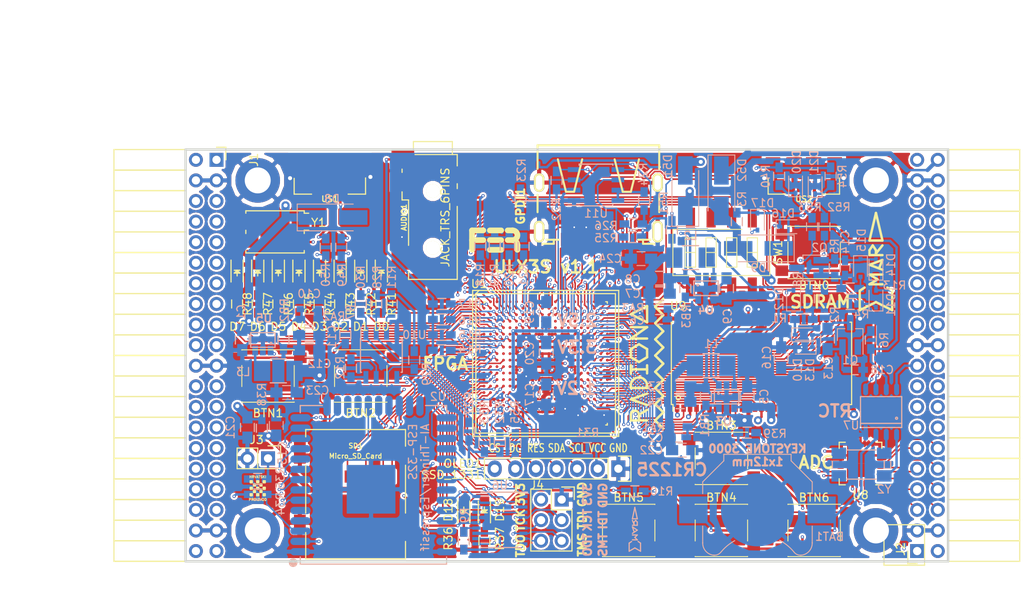
<source format=kicad_pcb>
(kicad_pcb (version 4) (host pcbnew 4.0.7+dfsg1-1)
  (layers (0 F.Cu signal) (1 In1.Cu signal) (2 In2.Cu signal) (31 B.Cu signal) (34 B.Paste user) (35 F.Paste user) (36 B.SilkS user) (37 F.SilkS user) (38 B.Mask user) (39 F.Mask user) (44 Edge.Cuts user))
  (net 0 "")
  (net 1 GND)
  (net 2 +5V)
  (net 3 /gpio/IN5V)
  (net 4 /gpio/OUT5V)
  (net 5 +3V3)
  (net 6 "Net-(L1-Pad1)")
  (net 7 "Net-(L2-Pad1)")
  (net 8 +1V2)
  (net 9 BTN_D)
  (net 10 BTN_F1)
  (net 11 BTN_F2)
  (net 12 BTN_L)
  (net 13 BTN_R)
  (net 14 BTN_U)
  (net 15 /power/FB1)
  (net 16 +2V5)
  (net 17 "Net-(L3-Pad1)")
  (net 18 /power/PWREN)
  (net 19 /power/FB3)
  (net 20 /power/FB2)
  (net 21 "Net-(D9-Pad1)")
  (net 22 /power/VBAT)
  (net 23 JTAG_TDI)
  (net 24 JTAG_TCK)
  (net 25 JTAG_TMS)
  (net 26 JTAG_TDO)
  (net 27 /power/WAKEUPn)
  (net 28 /power/WKUP)
  (net 29 /power/SHUT)
  (net 30 /power/WAKE)
  (net 31 /power/HOLD)
  (net 32 /power/WKn)
  (net 33 /power/OSCI_32k)
  (net 34 /power/OSCO_32k)
  (net 35 "Net-(Q2-Pad3)")
  (net 36 SHUTDOWN)
  (net 37 /analog/AUDIO_L)
  (net 38 /analog/AUDIO_R)
  (net 39 GPDI_5V_SCL)
  (net 40 GPDI_5V_SDA)
  (net 41 GPDI_SDA)
  (net 42 GPDI_SCL)
  (net 43 /gpdi/VREF2)
  (net 44 SD_CMD)
  (net 45 SD_CLK)
  (net 46 SD_D0)
  (net 47 SD_D1)
  (net 48 USB5V)
  (net 49 GPDI_CEC)
  (net 50 nRESET)
  (net 51 FTDI_nDTR)
  (net 52 SDRAM_CKE)
  (net 53 SDRAM_A7)
  (net 54 SDRAM_D15)
  (net 55 SDRAM_BA1)
  (net 56 SDRAM_D7)
  (net 57 SDRAM_A6)
  (net 58 SDRAM_CLK)
  (net 59 SDRAM_D13)
  (net 60 SDRAM_BA0)
  (net 61 SDRAM_D6)
  (net 62 SDRAM_A5)
  (net 63 SDRAM_D14)
  (net 64 SDRAM_A11)
  (net 65 SDRAM_D12)
  (net 66 SDRAM_D5)
  (net 67 SDRAM_A4)
  (net 68 SDRAM_A10)
  (net 69 SDRAM_D11)
  (net 70 SDRAM_A3)
  (net 71 SDRAM_D4)
  (net 72 SDRAM_D10)
  (net 73 SDRAM_D9)
  (net 74 SDRAM_A9)
  (net 75 SDRAM_D3)
  (net 76 SDRAM_D8)
  (net 77 SDRAM_A8)
  (net 78 SDRAM_A2)
  (net 79 SDRAM_A1)
  (net 80 SDRAM_A0)
  (net 81 SDRAM_D2)
  (net 82 SDRAM_D1)
  (net 83 SDRAM_D0)
  (net 84 SDRAM_DQM0)
  (net 85 SDRAM_nCS)
  (net 86 SDRAM_nRAS)
  (net 87 SDRAM_DQM1)
  (net 88 SDRAM_nCAS)
  (net 89 SDRAM_nWE)
  (net 90 /flash/FLASH_nWP)
  (net 91 /flash/FLASH_nHOLD)
  (net 92 /flash/FLASH_MOSI)
  (net 93 /flash/FLASH_MISO)
  (net 94 /flash/FLASH_SCK)
  (net 95 /flash/FLASH_nCS)
  (net 96 /flash/FPGA_PROGRAMN)
  (net 97 /flash/FPGA_DONE)
  (net 98 /flash/FPGA_INITN)
  (net 99 OLED_RES)
  (net 100 OLED_DC)
  (net 101 OLED_CS)
  (net 102 WIFI_EN)
  (net 103 FTDI_nRTS)
  (net 104 FTDI_TXD)
  (net 105 FTDI_RXD)
  (net 106 WIFI_RXD)
  (net 107 WIFI_GPIO0)
  (net 108 WIFI_TXD)
  (net 109 GPDI_ETH-)
  (net 110 GPDI_ETH+)
  (net 111 GPDI_D2+)
  (net 112 GPDI_D2-)
  (net 113 GPDI_D1+)
  (net 114 GPDI_D1-)
  (net 115 GPDI_D0+)
  (net 116 GPDI_D0-)
  (net 117 GPDI_CLK+)
  (net 118 GPDI_CLK-)
  (net 119 USB_FTDI_D+)
  (net 120 USB_FTDI_D-)
  (net 121 J1_17-)
  (net 122 J1_17+)
  (net 123 J1_23-)
  (net 124 J1_23+)
  (net 125 J1_25-)
  (net 126 J1_25+)
  (net 127 J1_27-)
  (net 128 J1_27+)
  (net 129 J1_29-)
  (net 130 J1_29+)
  (net 131 J1_31-)
  (net 132 J1_31+)
  (net 133 J1_33-)
  (net 134 J1_33+)
  (net 135 J1_35-)
  (net 136 J1_35+)
  (net 137 J2_5-)
  (net 138 J2_5+)
  (net 139 J2_7-)
  (net 140 J2_7+)
  (net 141 J2_9-)
  (net 142 J2_9+)
  (net 143 J2_13-)
  (net 144 J2_13+)
  (net 145 J2_17-)
  (net 146 J2_17+)
  (net 147 J2_11-)
  (net 148 J2_11+)
  (net 149 J2_23-)
  (net 150 J2_23+)
  (net 151 J1_5-)
  (net 152 J1_5+)
  (net 153 J1_7-)
  (net 154 J1_7+)
  (net 155 J1_9-)
  (net 156 J1_9+)
  (net 157 J1_11-)
  (net 158 J1_11+)
  (net 159 J1_13-)
  (net 160 J1_13+)
  (net 161 J1_15-)
  (net 162 J1_15+)
  (net 163 J2_15-)
  (net 164 J2_15+)
  (net 165 J2_25-)
  (net 166 J2_25+)
  (net 167 J2_27-)
  (net 168 J2_27+)
  (net 169 J2_29-)
  (net 170 J2_29+)
  (net 171 J2_31-)
  (net 172 J2_31+)
  (net 173 J2_33-)
  (net 174 J2_33+)
  (net 175 J2_35-)
  (net 176 J2_35+)
  (net 177 SD_D3)
  (net 178 AUDIO_L3)
  (net 179 AUDIO_L2)
  (net 180 AUDIO_L1)
  (net 181 AUDIO_L0)
  (net 182 AUDIO_R3)
  (net 183 AUDIO_R2)
  (net 184 AUDIO_R1)
  (net 185 AUDIO_R0)
  (net 186 OLED_CLK)
  (net 187 OLED_MOSI)
  (net 188 LED0)
  (net 189 LED1)
  (net 190 LED2)
  (net 191 LED3)
  (net 192 LED4)
  (net 193 LED5)
  (net 194 LED6)
  (net 195 LED7)
  (net 196 BTN_PWRn)
  (net 197 "Net-(J3-Pad1)")
  (net 198 FTDI_nTXLED)
  (net 199 FTDI_nSLEEP)
  (net 200 /blinkey/LED_PWREN)
  (net 201 /blinkey/LED_TXLED)
  (net 202 FT3V3)
  (net 203 /sdcard/SD3V3)
  (net 204 SD_D2)
  (net 205 CLK_25MHz)
  (net 206 /blinkey/BTNPUL)
  (net 207 /blinkey/BTNPUR)
  (net 208 USB_FPGA_D+)
  (net 209 /power/FTDI_nSUSPEND)
  (net 210 /blinkey/ALED0)
  (net 211 /blinkey/ALED1)
  (net 212 /blinkey/ALED2)
  (net 213 /blinkey/ALED3)
  (net 214 /blinkey/ALED4)
  (net 215 /blinkey/ALED5)
  (net 216 /blinkey/ALED6)
  (net 217 /blinkey/ALED7)
  (net 218 /usb/FTD-)
  (net 219 /usb/FTD+)
  (net 220 ADC_MISO)
  (net 221 ADC_MOSI)
  (net 222 ADC_CSn)
  (net 223 ADC_SCLK)
  (net 224 "Net-(R51-Pad2)")
  (net 225 SW3)
  (net 226 SW2)
  (net 227 SW1)
  (net 228 SW0)
  (net 229 USB_FPGA_D-)
  (net 230 /usb/FPD+)
  (net 231 /usb/FPD-)
  (net 232 WIFI_GPIO16)
  (net 233 WIFI_GPIO15)
  (net 234 /usb/ANT_433MHz)
  (net 235 /power/PWRBTn)
  (net 236 PROG_DONE)
  (module ESP32-footprints-Lib:ESP-32S (layer B.Cu) (at 117.313 101.513)
    (fp_text reference U2 (at 7.902 -9.613 180) (layer B.SilkS) (effects (justify mirror)))
    (fp_text value ESP-32S)
    (fp_text user AI-Thinker/Espressif (at 6.3 1.6 270) (layer B.SilkS) (effects (justify mirror)))
    (fp_text user ESP-32S (at 4.8 -2.8 270) (layer B.SilkS) (effects (justify mirror)))
    (pad 38 smd oval (at 8.947434 9.517338 180) (size 2.5 0.9) (layers B.Cu B.Paste B.Mask) (net 1 GND))
    (pad 37 smd oval (at 8.947434 8.247338 180) (size 2.5 0.9) (layers B.Cu B.Paste B.Mask))
    (pad 36 smd oval (at 8.947434 6.977338 180) (size 2.5 0.9) (layers B.Cu B.Paste B.Mask) (net 236 PROG_DONE))
    (pad 35 smd oval (at 8.947434 5.707338 180) (size 2.5 0.9) (layers B.Cu B.Paste B.Mask) (net 108 WIFI_TXD))
    (pad 34 smd oval (at 8.947434 4.437338 180) (size 2.5 0.9) (layers B.Cu B.Paste B.Mask) (net 106 WIFI_RXD))
    (pad 33 smd oval (at 8.947434 3.167338 180) (size 2.5 0.9) (layers B.Cu B.Paste B.Mask) (net 25 JTAG_TMS))
    (pad 32 smd oval (at 8.947434 1.897338 180) (size 2.5 0.9) (layers B.Cu B.Paste B.Mask))
    (pad 31 smd oval (at 8.947434 0.627338 180) (size 2.5 0.9) (layers B.Cu B.Paste B.Mask) (net 23 JTAG_TDI))
    (pad 30 smd oval (at 8.947434 -0.642662 180) (size 2.5 0.9) (layers B.Cu B.Paste B.Mask) (net 24 JTAG_TCK))
    (pad 29 smd oval (at 8.947434 -1.912662 180) (size 2.5 0.9) (layers B.Cu B.Paste B.Mask))
    (pad 28 smd oval (at 8.947434 -3.182662 180) (size 2.5 0.9) (layers B.Cu B.Paste B.Mask) (net 26 JTAG_TDO))
    (pad 27 smd oval (at 8.947434 -4.452662 180) (size 2.5 0.9) (layers B.Cu B.Paste B.Mask) (net 232 WIFI_GPIO16))
    (pad 26 smd oval (at 8.947434 -5.722662 180) (size 2.5 0.9) (layers B.Cu B.Paste B.Mask))
    (pad 25 smd oval (at 8.947434 -6.992662 180) (size 2.5 0.9) (layers B.Cu B.Paste B.Mask) (net 107 WIFI_GPIO0))
    (pad 24 smd oval (at 5.662434 -8.482662 180) (size 0.9 2.5) (layers B.Cu B.Paste B.Mask))
    (pad 23 smd oval (at 4.392434 -8.482662 180) (size 0.9 2.5) (layers B.Cu B.Paste B.Mask) (net 233 WIFI_GPIO15))
    (pad 22 smd oval (at 3.122434 -8.482662 180) (size 0.9 2.5) (layers B.Cu B.Paste B.Mask) (net 47 SD_D1))
    (pad 21 smd oval (at 1.852434 -8.482662 180) (size 0.9 2.5) (layers B.Cu B.Paste B.Mask) (net 46 SD_D0))
    (pad 20 smd oval (at 0.582434 -8.482662 180) (size 0.9 2.5) (layers B.Cu B.Paste B.Mask) (net 45 SD_CLK))
    (pad 19 smd oval (at -0.687566 -8.482662 180) (size 0.9 2.5) (layers B.Cu B.Paste B.Mask) (net 44 SD_CMD))
    (pad 18 smd oval (at -1.957566 -8.482662 180) (size 0.9 2.5) (layers B.Cu B.Paste B.Mask))
    (pad 17 smd oval (at -3.227566 -8.482662 180) (size 0.9 2.5) (layers B.Cu B.Paste B.Mask))
    (pad 16 smd oval (at -4.497566 -8.482662 180) (size 0.9 2.5) (layers B.Cu B.Paste B.Mask) (net 127 J1_27-))
    (pad 15 smd oval (at -5.767566 -8.482662 180) (size 0.9 2.5) (layers B.Cu B.Paste B.Mask) (net 1 GND))
    (pad 14 smd oval (at -9.052566 -6.992662 180) (size 2.5 0.9) (layers B.Cu B.Paste B.Mask) (net 128 J1_27+))
    (pad 13 smd oval (at -9.052566 -5.722662 180) (size 2.5 0.9) (layers B.Cu B.Paste B.Mask) (net 129 J1_29-))
    (pad 12 smd oval (at -9.052566 -4.452662 180) (size 2.5 0.9) (layers B.Cu B.Paste B.Mask) (net 130 J1_29+))
    (pad 11 smd oval (at -9.052566 -3.182662 180) (size 2.5 0.9) (layers B.Cu B.Paste B.Mask) (net 131 J1_31-))
    (pad 10 smd oval (at -9.052566 -1.912662 180) (size 2.5 0.9) (layers B.Cu B.Paste B.Mask) (net 132 J1_31+))
    (pad 9 smd oval (at -9.052566 -0.642662 180) (size 2.5 0.9) (layers B.Cu B.Paste B.Mask) (net 133 J1_33-))
    (pad 8 smd oval (at -9.052566 0.627338 180) (size 2.5 0.9) (layers B.Cu B.Paste B.Mask) (net 134 J1_33+))
    (pad 7 smd oval (at -9.052566 1.897338 180) (size 2.5 0.9) (layers B.Cu B.Paste B.Mask) (net 135 J1_35-))
    (pad 6 smd oval (at -9.052566 3.167338 180) (size 2.5 0.9) (layers B.Cu B.Paste B.Mask) (net 136 J1_35+))
    (pad 5 smd oval (at -9.052566 4.437338 180) (size 2.5 0.9) (layers B.Cu B.Paste B.Mask))
    (pad 4 smd oval (at -9.052566 5.707338 180) (size 2.5 0.9) (layers B.Cu B.Paste B.Mask))
    (pad 3 smd oval (at -9.052566 6.977338 180) (size 2.5 0.9) (layers B.Cu B.Paste B.Mask) (net 102 WIFI_EN))
    (pad 2 smd oval (at -9.052566 8.247338 180) (size 2.5 0.9) (layers B.Cu B.Paste B.Mask) (net 5 +3V3))
    (pad 1 smd oval (at -9.052566 9.517338 180) (size 2.5 0.9) (layers B.Cu B.Paste B.Mask) (net 1 GND))
    (pad 39 smd rect (at -0.352566 1.817338 180) (size 6 6) (layers B.Cu B.Paste B.Mask) (net 1 GND))
  )
  (module Diodes_SMD:D_SMA_Handsoldering (layer B.Cu) (at 155.695 66.5 90)
    (fp_text reference D51 (at 3.048 -2.159 90) (layer B.SilkS) (effects (justify mirror)))
    (fp_text value STPS2L30AF hide)
    (pad 1 smd rect (at -2.5 0 90) (size 3.5 1.8) (layers B.Cu B.Paste B.Mask) (net 2 +5V))
    (pad 2 smd rect (at 2.5 0 90) (size 3.5 1.8) (layers B.Cu B.Paste B.Mask) (net 3 /gpio/IN5V))
  )
  (module Resistors_SMD:R_0603_HandSoldering (layer B.Cu) (at 154.044 71.326 90)
    (fp_text reference R51 (at 3.302 -1.016 90) (layer B.SilkS) (effects (justify mirror)))
    (fp_text value 220)
    (pad 1 smd rect (at -1.1 0 90) (size 1.2 0.9) (layers B.Cu B.Paste B.Mask) (net 5 +3V3))
    (pad 2 smd rect (at 1.1 0 90) (size 1.2 0.9) (layers B.Cu B.Paste B.Mask) (net 224 "Net-(R51-Pad2)"))
  )
  (module Resistors_SMD:R_1210_HandSoldering (layer B.Cu) (at 158.87 88.09 180)
    (fp_text reference L1 (at 0 2.7 180) (layer B.SilkS) (effects (justify mirror)))
    (fp_text value 2.2uH)
    (pad 1 smd rect (at -2 0 180) (size 2 2.5) (layers B.Cu B.Paste B.Mask) (net 6 "Net-(L1-Pad1)"))
    (pad 2 smd rect (at 2 0 180) (size 2 2.5) (layers B.Cu B.Paste B.Mask) (net 8 +1V2))
  )
  (module TSOT-25:TSOT-25 (layer B.Cu) (at 160.775 91.9)
    (fp_text reference U3 (at -0.381 3.048) (layer B.SilkS) (effects (font (thickness 0.2)) (justify mirror)))
    (fp_text value AP3429A)
    (pad 1 smd rect (at -0.95 -1.3) (size 0.7 1.2) (layers B.Cu B.Paste B.Mask) (net 18 /power/PWREN))
    (pad 2 smd rect (at 0 -1.3) (size 0.7 1.2) (layers B.Cu B.Paste B.Mask) (net 1 GND))
    (pad 3 smd rect (at 0.95 -1.3) (size 0.7 1.2) (layers B.Cu B.Paste B.Mask) (net 6 "Net-(L1-Pad1)"))
    (pad 4 smd rect (at 0.95 1.3) (size 0.7 1.2) (layers B.Cu B.Paste B.Mask) (net 2 +5V))
    (pad 5 smd rect (at -0.95 1.3) (size 0.7 1.2) (layers B.Cu B.Paste B.Mask) (net 15 /power/FB1))
  )
  (module Resistors_SMD:R_1210_HandSoldering (layer B.Cu) (at 156.33 74.755 180)
    (fp_text reference L2 (at 0 2.7 180) (layer B.SilkS) (effects (justify mirror)))
    (fp_text value 2.2uH)
    (pad 1 smd rect (at -2 0 180) (size 2 2.5) (layers B.Cu B.Paste B.Mask) (net 7 "Net-(L2-Pad1)"))
    (pad 2 smd rect (at 2 0 180) (size 2 2.5) (layers B.Cu B.Paste B.Mask) (net 5 +3V3))
  )
  (module TSOT-25:TSOT-25 (layer B.Cu) (at 158.235 78.535)
    (fp_text reference U4 (at 0 2.697) (layer B.SilkS) (effects (font (thickness 0.2)) (justify mirror)))
    (fp_text value AP3429A)
    (pad 1 smd rect (at -0.95 -1.3) (size 0.7 1.2) (layers B.Cu B.Paste B.Mask) (net 18 /power/PWREN))
    (pad 2 smd rect (at 0 -1.3) (size 0.7 1.2) (layers B.Cu B.Paste B.Mask) (net 1 GND))
    (pad 3 smd rect (at 0.95 -1.3) (size 0.7 1.2) (layers B.Cu B.Paste B.Mask) (net 7 "Net-(L2-Pad1)"))
    (pad 4 smd rect (at 0.95 1.3) (size 0.7 1.2) (layers B.Cu B.Paste B.Mask) (net 2 +5V))
    (pad 5 smd rect (at -0.95 1.3) (size 0.7 1.2) (layers B.Cu B.Paste B.Mask) (net 19 /power/FB3))
  )
  (module LEDs:LED_0805 (layer F.Cu) (at 118.23 76.66 270)
    (fp_text reference D0 (at 6.604 0 360) (layer F.SilkS))
    (fp_text value LED hide)
    (pad 2 smd rect (at 1.04902 0 90) (size 1.19888 1.19888) (layers F.Cu F.Paste F.Mask) (net 210 /blinkey/ALED0))
    (pad 1 smd rect (at -1.04902 0 90) (size 1.19888 1.19888) (layers F.Cu F.Paste F.Mask) (net 1 GND))
  )
  (module LEDs:LED_0805 (layer F.Cu) (at 115.69 76.66 270)
    (fp_text reference D1 (at 6.604 0 360) (layer F.SilkS))
    (fp_text value LED hide)
    (pad 2 smd rect (at 1.04902 0 90) (size 1.19888 1.19888) (layers F.Cu F.Paste F.Mask) (net 211 /blinkey/ALED1))
    (pad 1 smd rect (at -1.04902 0 90) (size 1.19888 1.19888) (layers F.Cu F.Paste F.Mask) (net 1 GND))
  )
  (module LEDs:LED_0805 (layer F.Cu) (at 113.15 76.66 270)
    (fp_text reference D2 (at 6.604 0 360) (layer F.SilkS))
    (fp_text value LED hide)
    (pad 2 smd rect (at 1.04902 0 90) (size 1.19888 1.19888) (layers F.Cu F.Paste F.Mask) (net 212 /blinkey/ALED2))
    (pad 1 smd rect (at -1.04902 0 90) (size 1.19888 1.19888) (layers F.Cu F.Paste F.Mask) (net 1 GND))
  )
  (module LEDs:LED_0805 (layer F.Cu) (at 110.61 76.66 270)
    (fp_text reference D3 (at 6.604 0 360) (layer F.SilkS))
    (fp_text value LED hide)
    (pad 2 smd rect (at 1.04902 0 90) (size 1.19888 1.19888) (layers F.Cu F.Paste F.Mask) (net 213 /blinkey/ALED3))
    (pad 1 smd rect (at -1.04902 0 90) (size 1.19888 1.19888) (layers F.Cu F.Paste F.Mask) (net 1 GND))
  )
  (module LEDs:LED_0805 (layer F.Cu) (at 108.07 76.66 270)
    (fp_text reference D4 (at 6.604 0 360) (layer F.SilkS))
    (fp_text value LED hide)
    (pad 2 smd rect (at 1.04902 0 90) (size 1.19888 1.19888) (layers F.Cu F.Paste F.Mask) (net 214 /blinkey/ALED4))
    (pad 1 smd rect (at -1.04902 0 90) (size 1.19888 1.19888) (layers F.Cu F.Paste F.Mask) (net 1 GND))
  )
  (module LEDs:LED_0805 (layer F.Cu) (at 105.53 76.66 270)
    (fp_text reference D5 (at 6.604 0 360) (layer F.SilkS))
    (fp_text value LED hide)
    (pad 2 smd rect (at 1.04902 0 90) (size 1.19888 1.19888) (layers F.Cu F.Paste F.Mask) (net 215 /blinkey/ALED5))
    (pad 1 smd rect (at -1.04902 0 90) (size 1.19888 1.19888) (layers F.Cu F.Paste F.Mask) (net 1 GND))
  )
  (module LEDs:LED_0805 (layer F.Cu) (at 102.99 76.66 270)
    (fp_text reference D6 (at 6.604 0 360) (layer F.SilkS))
    (fp_text value LED hide)
    (pad 2 smd rect (at 1.04902 0 90) (size 1.19888 1.19888) (layers F.Cu F.Paste F.Mask) (net 216 /blinkey/ALED6))
    (pad 1 smd rect (at -1.04902 0 90) (size 1.19888 1.19888) (layers F.Cu F.Paste F.Mask) (net 1 GND))
  )
  (module LEDs:LED_0805 (layer F.Cu) (at 100.45 76.66 270)
    (fp_text reference D7 (at 6.604 0 360) (layer F.SilkS))
    (fp_text value LED hide)
    (pad 2 smd rect (at 1.04902 0 90) (size 1.19888 1.19888) (layers F.Cu F.Paste F.Mask) (net 217 /blinkey/ALED7))
    (pad 1 smd rect (at -1.04902 0 90) (size 1.19888 1.19888) (layers F.Cu F.Paste F.Mask) (net 1 GND))
  )
  (module Resistors_SMD:R_1210_HandSoldering (layer B.Cu) (at 105.53 88.725)
    (fp_text reference L3 (at -4.318 0.127) (layer B.SilkS) (effects (justify mirror)))
    (fp_text value 2.2uH)
    (pad 1 smd rect (at -2 0) (size 2 2.5) (layers B.Cu B.Paste B.Mask) (net 17 "Net-(L3-Pad1)"))
    (pad 2 smd rect (at 2 0) (size 2 2.5) (layers B.Cu B.Paste B.Mask) (net 16 +2V5))
  )
  (module TSOT-25:TSOT-25 (layer B.Cu) (at 103.625 84.915 180)
    (fp_text reference U5 (at -0.127 2.667 180) (layer B.SilkS) (effects (font (thickness 0.2)) (justify mirror)))
    (fp_text value AP3429A)
    (pad 1 smd rect (at -0.95 -1.3 180) (size 0.7 1.2) (layers B.Cu B.Paste B.Mask) (net 18 /power/PWREN))
    (pad 2 smd rect (at 0 -1.3 180) (size 0.7 1.2) (layers B.Cu B.Paste B.Mask) (net 1 GND))
    (pad 3 smd rect (at 0.95 -1.3 180) (size 0.7 1.2) (layers B.Cu B.Paste B.Mask) (net 17 "Net-(L3-Pad1)"))
    (pad 4 smd rect (at 0.95 1.3 180) (size 0.7 1.2) (layers B.Cu B.Paste B.Mask) (net 2 +5V))
    (pad 5 smd rect (at -0.95 1.3 180) (size 0.7 1.2) (layers B.Cu B.Paste B.Mask) (net 20 /power/FB2))
  )
  (module Capacitors_SMD:C_0805_HandSoldering (layer B.Cu) (at 101.085 84.915 270)
    (fp_text reference C1 (at -3.429 0.127 270) (layer B.SilkS) (effects (justify mirror)))
    (fp_text value 22uF)
    (pad 1 smd rect (at -1.25 0 270) (size 1.5 1.25) (layers B.Cu B.Paste B.Mask) (net 2 +5V))
    (pad 2 smd rect (at 1.25 0 270) (size 1.5 1.25) (layers B.Cu B.Paste B.Mask) (net 1 GND))
  )
  (module Capacitors_SMD:C_0805_HandSoldering (layer B.Cu) (at 155.06 90.63)
    (fp_text reference C3 (at -3.048 0) (layer B.SilkS) (effects (justify mirror)))
    (fp_text value 22uF)
    (pad 1 smd rect (at -1.25 0) (size 1.5 1.25) (layers B.Cu B.Paste B.Mask) (net 8 +1V2))
    (pad 2 smd rect (at 1.25 0) (size 1.5 1.25) (layers B.Cu B.Paste B.Mask) (net 1 GND))
  )
  (module Capacitors_SMD:C_0805_HandSoldering (layer B.Cu) (at 155.06 92.535)
    (fp_text reference C4 (at -3.048 0.127) (layer B.SilkS) (effects (justify mirror)))
    (fp_text value 22uF)
    (pad 1 smd rect (at -1.25 0) (size 1.5 1.25) (layers B.Cu B.Paste B.Mask) (net 8 +1V2))
    (pad 2 smd rect (at 1.25 0) (size 1.5 1.25) (layers B.Cu B.Paste B.Mask) (net 1 GND))
  )
  (module Capacitors_SMD:C_0805_HandSoldering (layer B.Cu) (at 163.315 91.9 90)
    (fp_text reference C5 (at 0 2.1 90) (layer B.SilkS) (effects (justify mirror)))
    (fp_text value 22uF)
    (pad 1 smd rect (at -1.25 0 90) (size 1.5 1.25) (layers B.Cu B.Paste B.Mask) (net 2 +5V))
    (pad 2 smd rect (at 1.25 0 90) (size 1.5 1.25) (layers B.Cu B.Paste B.Mask) (net 1 GND))
  )
  (module Capacitors_SMD:C_0805_HandSoldering (layer B.Cu) (at 152.52 79.2)
    (fp_text reference C7 (at -3.302 0) (layer B.SilkS) (effects (justify mirror)))
    (fp_text value 22uF)
    (pad 1 smd rect (at -1.25 0) (size 1.5 1.25) (layers B.Cu B.Paste B.Mask) (net 5 +3V3))
    (pad 2 smd rect (at 1.25 0) (size 1.5 1.25) (layers B.Cu B.Paste B.Mask) (net 1 GND))
  )
  (module Capacitors_SMD:C_0805_HandSoldering (layer B.Cu) (at 152.52 77.295)
    (fp_text reference C8 (at -3.302 0.127) (layer B.SilkS) (effects (justify mirror)))
    (fp_text value 22uF)
    (pad 1 smd rect (at -1.25 0) (size 1.5 1.25) (layers B.Cu B.Paste B.Mask) (net 5 +3V3))
    (pad 2 smd rect (at 1.25 0) (size 1.5 1.25) (layers B.Cu B.Paste B.Mask) (net 1 GND))
  )
  (module Capacitors_SMD:C_0805_HandSoldering (layer B.Cu) (at 160.775 78.565 90)
    (fp_text reference C9 (at -3.429 0.127 90) (layer B.SilkS) (effects (justify mirror)))
    (fp_text value 22uF)
    (pad 1 smd rect (at -1.25 0 90) (size 1.5 1.25) (layers B.Cu B.Paste B.Mask) (net 2 +5V))
    (pad 2 smd rect (at 1.25 0 90) (size 1.5 1.25) (layers B.Cu B.Paste B.Mask) (net 1 GND))
  )
  (module Capacitors_SMD:C_0805_HandSoldering (layer B.Cu) (at 109.34 84.28 180)
    (fp_text reference C11 (at -2.794 -0.254 270) (layer B.SilkS) (effects (justify mirror)))
    (fp_text value 22uF)
    (pad 1 smd rect (at -1.25 0 180) (size 1.5 1.25) (layers B.Cu B.Paste B.Mask) (net 16 +2V5))
    (pad 2 smd rect (at 1.25 0 180) (size 1.5 1.25) (layers B.Cu B.Paste B.Mask) (net 1 GND))
  )
  (module Capacitors_SMD:C_0805_HandSoldering (layer B.Cu) (at 109.34 86.185 180)
    (fp_text reference C12 (at -1.27 -1.651 360) (layer B.SilkS) (effects (justify mirror)))
    (fp_text value 22uF)
    (pad 1 smd rect (at -1.25 0 180) (size 1.5 1.25) (layers B.Cu B.Paste B.Mask) (net 16 +2V5))
    (pad 2 smd rect (at 1.25 0 180) (size 1.5 1.25) (layers B.Cu B.Paste B.Mask) (net 1 GND))
  )
  (module Power_Integrations:SO-8 (layer B.Cu) (at 179.825 93.805 180)
    (fp_text reference U7 (at 3.683 -1.651 180) (layer B.SilkS) (effects (justify mirror)))
    (fp_text value PCF8523)
    (pad 1 smd oval (at -1.905 -2.794 180) (size 0.6096 1.4732) (layers B.Cu B.Paste B.Mask) (net 33 /power/OSCI_32k))
    (pad 2 smd oval (at -0.635 -2.794 180) (size 0.6096 1.4732) (layers B.Cu B.Paste B.Mask) (net 34 /power/OSCO_32k))
    (pad 3 smd oval (at 0.635 -2.794 180) (size 0.6096 1.4732) (layers B.Cu B.Paste B.Mask) (net 22 /power/VBAT))
    (pad 4 smd oval (at 1.905 -2.794 180) (size 0.6096 1.4732) (layers B.Cu B.Paste B.Mask) (net 1 GND))
    (pad 5 smd oval (at 1.905 2.794 180) (size 0.6096 1.4732) (layers B.Cu B.Paste B.Mask) (net 41 GPDI_SDA))
    (pad 6 smd oval (at 0.635 2.794 180) (size 0.6096 1.4732) (layers B.Cu B.Paste B.Mask) (net 42 GPDI_SCL))
    (pad 7 smd oval (at -0.635 2.794 180) (size 0.6096 1.4732) (layers B.Cu B.Paste B.Mask) (net 27 /power/WAKEUPn))
    (pad 8 smd oval (at -1.905 2.794 180) (size 0.6096 1.4732) (layers B.Cu B.Paste B.Mask) (net 5 +3V3))
  )
  (module Capacitors_SMD:C_0805_HandSoldering (layer B.Cu) (at 173.221 84.788 90)
    (fp_text reference C13 (at -3.556 0.127 90) (layer B.SilkS) (effects (justify mirror)))
    (fp_text value 2.2uF)
    (pad 1 smd rect (at -1.25 0 90) (size 1.5 1.25) (layers B.Cu B.Paste B.Mask) (net 2 +5V))
    (pad 2 smd rect (at 1.25 0 90) (size 1.5 1.25) (layers B.Cu B.Paste B.Mask) (net 28 /power/WKUP))
  )
  (module TSOP54:TSOP54 (layer F.Cu) (at 165.08 87.8 90)
    (fp_text reference U9 (at 7.076 -10.274 180) (layer F.SilkS))
    (fp_text value MT48LC16M16A2TG)
    (pad 28 smd rect (at 5.53 10.4 90) (size 0.9 0.56) (layers F.Cu F.Paste F.Mask) (net 1 GND))
    (pad 1 smd rect (at -5.53 -10.4 90) (size 0.9 0.56) (layers F.Cu F.Paste F.Mask) (net 5 +3V3))
    (pad 2 smd rect (at -5.53 -9.6 90) (size 0.9 0.56) (layers F.Cu F.Paste F.Mask) (net 83 SDRAM_D0))
    (pad 3 smd rect (at -5.53 -8.8 90) (size 0.9 0.56) (layers F.Cu F.Paste F.Mask) (net 5 +3V3))
    (pad 4 smd rect (at -5.53 -8 90) (size 0.9 0.56) (layers F.Cu F.Paste F.Mask) (net 82 SDRAM_D1))
    (pad 5 smd rect (at -5.53 -7.2 90) (size 0.9 0.56) (layers F.Cu F.Paste F.Mask) (net 81 SDRAM_D2))
    (pad 6 smd rect (at -5.53 -6.4 90) (size 0.9 0.56) (layers F.Cu F.Paste F.Mask) (net 1 GND))
    (pad 7 smd rect (at -5.53 -5.6 90) (size 0.9 0.56) (layers F.Cu F.Paste F.Mask) (net 75 SDRAM_D3))
    (pad 8 smd rect (at -5.53 -4.8 90) (size 0.9 0.56) (layers F.Cu F.Paste F.Mask) (net 71 SDRAM_D4))
    (pad 9 smd rect (at -5.53 -4 90) (size 0.9 0.56) (layers F.Cu F.Paste F.Mask) (net 5 +3V3))
    (pad 10 smd rect (at -5.53 -3.2 90) (size 0.9 0.56) (layers F.Cu F.Paste F.Mask) (net 66 SDRAM_D5))
    (pad 11 smd rect (at -5.53 -2.4 90) (size 0.9 0.56) (layers F.Cu F.Paste F.Mask) (net 61 SDRAM_D6))
    (pad 12 smd rect (at -5.53 -1.6 90) (size 0.9 0.56) (layers F.Cu F.Paste F.Mask) (net 1 GND))
    (pad 13 smd rect (at -5.53 -0.8 90) (size 0.9 0.56) (layers F.Cu F.Paste F.Mask) (net 56 SDRAM_D7))
    (pad 14 smd rect (at -5.53 0 90) (size 0.9 0.56) (layers F.Cu F.Paste F.Mask) (net 5 +3V3))
    (pad 15 smd rect (at -5.53 0.8 90) (size 0.9 0.56) (layers F.Cu F.Paste F.Mask) (net 84 SDRAM_DQM0))
    (pad 16 smd rect (at -5.53 1.6 90) (size 0.9 0.56) (layers F.Cu F.Paste F.Mask) (net 89 SDRAM_nWE))
    (pad 17 smd rect (at -5.53 2.4 90) (size 0.9 0.56) (layers F.Cu F.Paste F.Mask) (net 88 SDRAM_nCAS))
    (pad 18 smd rect (at -5.53 3.2 90) (size 0.9 0.56) (layers F.Cu F.Paste F.Mask) (net 86 SDRAM_nRAS))
    (pad 19 smd rect (at -5.53 4 90) (size 0.9 0.56) (layers F.Cu F.Paste F.Mask) (net 85 SDRAM_nCS))
    (pad 20 smd rect (at -5.53 4.8 90) (size 0.9 0.56) (layers F.Cu F.Paste F.Mask) (net 60 SDRAM_BA0))
    (pad 21 smd rect (at -5.53 5.6 90) (size 0.9 0.56) (layers F.Cu F.Paste F.Mask) (net 55 SDRAM_BA1))
    (pad 22 smd rect (at -5.53 6.4 90) (size 0.9 0.56) (layers F.Cu F.Paste F.Mask) (net 68 SDRAM_A10))
    (pad 23 smd rect (at -5.53 7.2 90) (size 0.9 0.56) (layers F.Cu F.Paste F.Mask) (net 80 SDRAM_A0))
    (pad 24 smd rect (at -5.53 8 90) (size 0.9 0.56) (layers F.Cu F.Paste F.Mask) (net 79 SDRAM_A1))
    (pad 25 smd rect (at -5.53 8.8 90) (size 0.9 0.56) (layers F.Cu F.Paste F.Mask) (net 78 SDRAM_A2))
    (pad 26 smd rect (at -5.53 9.6 90) (size 0.9 0.56) (layers F.Cu F.Paste F.Mask) (net 70 SDRAM_A3))
    (pad 27 smd rect (at -5.53 10.4 90) (size 0.9 0.56) (layers F.Cu F.Paste F.Mask) (net 5 +3V3))
    (pad 29 smd rect (at 5.53 9.6 90) (size 0.9 0.56) (layers F.Cu F.Paste F.Mask) (net 67 SDRAM_A4))
    (pad 30 smd rect (at 5.53 8.8 90) (size 0.9 0.56) (layers F.Cu F.Paste F.Mask) (net 62 SDRAM_A5))
    (pad 31 smd rect (at 5.53 8 90) (size 0.9 0.56) (layers F.Cu F.Paste F.Mask) (net 57 SDRAM_A6))
    (pad 32 smd rect (at 5.53 7.2 90) (size 0.9 0.56) (layers F.Cu F.Paste F.Mask) (net 53 SDRAM_A7))
    (pad 33 smd rect (at 5.53 6.4 90) (size 0.9 0.56) (layers F.Cu F.Paste F.Mask) (net 77 SDRAM_A8))
    (pad 34 smd rect (at 5.53 5.6 90) (size 0.9 0.56) (layers F.Cu F.Paste F.Mask) (net 74 SDRAM_A9))
    (pad 35 smd rect (at 5.53 4.8 90) (size 0.9 0.56) (layers F.Cu F.Paste F.Mask) (net 64 SDRAM_A11))
    (pad 36 smd rect (at 5.53 4 90) (size 0.9 0.56) (layers F.Cu F.Paste F.Mask))
    (pad 37 smd rect (at 5.53 3.2 90) (size 0.9 0.56) (layers F.Cu F.Paste F.Mask) (net 52 SDRAM_CKE))
    (pad 38 smd rect (at 5.53 2.4 90) (size 0.9 0.56) (layers F.Cu F.Paste F.Mask) (net 58 SDRAM_CLK))
    (pad 39 smd rect (at 5.53 1.6 90) (size 0.9 0.56) (layers F.Cu F.Paste F.Mask) (net 87 SDRAM_DQM1))
    (pad 40 smd rect (at 5.53 0.8 90) (size 0.9 0.56) (layers F.Cu F.Paste F.Mask))
    (pad 41 smd rect (at 5.53 0 90) (size 0.9 0.56) (layers F.Cu F.Paste F.Mask) (net 1 GND))
    (pad 42 smd rect (at 5.53 -0.8 90) (size 0.9 0.56) (layers F.Cu F.Paste F.Mask) (net 76 SDRAM_D8))
    (pad 43 smd rect (at 5.53 -1.6 90) (size 0.9 0.56) (layers F.Cu F.Paste F.Mask) (net 5 +3V3))
    (pad 44 smd rect (at 5.53 -2.4 90) (size 0.9 0.56) (layers F.Cu F.Paste F.Mask) (net 73 SDRAM_D9))
    (pad 45 smd rect (at 5.53 -3.2 90) (size 0.9 0.56) (layers F.Cu F.Paste F.Mask) (net 72 SDRAM_D10))
    (pad 46 smd rect (at 5.53 -4 90) (size 0.9 0.56) (layers F.Cu F.Paste F.Mask) (net 1 GND))
    (pad 47 smd rect (at 5.53 -4.8 90) (size 0.9 0.56) (layers F.Cu F.Paste F.Mask) (net 69 SDRAM_D11))
    (pad 48 smd rect (at 5.53 -5.6 90) (size 0.9 0.56) (layers F.Cu F.Paste F.Mask) (net 65 SDRAM_D12))
    (pad 49 smd rect (at 5.53 -6.4 90) (size 0.9 0.56) (layers F.Cu F.Paste F.Mask) (net 5 +3V3))
    (pad 50 smd rect (at 5.53 -7.2 90) (size 0.9 0.56) (layers F.Cu F.Paste F.Mask) (net 59 SDRAM_D13))
    (pad 51 smd rect (at 5.53 -8 90) (size 0.9 0.56) (layers F.Cu F.Paste F.Mask) (net 63 SDRAM_D14))
    (pad 52 smd rect (at 5.53 -8.8 90) (size 0.9 0.56) (layers F.Cu F.Paste F.Mask) (net 1 GND))
    (pad 53 smd rect (at 5.53 -9.6 90) (size 0.9 0.56) (layers F.Cu F.Paste F.Mask) (net 54 SDRAM_D15))
    (pad 54 smd rect (at 5.53 -10.4 90) (size 0.9 0.56) (layers F.Cu F.Paste F.Mask) (net 1 GND))
  )
  (module TO_SOT_Packages_SMD:SOT-23_Handsoldering (layer B.Cu) (at 176.015 84.28 90)
    (fp_text reference Q1 (at -3.1115 0 180) (layer B.SilkS) (effects (justify mirror)))
    (fp_text value BC857)
    (pad 1 smd rect (at -1.5 0.95 90) (size 1.9 0.8) (layers B.Cu B.Paste B.Mask) (net 32 /power/WKn))
    (pad 2 smd rect (at -1.5 -0.95 90) (size 1.9 0.8) (layers B.Cu B.Paste B.Mask) (net 2 +5V))
    (pad 3 smd rect (at 1.5 0 90) (size 1.9 0.8) (layers B.Cu B.Paste B.Mask) (net 28 /power/WKUP))
  )
  (module TO_SOT_Packages_SMD:SOT-23_Handsoldering (layer B.Cu) (at 170.935 76.025 180)
    (fp_text reference Q2 (at -1.295 2.5 180) (layer B.SilkS) (effects (justify mirror)))
    (fp_text value 2N7002)
    (pad 1 smd rect (at -1.5 0.95 180) (size 1.9 0.8) (layers B.Cu B.Paste B.Mask) (net 29 /power/SHUT))
    (pad 2 smd rect (at -1.5 -0.95 180) (size 1.9 0.8) (layers B.Cu B.Paste B.Mask) (net 1 GND))
    (pad 3 smd rect (at 1.5 0 180) (size 1.9 0.8) (layers B.Cu B.Paste B.Mask) (net 35 "Net-(Q2-Pad3)"))
  )
  (module Capacitors_SMD:C_0603_HandSoldering (layer B.Cu) (at 154.86 96.91)
    (fp_text reference C2 (at -2.848 0.07) (layer B.SilkS) (effects (justify mirror)))
    (fp_text value 470pF)
    (pad 1 smd rect (at -0.95 0) (size 1.2 0.75) (layers B.Cu B.Paste B.Mask) (net 8 +1V2))
    (pad 2 smd rect (at 0.95 0) (size 1.2 0.75) (layers B.Cu B.Paste B.Mask) (net 15 /power/FB1))
  )
  (module Capacitors_SMD:C_0603_HandSoldering (layer B.Cu) (at 152.52 82.375)
    (fp_text reference C6 (at -2.794 0.127) (layer B.SilkS) (effects (justify mirror)))
    (fp_text value 470pF)
    (pad 1 smd rect (at -0.95 0) (size 1.2 0.75) (layers B.Cu B.Paste B.Mask) (net 5 +3V3))
    (pad 2 smd rect (at 0.95 0) (size 1.2 0.75) (layers B.Cu B.Paste B.Mask) (net 19 /power/FB3))
  )
  (module Capacitors_SMD:C_0603_HandSoldering (layer B.Cu) (at 109.34 81.105 180)
    (fp_text reference C10 (at 0 1.9 180) (layer B.SilkS) (effects (justify mirror)))
    (fp_text value 470pF)
    (pad 1 smd rect (at -0.95 0 180) (size 1.2 0.75) (layers B.Cu B.Paste B.Mask) (net 16 +2V5))
    (pad 2 smd rect (at 0.95 0 180) (size 1.2 0.75) (layers B.Cu B.Paste B.Mask) (net 20 /power/FB2))
  )
  (module Capacitors_SMD:C_0603_HandSoldering (layer B.Cu) (at 175.38 76.025 270)
    (fp_text reference C14 (at -3.175 0 270) (layer B.SilkS) (effects (justify mirror)))
    (fp_text value 100nF)
    (pad 1 smd rect (at -0.95 0 270) (size 1.2 0.75) (layers B.Cu B.Paste B.Mask) (net 29 /power/SHUT))
    (pad 2 smd rect (at 0.95 0 270) (size 1.2 0.75) (layers B.Cu B.Paste B.Mask) (net 1 GND))
  )
  (module Resistors_SMD:R_0603_HandSoldering (layer B.Cu) (at 170.3 82.375)
    (fp_text reference R1 (at -3.048 -0.127) (layer B.SilkS) (effects (justify mirror)))
    (fp_text value 15k)
    (pad 1 smd rect (at -1.1 0) (size 1.2 0.9) (layers B.Cu B.Paste B.Mask) (net 30 /power/WAKE))
    (pad 2 smd rect (at 1.1 0) (size 1.2 0.9) (layers B.Cu B.Paste B.Mask) (net 18 /power/PWREN))
  )
  (module Resistors_SMD:R_0603_HandSoldering (layer B.Cu) (at 172.84 79.835 90)
    (fp_text reference R2 (at -1.905 1.27 90) (layer B.SilkS) (effects (justify mirror)))
    (fp_text value 47k)
    (pad 1 smd rect (at -1.1 0 90) (size 1.2 0.9) (layers B.Cu B.Paste B.Mask) (net 18 /power/PWREN))
    (pad 2 smd rect (at 1.1 0 90) (size 1.2 0.9) (layers B.Cu B.Paste B.Mask) (net 1 GND))
  )
  (module Resistors_SMD:R_0603_HandSoldering (layer B.Cu) (at 176.015 80.47 180)
    (fp_text reference R4 (at -1.397 -1.27 360) (layer B.SilkS) (effects (justify mirror)))
    (fp_text value 15k)
    (pad 1 smd rect (at -1.1 0 180) (size 1.2 0.9) (layers B.Cu B.Paste B.Mask) (net 31 /power/HOLD))
    (pad 2 smd rect (at 1.1 0 180) (size 1.2 0.9) (layers B.Cu B.Paste B.Mask) (net 18 /power/PWREN))
  )
  (module Resistors_SMD:R_0603_HandSoldering (layer B.Cu) (at 174.11 76.025 270)
    (fp_text reference R5 (at -2.667 0 270) (layer B.SilkS) (effects (justify mirror)))
    (fp_text value 4.7M)
    (pad 1 smd rect (at -1.1 0 270) (size 1.2 0.9) (layers B.Cu B.Paste B.Mask) (net 29 /power/SHUT))
    (pad 2 smd rect (at 1.1 0 270) (size 1.2 0.9) (layers B.Cu B.Paste B.Mask) (net 1 GND))
  )
  (module Resistors_SMD:R_0603_HandSoldering (layer B.Cu) (at 178.555 84.915 270)
    (fp_text reference R6 (at 0 -1.651 270) (layer B.SilkS) (effects (justify mirror)))
    (fp_text value 1k)
    (pad 1 smd rect (at -1.1 0 270) (size 1.2 0.9) (layers B.Cu B.Paste B.Mask) (net 32 /power/WKn))
    (pad 2 smd rect (at 1.1 0 270) (size 1.2 0.9) (layers B.Cu B.Paste B.Mask) (net 27 /power/WAKEUPn))
  )
  (module Resistors_SMD:R_0603_HandSoldering (layer B.Cu) (at 113.785 84.28 270)
    (fp_text reference R7 (at -2.794 -0.635 270) (layer B.SilkS) (effects (justify mirror)))
    (fp_text value 220)
    (pad 1 smd rect (at -1.1 0 270) (size 1.2 0.9) (layers B.Cu B.Paste B.Mask) (net 5 +3V3))
    (pad 2 smd rect (at 1.1 0 270) (size 1.2 0.9) (layers B.Cu B.Paste B.Mask) (net 206 /blinkey/BTNPUL))
  )
  (module Resistors_SMD:R_0603_HandSoldering (layer B.Cu) (at 170.935 79.835 90)
    (fp_text reference R8 (at 2.413 -1.397 90) (layer B.SilkS) (effects (justify mirror)))
    (fp_text value 1k)
    (pad 1 smd rect (at -1.1 0 90) (size 1.2 0.9) (layers B.Cu B.Paste B.Mask) (net 18 /power/PWREN))
    (pad 2 smd rect (at 1.1 0 90) (size 1.2 0.9) (layers B.Cu B.Paste B.Mask) (net 35 "Net-(Q2-Pad3)"))
  )
  (module Resistors_SMD:R_0603_HandSoldering (layer B.Cu) (at 128.39 109.68 270)
    (fp_text reference R9 (at -3.13 -0.126 270) (layer B.SilkS) (effects (justify mirror)))
    (fp_text value 15k)
    (pad 1 smd rect (at -1.1 0 270) (size 1.2 0.9) (layers B.Cu B.Paste B.Mask) (net 50 nRESET))
    (pad 2 smd rect (at 1.1 0 270) (size 1.2 0.9) (layers B.Cu B.Paste B.Mask) (net 202 FT3V3))
  )
  (module Resistors_SMD:R_0603_HandSoldering (layer B.Cu) (at 149.472 103.584 180)
    (fp_text reference R10 (at -3.302 0 180) (layer B.SilkS) (effects (justify mirror)))
    (fp_text value 220)
    (pad 1 smd rect (at -1.1 0 180) (size 1.2 0.9) (layers B.Cu B.Paste B.Mask) (net 209 /power/FTDI_nSUSPEND))
    (pad 2 smd rect (at 1.1 0 180) (size 1.2 0.9) (layers B.Cu B.Paste B.Mask) (net 199 FTDI_nSLEEP))
  )
  (module Resistors_SMD:R_0603_HandSoldering (layer B.Cu) (at 176.015 78.565 180)
    (fp_text reference R13 (at -5.461 0.381 180) (layer B.SilkS) (effects (justify mirror)))
    (fp_text value 15k)
    (pad 1 smd rect (at -1.1 0 180) (size 1.2 0.9) (layers B.Cu B.Paste B.Mask) (net 36 SHUTDOWN))
    (pad 2 smd rect (at 1.1 0 180) (size 1.2 0.9) (layers B.Cu B.Paste B.Mask) (net 1 GND))
  )
  (module Resistors_SMD:R_0603_HandSoldering (layer B.Cu) (at 154.86 95.64)
    (fp_text reference RA1 (at -3.102 0.07) (layer B.SilkS) (effects (justify mirror)))
    (fp_text value 15k)
    (pad 1 smd rect (at -1.1 0) (size 1.2 0.9) (layers B.Cu B.Paste B.Mask) (net 8 +1V2))
    (pad 2 smd rect (at 1.1 0) (size 1.2 0.9) (layers B.Cu B.Paste B.Mask) (net 15 /power/FB1))
  )
  (module Resistors_SMD:R_0603_HandSoldering (layer B.Cu) (at 109.34 82.375 180)
    (fp_text reference RA2 (at -3.048 0.381 360) (layer B.SilkS) (effects (justify mirror)))
    (fp_text value 15k)
    (pad 1 smd rect (at -1.1 0 180) (size 1.2 0.9) (layers B.Cu B.Paste B.Mask) (net 16 +2V5))
    (pad 2 smd rect (at 1.1 0 180) (size 1.2 0.9) (layers B.Cu B.Paste B.Mask) (net 20 /power/FB2))
  )
  (module Resistors_SMD:R_0603_HandSoldering (layer B.Cu) (at 152.52 81.105)
    (fp_text reference RA3 (at -3.302 -0.127) (layer B.SilkS) (effects (justify mirror)))
    (fp_text value 15k)
    (pad 1 smd rect (at -1.1 0) (size 1.2 0.9) (layers B.Cu B.Paste B.Mask) (net 5 +3V3))
    (pad 2 smd rect (at 1.1 0) (size 1.2 0.9) (layers B.Cu B.Paste B.Mask) (net 19 /power/FB3))
  )
  (module Resistors_SMD:R_0603_HandSoldering (layer B.Cu) (at 158.235 91.9 270)
    (fp_text reference RB1 (at 3.556 0.127 270) (layer B.SilkS) (effects (justify mirror)))
    (fp_text value 15k)
    (pad 1 smd rect (at -1.1 0 270) (size 1.2 0.9) (layers B.Cu B.Paste B.Mask) (net 1 GND))
    (pad 2 smd rect (at 1.1 0 270) (size 1.2 0.9) (layers B.Cu B.Paste B.Mask) (net 15 /power/FB1))
  )
  (module Resistors_SMD:R_0603_HandSoldering (layer B.Cu) (at 106.165 84.915 90)
    (fp_text reference RB2 (at 3.683 0.127 90) (layer B.SilkS) (effects (justify mirror)))
    (fp_text value 4.7k)
    (pad 1 smd rect (at -1.1 0 90) (size 1.2 0.9) (layers B.Cu B.Paste B.Mask) (net 1 GND))
    (pad 2 smd rect (at 1.1 0 90) (size 1.2 0.9) (layers B.Cu B.Paste B.Mask) (net 20 /power/FB2))
  )
  (module Resistors_SMD:R_0603_HandSoldering (layer B.Cu) (at 155.695 78.565 270)
    (fp_text reference RB3 (at 3.429 -0.127 270) (layer B.SilkS) (effects (justify mirror)))
    (fp_text value 3.3k)
    (pad 1 smd rect (at -1.1 0 270) (size 1.2 0.9) (layers B.Cu B.Paste B.Mask) (net 1 GND))
    (pad 2 smd rect (at 1.1 0 270) (size 1.2 0.9) (layers B.Cu B.Paste B.Mask) (net 19 /power/FB3))
  )
  (module Resistors_SMD:R_0603_HandSoldering (layer B.Cu) (at 125.682 86.185 180)
    (fp_text reference R14 (at -3.47 0.127 180) (layer B.SilkS) (effects (justify mirror)))
    (fp_text value 800)
    (pad 1 smd rect (at -1.1 0 180) (size 1.2 0.9) (layers B.Cu B.Paste B.Mask) (net 178 AUDIO_L3))
    (pad 2 smd rect (at 1.1 0 180) (size 1.2 0.9) (layers B.Cu B.Paste B.Mask) (net 37 /analog/AUDIO_L))
  )
  (module Resistors_SMD:R_0603_HandSoldering (layer B.Cu) (at 125.682 84.279 180)
    (fp_text reference R15 (at -3.47 -0.001 180) (layer B.SilkS) (effects (justify mirror)))
    (fp_text value 400)
    (pad 1 smd rect (at -1.1 0 180) (size 1.2 0.9) (layers B.Cu B.Paste B.Mask) (net 179 AUDIO_L2))
    (pad 2 smd rect (at 1.1 0 180) (size 1.2 0.9) (layers B.Cu B.Paste B.Mask) (net 37 /analog/AUDIO_L))
  )
  (module Resistors_SMD:R_0603_HandSoldering (layer B.Cu) (at 125.682 82.375 180)
    (fp_text reference R16 (at -3.47 -0.127 180) (layer B.SilkS) (effects (justify mirror)))
    (fp_text value 200)
    (pad 1 smd rect (at -1.1 0 180) (size 1.2 0.9) (layers B.Cu B.Paste B.Mask) (net 180 AUDIO_L1))
    (pad 2 smd rect (at 1.1 0 180) (size 1.2 0.9) (layers B.Cu B.Paste B.Mask) (net 37 /analog/AUDIO_L))
  )
  (module Resistors_SMD:R_0603_HandSoldering (layer B.Cu) (at 125.682 80.47 180)
    (fp_text reference R17 (at -3.47 0 180) (layer B.SilkS) (effects (justify mirror)))
    (fp_text value 100)
    (pad 1 smd rect (at -1.1 0 180) (size 1.2 0.9) (layers B.Cu B.Paste B.Mask) (net 181 AUDIO_L0))
    (pad 2 smd rect (at 1.1 0 180) (size 1.2 0.9) (layers B.Cu B.Paste B.Mask) (net 37 /analog/AUDIO_L))
  )
  (module Resistors_SMD:R_0603_HandSoldering (layer B.Cu) (at 130.422 73.358 90)
    (fp_text reference R18 (at -3.556 0 90) (layer B.SilkS) (effects (justify mirror)))
    (fp_text value 800)
    (pad 1 smd rect (at -1.1 0 90) (size 1.2 0.9) (layers B.Cu B.Paste B.Mask) (net 182 AUDIO_R3))
    (pad 2 smd rect (at 1.1 0 90) (size 1.2 0.9) (layers B.Cu B.Paste B.Mask) (net 38 /analog/AUDIO_R))
  )
  (module Resistors_SMD:R_0603_HandSoldering (layer B.Cu) (at 132.2 73.358 90)
    (fp_text reference R19 (at -3.556 0 90) (layer B.SilkS) (effects (justify mirror)))
    (fp_text value 400)
    (pad 1 smd rect (at -1.1 0 90) (size 1.2 0.9) (layers B.Cu B.Paste B.Mask) (net 183 AUDIO_R2))
    (pad 2 smd rect (at 1.1 0 90) (size 1.2 0.9) (layers B.Cu B.Paste B.Mask) (net 38 /analog/AUDIO_R))
  )
  (module Resistors_SMD:R_0603_HandSoldering (layer B.Cu) (at 133.978 73.358 90)
    (fp_text reference R20 (at -3.556 0 90) (layer B.SilkS) (effects (justify mirror)))
    (fp_text value 200)
    (pad 1 smd rect (at -1.1 0 90) (size 1.2 0.9) (layers B.Cu B.Paste B.Mask) (net 184 AUDIO_R1))
    (pad 2 smd rect (at 1.1 0 90) (size 1.2 0.9) (layers B.Cu B.Paste B.Mask) (net 38 /analog/AUDIO_R))
  )
  (module Resistors_SMD:R_0603_HandSoldering (layer B.Cu) (at 135.756 73.358 90)
    (fp_text reference R21 (at -3.556 0 90) (layer B.SilkS) (effects (justify mirror)))
    (fp_text value 100)
    (pad 1 smd rect (at -1.1 0 90) (size 1.2 0.9) (layers B.Cu B.Paste B.Mask) (net 185 AUDIO_R0))
    (pad 2 smd rect (at 1.1 0 90) (size 1.2 0.9) (layers B.Cu B.Paste B.Mask) (net 38 /analog/AUDIO_R))
  )
  (module Housings_SOIC:SOIC-8_3.9x4.9mm_Pitch1.27mm (layer B.Cu) (at 118.23 86.82 270)
    (fp_text reference U10 (at -2.54 -4.064 360) (layer B.SilkS) (effects (justify mirror)))
    (fp_text value S25FL164K0XMFI011)
    (pad 1 smd rect (at -2.7 1.905 270) (size 1.55 0.6) (layers B.Cu B.Paste B.Mask) (net 95 /flash/FLASH_nCS))
    (pad 2 smd rect (at -2.7 0.635 270) (size 1.55 0.6) (layers B.Cu B.Paste B.Mask) (net 93 /flash/FLASH_MISO))
    (pad 3 smd rect (at -2.7 -0.635 270) (size 1.55 0.6) (layers B.Cu B.Paste B.Mask) (net 90 /flash/FLASH_nWP))
    (pad 4 smd rect (at -2.7 -1.905 270) (size 1.55 0.6) (layers B.Cu B.Paste B.Mask) (net 1 GND))
    (pad 5 smd rect (at 2.7 -1.905 270) (size 1.55 0.6) (layers B.Cu B.Paste B.Mask) (net 92 /flash/FLASH_MOSI))
    (pad 6 smd rect (at 2.7 -0.635 270) (size 1.55 0.6) (layers B.Cu B.Paste B.Mask) (net 94 /flash/FLASH_SCK))
    (pad 7 smd rect (at 2.7 0.635 270) (size 1.55 0.6) (layers B.Cu B.Paste B.Mask) (net 91 /flash/FLASH_nHOLD))
    (pad 8 smd rect (at 2.7 1.905 270) (size 1.55 0.6) (layers B.Cu B.Paste B.Mask) (net 5 +3V3))
  )
  (module Capacitors_SMD:C_0603_HandSoldering (layer B.Cu) (at 176.65 88.598)
    (fp_text reference C18 (at 3.302 0) (layer B.SilkS) (effects (justify mirror)))
    (fp_text value 100nF)
    (pad 1 smd rect (at -0.95 0) (size 1.2 0.75) (layers B.Cu B.Paste B.Mask) (net 2 +5V))
    (pad 2 smd rect (at 0.95 0) (size 1.2 0.75) (layers B.Cu B.Paste B.Mask) (net 1 GND))
  )
  (module Housings_SOIC:SOIC-8_3.9x4.9mm_Pitch1.27mm (layer B.Cu) (at 144.68 65.8)
    (fp_text reference U11 (at 0 3.5) (layer B.SilkS) (effects (justify mirror)))
    (fp_text value PCA9306DCTR)
    (pad 1 smd rect (at -2.7 1.905) (size 1.55 0.6) (layers B.Cu B.Paste B.Mask) (net 1 GND))
    (pad 2 smd rect (at -2.7 0.635) (size 1.55 0.6) (layers B.Cu B.Paste B.Mask) (net 5 +3V3))
    (pad 3 smd rect (at -2.7 -0.635) (size 1.55 0.6) (layers B.Cu B.Paste B.Mask) (net 42 GPDI_SCL))
    (pad 4 smd rect (at -2.7 -1.905) (size 1.55 0.6) (layers B.Cu B.Paste B.Mask) (net 41 GPDI_SDA))
    (pad 5 smd rect (at 2.7 -1.905) (size 1.55 0.6) (layers B.Cu B.Paste B.Mask) (net 40 GPDI_5V_SDA))
    (pad 6 smd rect (at 2.7 -0.635) (size 1.55 0.6) (layers B.Cu B.Paste B.Mask) (net 39 GPDI_5V_SCL))
    (pad 7 smd rect (at 2.7 0.635) (size 1.55 0.6) (layers B.Cu B.Paste B.Mask) (net 43 /gpdi/VREF2))
    (pad 8 smd rect (at 2.7 1.905) (size 1.55 0.6) (layers B.Cu B.Paste B.Mask) (net 43 /gpdi/VREF2))
  )
  (module Socket_Strips:Socket_Strip_Angled_2x20 (layer F.Cu) (at 97.91 62.69 270)
    (fp_text reference J1 (at 0 -4.6 270) (layer F.SilkS))
    (fp_text value CONN_02X20 hide)
    (pad 1 thru_hole rect (at 0 0 270) (size 1.7272 1.7272) (drill 1.016) (layers *.Cu *.Mask) (net 5 +3V3))
    (pad 2 thru_hole oval (at 0 2.54 270) (size 1.7272 1.7272) (drill 1.016) (layers *.Cu *.Mask) (net 5 +3V3))
    (pad 3 thru_hole oval (at 2.54 0 270) (size 1.7272 1.7272) (drill 1.016) (layers *.Cu *.Mask) (net 1 GND))
    (pad 4 thru_hole oval (at 2.54 2.54 270) (size 1.7272 1.7272) (drill 1.016) (layers *.Cu *.Mask) (net 1 GND))
    (pad 5 thru_hole oval (at 5.08 0 270) (size 1.7272 1.7272) (drill 1.016) (layers *.Cu *.Mask) (net 151 J1_5-))
    (pad 6 thru_hole oval (at 5.08 2.54 270) (size 1.7272 1.7272) (drill 1.016) (layers *.Cu *.Mask) (net 152 J1_5+))
    (pad 7 thru_hole oval (at 7.62 0 270) (size 1.7272 1.7272) (drill 1.016) (layers *.Cu *.Mask) (net 153 J1_7-))
    (pad 8 thru_hole oval (at 7.62 2.54 270) (size 1.7272 1.7272) (drill 1.016) (layers *.Cu *.Mask) (net 154 J1_7+))
    (pad 9 thru_hole oval (at 10.16 0 270) (size 1.7272 1.7272) (drill 1.016) (layers *.Cu *.Mask) (net 155 J1_9-))
    (pad 10 thru_hole oval (at 10.16 2.54 270) (size 1.7272 1.7272) (drill 1.016) (layers *.Cu *.Mask) (net 156 J1_9+))
    (pad 11 thru_hole oval (at 12.7 0 270) (size 1.7272 1.7272) (drill 1.016) (layers *.Cu *.Mask) (net 157 J1_11-))
    (pad 12 thru_hole oval (at 12.7 2.54 270) (size 1.7272 1.7272) (drill 1.016) (layers *.Cu *.Mask) (net 158 J1_11+))
    (pad 13 thru_hole oval (at 15.24 0 270) (size 1.7272 1.7272) (drill 1.016) (layers *.Cu *.Mask) (net 159 J1_13-))
    (pad 14 thru_hole oval (at 15.24 2.54 270) (size 1.7272 1.7272) (drill 1.016) (layers *.Cu *.Mask) (net 160 J1_13+))
    (pad 15 thru_hole oval (at 17.78 0 270) (size 1.7272 1.7272) (drill 1.016) (layers *.Cu *.Mask) (net 161 J1_15-))
    (pad 16 thru_hole oval (at 17.78 2.54 270) (size 1.7272 1.7272) (drill 1.016) (layers *.Cu *.Mask) (net 162 J1_15+))
    (pad 17 thru_hole oval (at 20.32 0 270) (size 1.7272 1.7272) (drill 1.016) (layers *.Cu *.Mask) (net 121 J1_17-))
    (pad 18 thru_hole oval (at 20.32 2.54 270) (size 1.7272 1.7272) (drill 1.016) (layers *.Cu *.Mask) (net 122 J1_17+))
    (pad 19 thru_hole oval (at 22.86 0 270) (size 1.7272 1.7272) (drill 1.016) (layers *.Cu *.Mask) (net 5 +3V3))
    (pad 20 thru_hole oval (at 22.86 2.54 270) (size 1.7272 1.7272) (drill 1.016) (layers *.Cu *.Mask) (net 5 +3V3))
    (pad 21 thru_hole oval (at 25.4 0 270) (size 1.7272 1.7272) (drill 1.016) (layers *.Cu *.Mask) (net 1 GND))
    (pad 22 thru_hole oval (at 25.4 2.54 270) (size 1.7272 1.7272) (drill 1.016) (layers *.Cu *.Mask) (net 1 GND))
    (pad 23 thru_hole oval (at 27.94 0 270) (size 1.7272 1.7272) (drill 1.016) (layers *.Cu *.Mask) (net 123 J1_23-))
    (pad 24 thru_hole oval (at 27.94 2.54 270) (size 1.7272 1.7272) (drill 1.016) (layers *.Cu *.Mask) (net 124 J1_23+))
    (pad 25 thru_hole oval (at 30.48 0 270) (size 1.7272 1.7272) (drill 1.016) (layers *.Cu *.Mask) (net 125 J1_25-))
    (pad 26 thru_hole oval (at 30.48 2.54 270) (size 1.7272 1.7272) (drill 1.016) (layers *.Cu *.Mask) (net 126 J1_25+))
    (pad 27 thru_hole oval (at 33.02 0 270) (size 1.7272 1.7272) (drill 1.016) (layers *.Cu *.Mask) (net 127 J1_27-))
    (pad 28 thru_hole oval (at 33.02 2.54 270) (size 1.7272 1.7272) (drill 1.016) (layers *.Cu *.Mask) (net 128 J1_27+))
    (pad 29 thru_hole oval (at 35.56 0 270) (size 1.7272 1.7272) (drill 1.016) (layers *.Cu *.Mask) (net 129 J1_29-))
    (pad 30 thru_hole oval (at 35.56 2.54 270) (size 1.7272 1.7272) (drill 1.016) (layers *.Cu *.Mask) (net 130 J1_29+))
    (pad 31 thru_hole oval (at 38.1 0 270) (size 1.7272 1.7272) (drill 1.016) (layers *.Cu *.Mask) (net 131 J1_31-))
    (pad 32 thru_hole oval (at 38.1 2.54 270) (size 1.7272 1.7272) (drill 1.016) (layers *.Cu *.Mask) (net 132 J1_31+))
    (pad 33 thru_hole oval (at 40.64 0 270) (size 1.7272 1.7272) (drill 1.016) (layers *.Cu *.Mask) (net 133 J1_33-))
    (pad 34 thru_hole oval (at 40.64 2.54 270) (size 1.7272 1.7272) (drill 1.016) (layers *.Cu *.Mask) (net 134 J1_33+))
    (pad 35 thru_hole oval (at 43.18 0 270) (size 1.7272 1.7272) (drill 1.016) (layers *.Cu *.Mask) (net 135 J1_35-))
    (pad 36 thru_hole oval (at 43.18 2.54 270) (size 1.7272 1.7272) (drill 1.016) (layers *.Cu *.Mask) (net 136 J1_35+))
    (pad 37 thru_hole oval (at 45.72 0 270) (size 1.7272 1.7272) (drill 1.016) (layers *.Cu *.Mask) (net 1 GND))
    (pad 38 thru_hole oval (at 45.72 2.54 270) (size 1.7272 1.7272) (drill 1.016) (layers *.Cu *.Mask) (net 1 GND))
    (pad 39 thru_hole oval (at 48.26 0 270) (size 1.7272 1.7272) (drill 1.016) (layers *.Cu *.Mask) (net 5 +3V3))
    (pad 40 thru_hole oval (at 48.26 2.54 270) (size 1.7272 1.7272) (drill 1.016) (layers *.Cu *.Mask) (net 5 +3V3))
  )
  (module Socket_Strips:Socket_Strip_Angled_2x20 (layer F.Cu) (at 184.27 110.95 90)
    (fp_text reference J2 (at 0.254 -2.032 90) (layer F.SilkS))
    (fp_text value CONN_02X20 hide)
    (pad 1 thru_hole rect (at 0 0 90) (size 1.7272 1.7272) (drill 1.016) (layers *.Cu *.Mask) (net 5 +3V3))
    (pad 2 thru_hole oval (at 0 2.54 90) (size 1.7272 1.7272) (drill 1.016) (layers *.Cu *.Mask) (net 5 +3V3))
    (pad 3 thru_hole oval (at 2.54 0 90) (size 1.7272 1.7272) (drill 1.016) (layers *.Cu *.Mask) (net 1 GND))
    (pad 4 thru_hole oval (at 2.54 2.54 90) (size 1.7272 1.7272) (drill 1.016) (layers *.Cu *.Mask) (net 1 GND))
    (pad 5 thru_hole oval (at 5.08 0 90) (size 1.7272 1.7272) (drill 1.016) (layers *.Cu *.Mask) (net 137 J2_5-))
    (pad 6 thru_hole oval (at 5.08 2.54 90) (size 1.7272 1.7272) (drill 1.016) (layers *.Cu *.Mask) (net 138 J2_5+))
    (pad 7 thru_hole oval (at 7.62 0 90) (size 1.7272 1.7272) (drill 1.016) (layers *.Cu *.Mask) (net 139 J2_7-))
    (pad 8 thru_hole oval (at 7.62 2.54 90) (size 1.7272 1.7272) (drill 1.016) (layers *.Cu *.Mask) (net 140 J2_7+))
    (pad 9 thru_hole oval (at 10.16 0 90) (size 1.7272 1.7272) (drill 1.016) (layers *.Cu *.Mask) (net 141 J2_9-))
    (pad 10 thru_hole oval (at 10.16 2.54 90) (size 1.7272 1.7272) (drill 1.016) (layers *.Cu *.Mask) (net 142 J2_9+))
    (pad 11 thru_hole oval (at 12.7 0 90) (size 1.7272 1.7272) (drill 1.016) (layers *.Cu *.Mask) (net 147 J2_11-))
    (pad 12 thru_hole oval (at 12.7 2.54 90) (size 1.7272 1.7272) (drill 1.016) (layers *.Cu *.Mask) (net 148 J2_11+))
    (pad 13 thru_hole oval (at 15.24 0 90) (size 1.7272 1.7272) (drill 1.016) (layers *.Cu *.Mask) (net 143 J2_13-))
    (pad 14 thru_hole oval (at 15.24 2.54 90) (size 1.7272 1.7272) (drill 1.016) (layers *.Cu *.Mask) (net 144 J2_13+))
    (pad 15 thru_hole oval (at 17.78 0 90) (size 1.7272 1.7272) (drill 1.016) (layers *.Cu *.Mask) (net 163 J2_15-))
    (pad 16 thru_hole oval (at 17.78 2.54 90) (size 1.7272 1.7272) (drill 1.016) (layers *.Cu *.Mask) (net 164 J2_15+))
    (pad 17 thru_hole oval (at 20.32 0 90) (size 1.7272 1.7272) (drill 1.016) (layers *.Cu *.Mask) (net 145 J2_17-))
    (pad 18 thru_hole oval (at 20.32 2.54 90) (size 1.7272 1.7272) (drill 1.016) (layers *.Cu *.Mask) (net 146 J2_17+))
    (pad 19 thru_hole oval (at 22.86 0 90) (size 1.7272 1.7272) (drill 1.016) (layers *.Cu *.Mask) (net 5 +3V3))
    (pad 20 thru_hole oval (at 22.86 2.54 90) (size 1.7272 1.7272) (drill 1.016) (layers *.Cu *.Mask) (net 5 +3V3))
    (pad 21 thru_hole oval (at 25.4 0 90) (size 1.7272 1.7272) (drill 1.016) (layers *.Cu *.Mask) (net 1 GND))
    (pad 22 thru_hole oval (at 25.4 2.54 90) (size 1.7272 1.7272) (drill 1.016) (layers *.Cu *.Mask) (net 1 GND))
    (pad 23 thru_hole oval (at 27.94 0 90) (size 1.7272 1.7272) (drill 1.016) (layers *.Cu *.Mask) (net 149 J2_23-))
    (pad 24 thru_hole oval (at 27.94 2.54 90) (size 1.7272 1.7272) (drill 1.016) (layers *.Cu *.Mask) (net 150 J2_23+))
    (pad 25 thru_hole oval (at 30.48 0 90) (size 1.7272 1.7272) (drill 1.016) (layers *.Cu *.Mask) (net 165 J2_25-))
    (pad 26 thru_hole oval (at 30.48 2.54 90) (size 1.7272 1.7272) (drill 1.016) (layers *.Cu *.Mask) (net 166 J2_25+))
    (pad 27 thru_hole oval (at 33.02 0 90) (size 1.7272 1.7272) (drill 1.016) (layers *.Cu *.Mask) (net 167 J2_27-))
    (pad 28 thru_hole oval (at 33.02 2.54 90) (size 1.7272 1.7272) (drill 1.016) (layers *.Cu *.Mask) (net 168 J2_27+))
    (pad 29 thru_hole oval (at 35.56 0 90) (size 1.7272 1.7272) (drill 1.016) (layers *.Cu *.Mask) (net 169 J2_29-))
    (pad 30 thru_hole oval (at 35.56 2.54 90) (size 1.7272 1.7272) (drill 1.016) (layers *.Cu *.Mask) (net 170 J2_29+))
    (pad 31 thru_hole oval (at 38.1 0 90) (size 1.7272 1.7272) (drill 1.016) (layers *.Cu *.Mask) (net 171 J2_31-))
    (pad 32 thru_hole oval (at 38.1 2.54 90) (size 1.7272 1.7272) (drill 1.016) (layers *.Cu *.Mask) (net 172 J2_31+))
    (pad 33 thru_hole oval (at 40.64 0 90) (size 1.7272 1.7272) (drill 1.016) (layers *.Cu *.Mask) (net 173 J2_33-))
    (pad 34 thru_hole oval (at 40.64 2.54 90) (size 1.7272 1.7272) (drill 1.016) (layers *.Cu *.Mask) (net 174 J2_33+))
    (pad 35 thru_hole oval (at 43.18 0 90) (size 1.7272 1.7272) (drill 1.016) (layers *.Cu *.Mask) (net 175 J2_35-))
    (pad 36 thru_hole oval (at 43.18 2.54 90) (size 1.7272 1.7272) (drill 1.016) (layers *.Cu *.Mask) (net 176 J2_35+))
    (pad 37 thru_hole oval (at 45.72 0 90) (size 1.7272 1.7272) (drill 1.016) (layers *.Cu *.Mask) (net 1 GND))
    (pad 38 thru_hole oval (at 45.72 2.54 90) (size 1.7272 1.7272) (drill 1.016) (layers *.Cu *.Mask) (net 1 GND))
    (pad 39 thru_hole oval (at 48.26 0 90) (size 1.7272 1.7272) (drill 1.016) (layers *.Cu *.Mask) (net 3 /gpio/IN5V))
    (pad 40 thru_hole oval (at 48.26 2.54 90) (size 1.7272 1.7272) (drill 1.016) (layers *.Cu *.Mask) (net 4 /gpio/OUT5V))
  )
  (module Mounting_Holes:MountingHole_3.2mm_M3_ISO14580_Pad (layer F.Cu) (at 102.99 108.41)
    (fp_text reference H1 hide)
    (fp_text value HOLE hide)
    (pad 1 thru_hole circle (at 0 0) (size 5.5 5.5) (drill 3.2) (layers *.Cu *.Mask) (net 1 GND))
  )
  (module Mounting_Holes:MountingHole_3.2mm_M3_ISO14580_Pad (layer F.Cu) (at 179.19 108.41)
    (fp_text reference H2 hide)
    (fp_text value HOLE hide)
    (pad 1 thru_hole circle (at 0 0) (size 5.5 5.5) (drill 3.2) (layers *.Cu *.Mask) (net 1 GND))
  )
  (module Mounting_Holes:MountingHole_3.2mm_M3_ISO14580_Pad (layer F.Cu) (at 179.19 65.23)
    (fp_text reference H3 hide)
    (fp_text value HOLE hide)
    (pad 1 thru_hole circle (at 0 0) (size 5.5 5.5) (drill 3.2) (layers *.Cu *.Mask) (net 1 GND))
  )
  (module Mounting_Holes:MountingHole_3.2mm_M3_ISO14580_Pad (layer F.Cu) (at 102.99 65.23)
    (fp_text reference H4 hide)
    (fp_text value HOLE hide)
    (pad 1 thru_hole circle (at 0 0) (size 5.5 5.5) (drill 3.2) (layers *.Cu *.Mask) (net 1 GND))
  )
  (module Resistors_SMD:R_0603_HandSoldering (layer B.Cu) (at 162.045 70.31 90)
    (fp_text reference R3 (at 2.794 0.635 90) (layer B.SilkS) (effects (justify mirror)))
    (fp_text value 4.7k)
    (pad 1 smd rect (at -1.1 0 90) (size 1.2 0.9) (layers B.Cu B.Paste B.Mask) (net 2 +5V))
    (pad 2 smd rect (at 1.1 0 90) (size 1.2 0.9) (layers B.Cu B.Paste B.Mask) (net 235 /power/PWRBTn))
  )
  (module Resistors_SMD:R_0603_HandSoldering (layer B.Cu) (at 139.82 65.23 90)
    (fp_text reference R22 (at -3.556 0 90) (layer B.SilkS) (effects (justify mirror)))
    (fp_text value 2.2k)
    (pad 1 smd rect (at -1.1 0 90) (size 1.2 0.9) (layers B.Cu B.Paste B.Mask) (net 5 +3V3))
    (pad 2 smd rect (at 1.1 0 90) (size 1.2 0.9) (layers B.Cu B.Paste B.Mask) (net 41 GPDI_SDA))
  )
  (module Resistors_SMD:R_0603_HandSoldering (layer B.Cu) (at 135.375 67.432 90)
    (fp_text reference R23 (at 3.472 0.127 90) (layer B.SilkS) (effects (justify mirror)))
    (fp_text value 2.2k)
    (pad 1 smd rect (at -1.1 0 90) (size 1.2 0.9) (layers B.Cu B.Paste B.Mask) (net 5 +3V3))
    (pad 2 smd rect (at 1.1 0 90) (size 1.2 0.9) (layers B.Cu B.Paste B.Mask) (net 42 GPDI_SCL))
  )
  (module Resistors_SMD:R_0603_HandSoldering (layer B.Cu) (at 150.615 67.77 90)
    (fp_text reference R24 (at 3.302 -0.127 90) (layer B.SilkS) (effects (justify mirror)))
    (fp_text value 100k)
    (pad 1 smd rect (at -1.1 0 90) (size 1.2 0.9) (layers B.Cu B.Paste B.Mask) (net 2 +5V))
    (pad 2 smd rect (at 1.1 0 90) (size 1.2 0.9) (layers B.Cu B.Paste B.Mask) (net 43 /gpdi/VREF2))
  )
  (module Resistors_SMD:R_0603_HandSoldering (layer B.Cu) (at 149.175 72.215 180)
    (fp_text reference R25 (at 3.259 -0.127 180) (layer B.SilkS) (effects (justify mirror)))
    (fp_text value 470)
    (pad 1 smd rect (at -1.1 0 180) (size 1.2 0.9) (layers B.Cu B.Paste B.Mask) (net 2 +5V))
    (pad 2 smd rect (at 1.1 0 180) (size 1.2 0.9) (layers B.Cu B.Paste B.Mask) (net 39 GPDI_5V_SCL))
  )
  (module Resistors_SMD:R_0603_HandSoldering (layer B.Cu) (at 149.28 70.6 180)
    (fp_text reference R26 (at 3.364 -0.218 180) (layer B.SilkS) (effects (justify mirror)))
    (fp_text value 470)
    (pad 1 smd rect (at -1.1 0 180) (size 1.2 0.9) (layers B.Cu B.Paste B.Mask) (net 2 +5V))
    (pad 2 smd rect (at 1.1 0 180) (size 1.2 0.9) (layers B.Cu B.Paste B.Mask) (net 40 GPDI_5V_SDA))
  )
  (module Housings_SSOP:SSOP-20_4.4x6.5mm_Pitch0.65mm (layer B.Cu) (at 132.835 107.14 180)
    (fp_text reference U6 (at 0 4.3 180) (layer B.SilkS) (effects (justify mirror)))
    (fp_text value FT231XS)
    (pad 1 smd rect (at -2.9 2.925 180) (size 1 0.4) (layers B.Cu B.Paste B.Mask) (net 51 FTDI_nDTR))
    (pad 2 smd rect (at -2.9 2.275 180) (size 1 0.4) (layers B.Cu B.Paste B.Mask) (net 103 FTDI_nRTS))
    (pad 3 smd rect (at -2.9 1.625 180) (size 1 0.4) (layers B.Cu B.Paste B.Mask) (net 202 FT3V3))
    (pad 4 smd rect (at -2.9 0.975 180) (size 1 0.4) (layers B.Cu B.Paste B.Mask) (net 105 FTDI_RXD))
    (pad 5 smd rect (at -2.9 0.325 180) (size 1 0.4) (layers B.Cu B.Paste B.Mask) (net 23 JTAG_TDI))
    (pad 6 smd rect (at -2.9 -0.325 180) (size 1 0.4) (layers B.Cu B.Paste B.Mask) (net 1 GND))
    (pad 7 smd rect (at -2.9 -0.975 180) (size 1 0.4) (layers B.Cu B.Paste B.Mask) (net 24 JTAG_TCK))
    (pad 8 smd rect (at -2.9 -1.625 180) (size 1 0.4) (layers B.Cu B.Paste B.Mask) (net 25 JTAG_TMS))
    (pad 9 smd rect (at -2.9 -2.275 180) (size 1 0.4) (layers B.Cu B.Paste B.Mask) (net 26 JTAG_TDO))
    (pad 10 smd rect (at -2.9 -2.925 180) (size 1 0.4) (layers B.Cu B.Paste B.Mask) (net 198 FTDI_nTXLED))
    (pad 11 smd rect (at 2.9 -2.925 180) (size 1 0.4) (layers B.Cu B.Paste B.Mask) (net 119 USB_FTDI_D+))
    (pad 12 smd rect (at 2.9 -2.275 180) (size 1 0.4) (layers B.Cu B.Paste B.Mask) (net 120 USB_FTDI_D-))
    (pad 13 smd rect (at 2.9 -1.625 180) (size 1 0.4) (layers B.Cu B.Paste B.Mask) (net 202 FT3V3))
    (pad 14 smd rect (at 2.9 -0.975 180) (size 1 0.4) (layers B.Cu B.Paste B.Mask) (net 50 nRESET))
    (pad 15 smd rect (at 2.9 -0.325 180) (size 1 0.4) (layers B.Cu B.Paste B.Mask) (net 2 +5V))
    (pad 16 smd rect (at 2.9 0.325 180) (size 1 0.4) (layers B.Cu B.Paste B.Mask) (net 1 GND))
    (pad 17 smd rect (at 2.9 0.975 180) (size 1 0.4) (layers B.Cu B.Paste B.Mask))
    (pad 18 smd rect (at 2.9 1.625 180) (size 1 0.4) (layers B.Cu B.Paste B.Mask))
    (pad 19 smd rect (at 2.9 2.275 180) (size 1 0.4) (layers B.Cu B.Paste B.Mask) (net 199 FTDI_nSLEEP))
    (pad 20 smd rect (at 2.9 2.925 180) (size 1 0.4) (layers B.Cu B.Paste B.Mask) (net 104 FTDI_TXD))
  )
  (module Resistors_SMD:R_0603_HandSoldering (layer B.Cu) (at 119.5 80.47 270)
    (fp_text reference R11 (at -3.302 0 270) (layer B.SilkS) (effects (justify mirror)))
    (fp_text value 10k)
    (pad 1 smd rect (at -1.1 0 270) (size 1.2 0.9) (layers B.Cu B.Paste B.Mask) (net 5 +3V3))
    (pad 2 smd rect (at 1.1 0 270) (size 1.2 0.9) (layers B.Cu B.Paste B.Mask) (net 90 /flash/FLASH_nWP))
  )
  (module Resistors_SMD:R_0603_HandSoldering (layer B.Cu) (at 114.48 88.4 90)
    (fp_text reference R12 (at 0.056 -1.33 270) (layer B.SilkS) (effects (justify mirror)))
    (fp_text value 10k)
    (pad 1 smd rect (at -1.1 0 90) (size 1.2 0.9) (layers B.Cu B.Paste B.Mask) (net 5 +3V3))
    (pad 2 smd rect (at 1.1 0 90) (size 1.2 0.9) (layers B.Cu B.Paste B.Mask) (net 91 /flash/FLASH_nHOLD))
  )
  (module Resistors_SMD:R_0603_HandSoldering (layer B.Cu) (at 129.025 96.175 90)
    (fp_text reference R27 (at 3.429 0 90) (layer B.SilkS) (effects (justify mirror)))
    (fp_text value 10k)
    (pad 1 smd rect (at -1.1 0 90) (size 1.2 0.9) (layers B.Cu B.Paste B.Mask) (net 5 +3V3))
    (pad 2 smd rect (at 1.1 0 90) (size 1.2 0.9) (layers B.Cu B.Paste B.Mask) (net 92 /flash/FLASH_MOSI))
  )
  (module Resistors_SMD:R_0603_HandSoldering (layer B.Cu) (at 117.595 80.47 270)
    (fp_text reference R28 (at -3.302 -0.127 270) (layer B.SilkS) (effects (justify mirror)))
    (fp_text value 10k)
    (pad 1 smd rect (at -1.1 0 270) (size 1.2 0.9) (layers B.Cu B.Paste B.Mask) (net 5 +3V3))
    (pad 2 smd rect (at 1.1 0 270) (size 1.2 0.9) (layers B.Cu B.Paste B.Mask) (net 93 /flash/FLASH_MISO))
  )
  (module Resistors_SMD:R_0603_HandSoldering (layer B.Cu) (at 122.28 87.4 270)
    (fp_text reference R29 (at 1.706 -1.538 450) (layer B.SilkS) (effects (justify mirror)))
    (fp_text value 1k)
    (pad 1 smd rect (at -1.1 0 270) (size 1.2 0.9) (layers B.Cu B.Paste B.Mask) (net 5 +3V3))
    (pad 2 smd rect (at 1.1 0 270) (size 1.2 0.9) (layers B.Cu B.Paste B.Mask) (net 94 /flash/FLASH_SCK))
  )
  (module Resistors_SMD:R_0603_HandSoldering (layer B.Cu) (at 115.69 80.47 270)
    (fp_text reference R30 (at -3.302 0 270) (layer B.SilkS) (effects (justify mirror)))
    (fp_text value 4.7k)
    (pad 1 smd rect (at -1.1 0 270) (size 1.2 0.9) (layers B.Cu B.Paste B.Mask) (net 5 +3V3))
    (pad 2 smd rect (at 1.1 0 270) (size 1.2 0.9) (layers B.Cu B.Paste B.Mask) (net 95 /flash/FLASH_nCS))
  )
  (module Resistors_SMD:R_0603_HandSoldering (layer B.Cu) (at 143.63 98.25 180)
    (fp_text reference R31 (at 0 1.9 180) (layer B.SilkS) (effects (justify mirror)))
    (fp_text value 10k)
    (pad 1 smd rect (at -1.1 0 180) (size 1.2 0.9) (layers B.Cu B.Paste B.Mask) (net 5 +3V3))
    (pad 2 smd rect (at 1.1 0 180) (size 1.2 0.9) (layers B.Cu B.Paste B.Mask) (net 96 /flash/FPGA_PROGRAMN))
  )
  (module Resistors_SMD:R_0603_HandSoldering (layer B.Cu) (at 132.835 97.615 90)
    (fp_text reference R32 (at 3.81 0 90) (layer B.SilkS) (effects (justify mirror)))
    (fp_text value 10k)
    (pad 1 smd rect (at -1.1 0 90) (size 1.2 0.9) (layers B.Cu B.Paste B.Mask) (net 5 +3V3))
    (pad 2 smd rect (at 1.1 0 90) (size 1.2 0.9) (layers B.Cu B.Paste B.Mask) (net 97 /flash/FPGA_DONE))
  )
  (module Resistors_SMD:R_0603_HandSoldering (layer B.Cu) (at 130.93 97.615 90)
    (fp_text reference R33 (at 3.81 0 90) (layer B.SilkS) (effects (justify mirror)))
    (fp_text value 10k)
    (pad 1 smd rect (at -1.1 0 90) (size 1.2 0.9) (layers B.Cu B.Paste B.Mask) (net 5 +3V3))
    (pad 2 smd rect (at 1.1 0 90) (size 1.2 0.9) (layers B.Cu B.Paste B.Mask) (net 98 /flash/FPGA_INITN))
  )
  (module Resistors_SMD:R_0603_HandSoldering (layer B.Cu) (at 102.99 103.965)
    (fp_text reference R34 (at 2.794 1.143 90) (layer B.SilkS) (effects (justify mirror)))
    (fp_text value 15k)
    (pad 1 smd rect (at -1.1 0) (size 1.2 0.9) (layers B.Cu B.Paste B.Mask) (net 5 +3V3))
    (pad 2 smd rect (at 1.1 0) (size 1.2 0.9) (layers B.Cu B.Paste B.Mask) (net 102 WIFI_EN))
  )
  (module oscxo:Crystal_SMD_7050_4Pads (layer F.Cu) (at 105.124 71.58 180)
    (fp_text reference Y1 (at -5.359 1.143 180) (layer F.SilkS))
    (fp_text value FNETHE025 hide)
    (pad 1 smd rect (at -3.15 1.25 180) (size 2.2 1.4) (layers F.Cu F.Paste F.Mask) (net 5 +3V3))
    (pad 2 smd rect (at 3.15 1.25 180) (size 2.2 1.4) (layers F.Cu F.Paste F.Mask) (net 1 GND))
    (pad 3 smd rect (at 3.15 -1.25 180) (size 2.2 1.4) (layers F.Cu F.Paste F.Mask) (net 205 CLK_25MHz))
    (pad 4 smd rect (at -3.15 -1.25 180) (size 2.2 1.4) (layers F.Cu F.Paste F.Mask) (net 5 +3V3))
  )
  (module Socket_Strips:Socket_Strip_Straight_2x01 (layer F.Cu) (at 104.26 99.52 270)
    (fp_text reference J3 (at -2.286 1.397 360) (layer F.SilkS))
    (fp_text value WIFI_OFF)
    (pad 1 thru_hole rect (at 0 0 270) (size 1.7272 1.7272) (drill 1.016) (layers *.Cu *.Mask) (net 197 "Net-(J3-Pad1)"))
    (pad 2 thru_hole oval (at 0 2.54 270) (size 1.7272 1.7272) (drill 1.016) (layers *.Cu *.Mask) (net 1 GND))
  )
  (module Resistors_SMD:R_0603_HandSoldering (layer B.Cu) (at 102.99 102.06)
    (fp_text reference R35 (at 2.794 -0.127 90) (layer B.SilkS) (effects (justify mirror)))
    (fp_text value 470)
    (pad 1 smd rect (at -1.1 0) (size 1.2 0.9) (layers B.Cu B.Paste B.Mask) (net 102 WIFI_EN))
    (pad 2 smd rect (at 1.1 0) (size 1.2 0.9) (layers B.Cu B.Paste B.Mask) (net 197 "Net-(J3-Pad1)"))
  )
  (module LEDs:LED_0805 (layer F.Cu) (at 128.39 105.87 90)
    (fp_text reference D18 (at 0 -1.905 270) (layer F.SilkS))
    (fp_text value LED hide)
    (pad 2 smd rect (at 1.04902 0 270) (size 1.19888 1.19888) (layers F.Cu F.Paste F.Mask) (net 199 FTDI_nSLEEP))
    (pad 1 smd rect (at -1.04902 0 270) (size 1.19888 1.19888) (layers F.Cu F.Paste F.Mask) (net 200 /blinkey/LED_PWREN))
  )
  (module LEDs:LED_0805 (layer F.Cu) (at 130.93 105.87 90)
    (fp_text reference D19 (at 0 1.905 270) (layer F.SilkS))
    (fp_text value LED hide)
    (pad 2 smd rect (at 1.04902 0 270) (size 1.19888 1.19888) (layers F.Cu F.Paste F.Mask) (net 202 FT3V3))
    (pad 1 smd rect (at -1.04902 0 270) (size 1.19888 1.19888) (layers F.Cu F.Paste F.Mask) (net 201 /blinkey/LED_TXLED))
  )
  (module Resistors_SMD:R_0603_HandSoldering (layer F.Cu) (at 128.39 109.68 270)
    (fp_text reference R36 (at -0.254 1.905 270) (layer F.SilkS))
    (fp_text value 330)
    (pad 1 smd rect (at -1.1 0 270) (size 1.2 0.9) (layers F.Cu F.Paste F.Mask) (net 200 /blinkey/LED_PWREN))
    (pad 2 smd rect (at 1.1 0 270) (size 1.2 0.9) (layers F.Cu F.Paste F.Mask) (net 1 GND))
  )
  (module Resistors_SMD:R_0603_HandSoldering (layer F.Cu) (at 130.93 109.68 90)
    (fp_text reference R37 (at 0.254 1.905 90) (layer F.SilkS))
    (fp_text value 330)
    (pad 1 smd rect (at -1.1 0 90) (size 1.2 0.9) (layers F.Cu F.Paste F.Mask) (net 198 FTDI_nTXLED))
    (pad 2 smd rect (at 1.1 0 90) (size 1.2 0.9) (layers F.Cu F.Paste F.Mask) (net 201 /blinkey/LED_TXLED))
  )
  (module Resistors_SMD:R_0603_HandSoldering (layer B.Cu) (at 103.498 95.794 90)
    (fp_text reference R38 (at 4.148 0 90) (layer B.SilkS) (effects (justify mirror)))
    (fp_text value 0.47)
    (pad 1 smd rect (at -1.1 0 90) (size 1.2 0.9) (layers B.Cu B.Paste B.Mask) (net 203 /sdcard/SD3V3))
    (pad 2 smd rect (at 1.1 0 90) (size 1.2 0.9) (layers B.Cu B.Paste B.Mask) (net 5 +3V3))
  )
  (module usb_otg:USB-MICRO-B-FCI-10118192-0001LF (layer F.Cu) (at 111.88 63.325 180)
    (fp_text reference US1 (at 0 -4.2 180) (layer F.SilkS) (effects (font (size 0.7 0.7))))
    (fp_text value USB_FTDI hide)
    (pad 6 smd rect (at -3.1 -2.55 180) (size 2.1 1.6) (layers F.Cu F.Paste F.Mask) (net 1 GND))
    (pad 6 smd rect (at 3.1 -2.55 180) (size 2.1 1.6) (layers F.Cu F.Paste F.Mask) (net 1 GND))
    (pad 6 smd rect (at -1.2 0 180) (size 1.9 1.9) (layers F.Cu F.Paste F.Mask) (net 1 GND))
    (pad 6 smd rect (at 1.2 0 180) (size 1.9 1.9) (layers F.Cu F.Paste F.Mask) (net 1 GND))
    (pad 1 smd rect (at -1.3 -2.675 180) (size 0.4 1.35) (layers F.Cu F.Paste F.Mask) (net 48 USB5V))
    (pad 2 smd rect (at -0.65 -2.675 180) (size 0.4 1.35) (layers F.Cu F.Paste F.Mask) (net 218 /usb/FTD-))
    (pad 3 smd rect (at 0 -2.675 180) (size 0.4 1.35) (layers F.Cu F.Paste F.Mask) (net 219 /usb/FTD+))
    (pad 4 smd rect (at 0.65 -2.675 180) (size 0.4 1.35) (layers F.Cu F.Paste F.Mask))
    (pad 5 smd rect (at 1.3 -2.675 180) (size 0.4 1.35) (layers F.Cu F.Paste F.Mask) (net 1 GND))
    (pad 6 smd rect (at -3.8 0 180) (size 1.8 1.9) (layers F.Cu F.Paste F.Mask) (net 1 GND))
    (pad 6 smd rect (at 3.8 0 180) (size 1.8 1.9) (layers F.Cu F.Paste F.Mask) (net 1 GND))
  )
  (module usb_otg:USB-MICRO-B-FCI-10118192-0001LF (layer F.Cu) (at 170.3 63.325 180)
    (fp_text reference US2 (at 0 -4.2 180) (layer F.SilkS) (effects (font (size 0.7 0.7))))
    (fp_text value USB_FPGA hide)
    (pad 6 smd rect (at -3.1 -2.55 180) (size 2.1 1.6) (layers F.Cu F.Paste F.Mask) (net 1 GND))
    (pad 6 smd rect (at 3.1 -2.55 180) (size 2.1 1.6) (layers F.Cu F.Paste F.Mask) (net 1 GND))
    (pad 6 smd rect (at -1.2 0 180) (size 1.9 1.9) (layers F.Cu F.Paste F.Mask) (net 1 GND))
    (pad 6 smd rect (at 1.2 0 180) (size 1.9 1.9) (layers F.Cu F.Paste F.Mask) (net 1 GND))
    (pad 1 smd rect (at -1.3 -2.675 180) (size 0.4 1.35) (layers F.Cu F.Paste F.Mask) (net 21 "Net-(D9-Pad1)"))
    (pad 2 smd rect (at -0.65 -2.675 180) (size 0.4 1.35) (layers F.Cu F.Paste F.Mask) (net 231 /usb/FPD-))
    (pad 3 smd rect (at 0 -2.675 180) (size 0.4 1.35) (layers F.Cu F.Paste F.Mask) (net 230 /usb/FPD+))
    (pad 4 smd rect (at 0.65 -2.675 180) (size 0.4 1.35) (layers F.Cu F.Paste F.Mask))
    (pad 5 smd rect (at 1.3 -2.675 180) (size 0.4 1.35) (layers F.Cu F.Paste F.Mask) (net 1 GND))
    (pad 6 smd rect (at -3.8 0 180) (size 1.8 1.9) (layers F.Cu F.Paste F.Mask) (net 1 GND))
    (pad 6 smd rect (at 3.8 0 180) (size 1.8 1.9) (layers F.Cu F.Paste F.Mask) (net 1 GND))
  )
  (module Capacitors_SMD:C_0805_HandSoldering (layer B.Cu) (at 167.506 87.074 90)
    (fp_text reference C16 (at 0 -1.778 90) (layer B.SilkS) (effects (justify mirror)))
    (fp_text value 2.2uF)
    (pad 1 smd rect (at -1.25 0 90) (size 1.5 1.25) (layers B.Cu B.Paste B.Mask) (net 5 +3V3))
    (pad 2 smd rect (at 1.25 0 90) (size 1.5 1.25) (layers B.Cu B.Paste B.Mask) (net 1 GND))
  )
  (module Resistors_SMD:R_0603_HandSoldering (layer B.Cu) (at 163.315 96.345 180)
    (fp_text reference R39 (at -3.429 -0.127 180) (layer B.SilkS) (effects (justify mirror)))
    (fp_text value 220)
    (pad 1 smd rect (at -1.1 0 180) (size 1.2 0.9) (layers B.Cu B.Paste B.Mask) (net 5 +3V3))
    (pad 2 smd rect (at 1.1 0 180) (size 1.2 0.9) (layers B.Cu B.Paste B.Mask) (net 207 /blinkey/BTNPUR))
  )
  (module Resistors_SMD:R_0603_HandSoldering (layer B.Cu) (at 167.252 64.722 90)
    (fp_text reference R40 (at 0 -1.651 90) (layer B.SilkS) (effects (justify mirror)))
    (fp_text value 1.5k)
    (pad 1 smd rect (at -1.1 0 90) (size 1.2 0.9) (layers B.Cu B.Paste B.Mask) (net 230 /usb/FPD+))
    (pad 2 smd rect (at 1.1 0 90) (size 1.2 0.9) (layers B.Cu B.Paste B.Mask) (net 5 +3V3))
  )
  (module Socket_Strips:Socket_Strip_Straight_2x03 (layer F.Cu) (at 140.455 104.6 270)
    (fp_text reference J4 (at -1.778 3.048 360) (layer F.SilkS))
    (fp_text value CONN_02X03 hide)
    (pad 1 thru_hole rect (at 0 0 270) (size 1.7272 1.7272) (drill 1.016) (layers *.Cu *.Mask) (net 1 GND))
    (pad 2 thru_hole oval (at 0 2.54 270) (size 1.7272 1.7272) (drill 1.016) (layers *.Cu *.Mask) (net 5 +3V3))
    (pad 3 thru_hole oval (at 2.54 0 270) (size 1.7272 1.7272) (drill 1.016) (layers *.Cu *.Mask) (net 23 JTAG_TDI))
    (pad 4 thru_hole oval (at 2.54 2.54 270) (size 1.7272 1.7272) (drill 1.016) (layers *.Cu *.Mask) (net 24 JTAG_TCK))
    (pad 5 thru_hole oval (at 5.08 0 270) (size 1.7272 1.7272) (drill 1.016) (layers *.Cu *.Mask) (net 25 JTAG_TMS))
    (pad 6 thru_hole oval (at 5.08 2.54 270) (size 1.7272 1.7272) (drill 1.016) (layers *.Cu *.Mask) (net 26 JTAG_TDO))
  )
  (module Resistors_SMD:R_0603_HandSoldering (layer F.Cu) (at 118.23 80.47 90)
    (fp_text reference R41 (at 0 1.27 90) (layer F.SilkS))
    (fp_text value 330)
    (pad 1 smd rect (at -1.1 0 90) (size 1.2 0.9) (layers F.Cu F.Paste F.Mask) (net 188 LED0))
    (pad 2 smd rect (at 1.1 0 90) (size 1.2 0.9) (layers F.Cu F.Paste F.Mask) (net 210 /blinkey/ALED0))
  )
  (module Resistors_SMD:R_0603_HandSoldering (layer F.Cu) (at 115.69 80.47 90)
    (fp_text reference R42 (at 0 1.27 90) (layer F.SilkS))
    (fp_text value 330)
    (pad 1 smd rect (at -1.1 0 90) (size 1.2 0.9) (layers F.Cu F.Paste F.Mask) (net 189 LED1))
    (pad 2 smd rect (at 1.1 0 90) (size 1.2 0.9) (layers F.Cu F.Paste F.Mask) (net 211 /blinkey/ALED1))
  )
  (module Resistors_SMD:R_0603_HandSoldering (layer F.Cu) (at 113.15 80.47 90)
    (fp_text reference R43 (at 0 1.27 90) (layer F.SilkS))
    (fp_text value 330)
    (pad 1 smd rect (at -1.1 0 90) (size 1.2 0.9) (layers F.Cu F.Paste F.Mask) (net 190 LED2))
    (pad 2 smd rect (at 1.1 0 90) (size 1.2 0.9) (layers F.Cu F.Paste F.Mask) (net 212 /blinkey/ALED2))
  )
  (module Resistors_SMD:R_0603_HandSoldering (layer F.Cu) (at 110.61 80.47 90)
    (fp_text reference R44 (at 0 1.27 90) (layer F.SilkS))
    (fp_text value 330)
    (pad 1 smd rect (at -1.1 0 90) (size 1.2 0.9) (layers F.Cu F.Paste F.Mask) (net 191 LED3))
    (pad 2 smd rect (at 1.1 0 90) (size 1.2 0.9) (layers F.Cu F.Paste F.Mask) (net 213 /blinkey/ALED3))
  )
  (module Resistors_SMD:R_0603_HandSoldering (layer F.Cu) (at 108.07 80.47 90)
    (fp_text reference R45 (at 0 1.27 90) (layer F.SilkS))
    (fp_text value 330)
    (pad 1 smd rect (at -1.1 0 90) (size 1.2 0.9) (layers F.Cu F.Paste F.Mask) (net 192 LED4))
    (pad 2 smd rect (at 1.1 0 90) (size 1.2 0.9) (layers F.Cu F.Paste F.Mask) (net 214 /blinkey/ALED4))
  )
  (module Resistors_SMD:R_0603_HandSoldering (layer F.Cu) (at 105.53 80.47 90)
    (fp_text reference R46 (at 0 1.27 90) (layer F.SilkS))
    (fp_text value 330)
    (pad 1 smd rect (at -1.1 0 90) (size 1.2 0.9) (layers F.Cu F.Paste F.Mask) (net 193 LED5))
    (pad 2 smd rect (at 1.1 0 90) (size 1.2 0.9) (layers F.Cu F.Paste F.Mask) (net 215 /blinkey/ALED5))
  )
  (module Resistors_SMD:R_0603_HandSoldering (layer F.Cu) (at 102.99 80.47 90)
    (fp_text reference R47 (at 0 1.27 90) (layer F.SilkS))
    (fp_text value 330)
    (pad 1 smd rect (at -1.1 0 90) (size 1.2 0.9) (layers F.Cu F.Paste F.Mask) (net 194 LED6))
    (pad 2 smd rect (at 1.1 0 90) (size 1.2 0.9) (layers F.Cu F.Paste F.Mask) (net 216 /blinkey/ALED6))
  )
  (module Resistors_SMD:R_0603_HandSoldering (layer F.Cu) (at 100.45 80.47 90)
    (fp_text reference R48 (at 0 1.27 90) (layer F.SilkS))
    (fp_text value 330)
    (pad 1 smd rect (at -1.1 0 90) (size 1.2 0.9) (layers F.Cu F.Paste F.Mask) (net 195 LED7))
    (pad 2 smd rect (at 1.1 0 90) (size 1.2 0.9) (layers F.Cu F.Paste F.Mask) (net 217 /blinkey/ALED7))
  )
  (module Capacitors_SMD:C_0805_HandSoldering (layer B.Cu) (at 138.55 91.646 270)
    (fp_text reference C17 (at 0 2.032 270) (layer B.SilkS) (effects (justify mirror)))
    (fp_text value 2.2uF)
    (pad 1 smd rect (at -1.25 0 270) (size 1.5 1.25) (layers B.Cu B.Paste B.Mask) (net 8 +1V2))
    (pad 2 smd rect (at 1.25 0 270) (size 1.5 1.25) (layers B.Cu B.Paste B.Mask) (net 1 GND))
  )
  (module Capacitors_SMD:C_0805_HandSoldering (layer B.Cu) (at 138.55 81.486 90)
    (fp_text reference C19 (at 0 -2.032 90) (layer B.SilkS) (effects (justify mirror)))
    (fp_text value 2.2uF)
    (pad 1 smd rect (at -1.25 0 90) (size 1.5 1.25) (layers B.Cu B.Paste B.Mask) (net 16 +2V5))
    (pad 2 smd rect (at 1.25 0 90) (size 1.5 1.25) (layers B.Cu B.Paste B.Mask) (net 1 GND))
  )
  (module Capacitors_SMD:C_0805_HandSoldering (layer B.Cu) (at 138.55 86.566 270)
    (fp_text reference C20 (at 0.02 2.032 270) (layer B.SilkS) (effects (justify mirror)))
    (fp_text value 2.2uF)
    (pad 1 smd rect (at -1.25 0 270) (size 1.5 1.25) (layers B.Cu B.Paste B.Mask) (net 5 +3V3))
    (pad 2 smd rect (at 1.25 0 270) (size 1.5 1.25) (layers B.Cu B.Paste B.Mask) (net 1 GND))
  )
  (module Capacitors_SMD:C_0805_HandSoldering (layer B.Cu) (at 101.72 95.71 270)
    (fp_text reference C21 (at 0 2.1 270) (layer B.SilkS) (effects (justify mirror)))
    (fp_text value 22uF)
    (pad 1 smd rect (at -1.25 0 270) (size 1.5 1.25) (layers B.Cu B.Paste B.Mask) (net 5 +3V3))
    (pad 2 smd rect (at 1.25 0 270) (size 1.5 1.25) (layers B.Cu B.Paste B.Mask) (net 1 GND))
  )
  (module Resistors_SMD:R_0603_HandSoldering (layer B.Cu) (at 113.277 73.485 90)
    (fp_text reference R49 (at -3.429 0.127 90) (layer B.SilkS) (effects (justify mirror)))
    (fp_text value 27)
    (pad 1 smd rect (at -1.1 0 90) (size 1.2 0.9) (layers B.Cu B.Paste B.Mask) (net 120 USB_FTDI_D-))
    (pad 2 smd rect (at 1.1 0 90) (size 1.2 0.9) (layers B.Cu B.Paste B.Mask) (net 218 /usb/FTD-))
  )
  (module Resistors_SMD:R_0603_HandSoldering (layer B.Cu) (at 111.372 73.485 90)
    (fp_text reference R50 (at -3.429 0 90) (layer B.SilkS) (effects (justify mirror)))
    (fp_text value 27)
    (pad 1 smd rect (at -1.1 0 90) (size 1.2 0.9) (layers B.Cu B.Paste B.Mask) (net 119 USB_FTDI_D+))
    (pad 2 smd rect (at 1.1 0 90) (size 1.2 0.9) (layers B.Cu B.Paste B.Mask) (net 219 /usb/FTD+))
  )
  (module Housings_DFN_QFN:QFN-28-1EP_5x5mm_Pitch0.5mm (layer F.Cu) (at 177.285 100.155 180)
    (fp_text reference U8 (at 0 -3.875 180) (layer F.SilkS))
    (fp_text value MAX11123)
    (pad 1 smd oval (at -2.45 -1.5 180) (size 0.85 0.3) (layers F.Cu F.Paste F.Mask) (net 140 J2_7+))
    (pad 2 smd oval (at -2.45 -1 180) (size 0.85 0.3) (layers F.Cu F.Paste F.Mask) (net 141 J2_9-))
    (pad 3 smd oval (at -2.45 -0.5 180) (size 0.85 0.3) (layers F.Cu F.Paste F.Mask) (net 142 J2_9+))
    (pad 4 smd oval (at -2.45 0 180) (size 0.85 0.3) (layers F.Cu F.Paste F.Mask) (net 147 J2_11-))
    (pad 5 smd oval (at -2.45 0.5 180) (size 0.85 0.3) (layers F.Cu F.Paste F.Mask) (net 148 J2_11+))
    (pad 6 smd oval (at -2.45 1 180) (size 0.85 0.3) (layers F.Cu F.Paste F.Mask) (net 1 GND))
    (pad 7 smd oval (at -2.45 1.5 180) (size 0.85 0.3) (layers F.Cu F.Paste F.Mask) (net 1 GND))
    (pad 8 smd oval (at -1.5 2.45 270) (size 0.85 0.3) (layers F.Cu F.Paste F.Mask) (net 1 GND))
    (pad 9 smd oval (at -1 2.45 270) (size 0.85 0.3) (layers F.Cu F.Paste F.Mask) (net 1 GND))
    (pad 10 smd oval (at -0.5 2.45 270) (size 0.85 0.3) (layers F.Cu F.Paste F.Mask) (net 1 GND))
    (pad 11 smd oval (at 0 2.45 270) (size 0.85 0.3) (layers F.Cu F.Paste F.Mask) (net 1 GND))
    (pad 12 smd oval (at 0.5 2.45 270) (size 0.85 0.3) (layers F.Cu F.Paste F.Mask))
    (pad 13 smd oval (at 1 2.45 270) (size 0.85 0.3) (layers F.Cu F.Paste F.Mask) (net 1 GND))
    (pad 14 smd oval (at 1.5 2.45 270) (size 0.85 0.3) (layers F.Cu F.Paste F.Mask) (net 1 GND))
    (pad 15 smd oval (at 2.45 1.5 180) (size 0.85 0.3) (layers F.Cu F.Paste F.Mask) (net 5 +3V3))
    (pad 16 smd oval (at 2.45 1 180) (size 0.85 0.3) (layers F.Cu F.Paste F.Mask) (net 1 GND))
    (pad 17 smd oval (at 2.45 0.5 180) (size 0.85 0.3) (layers F.Cu F.Paste F.Mask) (net 5 +3V3))
    (pad 18 smd oval (at 2.45 0 180) (size 0.85 0.3) (layers F.Cu F.Paste F.Mask) (net 5 +3V3))
    (pad 19 smd oval (at 2.45 -0.5 180) (size 0.85 0.3) (layers F.Cu F.Paste F.Mask) (net 223 ADC_SCLK))
    (pad 20 smd oval (at 2.45 -1 180) (size 0.85 0.3) (layers F.Cu F.Paste F.Mask) (net 222 ADC_CSn))
    (pad 21 smd oval (at 2.45 -1.5 180) (size 0.85 0.3) (layers F.Cu F.Paste F.Mask) (net 221 ADC_MOSI))
    (pad 22 smd oval (at 1.5 -2.45 270) (size 0.85 0.3) (layers F.Cu F.Paste F.Mask) (net 1 GND))
    (pad 23 smd oval (at 1 -2.45 270) (size 0.85 0.3) (layers F.Cu F.Paste F.Mask) (net 5 +3V3))
    (pad 24 smd oval (at 0.5 -2.45 270) (size 0.85 0.3) (layers F.Cu F.Paste F.Mask) (net 220 ADC_MISO))
    (pad 25 smd oval (at 0 -2.45 270) (size 0.85 0.3) (layers F.Cu F.Paste F.Mask))
    (pad 26 smd oval (at -0.5 -2.45 270) (size 0.85 0.3) (layers F.Cu F.Paste F.Mask) (net 137 J2_5-))
    (pad 27 smd oval (at -1 -2.45 270) (size 0.85 0.3) (layers F.Cu F.Paste F.Mask) (net 138 J2_5+))
    (pad 28 smd oval (at -1.5 -2.45 270) (size 0.85 0.3) (layers F.Cu F.Paste F.Mask) (net 139 J2_7-))
    (pad 29 smd rect (at 0.8375 0.8375 180) (size 1.675 1.675) (layers F.Cu F.Paste F.Mask) (net 1 GND))
    (pad 29 smd rect (at 0.8375 -0.8375 180) (size 1.675 1.675) (layers F.Cu F.Paste F.Mask) (net 1 GND))
    (pad 29 smd rect (at -0.8375 0.8375 180) (size 1.675 1.675) (layers F.Cu F.Paste F.Mask) (net 1 GND))
    (pad 29 smd rect (at -0.8375 -0.8375 180) (size 1.675 1.675) (layers F.Cu F.Paste F.Mask) (net 1 GND))
  )
  (module Resistors_SMD:R_0603_HandSoldering (layer B.Cu) (at 172.84 70.945 90)
    (fp_text reference R52 (at 2.413 1.778 180) (layer B.SilkS) (effects (justify mirror)))
    (fp_text value 27)
    (pad 1 smd rect (at -1.1 0 90) (size 1.2 0.9) (layers B.Cu B.Paste B.Mask) (net 229 USB_FPGA_D-))
    (pad 2 smd rect (at 1.1 0 90) (size 1.2 0.9) (layers B.Cu B.Paste B.Mask) (net 231 /usb/FPD-))
  )
  (module Resistors_SMD:R_0603_HandSoldering (layer B.Cu) (at 171.316 70.945 90)
    (fp_text reference R53 (at 2.413 -0.254 180) (layer B.SilkS) (effects (justify mirror)))
    (fp_text value 27)
    (pad 1 smd rect (at -1.1 0 90) (size 1.2 0.9) (layers B.Cu B.Paste B.Mask) (net 208 USB_FPGA_D+))
    (pad 2 smd rect (at 1.1 0 90) (size 1.2 0.9) (layers B.Cu B.Paste B.Mask) (net 230 /usb/FPD+))
  )
  (module SMD_Packages:1Pin (layer F.Cu) (at 182.68 110.2)
    (fp_text reference AE1 hide)
    (fp_text value 433MHz hide)
    (pad 1 smd rect (at 0 0) (size 0.5 0.5) (layers B.Cu F.Paste F.Mask) (net 234 /usb/ANT_433MHz))
  )
  (module oled:oled_13xx (layer F.Cu) (at 139.82 100.79 180)
    (fp_text reference OLED1 (at 11.557 0.635 180) (layer F.SilkS))
    (fp_text value SSD_1331 (at 12.954 -0.762 180) (layer F.SilkS))
    (fp_text user CS (at 7.62 2.54 180) (layer F.SilkS) (effects (font (size 1 0.75))))
    (fp_text user DC (at 5.08 2.54 180) (layer F.SilkS) (effects (font (size 1 0.75))))
    (fp_text user RES (at 2.54 2.54 180) (layer F.SilkS) (effects (font (size 1 0.75))))
    (fp_text user SDA (at 0 2.54 180) (layer F.SilkS) (effects (font (size 1 0.75))))
    (fp_text user SCL (at -2.54 2.54 180) (layer F.SilkS) (effects (font (size 1 0.75))))
    (fp_text user VCC (at -5.08 2.54 180) (layer F.SilkS) (effects (font (size 1 0.75))))
    (fp_text user GND (at -7.62 2.54 180) (layer F.SilkS) (effects (font (size 1 0.75))))
    (pad 1 thru_hole rect (at -7.62 0 180) (size 1.7272 2.032) (drill 1.016) (layers *.Cu *.Mask) (net 1 GND))
    (pad 2 thru_hole oval (at -5.08 0 180) (size 1.7272 2.032) (drill 1.016) (layers *.Cu *.Mask) (net 5 +3V3))
    (pad 3 thru_hole oval (at -2.54 0 180) (size 1.7272 2.032) (drill 1.016) (layers *.Cu *.Mask) (net 186 OLED_CLK))
    (pad 4 thru_hole oval (at 0 0 180) (size 1.7272 2.032) (drill 1.016) (layers *.Cu *.Mask) (net 187 OLED_MOSI))
    (pad 5 thru_hole oval (at 2.54 0 180) (size 1.7272 2.032) (drill 1.016) (layers *.Cu *.Mask) (net 99 OLED_RES))
    (pad 6 thru_hole oval (at 5.08 0 180) (size 1.7272 2.032) (drill 1.016) (layers *.Cu *.Mask) (net 100 OLED_DC))
    (pad 7 thru_hole oval (at 7.62 0 180) (size 1.7272 2.032) (drill 1.016) (layers *.Cu *.Mask) (net 101 OLED_CS))
  )
  (module audio-jack:CUI_SJ-43516-SMT (layer F.Cu) (at 124.58 69.04 270)
    (fp_text reference AUDIO1 (at 0.762 3.556 270) (layer F.SilkS) (effects (font (size 0.6096 0.6096) (thickness 0.1524))))
    (fp_text value JACK_TRS_6PINS (at 0.762 -1.524 270) (layer F.SilkS))
    (pad 1 smd rect (at -6.4 3.7 270) (size 2.2 2.8) (layers F.Cu F.Paste F.Mask) (net 37 /analog/AUDIO_L))
    (pad 4 smd rect (at -3.6 3.7 270) (size 2.2 2.8) (layers F.Cu F.Paste F.Mask))
    (pad 2 smd rect (at 5.8 3.7 270) (size 2.8 2.8) (layers F.Cu F.Paste F.Mask) (net 1 GND))
    (pad 5 smd rect (at 9.9 -0.75 270) (size 2.8 2.8) (layers F.Cu F.Paste F.Mask))
    (pad 3 smd rect (at -1.7 -3.7 270) (size 2 2.8) (layers F.Cu F.Paste F.Mask) (net 38 /analog/AUDIO_R))
    (pad 6 smd rect (at -4.5 -3.7 270) (size 2 2.8) (layers F.Cu F.Paste F.Mask))
    (pad "" np_thru_hole circle (at -2.5 0 270) (size 1.7 1.7) (drill 1.7) (layers *.Cu *.Mask F.SilkS) (clearance 0.4))
    (pad "" np_thru_hole circle (at 4.5 0 270) (size 1.7 1.7) (drill 1.7) (layers *.Cu *.Mask F.SilkS) (clearance 0.4))
  )
  (module hdmi-swm-19:hdmi-swm-19 (layer F.Cu) (at 144.98 66.95)
    (fp_text reference GPDI1 (at -9.605 1.45 90) (layer F.SilkS) (effects (font (size 1.016 1.016) (thickness 0.254))))
    (fp_text value GPDI-D)
    (pad 0 thru_hole oval (at 7.3 4.6) (size 1.3 2.7) (drill oval 0.8 2.2) (layers *.Cu *.Mask F.SilkS) (net 1 GND))
    (pad 0 thru_hole oval (at -7.3 4.6) (size 1.3 2.7) (drill oval 0.8 2.2) (layers *.Cu *.Mask F.SilkS) (net 1 GND))
    (pad 0 thru_hole oval (at -7.3 -1.45) (size 1.3 2.3) (drill oval 0.8 1.8) (layers *.Cu *.Mask F.SilkS) (net 1 GND))
    (pad 1 smd rect (at -4.5 5.55 90) (size 1.6 0.25) (layers F.Cu F.Paste F.Mask) (net 109 GPDI_ETH-))
    (pad 2 smd rect (at -4 5.55 90) (size 1.6 0.25) (layers F.Cu F.Paste F.Mask) (net 110 GPDI_ETH+))
    (pad 3 smd rect (at -3.5 5.55 90) (size 1.6 0.25) (layers F.Cu F.Paste F.Mask) (net 111 GPDI_D2+))
    (pad 4 smd rect (at -3 5.55 90) (size 1.6 0.25) (layers F.Cu F.Paste F.Mask) (net 1 GND))
    (pad 5 smd rect (at -2.5 5.55 90) (size 1.6 0.25) (layers F.Cu F.Paste F.Mask) (net 112 GPDI_D2-))
    (pad 6 smd rect (at -2 5.55 90) (size 1.6 0.25) (layers F.Cu F.Paste F.Mask) (net 113 GPDI_D1+))
    (pad 7 smd rect (at -1.5 5.55 90) (size 1.6 0.25) (layers F.Cu F.Paste F.Mask) (net 1 GND))
    (pad 8 smd rect (at -1 5.55 90) (size 1.6 0.25) (layers F.Cu F.Paste F.Mask) (net 114 GPDI_D1-))
    (pad 9 smd rect (at -0.5 5.55 90) (size 1.6 0.25) (layers F.Cu F.Paste F.Mask) (net 115 GPDI_D0+))
    (pad 10 smd rect (at 0 5.55 90) (size 1.6 0.25) (layers F.Cu F.Paste F.Mask) (net 1 GND))
    (pad 11 smd rect (at 0.5 5.55 90) (size 1.6 0.25) (layers F.Cu F.Paste F.Mask) (net 116 GPDI_D0-))
    (pad 12 smd rect (at 1 5.55 90) (size 1.6 0.25) (layers F.Cu F.Paste F.Mask) (net 117 GPDI_CLK+))
    (pad 13 smd rect (at 1.5 5.55 90) (size 1.6 0.25) (layers F.Cu F.Paste F.Mask) (net 1 GND))
    (pad 14 smd rect (at 2 5.55 90) (size 1.6 0.25) (layers F.Cu F.Paste F.Mask) (net 118 GPDI_CLK-))
    (pad 15 smd rect (at 2.5 5.55 90) (size 1.6 0.25) (layers F.Cu F.Paste F.Mask) (net 49 GPDI_CEC))
    (pad 16 smd rect (at 3 5.55 90) (size 1.6 0.25) (layers F.Cu F.Paste F.Mask) (net 1 GND))
    (pad 17 smd rect (at 3.5 5.55 90) (size 1.6 0.25) (layers F.Cu F.Paste F.Mask) (net 39 GPDI_5V_SCL))
    (pad 18 smd rect (at 4 5.55 90) (size 1.6 0.25) (layers F.Cu F.Paste F.Mask) (net 40 GPDI_5V_SDA))
    (pad 19 smd rect (at 4.5 5.55 90) (size 1.6 0.25) (layers F.Cu F.Paste F.Mask) (net 2 +5V))
    (pad 0 thru_hole oval (at 7.3 -1.45) (size 1.3 2.3) (drill oval 0.8 1.8) (layers *.Cu *.Mask F.SilkS) (net 1 GND))
  )
  (module Buttons_Switches_SMD:SW_SPST_PTS645 (layer F.Cu) (at 171.57 74.12 180)
    (fp_text reference BTN0 (at 0 -4.05 180) (layer F.SilkS))
    (fp_text value POWER)
    (pad 2 smd rect (at -3.98 2.25 180) (size 1.55 1.3) (layers F.Cu F.Paste F.Mask) (net 1 GND))
    (pad 1 smd rect (at -3.98 -2.25 180) (size 1.55 1.3) (layers F.Cu F.Paste F.Mask) (net 235 /power/PWRBTn))
    (pad 1 smd rect (at 3.98 -2.25 180) (size 1.55 1.3) (layers F.Cu F.Paste F.Mask) (net 235 /power/PWRBTn))
    (pad 2 smd rect (at 3.98 2.25 180) (size 1.55 1.3) (layers F.Cu F.Paste F.Mask) (net 1 GND))
  )
  (module Buttons_Switches_SMD:SW_SPST_PTS645 (layer F.Cu) (at 104.26 89.36)
    (fp_text reference BTN1 (at 0 4.572) (layer F.SilkS))
    (fp_text value FIRE1)
    (pad 2 smd rect (at -3.98 2.25) (size 1.55 1.3) (layers F.Cu F.Paste F.Mask) (net 10 BTN_F1))
    (pad 1 smd rect (at -3.98 -2.25) (size 1.55 1.3) (layers F.Cu F.Paste F.Mask) (net 206 /blinkey/BTNPUL))
    (pad 1 smd rect (at 3.98 -2.25) (size 1.55 1.3) (layers F.Cu F.Paste F.Mask) (net 206 /blinkey/BTNPUL))
    (pad 2 smd rect (at 3.98 2.25) (size 1.55 1.3) (layers F.Cu F.Paste F.Mask) (net 10 BTN_F1))
  )
  (module Buttons_Switches_SMD:SW_SPST_PTS645 (layer F.Cu) (at 115.69 89.36)
    (fp_text reference BTN2 (at 0 4.572) (layer F.SilkS))
    (fp_text value FIRE2)
    (pad 2 smd rect (at -3.98 2.25) (size 1.55 1.3) (layers F.Cu F.Paste F.Mask) (net 11 BTN_F2))
    (pad 1 smd rect (at -3.98 -2.25) (size 1.55 1.3) (layers F.Cu F.Paste F.Mask) (net 206 /blinkey/BTNPUL))
    (pad 1 smd rect (at 3.98 -2.25) (size 1.55 1.3) (layers F.Cu F.Paste F.Mask) (net 206 /blinkey/BTNPUL))
    (pad 2 smd rect (at 3.98 2.25) (size 1.55 1.3) (layers F.Cu F.Paste F.Mask) (net 11 BTN_F2))
  )
  (module Buttons_Switches_SMD:SW_SPST_PTS645 (layer F.Cu) (at 160.14 99.52)
    (fp_text reference BTN3 (at 0 -4.05) (layer F.SilkS))
    (fp_text value UP)
    (pad 2 smd rect (at -3.98 2.25) (size 1.55 1.3) (layers F.Cu F.Paste F.Mask) (net 14 BTN_U))
    (pad 1 smd rect (at -3.98 -2.25) (size 1.55 1.3) (layers F.Cu F.Paste F.Mask) (net 207 /blinkey/BTNPUR))
    (pad 1 smd rect (at 3.98 -2.25) (size 1.55 1.3) (layers F.Cu F.Paste F.Mask) (net 207 /blinkey/BTNPUR))
    (pad 2 smd rect (at 3.98 2.25) (size 1.55 1.3) (layers F.Cu F.Paste F.Mask) (net 14 BTN_U))
  )
  (module Buttons_Switches_SMD:SW_SPST_PTS645 (layer F.Cu) (at 160.14 108.41 180)
    (fp_text reference BTN4 (at 0 4.064 180) (layer F.SilkS))
    (fp_text value DOWN)
    (pad 2 smd rect (at -3.98 2.25 180) (size 1.55 1.3) (layers F.Cu F.Paste F.Mask) (net 9 BTN_D))
    (pad 1 smd rect (at -3.98 -2.25 180) (size 1.55 1.3) (layers F.Cu F.Paste F.Mask) (net 207 /blinkey/BTNPUR))
    (pad 1 smd rect (at 3.98 -2.25 180) (size 1.55 1.3) (layers F.Cu F.Paste F.Mask) (net 207 /blinkey/BTNPUR))
    (pad 2 smd rect (at 3.98 2.25 180) (size 1.55 1.3) (layers F.Cu F.Paste F.Mask) (net 9 BTN_D))
  )
  (module Buttons_Switches_SMD:SW_SPST_PTS645 (layer F.Cu) (at 148.71 108.41 180)
    (fp_text reference BTN5 (at 0 4.064 180) (layer F.SilkS))
    (fp_text value LEFT)
    (pad 2 smd rect (at -3.98 2.25 180) (size 1.55 1.3) (layers F.Cu F.Paste F.Mask) (net 12 BTN_L))
    (pad 1 smd rect (at -3.98 -2.25 180) (size 1.55 1.3) (layers F.Cu F.Paste F.Mask) (net 207 /blinkey/BTNPUR))
    (pad 1 smd rect (at 3.98 -2.25 180) (size 1.55 1.3) (layers F.Cu F.Paste F.Mask) (net 207 /blinkey/BTNPUR))
    (pad 2 smd rect (at 3.98 2.25 180) (size 1.55 1.3) (layers F.Cu F.Paste F.Mask) (net 12 BTN_L))
  )
  (module Buttons_Switches_SMD:SW_SPST_PTS645 (layer F.Cu) (at 171.57 108.41 180)
    (fp_text reference BTN6 (at 0 4.064 180) (layer F.SilkS))
    (fp_text value RIGHT)
    (pad 2 smd rect (at -3.98 2.25 180) (size 1.55 1.3) (layers F.Cu F.Paste F.Mask) (net 13 BTN_R))
    (pad 1 smd rect (at -3.98 -2.25 180) (size 1.55 1.3) (layers F.Cu F.Paste F.Mask) (net 207 /blinkey/BTNPUR))
    (pad 1 smd rect (at 3.98 -2.25 180) (size 1.55 1.3) (layers F.Cu F.Paste F.Mask) (net 207 /blinkey/BTNPUR))
    (pad 2 smd rect (at 3.98 2.25 180) (size 1.55 1.3) (layers F.Cu F.Paste F.Mask) (net 13 BTN_R))
  )
  (module abs25:Crystal_SMD_ABS25 (layer B.Cu) (at 177.412 100.282 180)
    (fp_text reference Y2 (at -2.794 -3.048 180) (layer B.SilkS) (effects (justify mirror)))
    (fp_text value 32768Hz)
    (pad 4 smd rect (at -2.8 1.4 180) (size 1.8 1.4) (layers B.Cu B.Paste B.Mask) (net 34 /power/OSCO_32k))
    (pad 3 smd rect (at 2.8 1.4 180) (size 1.8 1.4) (layers B.Cu B.Paste B.Mask))
    (pad 2 smd rect (at 2.8 -1.4 180) (size 1.8 1.4) (layers B.Cu B.Paste B.Mask))
    (pad 1 smd rect (at -2.8 -1.4 180) (size 1.8 1.4) (layers B.Cu B.Paste B.Mask) (net 33 /power/OSCI_32k))
  )
  (module Buttons_Switches_SMD:SW_DIP_x4_W8.61mm_Slide_LowProfile (layer F.Cu) (at 160.14 74.12 270)
    (fp_text reference SW1 (at 0 -6.98 270) (layer F.SilkS))
    (fp_text value DIPSW)
    (pad 1 smd rect (at -4.305 -3.81 270) (size 2.44 1.12) (layers F.Cu F.Mask) (net 225 SW3))
    (pad 5 smd rect (at 4.305 3.81 270) (size 2.44 1.12) (layers F.Cu F.Mask) (net 224 "Net-(R51-Pad2)"))
    (pad 2 smd rect (at -4.305 -1.27 270) (size 2.44 1.12) (layers F.Cu F.Mask) (net 226 SW2))
    (pad 6 smd rect (at 4.305 1.27 270) (size 2.44 1.12) (layers F.Cu F.Mask) (net 224 "Net-(R51-Pad2)"))
    (pad 3 smd rect (at -4.305 1.27 270) (size 2.44 1.12) (layers F.Cu F.Mask) (net 227 SW1))
    (pad 7 smd rect (at 4.305 -1.27 270) (size 2.44 1.12) (layers F.Cu F.Mask) (net 224 "Net-(R51-Pad2)"))
    (pad 4 smd rect (at -4.305 3.81 270) (size 2.44 1.12) (layers F.Cu F.Mask) (net 228 SW0))
    (pad 8 smd rect (at 4.305 -3.81 270) (size 2.44 1.12) (layers F.Cu F.Mask) (net 224 "Net-(R51-Pad2)"))
  )
  (module Diodes_SMD:D_SOD-323F (layer B.Cu) (at 177.285 76.025 270)
    (fp_text reference D15 (at -3.429 -0.127 270) (layer B.SilkS) (effects (justify mirror)))
    (fp_text value BAT54W)
    (pad 1 smd rect (at -1.1 0 270) (size 0.5 0.5) (layers B.Cu B.Paste B.Mask) (net 29 /power/SHUT))
    (pad 2 smd rect (at 1.1 0 270) (size 0.5 0.5) (layers B.Cu B.Paste B.Mask) (net 36 SHUTDOWN))
  )
  (module Capacitors_SMD:C_0805_HandSoldering (layer B.Cu) (at 105.276 95.456 90)
    (fp_text reference C15 (at -3.429 0.762 90) (layer B.SilkS) (effects (justify mirror)))
    (fp_text value 22uF)
    (pad 1 smd rect (at -1.25 0 90) (size 1.5 1.25) (layers B.Cu B.Paste B.Mask) (net 203 /sdcard/SD3V3))
    (pad 2 smd rect (at 1.25 0 90) (size 1.5 1.25) (layers B.Cu B.Paste B.Mask) (net 1 GND))
  )
  (module Diodes_SMD:D_SOD-323 (layer B.Cu) (at 170.3 84.28)
    (fp_text reference D10 (at -0.762 4.318 90) (layer B.SilkS) (effects (justify mirror)))
    (fp_text value 1N4148 hide)
    (pad 1 smd rect (at -1.05 0) (size 0.6 0.45) (layers B.Cu B.Paste B.Mask) (net 30 /power/WAKE))
    (pad 2 smd rect (at 1.05 0) (size 0.6 0.45) (layers B.Cu B.Paste B.Mask) (net 28 /power/WKUP))
  )
  (module Diodes_SMD:D_SOD-323 (layer B.Cu) (at 179.19 79.835 90)
    (fp_text reference D11 (at -0.762 1.85 90) (layer B.SilkS) (effects (justify mirror)))
    (fp_text value 1N4148 hide)
    (pad 1 smd rect (at -1.05 0 90) (size 0.6 0.45) (layers B.Cu B.Paste B.Mask) (net 31 /power/HOLD))
    (pad 2 smd rect (at 1.05 0 90) (size 0.6 0.45) (layers B.Cu B.Paste B.Mask) (net 5 +3V3))
  )
  (module Diodes_SMD:D_SOD-323 (layer B.Cu) (at 169.03 79.835 90)
    (fp_text reference D12 (at 0 -1.778 90) (layer B.SilkS) (effects (justify mirror)))
    (fp_text value 1N4148 hide)
    (pad 1 smd rect (at -1.05 0 90) (size 0.6 0.45) (layers B.Cu B.Paste B.Mask) (net 18 /power/PWREN))
    (pad 2 smd rect (at 1.05 0 90) (size 0.6 0.45) (layers B.Cu B.Paste B.Mask) (net 209 /power/FTDI_nSUSPEND))
  )
  (module Diodes_SMD:D_SOD-323 (layer B.Cu) (at 170.3 85.804 180)
    (fp_text reference D13 (at -0.762 -2.794 270) (layer B.SilkS) (effects (justify mirror)))
    (fp_text value 1N4148 hide)
    (pad 1 smd rect (at -1.05 0 180) (size 0.6 0.45) (layers B.Cu B.Paste B.Mask) (net 28 /power/WKUP))
    (pad 2 smd rect (at 1.05 0 180) (size 0.6 0.45) (layers B.Cu B.Paste B.Mask) (net 1 GND))
  )
  (module Diodes_SMD:D_SOD-323 (layer B.Cu) (at 179.19 76.025 90)
    (fp_text reference D14 (at 0.381 1.85 90) (layer B.SilkS) (effects (justify mirror)))
    (fp_text value 1N4148 hide)
    (pad 1 smd rect (at -1.05 0 90) (size 0.6 0.45) (layers B.Cu B.Paste B.Mask) (net 5 +3V3))
    (pad 2 smd rect (at 1.05 0 90) (size 0.6 0.45) (layers B.Cu B.Paste B.Mask) (net 29 /power/SHUT))
  )
  (module Diodes_SMD:D_SOD-323 (layer B.Cu) (at 168.395 70.945)
    (fp_text reference D16 (at -0.635 -1.651) (layer B.SilkS) (effects (justify mirror)))
    (fp_text value 1N4148 hide)
    (pad 1 smd rect (at -1.05 0) (size 0.6 0.45) (layers B.Cu B.Paste B.Mask) (net 235 /power/PWRBTn))
    (pad 2 smd rect (at 1.05 0) (size 0.6 0.45) (layers B.Cu B.Paste B.Mask) (net 27 /power/WAKEUPn))
  )
  (module Diodes_SMD:D_SOD-323 (layer B.Cu) (at 164.585 70.31 270)
    (fp_text reference D17 (at -2.286 -0.635 360) (layer B.SilkS) (effects (justify mirror)))
    (fp_text value 1N4148 hide)
    (pad 1 smd rect (at -1.05 0 270) (size 0.6 0.45) (layers B.Cu B.Paste B.Mask) (net 235 /power/PWRBTn))
    (pad 2 smd rect (at 1.05 0 270) (size 0.6 0.45) (layers B.Cu B.Paste B.Mask) (net 196 BTN_PWRn))
  )
  (module Diodes_SMD:D_SOD-323 (layer B.Cu) (at 169.284 65.738 90)
    (fp_text reference D20 (at 2.794 0.127 270) (layer B.SilkS) (effects (justify mirror)))
    (fp_text value 3.6V)
    (pad 1 smd rect (at -1.05 0 90) (size 0.6 0.45) (layers B.Cu B.Paste B.Mask) (net 230 /usb/FPD+))
    (pad 2 smd rect (at 1.05 0 90) (size 0.6 0.45) (layers B.Cu B.Paste B.Mask) (net 1 GND))
  )
  (module Diodes_SMD:D_SOD-323 (layer B.Cu) (at 171.697 65.831 90)
    (fp_text reference D21 (at 2.887 -0.127 270) (layer B.SilkS) (effects (justify mirror)))
    (fp_text value 3.6V)
    (pad 1 smd rect (at -1.05 0 90) (size 0.6 0.45) (layers B.Cu B.Paste B.Mask) (net 231 /usb/FPD-))
    (pad 2 smd rect (at 1.05 0 90) (size 0.6 0.45) (layers B.Cu B.Paste B.Mask) (net 1 GND))
  )
  (module Diodes_SMD:D_SMA_Handsoldering (layer B.Cu) (at 112.261 69.802)
    (fp_text reference D8 (at -0.127 -2.286) (layer B.SilkS) (effects (justify mirror)))
    (fp_text value STPS2L30AF)
    (pad 1 smd rect (at -2.5 0) (size 3.5 1.8) (layers B.Cu B.Paste B.Mask) (net 2 +5V))
    (pad 2 smd rect (at 2.5 0) (size 3.5 1.8) (layers B.Cu B.Paste B.Mask) (net 48 USB5V))
  )
  (module Diodes_SMD:D_SMA_Handsoldering (layer B.Cu) (at 164.712 73.612 180)
    (fp_text reference D9 (at 0 -2.413 180) (layer B.SilkS) (effects (justify mirror)))
    (fp_text value STPS2L30AF hide)
    (pad 1 smd rect (at -2.5 0 180) (size 3.5 1.8) (layers B.Cu B.Paste B.Mask) (net 21 "Net-(D9-Pad1)"))
    (pad 2 smd rect (at 2.5 0 180) (size 3.5 1.8) (layers B.Cu B.Paste B.Mask) (net 2 +5V))
  )
  (module Diodes_SMD:D_SMA_Handsoldering (layer B.Cu) (at 160.14 66.5 270)
    (fp_text reference D52 (at -2.54 -2.54 270) (layer B.SilkS) (effects (justify mirror)))
    (fp_text value STPS2L30AF hide)
    (pad 1 smd rect (at -2.5 0 270) (size 3.5 1.8) (layers B.Cu B.Paste B.Mask) (net 4 /gpio/OUT5V))
    (pad 2 smd rect (at 2.5 0 270) (size 3.5 1.8) (layers B.Cu B.Paste B.Mask) (net 2 +5V))
  )
  (module lfe5bg381:BGA-381_pitch0.8mm_dia0.4mm (layer F.Cu) (at 138.48 87.8)
    (fp_text reference U1 (at -8.2 -9.8) (layer F.SilkS))
    (fp_text value LFE5U-25F-6BG381C)
    (pad A2 smd circle (at -6.8 -7.6) (size 0.35 0.35) (layers F.Cu F.Paste F.Mask) (net 128 J1_27+))
    (pad A3 smd circle (at -6 -7.6) (size 0.35 0.35) (layers F.Cu F.Paste F.Mask) (net 182 AUDIO_R3))
    (pad A4 smd circle (at -5.2 -7.6) (size 0.35 0.35) (layers F.Cu F.Paste F.Mask) (net 126 J1_25+))
    (pad A5 smd circle (at -4.4 -7.6) (size 0.35 0.35) (layers F.Cu F.Paste F.Mask) (net 125 J1_25-))
    (pad A6 smd circle (at -3.6 -7.6) (size 0.35 0.35) (layers F.Cu F.Paste F.Mask) (net 124 J1_23+))
    (pad A7 smd circle (at -2.8 -7.6) (size 0.35 0.35) (layers F.Cu F.Paste F.Mask) (net 160 J1_13+))
    (pad A8 smd circle (at -2 -7.6) (size 0.35 0.35) (layers F.Cu F.Paste F.Mask) (net 159 J1_13-))
    (pad A9 smd circle (at -1.2 -7.6) (size 0.35 0.35) (layers F.Cu F.Paste F.Mask) (net 155 J1_9-))
    (pad A10 smd circle (at -0.4 -7.6) (size 0.35 0.35) (layers F.Cu F.Paste F.Mask) (net 154 J1_7+))
    (pad A11 smd circle (at 0.4 -7.6) (size 0.35 0.35) (layers F.Cu F.Paste F.Mask) (net 153 J1_7-))
    (pad A12 smd circle (at 1.2 -7.6) (size 0.35 0.35) (layers F.Cu F.Paste F.Mask) (net 110 GPDI_ETH+))
    (pad A13 smd circle (at 2 -7.6) (size 0.35 0.35) (layers F.Cu F.Paste F.Mask) (net 109 GPDI_ETH-))
    (pad A14 smd circle (at 2.8 -7.6) (size 0.35 0.35) (layers F.Cu F.Paste F.Mask) (net 111 GPDI_D2+))
    (pad A15 smd circle (at 3.6 -7.6) (size 0.35 0.35) (layers F.Cu F.Paste F.Mask))
    (pad A16 smd circle (at 4.4 -7.6) (size 0.35 0.35) (layers F.Cu F.Paste F.Mask) (net 113 GPDI_D1+))
    (pad A17 smd circle (at 5.2 -7.6) (size 0.35 0.35) (layers F.Cu F.Paste F.Mask) (net 115 GPDI_D0+))
    (pad A18 smd circle (at 6 -7.6) (size 0.35 0.35) (layers F.Cu F.Paste F.Mask) (net 117 GPDI_CLK+))
    (pad A19 smd circle (at 6.8 -7.6) (size 0.35 0.35) (layers F.Cu F.Paste F.Mask) (net 49 GPDI_CEC))
    (pad B1 smd circle (at -7.6 -6.8) (size 0.35 0.35) (layers F.Cu F.Paste F.Mask) (net 127 J1_27-))
    (pad B2 smd circle (at -6.8 -6.8) (size 0.35 0.35) (layers F.Cu F.Paste F.Mask) (net 188 LED0))
    (pad B3 smd circle (at -6 -6.8) (size 0.35 0.35) (layers F.Cu F.Paste F.Mask) (net 181 AUDIO_L0))
    (pad B4 smd circle (at -5.2 -6.8) (size 0.35 0.35) (layers F.Cu F.Paste F.Mask) (net 129 J1_29-))
    (pad B5 smd circle (at -4.4 -6.8) (size 0.35 0.35) (layers F.Cu F.Paste F.Mask) (net 183 AUDIO_R2))
    (pad B6 smd circle (at -3.6 -6.8) (size 0.35 0.35) (layers F.Cu F.Paste F.Mask) (net 123 J1_23-))
    (pad B7 smd circle (at -2.8 -6.8) (size 0.35 0.35) (layers F.Cu F.Paste F.Mask) (net 1 GND))
    (pad B8 smd circle (at -2 -6.8) (size 0.35 0.35) (layers F.Cu F.Paste F.Mask) (net 161 J1_15-))
    (pad B9 smd circle (at -1.2 -6.8) (size 0.35 0.35) (layers F.Cu F.Paste F.Mask) (net 158 J1_11+))
    (pad B10 smd circle (at -0.4 -6.8) (size 0.35 0.35) (layers F.Cu F.Paste F.Mask) (net 156 J1_9+))
    (pad B11 smd circle (at 0.4 -6.8) (size 0.35 0.35) (layers F.Cu F.Paste F.Mask) (net 152 J1_5+))
    (pad B12 smd circle (at 1.2 -6.8) (size 0.35 0.35) (layers F.Cu F.Paste F.Mask))
    (pad B13 smd circle (at 2 -6.8) (size 0.35 0.35) (layers F.Cu F.Paste F.Mask) (net 174 J2_33+))
    (pad B14 smd circle (at 2.8 -6.8) (size 0.35 0.35) (layers F.Cu F.Paste F.Mask) (net 1 GND))
    (pad B15 smd circle (at 3.6 -6.8) (size 0.35 0.35) (layers F.Cu F.Paste F.Mask) (net 172 J2_31+))
    (pad B16 smd circle (at 4.4 -6.8) (size 0.35 0.35) (layers F.Cu F.Paste F.Mask) (net 114 GPDI_D1-))
    (pad B17 smd circle (at 5.2 -6.8) (size 0.35 0.35) (layers F.Cu F.Paste F.Mask) (net 168 J2_27+))
    (pad B18 smd circle (at 6 -6.8) (size 0.35 0.35) (layers F.Cu F.Paste F.Mask) (net 116 GPDI_D0-))
    (pad B19 smd circle (at 6.8 -6.8) (size 0.35 0.35) (layers F.Cu F.Paste F.Mask) (net 118 GPDI_CLK-))
    (pad B20 smd circle (at 7.6 -6.8) (size 0.35 0.35) (layers F.Cu F.Paste F.Mask) (net 41 GPDI_SDA))
    (pad C1 smd circle (at -7.6 -6) (size 0.35 0.35) (layers F.Cu F.Paste F.Mask) (net 190 LED2))
    (pad C2 smd circle (at -6.8 -6) (size 0.35 0.35) (layers F.Cu F.Paste F.Mask) (net 189 LED1))
    (pad C3 smd circle (at -6 -6) (size 0.35 0.35) (layers F.Cu F.Paste F.Mask) (net 180 AUDIO_L1))
    (pad C4 smd circle (at -5.2 -6) (size 0.35 0.35) (layers F.Cu F.Paste F.Mask) (net 130 J1_29+))
    (pad C5 smd circle (at -4.4 -6) (size 0.35 0.35) (layers F.Cu F.Paste F.Mask) (net 185 AUDIO_R0))
    (pad C6 smd circle (at -3.6 -6) (size 0.35 0.35) (layers F.Cu F.Paste F.Mask) (net 122 J1_17+))
    (pad C7 smd circle (at -2.8 -6) (size 0.35 0.35) (layers F.Cu F.Paste F.Mask) (net 121 J1_17-))
    (pad C8 smd circle (at -2 -6) (size 0.35 0.35) (layers F.Cu F.Paste F.Mask) (net 162 J1_15+))
    (pad C9 smd circle (at -1.2 -6) (size 0.35 0.35) (layers F.Cu F.Paste F.Mask))
    (pad C10 smd circle (at -0.4 -6) (size 0.35 0.35) (layers F.Cu F.Paste F.Mask) (net 157 J1_11-))
    (pad C11 smd circle (at 0.4 -6) (size 0.35 0.35) (layers F.Cu F.Paste F.Mask) (net 151 J1_5-))
    (pad C12 smd circle (at 1.2 -6) (size 0.35 0.35) (layers F.Cu F.Paste F.Mask) (net 42 GPDI_SCL))
    (pad C13 smd circle (at 2 -6) (size 0.35 0.35) (layers F.Cu F.Paste F.Mask) (net 173 J2_33-))
    (pad C14 smd circle (at 2.8 -6) (size 0.35 0.35) (layers F.Cu F.Paste F.Mask) (net 112 GPDI_D2-))
    (pad C15 smd circle (at 3.6 -6) (size 0.35 0.35) (layers F.Cu F.Paste F.Mask) (net 171 J2_31-))
    (pad C16 smd circle (at 4.4 -6) (size 0.35 0.35) (layers F.Cu F.Paste F.Mask) (net 170 J2_29+))
    (pad C17 smd circle (at 5.2 -6) (size 0.35 0.35) (layers F.Cu F.Paste F.Mask) (net 167 J2_27-))
    (pad C18 smd circle (at 6 -6) (size 0.35 0.35) (layers F.Cu F.Paste F.Mask) (net 150 J2_23+))
    (pad C19 smd circle (at 6.8 -6) (size 0.35 0.35) (layers F.Cu F.Paste F.Mask) (net 1 GND))
    (pad C20 smd circle (at 7.6 -6) (size 0.35 0.35) (layers F.Cu F.Paste F.Mask) (net 63 SDRAM_D14))
    (pad D1 smd circle (at -7.6 -5.2) (size 0.35 0.35) (layers F.Cu F.Paste F.Mask) (net 192 LED4))
    (pad D2 smd circle (at -6.8 -5.2) (size 0.35 0.35) (layers F.Cu F.Paste F.Mask) (net 191 LED3))
    (pad D3 smd circle (at -6 -5.2) (size 0.35 0.35) (layers F.Cu F.Paste F.Mask) (net 179 AUDIO_L2))
    (pad D4 smd circle (at -5.2 -5.2) (size 0.35 0.35) (layers F.Cu F.Paste F.Mask) (net 1 GND))
    (pad D5 smd circle (at -4.4 -5.2) (size 0.35 0.35) (layers F.Cu F.Paste F.Mask) (net 184 AUDIO_R1))
    (pad D6 smd circle (at -3.6 -5.2) (size 0.35 0.35) (layers F.Cu F.Paste F.Mask) (net 196 BTN_PWRn))
    (pad D7 smd circle (at -2.8 -5.2) (size 0.35 0.35) (layers F.Cu F.Paste F.Mask) (net 227 SW1))
    (pad D8 smd circle (at -2 -5.2) (size 0.35 0.35) (layers F.Cu F.Paste F.Mask) (net 228 SW0))
    (pad D9 smd circle (at -1.2 -5.2) (size 0.35 0.35) (layers F.Cu F.Paste F.Mask))
    (pad D10 smd circle (at -0.4 -5.2) (size 0.35 0.35) (layers F.Cu F.Paste F.Mask))
    (pad D11 smd circle (at 0.4 -5.2) (size 0.35 0.35) (layers F.Cu F.Paste F.Mask))
    (pad D12 smd circle (at 1.2 -5.2) (size 0.35 0.35) (layers F.Cu F.Paste F.Mask))
    (pad D13 smd circle (at 2 -5.2) (size 0.35 0.35) (layers F.Cu F.Paste F.Mask) (net 176 J2_35+))
    (pad D14 smd circle (at 2.8 -5.2) (size 0.35 0.35) (layers F.Cu F.Paste F.Mask))
    (pad D15 smd circle (at 3.6 -5.2) (size 0.35 0.35) (layers F.Cu F.Paste F.Mask) (net 166 J2_25+))
    (pad D16 smd circle (at 4.4 -5.2) (size 0.35 0.35) (layers F.Cu F.Paste F.Mask) (net 169 J2_29-))
    (pad D17 smd circle (at 5.2 -5.2) (size 0.35 0.35) (layers F.Cu F.Paste F.Mask) (net 149 J2_23-))
    (pad D18 smd circle (at 6 -5.2) (size 0.35 0.35) (layers F.Cu F.Paste F.Mask) (net 146 J2_17+))
    (pad D19 smd circle (at 6.8 -5.2) (size 0.35 0.35) (layers F.Cu F.Paste F.Mask) (net 54 SDRAM_D15))
    (pad D20 smd circle (at 7.6 -5.2) (size 0.35 0.35) (layers F.Cu F.Paste F.Mask) (net 59 SDRAM_D13))
    (pad E1 smd circle (at -7.6 -4.4) (size 0.35 0.35) (layers F.Cu F.Paste F.Mask) (net 194 LED6))
    (pad E2 smd circle (at -6.8 -4.4) (size 0.35 0.35) (layers F.Cu F.Paste F.Mask) (net 193 LED5))
    (pad E3 smd circle (at -6 -4.4) (size 0.35 0.35) (layers F.Cu F.Paste F.Mask) (net 131 J1_31-))
    (pad E4 smd circle (at -5.2 -4.4) (size 0.35 0.35) (layers F.Cu F.Paste F.Mask) (net 178 AUDIO_L3))
    (pad E5 smd circle (at -4.4 -4.4) (size 0.35 0.35) (layers F.Cu F.Paste F.Mask))
    (pad E6 smd circle (at -3.6 -4.4) (size 0.35 0.35) (layers F.Cu F.Paste F.Mask))
    (pad E7 smd circle (at -2.8 -4.4) (size 0.35 0.35) (layers F.Cu F.Paste F.Mask) (net 225 SW3))
    (pad E8 smd circle (at -2 -4.4) (size 0.35 0.35) (layers F.Cu F.Paste F.Mask) (net 226 SW2))
    (pad E9 smd circle (at -1.2 -4.4) (size 0.35 0.35) (layers F.Cu F.Paste F.Mask))
    (pad E10 smd circle (at -0.4 -4.4) (size 0.35 0.35) (layers F.Cu F.Paste F.Mask))
    (pad E11 smd circle (at 0.4 -4.4) (size 0.35 0.35) (layers F.Cu F.Paste F.Mask))
    (pad E12 smd circle (at 1.2 -4.4) (size 0.35 0.35) (layers F.Cu F.Paste F.Mask))
    (pad E13 smd circle (at 2 -4.4) (size 0.35 0.35) (layers F.Cu F.Paste F.Mask) (net 175 J2_35-))
    (pad E14 smd circle (at 2.8 -4.4) (size 0.35 0.35) (layers F.Cu F.Paste F.Mask))
    (pad E15 smd circle (at 3.6 -4.4) (size 0.35 0.35) (layers F.Cu F.Paste F.Mask) (net 165 J2_25-))
    (pad E16 smd circle (at 4.4 -4.4) (size 0.35 0.35) (layers F.Cu F.Paste F.Mask) (net 208 USB_FPGA_D+))
    (pad E17 smd circle (at 5.2 -4.4) (size 0.35 0.35) (layers F.Cu F.Paste F.Mask) (net 145 J2_17-))
    (pad E18 smd circle (at 6 -4.4) (size 0.35 0.35) (layers F.Cu F.Paste F.Mask) (net 71 SDRAM_D4))
    (pad E19 smd circle (at 6.8 -4.4) (size 0.35 0.35) (layers F.Cu F.Paste F.Mask) (net 65 SDRAM_D12))
    (pad E20 smd circle (at 7.6 -4.4) (size 0.35 0.35) (layers F.Cu F.Paste F.Mask) (net 69 SDRAM_D11))
    (pad F1 smd circle (at -7.6 -3.6) (size 0.35 0.35) (layers F.Cu F.Paste F.Mask) (net 102 WIFI_EN))
    (pad F2 smd circle (at -6.8 -3.6) (size 0.35 0.35) (layers F.Cu F.Paste F.Mask))
    (pad F3 smd circle (at -6 -3.6) (size 0.35 0.35) (layers F.Cu F.Paste F.Mask) (net 133 J1_33-))
    (pad F4 smd circle (at -5.2 -3.6) (size 0.35 0.35) (layers F.Cu F.Paste F.Mask) (net 132 J1_31+))
    (pad F5 smd circle (at -4.4 -3.6) (size 0.35 0.35) (layers F.Cu F.Paste F.Mask))
    (pad F6 smd circle (at -3.6 -3.6) (size 0.35 0.35) (layers F.Cu F.Paste F.Mask) (net 16 +2V5))
    (pad F7 smd circle (at -2.8 -3.6) (size 0.35 0.35) (layers F.Cu F.Paste F.Mask) (net 1 GND))
    (pad F8 smd circle (at -2 -3.6) (size 0.35 0.35) (layers F.Cu F.Paste F.Mask) (net 1 GND))
    (pad F9 smd circle (at -1.2 -3.6) (size 0.35 0.35) (layers F.Cu F.Paste F.Mask) (net 5 +3V3))
    (pad F10 smd circle (at -0.4 -3.6) (size 0.35 0.35) (layers F.Cu F.Paste F.Mask) (net 5 +3V3))
    (pad F11 smd circle (at 0.4 -3.6) (size 0.35 0.35) (layers F.Cu F.Paste F.Mask) (net 5 +3V3))
    (pad F12 smd circle (at 1.2 -3.6) (size 0.35 0.35) (layers F.Cu F.Paste F.Mask) (net 5 +3V3))
    (pad F13 smd circle (at 2 -3.6) (size 0.35 0.35) (layers F.Cu F.Paste F.Mask) (net 1 GND))
    (pad F14 smd circle (at 2.8 -3.6) (size 0.35 0.35) (layers F.Cu F.Paste F.Mask) (net 1 GND))
    (pad F15 smd circle (at 3.6 -3.6) (size 0.35 0.35) (layers F.Cu F.Paste F.Mask) (net 16 +2V5))
    (pad F16 smd circle (at 4.4 -3.6) (size 0.35 0.35) (layers F.Cu F.Paste F.Mask) (net 229 USB_FPGA_D-))
    (pad F17 smd circle (at 5.2 -3.6) (size 0.35 0.35) (layers F.Cu F.Paste F.Mask) (net 164 J2_15+))
    (pad F18 smd circle (at 6 -3.6) (size 0.35 0.35) (layers F.Cu F.Paste F.Mask) (net 66 SDRAM_D5))
    (pad F19 smd circle (at 6.8 -3.6) (size 0.35 0.35) (layers F.Cu F.Paste F.Mask) (net 72 SDRAM_D10))
    (pad F20 smd circle (at 7.6 -3.6) (size 0.35 0.35) (layers F.Cu F.Paste F.Mask) (net 73 SDRAM_D9))
    (pad G1 smd circle (at -7.6 -2.8) (size 0.35 0.35) (layers F.Cu F.Paste F.Mask) (net 234 /usb/ANT_433MHz))
    (pad G2 smd circle (at -6.8 -2.8) (size 0.35 0.35) (layers F.Cu F.Paste F.Mask) (net 205 CLK_25MHz))
    (pad G3 smd circle (at -6 -2.8) (size 0.35 0.35) (layers F.Cu F.Paste F.Mask) (net 134 J1_33+))
    (pad G4 smd circle (at -5.2 -2.8) (size 0.35 0.35) (layers F.Cu F.Paste F.Mask) (net 1 GND))
    (pad G5 smd circle (at -4.4 -2.8) (size 0.35 0.35) (layers F.Cu F.Paste F.Mask) (net 135 J1_35-))
    (pad G6 smd circle (at -3.6 -2.8) (size 0.35 0.35) (layers F.Cu F.Paste F.Mask) (net 1 GND))
    (pad G7 smd circle (at -2.8 -2.8) (size 0.35 0.35) (layers F.Cu F.Paste F.Mask) (net 1 GND))
    (pad G8 smd circle (at -2 -2.8) (size 0.35 0.35) (layers F.Cu F.Paste F.Mask) (net 1 GND))
    (pad G9 smd circle (at -1.2 -2.8) (size 0.35 0.35) (layers F.Cu F.Paste F.Mask) (net 1 GND))
    (pad G10 smd circle (at -0.4 -2.8) (size 0.35 0.35) (layers F.Cu F.Paste F.Mask) (net 1 GND))
    (pad G11 smd circle (at 0.4 -2.8) (size 0.35 0.35) (layers F.Cu F.Paste F.Mask) (net 1 GND))
    (pad G12 smd circle (at 1.2 -2.8) (size 0.35 0.35) (layers F.Cu F.Paste F.Mask) (net 1 GND))
    (pad G13 smd circle (at 2 -2.8) (size 0.35 0.35) (layers F.Cu F.Paste F.Mask) (net 1 GND))
    (pad G14 smd circle (at 2.8 -2.8) (size 0.35 0.35) (layers F.Cu F.Paste F.Mask) (net 1 GND))
    (pad G15 smd circle (at 3.6 -2.8) (size 0.35 0.35) (layers F.Cu F.Paste F.Mask) (net 1 GND))
    (pad G16 smd circle (at 4.4 -2.8) (size 0.35 0.35) (layers F.Cu F.Paste F.Mask))
    (pad G17 smd circle (at 5.2 -2.8) (size 0.35 0.35) (layers F.Cu F.Paste F.Mask) (net 1 GND))
    (pad G18 smd circle (at 6 -2.8) (size 0.35 0.35) (layers F.Cu F.Paste F.Mask) (net 163 J2_15-))
    (pad G19 smd circle (at 6.8 -2.8) (size 0.35 0.35) (layers F.Cu F.Paste F.Mask) (net 76 SDRAM_D8))
    (pad G20 smd circle (at 7.6 -2.8) (size 0.35 0.35) (layers F.Cu F.Paste F.Mask) (net 87 SDRAM_DQM1))
    (pad H1 smd circle (at -7.6 -2) (size 0.35 0.35) (layers F.Cu F.Paste F.Mask) (net 177 SD_D3))
    (pad H2 smd circle (at -6.8 -2) (size 0.35 0.35) (layers F.Cu F.Paste F.Mask) (net 204 SD_D2))
    (pad H3 smd circle (at -6 -2) (size 0.35 0.35) (layers F.Cu F.Paste F.Mask) (net 195 LED7))
    (pad H4 smd circle (at -5.2 -2) (size 0.35 0.35) (layers F.Cu F.Paste F.Mask) (net 136 J1_35+))
    (pad H5 smd circle (at -4.4 -2) (size 0.35 0.35) (layers F.Cu F.Paste F.Mask))
    (pad H6 smd circle (at -3.6 -2) (size 0.35 0.35) (layers F.Cu F.Paste F.Mask) (net 5 +3V3))
    (pad H7 smd circle (at -2.8 -2) (size 0.35 0.35) (layers F.Cu F.Paste F.Mask) (net 5 +3V3))
    (pad H8 smd circle (at -2 -2) (size 0.35 0.35) (layers F.Cu F.Paste F.Mask) (net 8 +1V2))
    (pad H9 smd circle (at -1.2 -2) (size 0.35 0.35) (layers F.Cu F.Paste F.Mask) (net 8 +1V2))
    (pad H10 smd circle (at -0.4 -2) (size 0.35 0.35) (layers F.Cu F.Paste F.Mask) (net 8 +1V2))
    (pad H11 smd circle (at 0.4 -2) (size 0.35 0.35) (layers F.Cu F.Paste F.Mask) (net 8 +1V2))
    (pad H12 smd circle (at 1.2 -2) (size 0.35 0.35) (layers F.Cu F.Paste F.Mask) (net 8 +1V2))
    (pad H13 smd circle (at 2 -2) (size 0.35 0.35) (layers F.Cu F.Paste F.Mask) (net 8 +1V2))
    (pad H14 smd circle (at 2.8 -2) (size 0.35 0.35) (layers F.Cu F.Paste F.Mask) (net 5 +3V3))
    (pad H15 smd circle (at 3.6 -2) (size 0.35 0.35) (layers F.Cu F.Paste F.Mask) (net 5 +3V3))
    (pad H16 smd circle (at 4.4 -2) (size 0.35 0.35) (layers F.Cu F.Paste F.Mask))
    (pad H17 smd circle (at 5.2 -2) (size 0.35 0.35) (layers F.Cu F.Paste F.Mask) (net 143 J2_13-))
    (pad H18 smd circle (at 6 -2) (size 0.35 0.35) (layers F.Cu F.Paste F.Mask) (net 144 J2_13+))
    (pad H19 smd circle (at 6.8 -2) (size 0.35 0.35) (layers F.Cu F.Paste F.Mask) (net 1 GND))
    (pad H20 smd circle (at 7.6 -2) (size 0.35 0.35) (layers F.Cu F.Paste F.Mask) (net 58 SDRAM_CLK))
    (pad J1 smd circle (at -7.6 -1.2) (size 0.35 0.35) (layers F.Cu F.Paste F.Mask) (net 45 SD_CLK))
    (pad J2 smd circle (at -6.8 -1.2) (size 0.35 0.35) (layers F.Cu F.Paste F.Mask) (net 1 GND))
    (pad J3 smd circle (at -6 -1.2) (size 0.35 0.35) (layers F.Cu F.Paste F.Mask) (net 44 SD_CMD))
    (pad J4 smd circle (at -5.2 -1.2) (size 0.35 0.35) (layers F.Cu F.Paste F.Mask))
    (pad J5 smd circle (at -4.4 -1.2) (size 0.35 0.35) (layers F.Cu F.Paste F.Mask))
    (pad J6 smd circle (at -3.6 -1.2) (size 0.35 0.35) (layers F.Cu F.Paste F.Mask) (net 5 +3V3))
    (pad J7 smd circle (at -2.8 -1.2) (size 0.35 0.35) (layers F.Cu F.Paste F.Mask) (net 1 GND))
    (pad J8 smd circle (at -2 -1.2) (size 0.35 0.35) (layers F.Cu F.Paste F.Mask) (net 8 +1V2))
    (pad J9 smd circle (at -1.2 -1.2) (size 0.35 0.35) (layers F.Cu F.Paste F.Mask) (net 1 GND))
    (pad J10 smd circle (at -0.4 -1.2) (size 0.35 0.35) (layers F.Cu F.Paste F.Mask) (net 1 GND))
    (pad J11 smd circle (at 0.4 -1.2) (size 0.35 0.35) (layers F.Cu F.Paste F.Mask) (net 1 GND))
    (pad J12 smd circle (at 1.2 -1.2) (size 0.35 0.35) (layers F.Cu F.Paste F.Mask) (net 1 GND))
    (pad J13 smd circle (at 2 -1.2) (size 0.35 0.35) (layers F.Cu F.Paste F.Mask) (net 8 +1V2))
    (pad J14 smd circle (at 2.8 -1.2) (size 0.35 0.35) (layers F.Cu F.Paste F.Mask) (net 1 GND))
    (pad J15 smd circle (at 3.6 -1.2) (size 0.35 0.35) (layers F.Cu F.Paste F.Mask) (net 5 +3V3))
    (pad J16 smd circle (at 4.4 -1.2) (size 0.35 0.35) (layers F.Cu F.Paste F.Mask))
    (pad J17 smd circle (at 5.2 -1.2) (size 0.35 0.35) (layers F.Cu F.Paste F.Mask))
    (pad J18 smd circle (at 6 -1.2) (size 0.35 0.35) (layers F.Cu F.Paste F.Mask) (net 75 SDRAM_D3))
    (pad J19 smd circle (at 6.8 -1.2) (size 0.35 0.35) (layers F.Cu F.Paste F.Mask) (net 52 SDRAM_CKE))
    (pad J20 smd circle (at 7.6 -1.2) (size 0.35 0.35) (layers F.Cu F.Paste F.Mask) (net 64 SDRAM_A11))
    (pad K1 smd circle (at -7.6 -0.4) (size 0.35 0.35) (layers F.Cu F.Paste F.Mask) (net 47 SD_D1))
    (pad K2 smd circle (at -6.8 -0.4) (size 0.35 0.35) (layers F.Cu F.Paste F.Mask) (net 46 SD_D0))
    (pad K3 smd circle (at -6 -0.4) (size 0.35 0.35) (layers F.Cu F.Paste F.Mask) (net 106 WIFI_RXD))
    (pad K4 smd circle (at -5.2 -0.4) (size 0.35 0.35) (layers F.Cu F.Paste F.Mask) (net 108 WIFI_TXD))
    (pad K5 smd circle (at -4.4 -0.4) (size 0.35 0.35) (layers F.Cu F.Paste F.Mask))
    (pad K6 smd circle (at -3.6 -0.4) (size 0.35 0.35) (layers F.Cu F.Paste F.Mask) (net 1 GND))
    (pad K7 smd circle (at -2.8 -0.4) (size 0.35 0.35) (layers F.Cu F.Paste F.Mask) (net 1 GND))
    (pad K8 smd circle (at -2 -0.4) (size 0.35 0.35) (layers F.Cu F.Paste F.Mask) (net 8 +1V2))
    (pad K9 smd circle (at -1.2 -0.4) (size 0.35 0.35) (layers F.Cu F.Paste F.Mask) (net 1 GND))
    (pad K10 smd circle (at -0.4 -0.4) (size 0.35 0.35) (layers F.Cu F.Paste F.Mask) (net 1 GND))
    (pad K11 smd circle (at 0.4 -0.4) (size 0.35 0.35) (layers F.Cu F.Paste F.Mask) (net 1 GND))
    (pad K12 smd circle (at 1.2 -0.4) (size 0.35 0.35) (layers F.Cu F.Paste F.Mask) (net 1 GND))
    (pad K13 smd circle (at 2 -0.4) (size 0.35 0.35) (layers F.Cu F.Paste F.Mask) (net 8 +1V2))
    (pad K14 smd circle (at 2.8 -0.4) (size 0.35 0.35) (layers F.Cu F.Paste F.Mask) (net 1 GND))
    (pad K15 smd circle (at 3.6 -0.4) (size 0.35 0.35) (layers F.Cu F.Paste F.Mask) (net 1 GND))
    (pad K16 smd circle (at 4.4 -0.4) (size 0.35 0.35) (layers F.Cu F.Paste F.Mask))
    (pad K17 smd circle (at 5.2 -0.4) (size 0.35 0.35) (layers F.Cu F.Paste F.Mask))
    (pad K18 smd circle (at 6 -0.4) (size 0.35 0.35) (layers F.Cu F.Paste F.Mask) (net 81 SDRAM_D2))
    (pad K19 smd circle (at 6.8 -0.4) (size 0.35 0.35) (layers F.Cu F.Paste F.Mask) (net 74 SDRAM_A9))
    (pad K20 smd circle (at 7.6 -0.4) (size 0.35 0.35) (layers F.Cu F.Paste F.Mask) (net 77 SDRAM_A8))
    (pad L1 smd circle (at -7.6 0.4) (size 0.35 0.35) (layers F.Cu F.Paste F.Mask) (net 232 WIFI_GPIO16))
    (pad L2 smd circle (at -6.8 0.4) (size 0.35 0.35) (layers F.Cu F.Paste F.Mask) (net 107 WIFI_GPIO0))
    (pad L3 smd circle (at -6 0.4) (size 0.35 0.35) (layers F.Cu F.Paste F.Mask))
    (pad L4 smd circle (at -5.2 0.4) (size 0.35 0.35) (layers F.Cu F.Paste F.Mask) (net 105 FTDI_RXD))
    (pad L5 smd circle (at -4.4 0.4) (size 0.35 0.35) (layers F.Cu F.Paste F.Mask))
    (pad L6 smd circle (at -3.6 0.4) (size 0.35 0.35) (layers F.Cu F.Paste F.Mask) (net 5 +3V3))
    (pad L7 smd circle (at -2.8 0.4) (size 0.35 0.35) (layers F.Cu F.Paste F.Mask) (net 5 +3V3))
    (pad L8 smd circle (at -2 0.4) (size 0.35 0.35) (layers F.Cu F.Paste F.Mask) (net 8 +1V2))
    (pad L9 smd circle (at -1.2 0.4) (size 0.35 0.35) (layers F.Cu F.Paste F.Mask) (net 1 GND))
    (pad L10 smd circle (at -0.4 0.4) (size 0.35 0.35) (layers F.Cu F.Paste F.Mask) (net 1 GND))
    (pad L11 smd circle (at 0.4 0.4) (size 0.35 0.35) (layers F.Cu F.Paste F.Mask) (net 1 GND))
    (pad L12 smd circle (at 1.2 0.4) (size 0.35 0.35) (layers F.Cu F.Paste F.Mask) (net 1 GND))
    (pad L13 smd circle (at 2 0.4) (size 0.35 0.35) (layers F.Cu F.Paste F.Mask) (net 8 +1V2))
    (pad L14 smd circle (at 2.8 0.4) (size 0.35 0.35) (layers F.Cu F.Paste F.Mask) (net 5 +3V3))
    (pad L15 smd circle (at 3.6 0.4) (size 0.35 0.35) (layers F.Cu F.Paste F.Mask) (net 5 +3V3))
    (pad L16 smd circle (at 4.4 0.4) (size 0.35 0.35) (layers F.Cu F.Paste F.Mask) (net 148 J2_11+))
    (pad L17 smd circle (at 5.2 0.4) (size 0.35 0.35) (layers F.Cu F.Paste F.Mask) (net 147 J2_11-))
    (pad L18 smd circle (at 6 0.4) (size 0.35 0.35) (layers F.Cu F.Paste F.Mask) (net 82 SDRAM_D1))
    (pad L19 smd circle (at 6.8 0.4) (size 0.35 0.35) (layers F.Cu F.Paste F.Mask) (net 53 SDRAM_A7))
    (pad L20 smd circle (at 7.6 0.4) (size 0.35 0.35) (layers F.Cu F.Paste F.Mask) (net 57 SDRAM_A6))
    (pad M1 smd circle (at -7.6 1.2) (size 0.35 0.35) (layers F.Cu F.Paste F.Mask) (net 104 FTDI_TXD))
    (pad M2 smd circle (at -6.8 1.2) (size 0.35 0.35) (layers F.Cu F.Paste F.Mask) (net 1 GND))
    (pad M3 smd circle (at -6 1.2) (size 0.35 0.35) (layers F.Cu F.Paste F.Mask) (net 103 FTDI_nRTS))
    (pad M4 smd circle (at -5.2 1.2) (size 0.35 0.35) (layers F.Cu F.Paste F.Mask))
    (pad M5 smd circle (at -4.4 1.2) (size 0.35 0.35) (layers F.Cu F.Paste F.Mask))
    (pad M6 smd circle (at -3.6 1.2) (size 0.35 0.35) (layers F.Cu F.Paste F.Mask) (net 5 +3V3))
    (pad M7 smd circle (at -2.8 1.2) (size 0.35 0.35) (layers F.Cu F.Paste F.Mask) (net 1 GND))
    (pad M8 smd circle (at -2 1.2) (size 0.35 0.35) (layers F.Cu F.Paste F.Mask) (net 8 +1V2))
    (pad M9 smd circle (at -1.2 1.2) (size 0.35 0.35) (layers F.Cu F.Paste F.Mask) (net 1 GND))
    (pad M10 smd circle (at -0.4 1.2) (size 0.35 0.35) (layers F.Cu F.Paste F.Mask) (net 1 GND))
    (pad M11 smd circle (at 0.4 1.2) (size 0.35 0.35) (layers F.Cu F.Paste F.Mask) (net 1 GND))
    (pad M12 smd circle (at 1.2 1.2) (size 0.35 0.35) (layers F.Cu F.Paste F.Mask) (net 1 GND))
    (pad M13 smd circle (at 2 1.2) (size 0.35 0.35) (layers F.Cu F.Paste F.Mask) (net 8 +1V2))
    (pad M14 smd circle (at 2.8 1.2) (size 0.35 0.35) (layers F.Cu F.Paste F.Mask) (net 1 GND))
    (pad M15 smd circle (at 3.6 1.2) (size 0.35 0.35) (layers F.Cu F.Paste F.Mask) (net 5 +3V3))
    (pad M16 smd circle (at 4.4 1.2) (size 0.35 0.35) (layers F.Cu F.Paste F.Mask) (net 1 GND))
    (pad M17 smd circle (at 5.2 1.2) (size 0.35 0.35) (layers F.Cu F.Paste F.Mask) (net 141 J2_9-))
    (pad M18 smd circle (at 6 1.2) (size 0.35 0.35) (layers F.Cu F.Paste F.Mask) (net 83 SDRAM_D0))
    (pad M19 smd circle (at 6.8 1.2) (size 0.35 0.35) (layers F.Cu F.Paste F.Mask) (net 62 SDRAM_A5))
    (pad M20 smd circle (at 7.6 1.2) (size 0.35 0.35) (layers F.Cu F.Paste F.Mask) (net 67 SDRAM_A4))
    (pad N1 smd circle (at -7.6 2) (size 0.35 0.35) (layers F.Cu F.Paste F.Mask) (net 51 FTDI_nDTR))
    (pad N2 smd circle (at -6.8 2) (size 0.35 0.35) (layers F.Cu F.Paste F.Mask) (net 101 OLED_CS))
    (pad N3 smd circle (at -6 2) (size 0.35 0.35) (layers F.Cu F.Paste F.Mask) (net 233 WIFI_GPIO15))
    (pad N4 smd circle (at -5.2 2) (size 0.35 0.35) (layers F.Cu F.Paste F.Mask))
    (pad N5 smd circle (at -4.4 2) (size 0.35 0.35) (layers F.Cu F.Paste F.Mask))
    (pad N6 smd circle (at -3.6 2) (size 0.35 0.35) (layers F.Cu F.Paste F.Mask) (net 1 GND))
    (pad N7 smd circle (at -2.8 2) (size 0.35 0.35) (layers F.Cu F.Paste F.Mask) (net 1 GND))
    (pad N8 smd circle (at -2 2) (size 0.35 0.35) (layers F.Cu F.Paste F.Mask) (net 8 +1V2))
    (pad N9 smd circle (at -1.2 2) (size 0.35 0.35) (layers F.Cu F.Paste F.Mask) (net 8 +1V2))
    (pad N10 smd circle (at -0.4 2) (size 0.35 0.35) (layers F.Cu F.Paste F.Mask) (net 8 +1V2))
    (pad N11 smd circle (at 0.4 2) (size 0.35 0.35) (layers F.Cu F.Paste F.Mask) (net 8 +1V2))
    (pad N12 smd circle (at 1.2 2) (size 0.35 0.35) (layers F.Cu F.Paste F.Mask) (net 8 +1V2))
    (pad N13 smd circle (at 2 2) (size 0.35 0.35) (layers F.Cu F.Paste F.Mask) (net 8 +1V2))
    (pad N14 smd circle (at 2.8 2) (size 0.35 0.35) (layers F.Cu F.Paste F.Mask) (net 1 GND))
    (pad N15 smd circle (at 3.6 2) (size 0.35 0.35) (layers F.Cu F.Paste F.Mask) (net 1 GND))
    (pad N16 smd circle (at 4.4 2) (size 0.35 0.35) (layers F.Cu F.Paste F.Mask) (net 142 J2_9+))
    (pad N17 smd circle (at 5.2 2) (size 0.35 0.35) (layers F.Cu F.Paste F.Mask) (net 140 J2_7+))
    (pad N18 smd circle (at 6 2) (size 0.35 0.35) (layers F.Cu F.Paste F.Mask) (net 61 SDRAM_D6))
    (pad N19 smd circle (at 6.8 2) (size 0.35 0.35) (layers F.Cu F.Paste F.Mask) (net 70 SDRAM_A3))
    (pad N20 smd circle (at 7.6 2) (size 0.35 0.35) (layers F.Cu F.Paste F.Mask) (net 78 SDRAM_A2))
    (pad P1 smd circle (at -7.6 2.8) (size 0.35 0.35) (layers F.Cu F.Paste F.Mask) (net 100 OLED_DC))
    (pad P2 smd circle (at -6.8 2.8) (size 0.35 0.35) (layers F.Cu F.Paste F.Mask) (net 99 OLED_RES))
    (pad P3 smd circle (at -6 2.8) (size 0.35 0.35) (layers F.Cu F.Paste F.Mask) (net 187 OLED_MOSI))
    (pad P4 smd circle (at -5.2 2.8) (size 0.35 0.35) (layers F.Cu F.Paste F.Mask) (net 186 OLED_CLK))
    (pad P5 smd circle (at -4.4 2.8) (size 0.35 0.35) (layers F.Cu F.Paste F.Mask))
    (pad P6 smd circle (at -3.6 2.8) (size 0.35 0.35) (layers F.Cu F.Paste F.Mask) (net 16 +2V5))
    (pad P7 smd circle (at -2.8 2.8) (size 0.35 0.35) (layers F.Cu F.Paste F.Mask) (net 1 GND))
    (pad P8 smd circle (at -2 2.8) (size 0.35 0.35) (layers F.Cu F.Paste F.Mask) (net 1 GND))
    (pad P9 smd circle (at -1.2 2.8) (size 0.35 0.35) (layers F.Cu F.Paste F.Mask) (net 5 +3V3))
    (pad P10 smd circle (at -0.4 2.8) (size 0.35 0.35) (layers F.Cu F.Paste F.Mask) (net 5 +3V3))
    (pad P11 smd circle (at 0.4 2.8) (size 0.35 0.35) (layers F.Cu F.Paste F.Mask) (net 1 GND))
    (pad P12 smd circle (at 1.2 2.8) (size 0.35 0.35) (layers F.Cu F.Paste F.Mask) (net 1 GND))
    (pad P13 smd circle (at 2 2.8) (size 0.35 0.35) (layers F.Cu F.Paste F.Mask) (net 1 GND))
    (pad P14 smd circle (at 2.8 2.8) (size 0.35 0.35) (layers F.Cu F.Paste F.Mask) (net 1 GND))
    (pad P15 smd circle (at 3.6 2.8) (size 0.35 0.35) (layers F.Cu F.Paste F.Mask) (net 16 +2V5))
    (pad P16 smd circle (at 4.4 2.8) (size 0.35 0.35) (layers F.Cu F.Paste F.Mask) (net 139 J2_7-))
    (pad P17 smd circle (at 5.2 2.8) (size 0.35 0.35) (layers F.Cu F.Paste F.Mask) (net 223 ADC_SCLK))
    (pad P18 smd circle (at 6 2.8) (size 0.35 0.35) (layers F.Cu F.Paste F.Mask) (net 56 SDRAM_D7))
    (pad P19 smd circle (at 6.8 2.8) (size 0.35 0.35) (layers F.Cu F.Paste F.Mask) (net 79 SDRAM_A1))
    (pad P20 smd circle (at 7.6 2.8) (size 0.35 0.35) (layers F.Cu F.Paste F.Mask) (net 80 SDRAM_A0))
    (pad R1 smd circle (at -7.6 3.6) (size 0.35 0.35) (layers F.Cu F.Paste F.Mask) (net 10 BTN_F1))
    (pad R2 smd circle (at -6.8 3.6) (size 0.35 0.35) (layers F.Cu F.Paste F.Mask) (net 95 /flash/FLASH_nCS))
    (pad R3 smd circle (at -6 3.6) (size 0.35 0.35) (layers F.Cu F.Paste F.Mask))
    (pad R4 smd circle (at -5.2 3.6) (size 0.35 0.35) (layers F.Cu F.Paste F.Mask) (net 1 GND))
    (pad R5 smd circle (at -4.4 3.6) (size 0.35 0.35) (layers F.Cu F.Paste F.Mask) (net 23 JTAG_TDI))
    (pad R16 smd circle (at 4.4 3.6) (size 0.35 0.35) (layers F.Cu F.Paste F.Mask) (net 221 ADC_MOSI))
    (pad R17 smd circle (at 5.2 3.6) (size 0.35 0.35) (layers F.Cu F.Paste F.Mask) (net 222 ADC_CSn))
    (pad R18 smd circle (at 6 3.6) (size 0.35 0.35) (layers F.Cu F.Paste F.Mask) (net 84 SDRAM_DQM0))
    (pad R19 smd circle (at 6.8 3.6) (size 0.35 0.35) (layers F.Cu F.Paste F.Mask) (net 1 GND))
    (pad R20 smd circle (at 7.6 3.6) (size 0.35 0.35) (layers F.Cu F.Paste F.Mask) (net 68 SDRAM_A10))
    (pad T1 smd circle (at -7.6 4.4) (size 0.35 0.35) (layers F.Cu F.Paste F.Mask) (net 11 BTN_F2))
    (pad T2 smd circle (at -6.8 4.4) (size 0.35 0.35) (layers F.Cu F.Paste F.Mask) (net 5 +3V3))
    (pad T3 smd circle (at -6 4.4) (size 0.35 0.35) (layers F.Cu F.Paste F.Mask) (net 5 +3V3))
    (pad T4 smd circle (at -5.2 4.4) (size 0.35 0.35) (layers F.Cu F.Paste F.Mask) (net 5 +3V3))
    (pad T5 smd circle (at -4.4 4.4) (size 0.35 0.35) (layers F.Cu F.Paste F.Mask) (net 24 JTAG_TCK))
    (pad T6 smd circle (at -3.6 4.4) (size 0.35 0.35) (layers F.Cu F.Paste F.Mask) (net 1 GND))
    (pad T7 smd circle (at -2.8 4.4) (size 0.35 0.35) (layers F.Cu F.Paste F.Mask) (net 1 GND))
    (pad T8 smd circle (at -2 4.4) (size 0.35 0.35) (layers F.Cu F.Paste F.Mask) (net 1 GND))
    (pad T9 smd circle (at -1.2 4.4) (size 0.35 0.35) (layers F.Cu F.Paste F.Mask) (net 1 GND))
    (pad T10 smd circle (at -0.4 4.4) (size 0.35 0.35) (layers F.Cu F.Paste F.Mask) (net 1 GND))
    (pad T11 smd circle (at 0.4 4.4) (size 0.35 0.35) (layers F.Cu F.Paste F.Mask))
    (pad T12 smd circle (at 1.2 4.4) (size 0.35 0.35) (layers F.Cu F.Paste F.Mask))
    (pad T13 smd circle (at 2 4.4) (size 0.35 0.35) (layers F.Cu F.Paste F.Mask))
    (pad T14 smd circle (at 2.8 4.4) (size 0.35 0.35) (layers F.Cu F.Paste F.Mask))
    (pad T15 smd circle (at 3.6 4.4) (size 0.35 0.35) (layers F.Cu F.Paste F.Mask))
    (pad T16 smd circle (at 4.4 4.4) (size 0.35 0.35) (layers F.Cu F.Paste F.Mask))
    (pad T17 smd circle (at 5.2 4.4) (size 0.35 0.35) (layers F.Cu F.Paste F.Mask) (net 88 SDRAM_nCAS))
    (pad T18 smd circle (at 6 4.4) (size 0.35 0.35) (layers F.Cu F.Paste F.Mask) (net 89 SDRAM_nWE))
    (pad T19 smd circle (at 6.8 4.4) (size 0.35 0.35) (layers F.Cu F.Paste F.Mask) (net 55 SDRAM_BA1))
    (pad T20 smd circle (at 7.6 4.4) (size 0.35 0.35) (layers F.Cu F.Paste F.Mask) (net 60 SDRAM_BA0))
    (pad U1 smd circle (at -7.6 5.2) (size 0.35 0.35) (layers F.Cu F.Paste F.Mask) (net 12 BTN_L))
    (pad U2 smd circle (at -6.8 5.2) (size 0.35 0.35) (layers F.Cu F.Paste F.Mask) (net 5 +3V3))
    (pad U3 smd circle (at -6 5.2) (size 0.35 0.35) (layers F.Cu F.Paste F.Mask) (net 94 /flash/FLASH_SCK))
    (pad U4 smd circle (at -5.2 5.2) (size 0.35 0.35) (layers F.Cu F.Paste F.Mask) (net 1 GND))
    (pad U5 smd circle (at -4.4 5.2) (size 0.35 0.35) (layers F.Cu F.Paste F.Mask) (net 25 JTAG_TMS))
    (pad U6 smd circle (at -3.6 5.2) (size 0.35 0.35) (layers F.Cu F.Paste F.Mask) (net 1 GND))
    (pad U7 smd circle (at -2.8 5.2) (size 0.35 0.35) (layers F.Cu F.Paste F.Mask) (net 1 GND))
    (pad U8 smd circle (at -2 5.2) (size 0.35 0.35) (layers F.Cu F.Paste F.Mask) (net 1 GND))
    (pad U9 smd circle (at -1.2 5.2) (size 0.35 0.35) (layers F.Cu F.Paste F.Mask) (net 1 GND))
    (pad U10 smd circle (at -0.4 5.2) (size 0.35 0.35) (layers F.Cu F.Paste F.Mask) (net 1 GND))
    (pad U11 smd circle (at 0.4 5.2) (size 0.35 0.35) (layers F.Cu F.Paste F.Mask) (net 1 GND))
    (pad U12 smd circle (at 1.2 5.2) (size 0.35 0.35) (layers F.Cu F.Paste F.Mask) (net 1 GND))
    (pad U13 smd circle (at 2 5.2) (size 0.35 0.35) (layers F.Cu F.Paste F.Mask) (net 1 GND))
    (pad U14 smd circle (at 2.8 5.2) (size 0.35 0.35) (layers F.Cu F.Paste F.Mask) (net 1 GND))
    (pad U15 smd circle (at 3.6 5.2) (size 0.35 0.35) (layers F.Cu F.Paste F.Mask))
    (pad U16 smd circle (at 4.4 5.2) (size 0.35 0.35) (layers F.Cu F.Paste F.Mask) (net 220 ADC_MISO))
    (pad U17 smd circle (at 5.2 5.2) (size 0.35 0.35) (layers F.Cu F.Paste F.Mask) (net 137 J2_5-))
    (pad U18 smd circle (at 6 5.2) (size 0.35 0.35) (layers F.Cu F.Paste F.Mask) (net 138 J2_5+))
    (pad U19 smd circle (at 6.8 5.2) (size 0.35 0.35) (layers F.Cu F.Paste F.Mask) (net 85 SDRAM_nCS))
    (pad U20 smd circle (at 7.6 5.2) (size 0.35 0.35) (layers F.Cu F.Paste F.Mask) (net 86 SDRAM_nRAS))
    (pad V1 smd circle (at -7.6 6) (size 0.35 0.35) (layers F.Cu F.Paste F.Mask) (net 9 BTN_D))
    (pad V2 smd circle (at -6.8 6) (size 0.35 0.35) (layers F.Cu F.Paste F.Mask) (net 93 /flash/FLASH_MISO))
    (pad V3 smd circle (at -6 6) (size 0.35 0.35) (layers F.Cu F.Paste F.Mask) (net 98 /flash/FPGA_INITN))
    (pad V4 smd circle (at -5.2 6) (size 0.35 0.35) (layers F.Cu F.Paste F.Mask) (net 26 JTAG_TDO))
    (pad V5 smd circle (at -4.4 6) (size 0.35 0.35) (layers F.Cu F.Paste F.Mask) (net 1 GND))
    (pad V6 smd circle (at -3.6 6) (size 0.35 0.35) (layers F.Cu F.Paste F.Mask) (net 1 GND))
    (pad V7 smd circle (at -2.8 6) (size 0.35 0.35) (layers F.Cu F.Paste F.Mask) (net 1 GND))
    (pad V8 smd circle (at -2 6) (size 0.35 0.35) (layers F.Cu F.Paste F.Mask) (net 1 GND))
    (pad V9 smd circle (at -1.2 6) (size 0.35 0.35) (layers F.Cu F.Paste F.Mask) (net 1 GND))
    (pad V10 smd circle (at -0.4 6) (size 0.35 0.35) (layers F.Cu F.Paste F.Mask) (net 1 GND))
    (pad V11 smd circle (at 0.4 6) (size 0.35 0.35) (layers F.Cu F.Paste F.Mask) (net 1 GND))
    (pad V12 smd circle (at 1.2 6) (size 0.35 0.35) (layers F.Cu F.Paste F.Mask) (net 1 GND))
    (pad V13 smd circle (at 2 6) (size 0.35 0.35) (layers F.Cu F.Paste F.Mask) (net 1 GND))
    (pad V14 smd circle (at 2.8 6) (size 0.35 0.35) (layers F.Cu F.Paste F.Mask) (net 1 GND))
    (pad V15 smd circle (at 3.6 6) (size 0.35 0.35) (layers F.Cu F.Paste F.Mask) (net 1 GND))
    (pad V16 smd circle (at 4.4 6) (size 0.35 0.35) (layers F.Cu F.Paste F.Mask) (net 1 GND))
    (pad V17 smd circle (at 5.2 6) (size 0.35 0.35) (layers F.Cu F.Paste F.Mask))
    (pad V18 smd circle (at 6 6) (size 0.35 0.35) (layers F.Cu F.Paste F.Mask))
    (pad V19 smd circle (at 6.8 6) (size 0.35 0.35) (layers F.Cu F.Paste F.Mask) (net 1 GND))
    (pad V20 smd circle (at 7.6 6) (size 0.35 0.35) (layers F.Cu F.Paste F.Mask) (net 1 GND))
    (pad W1 smd circle (at -7.6 6.8) (size 0.35 0.35) (layers F.Cu F.Paste F.Mask) (net 14 BTN_U))
    (pad W2 smd circle (at -6.8 6.8) (size 0.35 0.35) (layers F.Cu F.Paste F.Mask) (net 92 /flash/FLASH_MOSI))
    (pad W3 smd circle (at -6 6.8) (size 0.35 0.35) (layers F.Cu F.Paste F.Mask) (net 96 /flash/FPGA_PROGRAMN))
    (pad W4 smd circle (at -5.2 6.8) (size 0.35 0.35) (layers F.Cu F.Paste F.Mask))
    (pad W5 smd circle (at -4.4 6.8) (size 0.35 0.35) (layers F.Cu F.Paste F.Mask))
    (pad W6 smd circle (at -3.6 6.8) (size 0.35 0.35) (layers F.Cu F.Paste F.Mask) (net 1 GND))
    (pad W7 smd circle (at -2.8 6.8) (size 0.35 0.35) (layers F.Cu F.Paste F.Mask) (net 1 GND))
    (pad W8 smd circle (at -2 6.8) (size 0.35 0.35) (layers F.Cu F.Paste F.Mask))
    (pad W9 smd circle (at -1.2 6.8) (size 0.35 0.35) (layers F.Cu F.Paste F.Mask))
    (pad W10 smd circle (at -0.4 6.8) (size 0.35 0.35) (layers F.Cu F.Paste F.Mask))
    (pad W11 smd circle (at 0.4 6.8) (size 0.35 0.35) (layers F.Cu F.Paste F.Mask))
    (pad W12 smd circle (at 1.2 6.8) (size 0.35 0.35) (layers F.Cu F.Paste F.Mask) (net 1 GND))
    (pad W13 smd circle (at 2 6.8) (size 0.35 0.35) (layers F.Cu F.Paste F.Mask))
    (pad W14 smd circle (at 2.8 6.8) (size 0.35 0.35) (layers F.Cu F.Paste F.Mask))
    (pad W15 smd circle (at 3.6 6.8) (size 0.35 0.35) (layers F.Cu F.Paste F.Mask) (net 1 GND))
    (pad W16 smd circle (at 4.4 6.8) (size 0.35 0.35) (layers F.Cu F.Paste F.Mask) (net 1 GND))
    (pad W17 smd circle (at 5.2 6.8) (size 0.35 0.35) (layers F.Cu F.Paste F.Mask))
    (pad W18 smd circle (at 6 6.8) (size 0.35 0.35) (layers F.Cu F.Paste F.Mask))
    (pad W19 smd circle (at 6.8 6.8) (size 0.35 0.35) (layers F.Cu F.Paste F.Mask) (net 1 GND))
    (pad W20 smd circle (at 7.6 6.8) (size 0.35 0.35) (layers F.Cu F.Paste F.Mask))
    (pad Y2 smd circle (at -6.8 7.6) (size 0.35 0.35) (layers F.Cu F.Paste F.Mask) (net 13 BTN_R))
    (pad Y3 smd circle (at -6 7.6) (size 0.35 0.35) (layers F.Cu F.Paste F.Mask) (net 97 /flash/FPGA_DONE))
    (pad Y5 smd circle (at -4.4 7.6) (size 0.35 0.35) (layers F.Cu F.Paste F.Mask) (net 1 GND))
    (pad Y6 smd circle (at -3.6 7.6) (size 0.35 0.35) (layers F.Cu F.Paste F.Mask) (net 1 GND))
    (pad Y7 smd circle (at -2.8 7.6) (size 0.35 0.35) (layers F.Cu F.Paste F.Mask) (net 1 GND))
    (pad Y8 smd circle (at -2 7.6) (size 0.35 0.35) (layers F.Cu F.Paste F.Mask) (net 1 GND))
    (pad Y11 smd circle (at 0.4 7.6) (size 0.35 0.35) (layers F.Cu F.Paste F.Mask) (net 1 GND))
    (pad Y12 smd circle (at 1.2 7.6) (size 0.35 0.35) (layers F.Cu F.Paste F.Mask) (net 1 GND))
    (pad Y14 smd circle (at 2.8 7.6) (size 0.35 0.35) (layers F.Cu F.Paste F.Mask))
    (pad Y15 smd circle (at 3.6 7.6) (size 0.35 0.35) (layers F.Cu F.Paste F.Mask))
    (pad Y16 smd circle (at 4.4 7.6) (size 0.35 0.35) (layers F.Cu F.Paste F.Mask))
    (pad Y17 smd circle (at 5.2 7.6) (size 0.35 0.35) (layers F.Cu F.Paste F.Mask))
    (pad Y19 smd circle (at 6.8 7.6) (size 0.35 0.35) (layers F.Cu F.Paste F.Mask))
  )
  (module Capacitors_SMD:C_0805_HandSoldering (layer B.Cu) (at 155.314 98.504)
    (fp_text reference C22 (at -3.81 0) (layer B.SilkS) (effects (justify mirror)))
    (fp_text value 2.2uF)
    (pad 1 smd rect (at -1.25 0) (size 1.5 1.25) (layers B.Cu B.Paste B.Mask) (net 8 +1V2))
    (pad 2 smd rect (at 1.25 0) (size 1.5 1.25) (layers B.Cu B.Paste B.Mask) (net 1 GND))
  )
  (module Capacitors_SMD:C_0805_HandSoldering (layer B.Cu) (at 106.546 91.392 180)
    (fp_text reference C23 (at -3.81 0.254 180) (layer B.SilkS) (effects (justify mirror)))
    (fp_text value 2.2uF)
    (pad 1 smd rect (at -1.25 0 180) (size 1.5 1.25) (layers B.Cu B.Paste B.Mask) (net 16 +2V5))
    (pad 2 smd rect (at 1.25 0 180) (size 1.5 1.25) (layers B.Cu B.Paste B.Mask) (net 1 GND))
  )
  (module Capacitors_SMD:C_0805_HandSoldering (layer B.Cu) (at 150.234 74.882 180)
    (fp_text reference C24 (at 3.81 0 180) (layer B.SilkS) (effects (justify mirror)))
    (fp_text value 2.2uF)
    (pad 1 smd rect (at -1.25 0 180) (size 1.5 1.25) (layers B.Cu B.Paste B.Mask) (net 5 +3V3))
    (pad 2 smd rect (at 1.25 0 180) (size 1.5 1.25) (layers B.Cu B.Paste B.Mask) (net 1 GND))
  )
  (module Resistors_SMD:R_0603_HandSoldering (layer B.Cu) (at 173.602 64.722 90)
    (fp_text reference R54 (at 0 1.45 90) (layer B.SilkS) (effects (justify mirror)))
    (fp_text value 1.5k)
    (pad 1 smd rect (at -1.1 0 90) (size 1.2 0.9) (layers B.Cu B.Paste B.Mask) (net 231 /usb/FPD-))
    (pad 2 smd rect (at 1.1 0 90) (size 1.2 0.9) (layers B.Cu B.Paste B.Mask) (net 5 +3V3))
  )
  (module Resistors_SMD:R_0603_HandSoldering (layer B.Cu) (at 134.74 97.615 270)
    (fp_text reference R55 (at -3.81 0 270) (layer B.SilkS) (effects (justify mirror)))
    (fp_text value 15k)
    (pad 1 smd rect (at -1.1 0 270) (size 1.2 0.9) (layers B.Cu B.Paste B.Mask) (net 97 /flash/FPGA_DONE))
    (pad 2 smd rect (at 1.1 0 270) (size 1.2 0.9) (layers B.Cu B.Paste B.Mask) (net 236 PROG_DONE))
  )
  (module micro-sd-schd3a0100:SCHD3A100 (layer F.Cu) (at 115.055 103.965 180)
    (fp_text reference SD1 (at 0 6 180) (layer F.SilkS) (effects (font (size 0.59944 0.59944) (thickness 0.12446))))
    (fp_text value Micro_SD_Card (at 0 4.73 180) (layer F.SilkS) (effects (font (size 0.59944 0.59944) (thickness 0.12446))))
    (pad 1 smd rect (at 3.2 2.2 180) (size 0.7 1.5) (layers F.Cu F.Paste F.Mask) (net 204 SD_D2))
    (pad 2 smd rect (at 2.1 2.2 180) (size 0.7 1.5) (layers F.Cu F.Paste F.Mask) (net 177 SD_D3))
    (pad 3 smd rect (at 1 2.2 180) (size 0.7 1.5) (layers F.Cu F.Paste F.Mask) (net 44 SD_CMD))
    (pad 4 smd rect (at -0.1 2.2 180) (size 0.7 1.5) (layers F.Cu F.Paste F.Mask) (net 203 /sdcard/SD3V3))
    (pad 5 smd rect (at -1.2 2.2 180) (size 0.7 1.5) (layers F.Cu F.Paste F.Mask) (net 45 SD_CLK))
    (pad 6 smd rect (at -2.3 2.2 180) (size 0.7 1.5) (layers F.Cu F.Paste F.Mask) (net 1 GND))
    (pad 7 smd rect (at -3.4 2.2 180) (size 0.7 1.5) (layers F.Cu F.Paste F.Mask) (net 46 SD_D0))
    (pad 8 smd rect (at -4.5 2.2 180) (size 0.7 1.5) (layers F.Cu F.Paste F.Mask) (net 47 SD_D1))
    (pad 10 smd rect (at 6.875 6.5 180) (size 1.45 0.9) (layers F.Cu F.Paste F.Mask))
    (pad 11 smd rect (at -6.875 -5.15 270) (size 0.9 1.45) (layers F.Cu F.Paste F.Mask))
    (pad 9 smd rect (at -6.875 4.8 180) (size 1.45 2) (layers F.Cu F.Paste F.Mask) (net 1 GND))
    (pad 9 smd rect (at 6.875 4.8 180) (size 1.45 2) (layers F.Cu F.Paste F.Mask) (net 1 GND))
    (pad 9 smd rect (at 6.875 -3.5 180) (size 1.45 2) (layers F.Cu F.Paste F.Mask) (net 1 GND))
    (pad 9 smd rect (at -6.875 -3.5 180) (size 1.45 2) (layers F.Cu F.Paste F.Mask) (net 1 GND))
  )
  (module emard:emard (layer B.Cu) (at 149.472 110.569 90)
    (fp_text reference emard hide)
    (fp_text value emard hide)
  )
  (module radiona:radiona (layer F.Cu) (at 149.98 87.836 90)
    (fp_text reference radiona hide)
    (fp_text value radiona hide)
  )
  (module emard:emard12mm (layer F.Cu) (at 179.19 75.644 90)
    (fp_text reference REF** hide)
    (fp_text value emard12mm)
  )
  (module fer:fer (layer F.Cu) (at 132.2 72.596)
    (fp_text reference fer hide)
    (fp_text value fer hide)
  )
  (module hrvatski_proizvod:hrvatski (layer F.Cu) (at 102.99 103.203)
    (fp_text reference HR hide)
    (fp_text value HR hide)
    (fp_text user PROIZVOD (at 0 1.4) (layer F.SilkS) (effects (font (size 0.3 0.3) (thickness 0.075))))
    (fp_text user HRVATSKI (at 0 -1.4) (layer F.SilkS) (effects (font (size 0.3 0.3) (thickness 0.075))))
  )
  (module Keystone_3000_1x12mm-CoinCell:Keystone_3000_1x12mm-CoinCell (layer B.Cu) (at 164.585 105.87 180)
    (fp_text reference BAT1 (at -8.89 -3.302 180) (layer B.SilkS) (effects (justify mirror)))
    (fp_text value CR1225)
    (pad 1 smd rect (at -7.9 0 180) (size 3.5 3.3) (layers B.Cu B.Paste B.Mask) (net 22 /power/VBAT))
    (pad 1 smd rect (at 7.9 0 180) (size 3.5 3.3) (layers B.Cu B.Paste B.Mask) (net 22 /power/VBAT))
    (pad 2 smd circle (at 0 0 180) (size 9 9) (layers B.Cu B.Mask) (net 1 GND))
  )
  (gr_text "KEYSTONE 3000\n1x12mm" (at 164.585 99.139) (layer B.SilkS) (effects (font (size 1 1) (thickness 0.25)) (justify mirror)))
  (gr_text CR1225 (at 154.044 100.917) (layer B.SilkS) (effects (font (size 1.5 1.5) (thickness 0.3)) (justify mirror)))
  (gr_text 2.5V (at 142.36 82.502) (layer B.SilkS) (effects (font (size 1.5 1.5) (thickness 0.3)) (justify mirror)))
  (gr_text 3.3V (at 142.36 85.804) (layer B.SilkS) (effects (font (size 1.5 1.5) (thickness 0.3)) (justify mirror)))
  (gr_text 1.2V (at 142.233 90.884) (layer B.SilkS) (effects (font (size 1.5 1.5) (thickness 0.3)) (justify mirror)))
  (gr_text TCK (at 143.63 107.14 90) (layer B.SilkS) (effects (font (size 1 1) (thickness 0.25)) (justify mirror)))
  (gr_text 3V3 (at 143.63 103.965 90) (layer B.SilkS) (effects (font (size 1 1) (thickness 0.25)) (justify mirror)))
  (gr_text TDO (at 143.63 110.188 90) (layer B.SilkS) (effects (font (size 1 1) (thickness 0.25)) (justify mirror)))
  (gr_text GND (at 145.535 104.092 90) (layer B.SilkS) (effects (font (size 1 1) (thickness 0.25)) (justify mirror)))
  (gr_text TDI (at 145.535 107.14 90) (layer B.SilkS) (effects (font (size 1 1) (thickness 0.25)) (justify mirror)))
  (gr_text TMS (at 145.535 110.188 90) (layer B.SilkS) (effects (font (size 1 1) (thickness 0.25)) (justify mirror)))
  (gr_text RTC (at 174.11 93.678) (layer B.SilkS) (effects (font (size 1.5 1.5) (thickness 0.3)) (justify mirror)))
  (gr_text "ULX3S v1.1" (at 138.55 75.898) (layer F.SilkS) (effects (font (size 1.5 1.5) (thickness 0.3))))
  (gr_text FPGA (at 126.104 87.836) (layer F.SilkS) (effects (font (size 1.5 1.5) (thickness 0.3))))
  (gr_text SDRAM (at 172.332 80.216) (layer F.SilkS) (effects (font (size 1.5 1.5) (thickness 0.3))))
  (gr_text ADC (at 171.824 100.028) (layer F.SilkS) (effects (font (size 1.5 1.5) (thickness 0.3))))
  (gr_text TMS (at 142.995 110.188 90) (layer F.SilkS) (effects (font (size 1 1) (thickness 0.25))))
  (gr_text TDI (at 142.995 107.14 90) (layer F.SilkS) (effects (font (size 1 1) (thickness 0.25))))
  (gr_text GND (at 142.995 103.965 90) (layer F.SilkS) (effects (font (size 1 1) (thickness 0.25))))
  (gr_text TDO (at 135.375 110.315 90) (layer F.SilkS) (effects (font (size 1 1) (thickness 0.25))))
  (gr_text TCK (at 135.375 107.14 90) (layer F.SilkS) (effects (font (size 1 1) (thickness 0.25))))
  (gr_text 3V3 (at 135.375 103.965 90) (layer F.SilkS) (effects (font (size 1 1) (thickness 0.25))))
  (gr_line (start 94.1 61.42) (end 94.1 112.22) (layer Edge.Cuts) (width 0.3))
  (gr_line (start 188.08 61.42) (end 94.1 61.42) (layer Edge.Cuts) (width 0.3))
  (gr_line (start 188.08 112.22) (end 188.08 61.42) (layer Edge.Cuts) (width 0.3))
  (gr_line (start 94.1 112.22) (end 188.08 112.22) (layer Edge.Cuts) (width 0.3))
  (segment (start 138.63 63.6) (end 139.449896 62.780104) (width 0.3) (layer B.Cu) (net 0))
  (segment (start 137.68 63) (end 137.68 63.6) (width 0.3) (layer B.Cu) (net 0))
  (segment (start 150.510104 62.780104) (end 151.33 63.6) (width 0.3) (layer B.Cu) (net 0))
  (segment (start 137.68 63.6) (end 138.63 63.6) (width 0.3) (layer B.Cu) (net 0))
  (segment (start 139.449896 62.780104) (end 150.510104 62.780104) (width 0.3) (layer B.Cu) (net 0))
  (segment (start 151.33 63.6) (end 152.28 63.6) (width 0.3) (layer B.Cu) (net 0))
  (segment (start 135.172669 94.406641) (end 135.172669 94.689483) (width 0.3) (layer F.Cu) (net 1))
  (segment (start 136.126306 93.4) (end 136.095958 93.369652) (width 0.3) (layer B.Cu) (net 1))
  (segment (start 135.172669 93.907331) (end 135.172669 94.406641) (width 0.3) (layer F.Cu) (net 1))
  (segment (start 136.095958 93.08681) (end 136.095958 93.369652) (width 0.3) (layer F.Cu) (net 1))
  (segment (start 135.28 93.8) (end 135.172669 93.907331) (width 0.3) (layer F.Cu) (net 1))
  (via (at 135.172669 94.689483) (size 0.4) (drill 0.2) (layers F.Cu B.Cu) (net 1))
  (segment (start 136.08 93) (end 136.095958 93.015958) (width 0.3) (layer F.Cu) (net 1))
  (segment (start 135.256993 95.376993) (end 135.256993 95.318805) (width 0.3) (layer F.Cu) (net 1))
  (segment (start 136.88 92.6) (end 136.110348 93.369652) (width 0.3) (layer B.Cu) (net 1))
  (segment (start 136.095958 93.015958) (end 136.095958 93.08681) (width 0.3) (layer F.Cu) (net 1))
  (segment (start 136.049652 93.369652) (end 136.095958 93.369652) (width 0.3) (layer B.Cu) (net 1))
  (segment (start 137.68 93.4) (end 136.126306 93.4) (width 0.3) (layer B.Cu) (net 1))
  (segment (start 135.28 92.6) (end 136.049652 93.369652) (width 0.3) (layer B.Cu) (net 1))
  (segment (start 136.110348 93.369652) (end 136.095958 93.369652) (width 0.3) (layer B.Cu) (net 1))
  (segment (start 135.28 95.4) (end 135.256993 95.376993) (width 0.3) (layer F.Cu) (net 1))
  (via (at 136.095958 93.369652) (size 0.4) (drill 0.2) (layers F.Cu B.Cu) (net 1))
  (segment (start 135.256993 95.318805) (end 135.456992 95.118806) (width 0.3) (layer F.Cu) (net 1))
  (via (at 135.456992 95.118806) (size 0.4) (drill 0.2) (layers F.Cu B.Cu) (net 1))
  (segment (start 134.08 93.8) (end 134.08 94.066053) (width 0.3) (layer F.Cu) (net 1))
  (via (at 134.113023 94.099076) (size 0.4) (drill 0.2) (layers F.Cu B.Cu) (net 1))
  (segment (start 134.08 94.066053) (end 134.113023 94.099076) (width 0.3) (layer F.Cu) (net 1))
  (segment (start 139.264636 91.294179) (end 139.264636 91.615205) (width 0.3) (layer F.Cu) (net 1))
  (segment (start 139.264636 90.984636) (end 139.264636 91.294179) (width 0.3) (layer F.Cu) (net 1))
  (segment (start 138.88 90.6) (end 139.264636 90.984636) (width 0.3) (layer F.Cu) (net 1))
  (segment (start 139.264636 92.054364) (end 139.264636 91.936231) (width 0.3) (layer B.Cu) (net 1))
  (segment (start 139.264636 91.936231) (end 139.264636 91.615205) (width 0.3) (layer B.Cu) (net 1))
  (segment (start 138.55 92.769) (end 139.264636 92.054364) (width 0.3) (layer B.Cu) (net 1))
  (via (at 139.264636 91.615205) (size 0.454) (drill 0.254) (layers F.Cu B.Cu) (net 1))
  (segment (start 136.88 92.6) (end 137.68 93.4) (width 0.3) (layer B.Cu) (net 1))
  (segment (start 136.88 92.6) (end 138.381 92.6) (width 0.3) (layer B.Cu) (net 1))
  (segment (start 138.381 92.6) (end 138.55 92.769) (width 0.3) (layer B.Cu) (net 1))
  (segment (start 135.28 92.6) (end 136.88 92.6) (width 0.3) (layer B.Cu) (net 1))
  (segment (start 138.55 92.769) (end 138.649 92.769) (width 0.3) (layer B.Cu) (net 1))
  (segment (start 138.649 92.769) (end 139.28 93.4) (width 0.3) (layer B.Cu) (net 1))
  (segment (start 138.55 92.769) (end 138.311 92.769) (width 0.3) (layer B.Cu) (net 1))
  (segment (start 138.311 92.769) (end 137.68 93.4) (width 0.3) (layer B.Cu) (net 1))
  (segment (start 137.822857 69.792857) (end 139.292767 69.792857) (width 0.3) (layer B.Cu) (net 1))
  (segment (start 139.858451 69.792857) (end 139.575609 69.792857) (width 0.3) (layer F.Cu) (net 1))
  (segment (start 140.192348 69.792857) (end 139.858451 69.792857) (width 0.3) (layer F.Cu) (net 1))
  (segment (start 140.785205 69.2) (end 140.192348 69.792857) (width 0.3) (layer F.Cu) (net 1))
  (segment (start 141.88 69.2) (end 140.785205 69.2) (width 0.3) (layer F.Cu) (net 1))
  (segment (start 137.68 69.65) (end 137.822857 69.792857) (width 0.3) (layer B.Cu) (net 1))
  (segment (start 139.292767 69.792857) (end 139.575609 69.792857) (width 0.3) (layer B.Cu) (net 1))
  (via (at 139.575609 69.792857) (size 0.4) (drill 0.2) (layers F.Cu B.Cu) (net 1))
  (segment (start 132.202804 107.453326) (end 131.572496 106.823018) (width 0.3) (layer B.Cu) (net 1))
  (segment (start 135.747661 107.453326) (end 132.202804 107.453326) (width 0.3) (layer B.Cu) (net 1))
  (segment (start 131.572496 106.823018) (end 129.919874 106.823018) (width 0.3) (layer B.Cu) (net 1))
  (segment (start 116.880503 65.510046) (end 116.880503 64.80294) (width 1) (layer F.Cu) (net 1))
  (segment (start 116.265561 66.124988) (end 116.880503 65.510046) (width 1) (layer F.Cu) (net 1))
  (segment (start 115.68 65.91) (end 115.894988 66.124988) (width 1) (layer F.Cu) (net 1))
  (segment (start 115.68 63.96) (end 115.68 65.91) (width 1) (layer F.Cu) (net 1))
  (via (at 116.880503 64.80294) (size 1) (drill 0.5) (layers F.Cu B.Cu) (net 1))
  (segment (start 115.894988 66.124988) (end 116.265561 66.124988) (width 1) (layer F.Cu) (net 1))
  (segment (start 107.474808 64.453975) (end 106.974809 64.953974) (width 1) (layer F.Cu) (net 1))
  (segment (start 107.968783 63.96) (end 107.474808 64.453975) (width 1) (layer F.Cu) (net 1))
  (segment (start 108.08 63.96) (end 107.968783 63.96) (width 1) (layer F.Cu) (net 1))
  (via (at 106.974809 64.953974) (size 1) (drill 0.5) (layers F.Cu B.Cu) (net 1))
  (segment (start 174.710329 64.448944) (end 175.210328 64.948943) (width 1) (layer F.Cu) (net 1))
  (segment (start 174.1 63.96) (end 174.221385 63.96) (width 1) (layer F.Cu) (net 1))
  (segment (start 175.042385 64.781) (end 175.210328 64.948943) (width 0.3) (layer B.Cu) (net 1))
  (segment (start 174.221385 63.96) (end 174.710329 64.448944) (width 1) (layer F.Cu) (net 1))
  (segment (start 171.697 64.781) (end 175.042385 64.781) (width 0.3) (layer B.Cu) (net 1))
  (via (at 175.210328 64.948943) (size 1) (drill 0.5) (layers F.Cu B.Cu) (net 1))
  (segment (start 165.917245 64.454667) (end 165.417246 64.954666) (width 1) (layer F.Cu) (net 1))
  (segment (start 166.411912 63.96) (end 165.917245 64.454667) (width 1) (layer F.Cu) (net 1))
  (segment (start 166.5 63.96) (end 166.411912 63.96) (width 1) (layer F.Cu) (net 1))
  (segment (start 165.683912 64.688) (end 165.417246 64.954666) (width 0.3) (layer B.Cu) (net 1))
  (segment (start 169.284 64.688) (end 165.683912 64.688) (width 0.3) (layer B.Cu) (net 1))
  (via (at 165.417246 64.954666) (size 1) (drill 0.5) (layers F.Cu B.Cu) (net 1))
  (segment (start 175.495631 71.740274) (end 175.495631 71.457432) (width 0.3) (layer F.Cu) (net 1))
  (segment (start 175.495631 72.230631) (end 175.495631 71.740274) (width 0.3) (layer F.Cu) (net 1))
  (segment (start 175.535 72.27) (end 175.495631 72.230631) (width 0.3) (layer F.Cu) (net 1))
  (via (at 175.495631 71.457432) (size 0.4) (drill 0.2) (layers F.Cu B.Cu) (net 1))
  (segment (start 143.48 72.5) (end 143.48 71.016876) (width 0.3) (layer F.Cu) (net 1))
  (segment (start 143.48 71.016876) (end 143.48035 71.016526) (width 0.3) (layer F.Cu) (net 1))
  (segment (start 144.98 72.5) (end 144.98 71.02563) (width 0.3) (layer F.Cu) (net 1))
  (segment (start 144.98 71.02563) (end 144.978424 71.024054) (width 0.3) (layer F.Cu) (net 1))
  (segment (start 146.48 72.5) (end 146.48 71.004972) (width 0.3) (layer F.Cu) (net 1))
  (segment (start 146.48 71.004972) (end 146.46897 70.993942) (width 0.3) (layer F.Cu) (net 1))
  (segment (start 147.98 72.5) (end 147.98 71.385152) (width 0.3) (layer F.Cu) (net 1))
  (segment (start 147.98 71.385152) (end 147.987361 71.377791) (width 0.3) (layer F.Cu) (net 1))
  (segment (start 146.46897 70.7111) (end 146.46897 70.993942) (width 0.3) (layer F.Cu) (net 1))
  (segment (start 146.46897 69.21103) (end 146.46897 70.7111) (width 0.3) (layer F.Cu) (net 1))
  (segment (start 146.48 69.2) (end 146.46897 69.21103) (width 0.3) (layer F.Cu) (net 1))
  (via (at 146.46897 70.993942) (size 0.4) (drill 0.2) (layers F.Cu B.Cu) (net 1))
  (segment (start 144.978424 70.741212) (end 144.978424 71.024054) (width 0.3) (layer F.Cu) (net 1))
  (segment (start 144.978424 69.201576) (end 144.978424 70.741212) (width 0.3) (layer F.Cu) (net 1))
  (segment (start 144.98 69.2) (end 144.978424 69.201576) (width 0.3) (layer F.Cu) (net 1))
  (via (at 144.978424 71.024054) (size 0.4) (drill 0.2) (layers F.Cu B.Cu) (net 1))
  (segment (start 143.48035 70.733684) (end 143.48035 71.016526) (width 0.3) (layer F.Cu) (net 1))
  (segment (start 143.48035 69.20035) (end 143.48035 70.733684) (width 0.3) (layer F.Cu) (net 1))
  (segment (start 143.48 69.2) (end 143.48035 69.20035) (width 0.3) (layer F.Cu) (net 1))
  (via (at 143.48035 71.016526) (size 0.4) (drill 0.2) (layers F.Cu B.Cu) (net 1))
  (segment (start 142.000564 71.008511) (end 142.000564 72.479436) (width 0.3) (layer F.Cu) (net 1))
  (segment (start 142.000564 72.479436) (end 141.98 72.5) (width 0.3) (layer F.Cu) (net 1))
  (segment (start 142.000564 70.725669) (end 142.000564 71.008511) (width 0.3) (layer F.Cu) (net 1))
  (segment (start 142.000564 69.320564) (end 142.000564 70.725669) (width 0.3) (layer F.Cu) (net 1))
  (segment (start 141.88 69.2) (end 142.000564 69.320564) (width 0.3) (layer F.Cu) (net 1))
  (via (at 142.000564 71.008511) (size 0.4) (drill 0.2) (layers F.Cu B.Cu) (net 1))
  (segment (start 146.48 69.2) (end 147.78 69.2) (width 0.3) (layer F.Cu) (net 1))
  (segment (start 147.78 69.2) (end 147.940542 69.360542) (width 0.3) (layer F.Cu) (net 1))
  (segment (start 147.987361 71.094949) (end 147.987361 71.377791) (width 0.3) (layer F.Cu) (net 1))
  (segment (start 147.940542 71.04813) (end 147.987361 71.094949) (width 0.3) (layer F.Cu) (net 1))
  (segment (start 147.940542 69.360542) (end 147.940542 71.04813) (width 0.3) (layer F.Cu) (net 1))
  (segment (start 169.284 64.688) (end 171.604 64.688) (width 0.3) (layer B.Cu) (net 1))
  (segment (start 171.604 64.688) (end 171.697 64.781) (width 0.3) (layer B.Cu) (net 1))
  (segment (start 108.78 66.51) (end 110.455 66.51) (width 0.6) (layer F.Cu) (net 1))
  (segment (start 110.455 66.51) (end 110.58 66.635) (width 0.3) (layer F.Cu) (net 1))
  (segment (start 108.08 63.96) (end 108.08 65.81) (width 1) (layer F.Cu) (net 1))
  (segment (start 108.08 65.81) (end 108.78 66.51) (width 1) (layer F.Cu) (net 1))
  (segment (start 115.68 63.96) (end 115.68 65.81) (width 1) (layer F.Cu) (net 1))
  (segment (start 115.68 65.81) (end 114.98 66.51) (width 0.3) (layer F.Cu) (net 1))
  (segment (start 113.08 63.96) (end 115.68 63.96) (width 1) (layer F.Cu) (net 1))
  (segment (start 110.68 63.96) (end 113.08 63.96) (width 1) (layer F.Cu) (net 1))
  (segment (start 108.08 63.96) (end 110.68 63.96) (width 1) (layer F.Cu) (net 1))
  (segment (start 167.2 66.51) (end 168.875 66.51) (width 0.6) (layer F.Cu) (net 1))
  (segment (start 168.875 66.51) (end 169 66.635) (width 0.3) (layer F.Cu) (net 1))
  (segment (start 174.1 63.96) (end 174.1 65.81) (width 1) (layer F.Cu) (net 1))
  (segment (start 174.1 65.81) (end 173.4 66.51) (width 1) (layer F.Cu) (net 1))
  (segment (start 166.5 63.96) (end 166.5 65.81) (width 1) (layer F.Cu) (net 1))
  (segment (start 166.5 65.81) (end 167.2 66.51) (width 1) (layer F.Cu) (net 1))
  (segment (start 171.5 63.96) (end 174.1 63.96) (width 1) (layer F.Cu) (net 1))
  (segment (start 169.1 63.96) (end 171.5 63.96) (width 1) (layer F.Cu) (net 1))
  (segment (start 166.5 63.96) (end 169.1 63.96) (width 1) (layer F.Cu) (net 1))
  (via (at 147.987361 71.377791) (size 0.4) (drill 0.2) (layers F.Cu B.Cu) (net 1))
  (segment (start 143.68 85) (end 144.08 84.6) (width 0.3) (layer F.Cu) (net 1))
  (via (at 144.10201 84.6) (size 0.4) (drill 0.2) (layers F.Cu B.Cu) (net 1))
  (segment (start 144.08 84.6) (end 144.10201 84.6) (width 0.3) (layer F.Cu) (net 1))
  (via (at 132.880424 84.561218) (size 0.4) (drill 0.2) (layers F.Cu B.Cu) (net 1))
  (segment (start 132.880424 84.600424) (end 132.880424 84.561218) (width 0.3) (layer F.Cu) (net 1))
  (segment (start 133.28 85) (end 132.880424 84.600424) (width 0.3) (layer F.Cu) (net 1))
  (segment (start 135.68 80.752513) (end 135.629789 80.702302) (width 0.3) (layer F.Cu) (net 1))
  (segment (start 135.629789 80.702302) (end 135.567436 80.702302) (width 0.3) (layer F.Cu) (net 1))
  (segment (start 135.68 81) (end 135.68 80.752513) (width 0.3) (layer F.Cu) (net 1))
  (via (at 135.567436 80.702302) (size 0.4) (drill 0.2) (layers F.Cu B.Cu) (net 1))
  (segment (start 132.85799 82.17799) (end 132.810347 82.17799) (width 0.3) (layer F.Cu) (net 1))
  (via (at 132.810347 82.17799) (size 0.4) (drill 0.2) (layers F.Cu B.Cu) (net 1))
  (segment (start 133.28 82.6) (end 132.85799 82.17799) (width 0.3) (layer F.Cu) (net 1))
  (segment (start 145.65799 91.02201) (end 145.713035 91.02201) (width 0.3) (layer F.Cu) (net 1))
  (segment (start 145.28 91.4) (end 145.65799 91.02201) (width 0.3) (layer F.Cu) (net 1))
  (via (at 145.713035 91.02201) (size 0.4) (drill 0.2) (layers F.Cu B.Cu) (net 1))
  (segment (start 145.68 93.8) (end 145.68 94.17799) (width 0.3) (layer F.Cu) (net 1))
  (via (at 145.68 94.17799) (size 0.4) (drill 0.2) (layers F.Cu B.Cu) (net 1))
  (segment (start 178.785 97.705) (end 178.785 98.655) (width 0.3) (layer F.Cu) (net 1))
  (segment (start 178.785 98.655) (end 178.1225 99.3175) (width 0.3) (layer F.Cu) (net 1))
  (segment (start 176.285 97.705) (end 175.785 97.705) (width 0.3) (layer F.Cu) (net 1))
  (segment (start 175.785 102.605) (end 175.785 101.655) (width 0.3) (layer F.Cu) (net 1))
  (segment (start 175.785 101.655) (end 176.4475 100.9925) (width 0.3) (layer F.Cu) (net 1))
  (segment (start 178.1225 99.3175) (end 178.1225 100.9925) (width 0.3) (layer F.Cu) (net 1))
  (segment (start 176.4475 99.3175) (end 178.1225 99.3175) (width 0.3) (layer F.Cu) (net 1))
  (segment (start 176.4475 100.9925) (end 178.1225 100.9925) (width 0.3) (layer F.Cu) (net 1))
  (segment (start 177.285 95.71) (end 177.285 95.964) (width 0.3) (layer B.Cu) (net 1))
  (segment (start 177.285 95.964) (end 177.92 96.599) (width 0.3) (layer B.Cu) (net 1))
  (segment (start 177.285 97.705) (end 177.285 95.71) (width 0.3) (layer F.Cu) (net 1))
  (via (at 177.285 95.71) (size 0.4) (drill 0.2) (layers F.Cu B.Cu) (net 1))
  (segment (start 178.1225 99.3175) (end 178.285 99.155) (width 0.3) (layer F.Cu) (net 1))
  (segment (start 178.285 99.155) (end 179.735 99.155) (width 0.3) (layer F.Cu) (net 1))
  (segment (start 179.735 98.655) (end 179.735 99.155) (width 0.3) (layer F.Cu) (net 1))
  (segment (start 177.785 97.705) (end 177.92 97.705) (width 0.3) (layer F.Cu) (net 1))
  (segment (start 177.92 97.705) (end 178.285 97.705) (width 0.3) (layer F.Cu) (net 1))
  (segment (start 178.285 97.705) (end 178.785 97.705) (width 0.3) (layer F.Cu) (net 1))
  (segment (start 177.285 97.705) (end 177.785 97.705) (width 0.3) (layer F.Cu) (net 1))
  (segment (start 175.785 97.705) (end 175.785 98.655) (width 0.3) (layer F.Cu) (net 1))
  (segment (start 175.785 98.655) (end 176.4475 99.3175) (width 0.3) (layer F.Cu) (net 1))
  (segment (start 174.835 99.155) (end 176.285 99.155) (width 0.3) (layer F.Cu) (net 1))
  (segment (start 176.285 99.155) (end 176.4475 99.3175) (width 0.3) (layer F.Cu) (net 1))
  (segment (start 177.24126 82.27) (end 177.229911 82.281349) (width 0.3) (layer F.Cu) (net 1))
  (via (at 177.229911 82.281349) (size 1) (drill 0.5) (layers F.Cu B.Cu) (net 1))
  (segment (start 167.506 85.824) (end 169.23 85.824) (width 0.3) (layer B.Cu) (net 1))
  (segment (start 169.23 85.824) (end 169.25 85.804) (width 0.3) (layer B.Cu) (net 1))
  (segment (start 169.25 85.804) (end 170.046 85.804) (width 0.3) (layer B.Cu) (net 1))
  (via (at 170.046 85.804) (size 0.4) (drill 0.2) (layers F.Cu B.Cu) (net 1))
  (segment (start 164.941831 81.330571) (end 164.741832 81.130572) (width 0.3) (layer F.Cu) (net 1))
  (segment (start 165.08 81.46874) (end 164.941831 81.330571) (width 0.3) (layer F.Cu) (net 1))
  (segment (start 165.08 82.27) (end 165.08 81.46874) (width 0.3) (layer F.Cu) (net 1))
  (via (at 164.741832 81.130572) (size 0.6) (drill 0.3) (layers F.Cu B.Cu) (net 1))
  (segment (start 120.77 73.03) (end 120.77 72.215) (width 0.3) (layer F.Cu) (net 1))
  (via (at 120.77 72.215) (size 0.4) (drill 0.2) (layers F.Cu B.Cu) (net 1))
  (segment (start 120.88 74.84) (end 120.88 73.14) (width 0.3) (layer F.Cu) (net 1))
  (segment (start 120.88 73.14) (end 120.77 73.03) (width 0.3) (layer F.Cu) (net 1))
  (segment (start 118.23 75.61098) (end 120.10902 75.61098) (width 0.3) (layer F.Cu) (net 1))
  (segment (start 120.10902 75.61098) (end 120.88 74.84) (width 0.3) (layer F.Cu) (net 1))
  (segment (start 142.28 69.2) (end 141.88 69.2) (width 0.3) (layer F.Cu) (net 1))
  (segment (start 161.08 81.228126) (end 161.067993 81.216119) (width 0.3) (layer F.Cu) (net 1))
  (segment (start 161.08 82.27) (end 161.08 81.228126) (width 0.3) (layer F.Cu) (net 1))
  (via (at 161.067993 81.216119) (size 0.6) (drill 0.3) (layers F.Cu B.Cu) (net 1))
  (segment (start 175.48 82.27) (end 177.24126 82.27) (width 0.5) (layer F.Cu) (net 1))
  (segment (start 158.68 94.406303) (end 158.433686 94.652617) (width 0.3) (layer F.Cu) (net 1))
  (segment (start 158.433686 94.652617) (end 158.233687 94.852616) (width 0.3) (layer F.Cu) (net 1))
  (segment (start 158.68 93.33) (end 158.68 94.406303) (width 0.3) (layer F.Cu) (net 1))
  (via (at 158.233687 94.852616) (size 1) (drill 0.5) (layers F.Cu B.Cu) (net 1))
  (segment (start 163.192747 94.620186) (end 162.992748 94.820185) (width 0.3) (layer F.Cu) (net 1))
  (segment (start 163.48 94.332933) (end 163.192747 94.620186) (width 0.3) (layer F.Cu) (net 1))
  (segment (start 163.48 93.33) (end 163.48 94.332933) (width 0.3) (layer F.Cu) (net 1))
  (via (at 162.992748 94.820185) (size 1) (drill 0.5) (layers F.Cu B.Cu) (net 1))
  (segment (start 156.28 82.27) (end 156.28 81.210838) (width 0.3) (layer F.Cu) (net 1))
  (via (at 156.28 81.210838) (size 0.6) (drill 0.3) (layers F.Cu B.Cu) (net 1))
  (segment (start 131.331357 86.251357) (end 131.254529 86.251357) (width 0.3) (layer F.Cu) (net 1))
  (segment (start 131.68 86.6) (end 131.331357 86.251357) (width 0.3) (layer F.Cu) (net 1))
  (via (at 131.254529 86.251357) (size 0.4) (drill 0.2) (layers F.Cu B.Cu) (net 1))
  (segment (start 141.28 81) (end 140.88 81.4) (width 0.3) (layer F.Cu) (net 1))
  (via (at 140.88 81.4) (size 0.4) (drill 0.2) (layers F.Cu B.Cu) (net 1))
  (segment (start 135.685174 89.394826) (end 135.802332 89.394826) (width 0.3) (layer F.Cu) (net 1))
  (segment (start 135.68 89.4) (end 135.685174 89.394826) (width 0.3) (layer F.Cu) (net 1))
  (via (at 136.085174 89.394826) (size 0.4) (drill 0.2) (layers F.Cu B.Cu) (net 1))
  (segment (start 135.802332 89.394826) (end 136.085174 89.394826) (width 0.3) (layer F.Cu) (net 1))
  (segment (start 135.054999 84.825001) (end 137.08 84.825001) (width 0.3) (layer F.Cu) (net 1))
  (segment (start 137.28 85) (end 137.105001 84.825001) (width 0.3) (layer F.Cu) (net 1))
  (segment (start 137.105001 84.825001) (end 137.08 84.825001) (width 0.3) (layer F.Cu) (net 1))
  (segment (start 138.28 85.088351) (end 137.368351 85.088351) (width 0.3) (layer F.Cu) (net 1))
  (segment (start 137.368351 85.088351) (end 137.28 85) (width 0.3) (layer F.Cu) (net 1))
  (segment (start 139.68 86.6) (end 139.28 87) (width 0.3) (layer F.Cu) (net 1))
  (segment (start 139.68 88.2) (end 139.68 89) (width 0.3) (layer F.Cu) (net 1))
  (segment (start 139.68 87.4) (end 139.68 88.2) (width 0.3) (layer F.Cu) (net 1))
  (segment (start 139.68 86.6) (end 139.68 87.4) (width 0.3) (layer F.Cu) (net 1))
  (segment (start 137.28 88.2) (end 137.28 89) (width 0.3) (layer F.Cu) (net 1))
  (segment (start 137.28 87.4) (end 137.28 88.2) (width 0.3) (layer F.Cu) (net 1))
  (segment (start 137.28 86.6) (end 137.28 87.4) (width 0.3) (layer F.Cu) (net 1))
  (segment (start 138.88 87.4) (end 138.88 88.2) (width 0.3) (layer F.Cu) (net 1))
  (segment (start 138.88 86.6) (end 138.88 87.4) (width 0.3) (layer F.Cu) (net 1))
  (segment (start 138.08 87.4) (end 138.08 86.6) (width 0.3) (layer F.Cu) (net 1))
  (segment (start 138.08 88.2) (end 138.08 87.4) (width 0.3) (layer F.Cu) (net 1))
  (segment (start 138.08 89) (end 138.08 88.2) (width 0.3) (layer F.Cu) (net 1))
  (segment (start 138.08 88.2) (end 138.88 88.2) (width 0.3) (layer F.Cu) (net 1))
  (segment (start 138.08 87.4) (end 138.88 87.4) (width 0.3) (layer F.Cu) (net 1))
  (segment (start 137.28 87.4) (end 138.08 87.4) (width 0.3) (layer F.Cu) (net 1))
  (segment (start 145.454999 81.625001) (end 145.68 81.4) (width 0.3) (layer F.Cu) (net 1))
  (via (at 145.68 81.4) (size 0.4) (drill 0.2) (layers F.Cu B.Cu) (net 1))
  (segment (start 145.28 81.8) (end 145.454999 81.625001) (width 0.3) (layer F.Cu) (net 1))
  (segment (start 153.43 81.6) (end 150.08 81.6) (width 0.3) (layer F.Cu) (net 1))
  (via (at 150.08 81.6) (size 0.4) (drill 0.2) (layers F.Cu B.Cu) (net 1))
  (segment (start 154.68 82.27) (end 154.1 82.27) (width 0.3) (layer F.Cu) (net 1))
  (segment (start 154.1 82.27) (end 153.43 81.6) (width 0.3) (layer F.Cu) (net 1))
  (segment (start 141.48 89.8) (end 141.48 89.2) (width 0.3) (layer F.Cu) (net 1))
  (segment (start 141.48 89.2) (end 141.28 89) (width 0.3) (layer F.Cu) (net 1))
  (segment (start 141.28 89.8) (end 141.48 89.8) (width 0.3) (layer F.Cu) (net 1))
  (segment (start 141.48 89.8) (end 142.08 89.8) (width 0.3) (layer F.Cu) (net 1))
  (segment (start 141.454999 90.425001) (end 141.454999 89.825001) (width 0.3) (layer F.Cu) (net 1))
  (segment (start 141.454999 89.825001) (end 141.48 89.8) (width 0.3) (layer F.Cu) (net 1))
  (via (at 131.28 89.4) (size 0.4) (drill 0.2) (layers F.Cu B.Cu) (net 1))
  (segment (start 131.68 89) (end 131.28 89.4) (width 0.3) (layer F.Cu) (net 1))
  (segment (start 102.21 84.915) (end 103.625 84.915) (width 0.3) (layer B.Cu) (net 1))
  (segment (start 103.625 84.915) (end 105.215 84.915) (width 0.3) (layer B.Cu) (net 1))
  (segment (start 103.625 86.215) (end 103.625 84.915) (width 0.3) (layer B.Cu) (net 1))
  (segment (start 105.215 84.915) (end 106.165 85.865) (width 0.3) (layer B.Cu) (net 1))
  (segment (start 106.165 85.865) (end 106.165 86.015) (width 0.3) (layer B.Cu) (net 1))
  (segment (start 101.085 86.165) (end 101.085 86.04) (width 0.3) (layer B.Cu) (net 1))
  (segment (start 101.085 86.04) (end 102.21 84.915) (width 0.3) (layer B.Cu) (net 1))
  (segment (start 106.165 86.015) (end 107.92 86.015) (width 0.3) (layer B.Cu) (net 1))
  (segment (start 107.92 86.015) (end 108.09 86.185) (width 0.3) (layer B.Cu) (net 1))
  (segment (start 140.874194 90.605806) (end 140.874194 91.150511) (width 0.3) (layer F.Cu) (net 1))
  (segment (start 140.88 90.6) (end 140.874194 90.605806) (width 0.3) (layer F.Cu) (net 1))
  (segment (start 140.874194 91.150511) (end 140.874194 91.433353) (width 0.3) (layer F.Cu) (net 1))
  (via (at 140.874194 91.433353) (size 0.4) (drill 0.2) (layers F.Cu B.Cu) (net 1))
  (segment (start 140.48 90.6) (end 140.88 90.6) (width 0.3) (layer F.Cu) (net 1))
  (segment (start 140.88 90.6) (end 141.28 90.6) (width 0.3) (layer F.Cu) (net 1))
  (segment (start 139.68 90.6) (end 140.48 90.6) (width 0.3) (layer F.Cu) (net 1))
  (segment (start 138.88 90.6) (end 139.68 90.6) (width 0.3) (layer F.Cu) (net 1))
  (segment (start 153.77 77.295) (end 155.525 77.295) (width 1) (layer B.Cu) (net 1))
  (segment (start 155.525 77.295) (end 155.695 77.465) (width 0.3) (layer B.Cu) (net 1))
  (segment (start 153.77 79.2) (end 153.77 77.295) (width 1) (layer B.Cu) (net 1))
  (segment (start 174.11 77.125) (end 174.745 77.125) (width 0.3) (layer B.Cu) (net 1))
  (segment (start 174.745 77.125) (end 175.23 77.125) (width 0.3) (layer B.Cu) (net 1))
  (segment (start 174.915 78.565) (end 174.915 77.295) (width 0.3) (layer B.Cu) (net 1))
  (segment (start 174.915 77.295) (end 174.745 77.125) (width 0.3) (layer B.Cu) (net 1))
  (segment (start 172.84 78.735) (end 172.84 77.38) (width 0.3) (layer B.Cu) (net 1))
  (segment (start 172.84 77.38) (end 172.435 76.975) (width 0.3) (layer B.Cu) (net 1))
  (segment (start 175.23 77.125) (end 175.38 76.975) (width 0.3) (layer B.Cu) (net 1))
  (segment (start 172.435 76.975) (end 173.96 76.975) (width 0.3) (layer B.Cu) (net 1))
  (segment (start 173.96 76.975) (end 174.11 77.125) (width 0.3) (layer B.Cu) (net 1))
  (segment (start 145.28 85.8) (end 145.65799 85.42201) (width 0.3) (layer F.Cu) (net 1))
  (via (at 145.68 85.42201) (size 0.4) (drill 0.2) (layers F.Cu B.Cu) (net 1))
  (segment (start 145.65799 85.42201) (end 145.68 85.42201) (width 0.3) (layer F.Cu) (net 1))
  (segment (start 141.28 85) (end 141.28 84.8) (width 0.3) (layer F.Cu) (net 1))
  (segment (start 141.28 84.2) (end 141.28 85) (width 0.3) (layer F.Cu) (net 1))
  (segment (start 140.48 84.2) (end 141.28 84.2) (width 0.3) (layer F.Cu) (net 1))
  (segment (start 141.28 84.8) (end 141.28 84.2) (width 0.3) (layer F.Cu) (net 1))
  (segment (start 141.905001 84.825001) (end 141.305001 84.825001) (width 0.3) (layer F.Cu) (net 1))
  (segment (start 141.305001 84.825001) (end 141.28 84.8) (width 0.3) (layer F.Cu) (net 1))
  (segment (start 140.48 85) (end 140.48 84.2) (width 0.3) (layer F.Cu) (net 1))
  (segment (start 139.68 85) (end 139.68 84.898347) (width 0.3) (layer F.Cu) (net 1))
  (segment (start 139.68 84.898347) (end 139.753346 84.825001) (width 0.3) (layer F.Cu) (net 1))
  (segment (start 138.28 85.088351) (end 138.68 85.088351) (width 0.3) (layer F.Cu) (net 1))
  (segment (start 138.28 85.088351) (end 139.489996 85.088351) (width 0.3) (layer F.Cu) (net 1))
  (segment (start 138.08 85) (end 138.191649 85) (width 0.3) (layer F.Cu) (net 1))
  (segment (start 138.191649 85) (end 138.28 85.088351) (width 0.3) (layer F.Cu) (net 1))
  (segment (start 138.88 85) (end 138.768351 85) (width 0.3) (layer F.Cu) (net 1))
  (segment (start 138.768351 85) (end 138.68 85.088351) (width 0.3) (layer F.Cu) (net 1))
  (segment (start 135.68 84.2) (end 135.68 84.8) (width 0.3) (layer F.Cu) (net 1))
  (segment (start 135.68 84.8) (end 135.68 85) (width 0.3) (layer F.Cu) (net 1))
  (segment (start 135.054999 84.825001) (end 135.654999 84.825001) (width 0.3) (layer F.Cu) (net 1))
  (segment (start 135.654999 84.825001) (end 135.68 84.8) (width 0.3) (layer F.Cu) (net 1))
  (segment (start 136.48 85) (end 136.48 84.2) (width 0.3) (layer F.Cu) (net 1))
  (segment (start 134.88 85) (end 135.054999 84.825001) (width 0.3) (layer F.Cu) (net 1))
  (segment (start 138.88 87.4) (end 139.68 87.4) (width 0.3) (layer F.Cu) (net 1))
  (segment (start 138.88 88.2) (end 138.88 89) (width 0.3) (layer F.Cu) (net 1))
  (segment (start 138.88 88.2) (end 139.68 88.2) (width 0.3) (layer F.Cu) (net 1))
  (segment (start 137.28 88.2) (end 138.08 88.2) (width 0.3) (layer F.Cu) (net 1))
  (segment (start 141.28 90.6) (end 141.454999 90.425001) (width 0.3) (layer F.Cu) (net 1))
  (segment (start 142.28 69.2) (end 143.48 69.2) (width 0.3) (layer F.Cu) (net 1))
  (segment (start 143.48 69.2) (end 144.98 69.2) (width 0.3) (layer F.Cu) (net 1))
  (segment (start 144.98 69.2) (end 146.48 69.2) (width 0.3) (layer F.Cu) (net 1))
  (segment (start 115.69 75.61098) (end 118.23 75.61098) (width 0.5) (layer F.Cu) (net 1))
  (segment (start 113.15 75.61098) (end 115.69 75.61098) (width 0.5) (layer F.Cu) (net 1))
  (segment (start 110.61 75.61098) (end 113.15 75.61098) (width 0.5) (layer F.Cu) (net 1))
  (segment (start 108.07 75.61098) (end 110.61 75.61098) (width 0.5) (layer F.Cu) (net 1))
  (segment (start 105.53 75.61098) (end 108.07 75.61098) (width 0.5) (layer F.Cu) (net 1))
  (segment (start 102.99 75.61098) (end 105.53 75.61098) (width 0.5) (layer F.Cu) (net 1))
  (segment (start 100.45 75.61098) (end 102.99 75.61098) (width 0.5) (layer F.Cu) (net 1))
  (segment (start 142.08 89.8) (end 142.88 89) (width 0.3) (layer F.Cu) (net 1))
  (segment (start 145.68 93.8) (end 145.28 93.8) (width 0.3) (layer F.Cu) (net 1))
  (segment (start 146.08 93.8) (end 145.68 93.8) (width 0.3) (layer F.Cu) (net 1))
  (segment (start 135.68 89.4) (end 135.68 89.8) (width 0.3) (layer F.Cu) (net 1))
  (segment (start 135.68 89) (end 135.68 89.4) (width 0.3) (layer F.Cu) (net 1))
  (segment (start 135.28 95.4) (end 135.68 95.4) (width 0.3) (layer F.Cu) (net 1))
  (segment (start 134.88 95.4) (end 135.28 95.4) (width 0.3) (layer F.Cu) (net 1))
  (segment (start 135.28 93.8) (end 135.68 93.8) (width 0.3) (layer F.Cu) (net 1))
  (segment (start 134.88 93.8) (end 135.28 93.8) (width 0.3) (layer F.Cu) (net 1))
  (via (at 142.48 94.2) (size 0.4) (drill 0.2) (layers F.Cu B.Cu) (net 1))
  (segment (start 142.48 93.8) (end 142.08 93.8) (width 0.3) (layer F.Cu) (net 1))
  (segment (start 142.88 93.8) (end 142.48 93.8) (width 0.3) (layer F.Cu) (net 1))
  (segment (start 142.48 93.8) (end 142.48 94.2) (width 0.3) (layer F.Cu) (net 1))
  (via (at 140.88 93.4) (size 0.4) (drill 0.2) (layers F.Cu B.Cu) (net 1))
  (segment (start 140.88 93) (end 141.28 93) (width 0.3) (layer F.Cu) (net 1))
  (segment (start 140.48 93) (end 140.88 93) (width 0.3) (layer F.Cu) (net 1))
  (segment (start 140.88 93) (end 140.88 93.4) (width 0.3) (layer F.Cu) (net 1))
  (via (at 139.28 93.4) (size 0.4) (drill 0.2) (layers F.Cu B.Cu) (net 1))
  (segment (start 139.28 93) (end 138.88 93) (width 0.3) (layer F.Cu) (net 1))
  (segment (start 139.68 93) (end 139.28 93) (width 0.3) (layer F.Cu) (net 1))
  (segment (start 139.28 93) (end 139.28 93.4) (width 0.3) (layer F.Cu) (net 1))
  (via (at 137.68 93.4) (size 0.4) (drill 0.2) (layers F.Cu B.Cu) (net 1))
  (segment (start 137.68 93) (end 137.28 93) (width 0.3) (layer F.Cu) (net 1))
  (segment (start 137.68 93) (end 137.68 93.4) (width 0.3) (layer F.Cu) (net 1))
  (segment (start 138.08 93) (end 137.68 93) (width 0.3) (layer F.Cu) (net 1))
  (segment (start 136.08 93) (end 135.68 93) (width 0.3) (layer F.Cu) (net 1))
  (segment (start 136.48 93) (end 136.08 93) (width 0.3) (layer F.Cu) (net 1))
  (via (at 136.88 92.6) (size 0.4) (drill 0.2) (layers F.Cu B.Cu) (net 1))
  (segment (start 136.88 93) (end 136.48 93) (width 0.3) (layer F.Cu) (net 1))
  (segment (start 137.28 93) (end 136.88 93) (width 0.3) (layer F.Cu) (net 1))
  (segment (start 136.88 93) (end 136.88 92.6) (width 0.3) (layer F.Cu) (net 1))
  (via (at 135.28 92.6) (size 0.4) (drill 0.2) (layers F.Cu B.Cu) (net 1))
  (segment (start 135.28 93) (end 135.68 93) (width 0.3) (layer F.Cu) (net 1))
  (segment (start 134.88 93) (end 135.28 93) (width 0.3) (layer F.Cu) (net 1))
  (segment (start 135.28 93) (end 135.28 92.6) (width 0.3) (layer F.Cu) (net 1))
  (segment (start 133.28 91.4) (end 132.88 91.8) (width 0.3) (layer F.Cu) (net 1))
  (via (at 132.88 91.8) (size 0.4) (drill 0.2) (layers F.Cu B.Cu) (net 1))
  (via (at 132.88 93.4) (size 0.4) (drill 0.2) (layers F.Cu B.Cu) (net 1))
  (segment (start 133.28 93) (end 132.88 93.4) (width 0.3) (layer F.Cu) (net 1))
  (segment (start 139.753346 84.825001) (end 141.905001 84.825001) (width 0.3) (layer F.Cu) (net 1))
  (segment (start 139.489996 85.088351) (end 139.753346 84.825001) (width 0.3) (layer F.Cu) (net 1))
  (segment (start 141.905001 84.825001) (end 142.08 85) (width 0.3) (layer F.Cu) (net 1))
  (segment (start 137.68 86.2) (end 137.68 86.6) (width 0.3) (layer B.Cu) (net 1))
  (segment (start 136.08 84.6) (end 137.68 86.2) (width 0.3) (layer B.Cu) (net 1))
  (segment (start 159.85 78.365) (end 158.235 78.365) (width 0.3) (layer B.Cu) (net 1))
  (segment (start 158.235 78.365) (end 156.445 78.365) (width 0.3) (layer B.Cu) (net 1))
  (segment (start 158.235 77.235) (end 158.235 78.365) (width 0.3) (layer B.Cu) (net 1))
  (segment (start 160.775 77.315) (end 160.775 77.44) (width 0.3) (layer B.Cu) (net 1))
  (segment (start 160.775 77.44) (end 159.85 78.365) (width 0.3) (layer B.Cu) (net 1))
  (segment (start 156.445 78.365) (end 155.695 77.615) (width 0.3) (layer B.Cu) (net 1))
  (segment (start 155.695 77.615) (end 155.695 77.465) (width 0.3) (layer B.Cu) (net 1))
  (segment (start 156.31 90.63) (end 156.31 92.535) (width 1) (layer B.Cu) (net 1))
  (segment (start 158.235 90.8) (end 156.48 90.8) (width 1) (layer B.Cu) (net 1))
  (segment (start 156.48 90.8) (end 156.31 90.63) (width 0.3) (layer B.Cu) (net 1))
  (segment (start 163.315 90.65) (end 163.315 90.834602) (width 0.3) (layer B.Cu) (net 1))
  (segment (start 163.315 90.834602) (end 162.249602 91.9) (width 0.3) (layer B.Cu) (net 1))
  (segment (start 162.249602 91.9) (end 160.775 91.9) (width 0.3) (layer B.Cu) (net 1))
  (segment (start 101.085 86.165) (end 101.085 85.929893) (width 0.3) (layer B.Cu) (net 1))
  (segment (start 106.165 85.944374) (end 106.165 86.015) (width 0.3) (layer B.Cu) (net 1))
  (segment (start 159.185 91.9) (end 160.775 91.9) (width 0.3) (layer B.Cu) (net 1))
  (segment (start 160.775 90.6) (end 160.775 91.9) (width 0.3) (layer B.Cu) (net 1))
  (segment (start 158.235 90.8) (end 158.235 90.95) (width 0.3) (layer B.Cu) (net 1))
  (segment (start 158.235 90.95) (end 159.185 91.9) (width 0.3) (layer B.Cu) (net 1))
  (segment (start 108.09 84.28) (end 108.09 86.185) (width 0.3) (layer B.Cu) (net 1))
  (segment (start 107.625 84.745) (end 108.09 84.28) (width 0.3) (layer B.Cu) (net 1))
  (segment (start 108.07 84.26) (end 108.09 84.28) (width 0.3) (layer B.Cu) (net 1))
  (segment (start 141.037856 87) (end 141.042859 86.994997) (width 0.3) (layer B.Cu) (net 1))
  (segment (start 139.28 87) (end 141.037856 87) (width 0.3) (layer B.Cu) (net 1))
  (segment (start 141.042859 86.837141) (end 141.042859 86.994997) (width 0.3) (layer F.Cu) (net 1))
  (segment (start 141.28 86.6) (end 141.042859 86.837141) (width 0.3) (layer F.Cu) (net 1))
  (via (at 141.042859 86.994997) (size 0.454) (drill 0.254) (layers F.Cu B.Cu) (net 1))
  (via (at 139.28 87) (size 0.454) (drill 0.254) (layers F.Cu B.Cu) (net 1))
  (segment (start 135.684597 86.995403) (end 135.789964 86.995403) (width 0.3) (layer F.Cu) (net 1))
  (segment (start 135.68 87) (end 135.684597 86.995403) (width 0.3) (layer F.Cu) (net 1))
  (segment (start 136.432016 86.995403) (end 136.11099 86.995403) (width 0.3) (layer B.Cu) (net 1))
  (segment (start 137.284597 86.995403) (end 136.432016 86.995403) (width 0.3) (layer B.Cu) (net 1))
  (segment (start 137.68 86.6) (end 137.284597 86.995403) (width 0.3) (layer B.Cu) (net 1))
  (via (at 136.11099 86.995403) (size 0.454) (drill 0.254) (layers F.Cu B.Cu) (net 1))
  (segment (start 135.789964 86.995403) (end 136.11099 86.995403) (width 0.3) (layer F.Cu) (net 1))
  (segment (start 137.68 86.6) (end 137.68 87) (width 0.3) (layer B.Cu) (net 1))
  (segment (start 135.68 87) (end 135.68 86.6) (width 0.3) (layer F.Cu) (net 1))
  (segment (start 135.68 87.4) (end 135.68 87) (width 0.3) (layer F.Cu) (net 1))
  (segment (start 138.88 90.6) (end 138.88 91.09188) (width 0.3) (layer F.Cu) (net 1))
  (segment (start 138.88 91.09188) (end 138.08 91.89188) (width 0.3) (layer F.Cu) (net 1))
  (segment (start 138.08 91.89188) (end 138.08 92.2) (width 0.3) (layer F.Cu) (net 1))
  (segment (start 136.48 90.6) (end 136.48 92.2) (width 0.3) (layer F.Cu) (net 1))
  (segment (start 139.68 89) (end 139.28 88.6) (width 0.3) (layer F.Cu) (net 1))
  (via (at 137.68 87) (size 0.454) (drill 0.254) (layers F.Cu B.Cu) (net 1))
  (segment (start 137.28 86.6) (end 137.68 87) (width 0.3) (layer F.Cu) (net 1))
  (segment (start 136.48 84.2) (end 136.08 84.6) (width 0.3) (layer F.Cu) (net 1))
  (via (at 136.08 84.6) (size 0.454) (drill 0.254) (layers F.Cu B.Cu) (net 1))
  (segment (start 141.28 86.6) (end 141.28 87.4) (width 0.3) (layer F.Cu) (net 1))
  (segment (start 142.08 87.4) (end 141.28 87.4) (width 0.3) (layer F.Cu) (net 1))
  (segment (start 135.68 84.2) (end 136.48 84.2) (width 0.3) (layer F.Cu) (net 1))
  (segment (start 134.88 87.4) (end 135.68 87.4) (width 0.3) (layer F.Cu) (net 1))
  (segment (start 138.88 86.6) (end 139.68 86.6) (width 0.3) (layer F.Cu) (net 1))
  (segment (start 138.08 86.6) (end 138.88 86.6) (width 0.3) (layer F.Cu) (net 1))
  (segment (start 137.28 86.6) (end 138.08 86.6) (width 0.3) (layer F.Cu) (net 1))
  (segment (start 138.88 89) (end 139.68 89) (width 0.3) (layer F.Cu) (net 1))
  (segment (start 138.08 89) (end 138.88 89) (width 0.3) (layer F.Cu) (net 1))
  (segment (start 137.28 89) (end 138.08 89) (width 0.3) (layer F.Cu) (net 1))
  (segment (start 135.68 89.8) (end 134.88 89.8) (width 0.3) (layer F.Cu) (net 1))
  (segment (start 135.68 90.6) (end 135.68 89.8) (width 0.3) (layer F.Cu) (net 1))
  (segment (start 135.68 90.6) (end 136.48 90.6) (width 0.3) (layer F.Cu) (net 1))
  (segment (start 140.48 93) (end 139.68 93) (width 0.3) (layer F.Cu) (net 1))
  (segment (start 139.68 93.8) (end 140.48 93.8) (width 0.3) (layer F.Cu) (net 1))
  (segment (start 139.68 93.8) (end 139.68 94.6) (width 0.3) (layer F.Cu) (net 1))
  (segment (start 139.68 95.4) (end 139.68 94.6) (width 0.3) (layer F.Cu) (net 1))
  (segment (start 138.88 95.4) (end 139.68 95.4) (width 0.3) (layer F.Cu) (net 1))
  (segment (start 135.68 95.4) (end 136.48 95.4) (width 0.3) (layer F.Cu) (net 1))
  (segment (start 135.68 95.4) (end 135.68 94.6) (width 0.3) (layer F.Cu) (net 1))
  (segment (start 134.88 95.4) (end 134.08 95.4) (width 0.3) (layer F.Cu) (net 1))
  (segment (start 134.88 94.6) (end 134.88 95.4) (width 0.3) (layer F.Cu) (net 1))
  (segment (start 134.08 93.8) (end 134.88 93.8) (width 0.3) (layer F.Cu) (net 1))
  (segment (start 134.88 94.6) (end 134.88 93.8) (width 0.3) (layer F.Cu) (net 1))
  (segment (start 135.68 94.6) (end 134.88 94.6) (width 0.3) (layer F.Cu) (net 1))
  (segment (start 135.68 93.8) (end 135.68 94.6) (width 0.3) (layer F.Cu) (net 1))
  (segment (start 134.88 93) (end 134.88 93.8) (width 0.3) (layer F.Cu) (net 1))
  (segment (start 134.88 92.2) (end 134.88 93) (width 0.3) (layer F.Cu) (net 1))
  (segment (start 135.68 92.2) (end 134.88 92.2) (width 0.3) (layer F.Cu) (net 1))
  (segment (start 135.68 93.8) (end 136.48 93.8) (width 0.3) (layer F.Cu) (net 1))
  (segment (start 135.68 93) (end 135.68 93.8) (width 0.3) (layer F.Cu) (net 1))
  (segment (start 135.68 92.2) (end 135.68 93) (width 0.3) (layer F.Cu) (net 1))
  (segment (start 135.68 92.2) (end 136.48 92.2) (width 0.3) (layer F.Cu) (net 1))
  (segment (start 136.48 92.2) (end 137.28 92.2) (width 0.3) (layer F.Cu) (net 1))
  (segment (start 137.28 93.8) (end 137.28 93) (width 0.3) (layer F.Cu) (net 1))
  (segment (start 136.48 93.8) (end 137.28 93.8) (width 0.3) (layer F.Cu) (net 1))
  (segment (start 136.48 93) (end 136.48 93.8) (width 0.3) (layer F.Cu) (net 1))
  (segment (start 136.48 92.2) (end 136.48 93) (width 0.3) (layer F.Cu) (net 1))
  (segment (start 137.28 92.2) (end 138.08 92.2) (width 0.3) (layer F.Cu) (net 1))
  (segment (start 137.28 93.8) (end 138.08 93.8) (width 0.3) (layer F.Cu) (net 1))
  (segment (start 137.28 92.2) (end 137.28 93) (width 0.3) (layer F.Cu) (net 1))
  (segment (start 138.08 92.2) (end 138.08 93) (width 0.3) (layer F.Cu) (net 1))
  (segment (start 138.08 93) (end 138.88 93) (width 0.3) (layer F.Cu) (net 1))
  (segment (start 138.08 93.8) (end 138.08 93) (width 0.3) (layer F.Cu) (net 1))
  (segment (start 138.88 93.8) (end 138.08 93.8) (width 0.3) (layer F.Cu) (net 1))
  (segment (start 138.88 93) (end 138.88 93.8) (width 0.3) (layer F.Cu) (net 1))
  (segment (start 139.68 93.8) (end 139.68 93) (width 0.3) (layer F.Cu) (net 1))
  (segment (start 138.88 93.8) (end 139.68 93.8) (width 0.3) (layer F.Cu) (net 1))
  (segment (start 140.48 93) (end 140.48 93.8) (width 0.3) (layer F.Cu) (net 1))
  (segment (start 141.28 93) (end 141.28 93.8) (width 0.3) (layer F.Cu) (net 1))
  (segment (start 141.28 93.8) (end 142.08 93.8) (width 0.3) (layer F.Cu) (net 1))
  (segment (start 140.48 93.8) (end 141.28 93.8) (width 0.3) (layer F.Cu) (net 1))
  (segment (start 142.08 94.6) (end 142.88 94.6) (width 0.3) (layer F.Cu) (net 1))
  (segment (start 142.08 93.8) (end 142.08 94.6) (width 0.3) (layer F.Cu) (net 1))
  (segment (start 142.88 94.6) (end 142.88 93.8) (width 0.3) (layer F.Cu) (net 1))
  (segment (start 145.28 93.8) (end 145.28 94.6) (width 0.3) (layer F.Cu) (net 1))
  (segment (start 138.029 66.332) (end 138.115 66.246) (width 0.19) (layer B.Cu) (net 1))
  (via (at 139.28 88.6) (size 0.454) (drill 0.254) (layers F.Cu B.Cu) (net 1))
  (segment (start 127.656639 107.816792) (end 123.745091 107.816792) (width 0.3) (layer F.Cu) (net 2))
  (segment (start 123.745091 107.816792) (end 123.322573 107.394274) (width 0.3) (layer F.Cu) (net 2))
  (segment (start 123.322573 107.394274) (end 123.322573 106.450568) (width 0.3) (layer F.Cu) (net 2))
  (segment (start 123.322573 106.450568) (end 121.203131 104.331126) (width 0.3) (layer F.Cu) (net 2))
  (segment (start 121.203131 104.331126) (end 121.003132 104.131127) (width 0.3) (layer F.Cu) (net 2))
  (via (at 121.003132 104.131127) (size 0.4) (drill 0.2) (layers F.Cu B.Cu) (net 2))
  (segment (start 128.008431 107.465) (end 127.856638 107.616793) (width 0.3) (layer B.Cu) (net 2))
  (segment (start 127.856638 107.616793) (end 127.656639 107.816792) (width 0.3) (layer B.Cu) (net 2))
  (segment (start 129.935 107.465) (end 128.008431 107.465) (width 0.3) (layer B.Cu) (net 2))
  (via (at 127.656639 107.816792) (size 0.4) (drill 0.2) (layers F.Cu B.Cu) (net 2))
  (segment (start 160.14 69) (end 160.14 69.85) (width 0.3) (layer B.Cu) (net 2))
  (segment (start 160.14 69.85) (end 161.7 71.41) (width 0.3) (layer B.Cu) (net 2))
  (segment (start 156.235582 67.716832) (end 156.235582 66.548363) (width 1) (layer B.Cu) (net 2))
  (segment (start 158.681338 67.896338) (end 156.415088 67.896338) (width 1) (layer B.Cu) (net 2))
  (segment (start 156.415088 67.896338) (end 156.235582 67.716832) (width 1) (layer B.Cu) (net 2))
  (segment (start 156.235582 66.578582) (end 156.235582 66.548363) (width 0.3) (layer B.Cu) (net 2))
  (via (at 156.235582 66.548363) (size 1) (drill 0.5) (layers F.Cu B.Cu) (net 2))
  (segment (start 162.045 73.295668) (end 165.821615 77.072283) (width 1) (layer B.Cu) (net 2))
  (segment (start 165.821615 77.072283) (end 166.321614 77.572282) (width 1) (layer B.Cu) (net 2))
  (via (at 166.321614 77.572282) (size 1) (drill 0.5) (layers F.Cu B.Cu) (net 2))
  (via (at 166.248957 79.40803) (size 1) (drill 0.5) (layers F.Cu B.Cu) (net 2))
  (segment (start 160.79 79.8) (end 161.18197 79.40803) (width 1) (layer B.Cu) (net 2))
  (segment (start 161.18197 79.40803) (end 165.541851 79.40803) (width 1) (layer B.Cu) (net 2))
  (segment (start 165.541851 79.40803) (end 166.248957 79.40803) (width 1) (layer B.Cu) (net 2))
  (segment (start 101.085 82.615) (end 101.114952 82.585048) (width 0.3) (layer B.Cu) (net 2))
  (segment (start 101.114952 82.585048) (end 101.224959 82.585048) (width 0.3) (layer B.Cu) (net 2))
  (segment (start 101.085 83.665) (end 101.085 82.615) (width 0.3) (layer B.Cu) (net 2))
  (segment (start 101.932065 81.877942) (end 101.932065 82.585048) (width 1) (layer B.Cu) (net 2))
  (segment (start 101.932065 74.415935) (end 101.932065 81.877942) (width 1) (layer B.Cu) (net 2))
  (segment (start 106.407114 69.940886) (end 101.932065 74.415935) (width 1) (layer B.Cu) (net 2))
  (segment (start 101.224959 82.585048) (end 101.932065 82.585048) (width 0.3) (layer B.Cu) (net 2))
  (via (at 101.932065 82.585048) (size 1) (drill 0.5) (layers F.Cu B.Cu) (net 2))
  (segment (start 149.48 71.7) (end 149.802209 71.377791) (width 0.3) (layer F.Cu) (net 2))
  (segment (start 149.802209 71.377791) (end 150.457224 71.377791) (width 0.3) (layer F.Cu) (net 2))
  (segment (start 149.48 72.5) (end 149.48 71.7) (width 0.3) (layer F.Cu) (net 2))
  (segment (start 151.08 71.4) (end 151.35299 71.12701) (width 0.3) (layer B.Cu) (net 2))
  (segment (start 151.35299 71.12701) (end 151.35299 70.46602) (width 0.3) (layer B.Cu) (net 2))
  (segment (start 151.35299 70.46602) (end 151.89602 69.92299) (width 0.3) (layer B.Cu) (net 2))
  (segment (start 151.89602 69.92299) (end 152.55701 69.92299) (width 0.3) (layer B.Cu) (net 2))
  (segment (start 152.55701 69.92299) (end 152.583077 69.896923) (width 0.3) (layer B.Cu) (net 2))
  (segment (start 106.417803 69.019589) (end 106.417803 68.312483) (width 1) (layer B.Cu) (net 2))
  (segment (start 106.417803 69.930197) (end 106.417803 69.019589) (width 1) (layer B.Cu) (net 2))
  (segment (start 106.407114 69.940886) (end 106.417803 69.930197) (width 1) (layer B.Cu) (net 2))
  (via (at 106.417803 68.312483) (size 1) (drill 0.5) (layers F.Cu B.Cu) (net 2))
  (via (at 166.28 94.8) (size 1) (drill 0.5) (layers F.Cu B.Cu) (net 2))
  (segment (start 166.28 93.15) (end 166.28 94.8) (width 1) (layer B.Cu) (net 2))
  (segment (start 110.61 69.548) (end 110.61 69.802) (width 0.3) (layer B.Cu) (net 2))
  (segment (start 150.457224 71.377791) (end 150.457224 72.032776) (width 0.3) (layer B.Cu) (net 2))
  (segment (start 150.457224 72.032776) (end 150.275 72.215) (width 0.3) (layer B.Cu) (net 2))
  (segment (start 109.975 69.802) (end 106.546 69.802) (width 1) (layer B.Cu) (net 2))
  (segment (start 106.546 69.802) (end 106.419 69.929) (width 1) (layer B.Cu) (net 2))
  (via (at 150.457224 71.377791) (size 0.4) (drill 0.2) (layers F.Cu B.Cu) (net 2))
  (segment (start 151.057791 71.377791) (end 150.740066 71.377791) (width 0.3) (layer B.Cu) (net 2))
  (segment (start 150.740066 71.377791) (end 150.457224 71.377791) (width 0.3) (layer B.Cu) (net 2))
  (segment (start 151.08 71.4) (end 151.057791 71.377791) (width 0.3) (layer B.Cu) (net 2))
  (segment (start 172.289562 87.094438) (end 172.289562 87.124051) (width 0.3) (layer B.Cu) (net 2))
  (segment (start 173.221 86.163) (end 172.289562 87.094438) (width 0.3) (layer B.Cu) (net 2))
  (segment (start 173.221 86.038) (end 173.221 86.163) (width 0.3) (layer B.Cu) (net 2))
  (via (at 172.289562 87.124051) (size 0.4) (drill 0.2) (layers F.Cu B.Cu) (net 2))
  (segment (start 175.065 88.598) (end 175.065 85.78) (width 0.3) (layer B.Cu) (net 2))
  (segment (start 175.7 88.598) (end 175.065 88.598) (width 0.3) (layer B.Cu) (net 2))
  (segment (start 106.419 69.929) (end 106.407114 69.940886) (width 1) (layer B.Cu) (net 2))
  (segment (start 106.419 69.675) (end 106.419 69.929) (width 0.3) (layer B.Cu) (net 2))
  (segment (start 100.572432 83.665) (end 100.424079 83.813353) (width 0.3) (layer B.Cu) (net 2))
  (segment (start 101.085 83.665) (end 100.572432 83.665) (width 0.3) (layer B.Cu) (net 2))
  (segment (start 160.79 79.8) (end 160.775 79.815) (width 0.3) (layer B.Cu) (net 2))
  (segment (start 163.315 93.15) (end 166.28 93.15) (width 1) (layer B.Cu) (net 2))
  (segment (start 160.775 79.94) (end 160.775 79.815) (width 0.3) (layer B.Cu) (net 2))
  (segment (start 164.925 93.15) (end 164.24 93.15) (width 0.3) (layer B.Cu) (net 2))
  (segment (start 164.24 93.15) (end 163.315 93.15) (width 0.3) (layer B.Cu) (net 2))
  (segment (start 101.085 83.665) (end 101.085 83.79) (width 0.3) (layer B.Cu) (net 2))
  (segment (start 151.08 71.4) (end 151.08 70.83812) (width 0.3) (layer B.Cu) (net 2))
  (segment (start 151.08 70.83812) (end 150.615 70.37312) (width 0.3) (layer B.Cu) (net 2))
  (segment (start 150.615 70.37312) (end 150.615 69.99599) (width 0.3) (layer B.Cu) (net 2))
  (segment (start 150.615 69.99599) (end 150.615 68.87) (width 0.3) (layer B.Cu) (net 2))
  (segment (start 159.185 79.835) (end 160.755 79.835) (width 1) (layer B.Cu) (net 2))
  (segment (start 160.755 79.835) (end 160.775 79.815) (width 0.3) (layer B.Cu) (net 2))
  (segment (start 161.725 93.2) (end 163.265 93.2) (width 0.3) (layer B.Cu) (net 2))
  (segment (start 163.265 93.2) (end 163.315 93.15) (width 0.3) (layer B.Cu) (net 2))
  (segment (start 173.221 86.038) (end 174.807 86.038) (width 0.3) (layer B.Cu) (net 2))
  (segment (start 174.807 86.038) (end 175.065 85.78) (width 0.3) (layer B.Cu) (net 2))
  (segment (start 101.085 83.665) (end 102.625 83.665) (width 1) (layer B.Cu) (net 2))
  (segment (start 102.625 83.665) (end 102.675 83.615) (width 0.3) (layer B.Cu) (net 2))
  (segment (start 152.583077 69.896923) (end 153.316999 69.896923) (width 0.3) (layer B.Cu) (net 2))
  (segment (start 153.316999 69.896923) (end 153.316999 71.047601) (width 0.3) (layer B.Cu) (net 2))
  (segment (start 161.7 71.41) (end 162.045 71.41) (width 0.3) (layer B.Cu) (net 2))
  (segment (start 162.045 71.41) (end 162.045 71.26) (width 1) (layer B.Cu) (net 2))
  (segment (start 162.045 71.26) (end 158.681338 67.896338) (width 1) (layer B.Cu) (net 2))
  (segment (start 162.045 71.41) (end 162.045 73.295668) (width 1) (layer B.Cu) (net 2))
  (segment (start 158.407951 71.315988) (end 158.501963 71.41) (width 0.3) (layer B.Cu) (net 2))
  (segment (start 153.372399 71.103001) (end 154.568521 71.103001) (width 0.3) (layer B.Cu) (net 2))
  (segment (start 158.501963 71.41) (end 162.045 71.41) (width 0.3) (layer B.Cu) (net 2))
  (segment (start 156.924522 71.27551) (end 156.965 71.315988) (width 0.3) (layer B.Cu) (net 2))
  (segment (start 156.965 71.315988) (end 158.407951 71.315988) (width 0.3) (layer B.Cu) (net 2))
  (segment (start 153.316999 71.047601) (end 153.372399 71.103001) (width 0.3) (layer B.Cu) (net 2))
  (segment (start 154.568521 71.103001) (end 154.74103 71.27551) (width 0.3) (layer B.Cu) (net 2))
  (segment (start 154.74103 71.27551) (end 156.924522 71.27551) (width 0.3) (layer B.Cu) (net 2))
  (segment (start 162.045 71.753) (end 162.045 71.41) (width 0.3) (layer B.Cu) (net 2))
  (segment (start 155.695 64) (end 155.695 63.368337) (width 0.3) (layer B.Cu) (net 3))
  (segment (start 155.695 63.368337) (end 156.119337 62.944) (width 0.3) (layer B.Cu) (net 3))
  (segment (start 156.119337 62.944) (end 157.6 62.944) (width 1) (layer B.Cu) (net 3))
  (via (at 157.6 62.944) (size 1) (drill 0.5) (layers F.Cu B.Cu) (net 3))
  (segment (start 160.14 64) (end 161.34 64) (width 1) (layer B.Cu) (net 4))
  (segment (start 161.34 64) (end 163.399217 61.940783) (width 1) (layer B.Cu) (net 4))
  (segment (start 163.399217 61.940783) (end 180.980783 61.940783) (width 0.6) (layer B.Cu) (net 4))
  (segment (start 185.54 63.96) (end 186.81 62.69) (width 0.5) (layer B.Cu) (net 4))
  (segment (start 180.980783 61.940783) (end 183 63.96) (width 0.6) (layer B.Cu) (net 4))
  (segment (start 183 63.96) (end 185.54 63.96) (width 0.3) (layer B.Cu) (net 4))
  (segment (start 186.81 62.877865) (end 186.81 62.69) (width 0.3) (layer F.Cu) (net 4))
  (segment (start 129.025 97.275) (end 129.025 100.155) (width 0.3) (layer B.Cu) (net 5))
  (segment (start 129.025 100.155) (end 129.005202 100.174798) (width 0.3) (layer B.Cu) (net 5))
  (via (at 129.005202 100.174798) (size 0.4) (drill 0.2) (layers F.Cu B.Cu) (net 5))
  (segment (start 129.025 97.275) (end 129.025 98.175) (width 0.3) (layer B.Cu) (net 5))
  (segment (start 129.025 98.175) (end 129.565 98.715) (width 0.3) (layer B.Cu) (net 5))
  (segment (start 129.565 98.715) (end 130.18 98.715) (width 0.3) (layer B.Cu) (net 5))
  (segment (start 130.18 98.715) (end 130.93 98.715) (width 0.3) (layer B.Cu) (net 5))
  (segment (start 132.835 98.715) (end 130.93 98.715) (width 0.3) (layer B.Cu) (net 5))
  (segment (start 103.498 94.694) (end 101.954 94.694) (width 0.3) (layer B.Cu) (net 5))
  (segment (start 101.954 94.694) (end 101.72 94.46) (width 0.3) (layer B.Cu) (net 5))
  (segment (start 173.602 63.706) (end 167.336 63.706) (width 0.3) (layer B.Cu) (net 5))
  (segment (start 167.336 63.706) (end 167.252 63.622) (width 0.3) (layer B.Cu) (net 5))
  (segment (start 167.252 63.622) (end 164.549336 63.622) (width 0.3) (layer B.Cu) (net 5))
  (segment (start 164.549336 63.622) (end 164.433885 63.737451) (width 0.3) (layer B.Cu) (net 5))
  (segment (start 137.659051 91.355192) (end 137.659051 91.638034) (width 0.3) (layer F.Cu) (net 5))
  (segment (start 137.659051 90.820949) (end 137.659051 91.355192) (width 0.3) (layer F.Cu) (net 5))
  (segment (start 137.68 90.8) (end 137.659051 90.820949) (width 0.3) (layer F.Cu) (net 5))
  (via (at 137.659051 91.638034) (size 0.4) (drill 0.2) (layers F.Cu B.Cu) (net 5))
  (segment (start 138.55 85.042) (end 138.188471 85.042) (width 0.3) (layer B.Cu) (net 5))
  (segment (start 138.188471 85.042) (end 137.680556 84.534085) (width 0.3) (layer B.Cu) (net 5))
  (segment (start 138.55 85.042) (end 138.841866 85.042) (width 0.3) (layer B.Cu) (net 5))
  (segment (start 138.841866 85.042) (end 139.272517 84.611349) (width 0.3) (layer B.Cu) (net 5))
  (segment (start 137.680556 84.534085) (end 139.195253 84.534085) (width 0.3) (layer B.Cu) (net 5))
  (segment (start 139.195253 84.534085) (end 139.272517 84.611349) (width 0.3) (layer B.Cu) (net 5))
  (segment (start 139.82 66.33) (end 139.82 68.665673) (width 0.3) (layer B.Cu) (net 5))
  (via (at 139.82 68.665673) (size 0.4) (drill 0.2) (layers F.Cu B.Cu) (net 5))
  (segment (start 172.889713 99.655) (end 172.834633 99.59992) (width 0.3) (layer F.Cu) (net 5))
  (segment (start 174.835 99.655) (end 172.889713 99.655) (width 0.3) (layer F.Cu) (net 5))
  (via (at 172.834633 99.59992) (size 0.4) (drill 0.2) (layers F.Cu B.Cu) (net 5))
  (segment (start 172.916272 98.655) (end 172.879922 98.61865) (width 0.3) (layer F.Cu) (net 5))
  (segment (start 174.835 98.655) (end 172.916272 98.655) (width 0.3) (layer F.Cu) (net 5))
  (via (at 172.879922 98.61865) (size 0.4) (drill 0.2) (layers F.Cu B.Cu) (net 5))
  (segment (start 176.305593 102.99697) (end 176.305593 103.279812) (width 0.3) (layer F.Cu) (net 5))
  (segment (start 176.285 102.605) (end 176.305593 102.625593) (width 0.3) (layer F.Cu) (net 5))
  (segment (start 176.285 103.300405) (end 176.305593 103.279812) (width 0.3) (layer F.Cu) (net 5))
  (segment (start 176.285 103.33) (end 176.285 103.300405) (width 0.3) (layer F.Cu) (net 5))
  (segment (start 176.305593 102.625593) (end 176.305593 102.99697) (width 0.3) (layer F.Cu) (net 5))
  (via (at 176.305593 103.279812) (size 0.4) (drill 0.2) (layers F.Cu B.Cu) (net 5))
  (segment (start 176.28 103.335) (end 176.285 103.33) (width 0.3) (layer F.Cu) (net 5))
  (segment (start 165.349214 97.129214) (end 165.349214 97.422919) (width 0.3) (layer B.Cu) (net 5))
  (segment (start 164.565 96.345) (end 165.349214 97.129214) (width 0.3) (layer B.Cu) (net 5))
  (segment (start 164.415 96.345) (end 164.565 96.345) (width 0.3) (layer B.Cu) (net 5))
  (via (at 165.349214 97.422919) (size 0.4) (drill 0.2) (layers F.Cu B.Cu) (net 5))
  (segment (start 161.08 94.784647) (end 160.875897 94.98875) (width 0.5) (layer F.Cu) (net 5))
  (segment (start 161.08 93.33) (end 161.08 94.784647) (width 0.5) (layer F.Cu) (net 5))
  (via (at 160.875897 94.98875) (size 1) (drill 0.5) (layers F.Cu B.Cu) (net 5))
  (via (at 164.433885 63.737451) (size 0.4) (drill 0.2) (layers F.Cu B.Cu) (net 5))
  (segment (start 149.784145 77.289735) (end 149.75164 77.32224) (width 1) (layer B.Cu) (net 5))
  (segment (start 149.75164 77.32224) (end 149.75164 78.029346) (width 1) (layer B.Cu) (net 5))
  (segment (start 149.993577 77.289735) (end 149.784145 77.289735) (width 1) (layer B.Cu) (net 5))
  (via (at 148.639876 77.729346) (size 0.4) (drill 0.2) (layers F.Cu B.Cu) (net 5))
  (via (at 149.75164 78.029346) (size 1) (drill 0.5) (layers F.Cu B.Cu) (net 5))
  (segment (start 134.07916 67.068995) (end 134.07916 66.786153) (width 0.3) (layer B.Cu) (net 5))
  (segment (start 134.07916 67.08616) (end 134.07916 67.068995) (width 0.3) (layer B.Cu) (net 5))
  (segment (start 135.375 68.382) (end 134.07916 67.08616) (width 0.3) (layer B.Cu) (net 5))
  (segment (start 135.375 68.532) (end 135.375 68.382) (width 0.3) (layer B.Cu) (net 5))
  (via (at 134.07916 66.786153) (size 0.4) (drill 0.2) (layers F.Cu B.Cu) (net 5))
  (via (at 109.828 72.83) (size 0.4) (drill 0.2) (layers F.Cu B.Cu) (net 5))
  (segment (start 108.274 72.83) (end 109.828 72.83) (width 0.3) (layer F.Cu) (net 5))
  (segment (start 108.274 70.33) (end 108.274 72.83) (width 0.3) (layer F.Cu) (net 5))
  (segment (start 154.044 72.426) (end 154.044 74.469) (width 0.3) (layer B.Cu) (net 5))
  (segment (start 154.044 74.469) (end 154.33 74.755) (width 0.3) (layer B.Cu) (net 5))
  (segment (start 116.654336 79.155664) (end 116.654336 79.060832) (width 0.3) (layer B.Cu) (net 5))
  (via (at 116.654336 78.77799) (size 0.4) (drill 0.2) (layers F.Cu B.Cu) (net 5))
  (segment (start 115.69 79.37) (end 116.44 79.37) (width 0.3) (layer B.Cu) (net 5))
  (segment (start 116.44 79.37) (end 116.654336 79.155664) (width 0.3) (layer B.Cu) (net 5))
  (segment (start 116.654336 79.060832) (end 116.654336 78.77799) (width 0.3) (layer B.Cu) (net 5))
  (segment (start 174.835 99.655) (end 174.835 100.155) (width 0.3) (layer F.Cu) (net 5))
  (segment (start 176.26 93.33) (end 176.474303 93.544303) (width 0.5) (layer F.Cu) (net 5))
  (segment (start 176.474303 93.544303) (end 176.474303 94.069095) (width 0.5) (layer F.Cu) (net 5))
  (segment (start 175.48 93.33) (end 176.26 93.33) (width 0.5) (layer F.Cu) (net 5))
  (via (at 176.474303 94.069095) (size 1) (drill 0.5) (layers F.Cu B.Cu) (net 5))
  (segment (start 181.73 89.106) (end 182.746 88.09) (width 0.3) (layer B.Cu) (net 5))
  (segment (start 182.746 88.09) (end 184.27 88.09) (width 0.3) (layer B.Cu) (net 5))
  (segment (start 181.73 91.011) (end 181.73 89.106) (width 0.3) (layer B.Cu) (net 5))
  (segment (start 172.352 88.324) (end 173.094 87.582) (width 0.3) (layer B.Cu) (net 5))
  (via (at 173.094 87.582) (size 0.4) (drill 0.2) (layers F.Cu B.Cu) (net 5))
  (segment (start 167.506 88.324) (end 172.352 88.324) (width 0.3) (layer B.Cu) (net 5))
  (segment (start 100.479904 93.094904) (end 100.479904 93.063904) (width 0.3) (layer B.Cu) (net 5))
  (segment (start 101.72 94.335) (end 100.479904 93.094904) (width 1) (layer B.Cu) (net 5))
  (segment (start 101.72 94.46) (end 101.72 94.335) (width 0.3) (layer B.Cu) (net 5))
  (via (at 100.479904 93.063904) (size 1) (drill 0.5) (layers F.Cu B.Cu) (net 5))
  (segment (start 151.33 75) (end 151.33 77.235) (width 0.3) (layer B.Cu) (net 5))
  (segment (start 151.33 77.235) (end 151.27 77.295) (width 0.3) (layer B.Cu) (net 5))
  (segment (start 144.73 98.25) (end 144.73 99.266) (width 0.3) (layer B.Cu) (net 5))
  (segment (start 144.73 99.266) (end 144.73 99.4) (width 0.3) (layer B.Cu) (net 5))
  (segment (start 163.48 81.178635) (end 163.42203 81.120665) (width 0.3) (layer F.Cu) (net 5))
  (segment (start 163.48 82.27) (end 163.48 81.178635) (width 0.3) (layer F.Cu) (net 5))
  (via (at 163.42203 81.120665) (size 0.6) (drill 0.3) (layers F.Cu B.Cu) (net 5))
  (segment (start 154.68 93.33) (end 154.68 94.125071) (width 0.3) (layer F.Cu) (net 5))
  (via (at 154.726292 94.171363) (size 0.6) (drill 0.3) (layers F.Cu B.Cu) (net 5))
  (segment (start 154.68 94.125071) (end 154.726292 94.171363) (width 0.3) (layer F.Cu) (net 5))
  (segment (start 156.28 94.177886) (end 156.077107 94.380779) (width 0.3) (layer F.Cu) (net 5))
  (segment (start 156.28 93.33) (end 156.28 94.177886) (width 0.3) (layer F.Cu) (net 5))
  (via (at 156.077107 94.380779) (size 0.6) (drill 0.3) (layers F.Cu B.Cu) (net 5))
  (via (at 158.68 81.210838) (size 0.6) (drill 0.3) (layers F.Cu B.Cu) (net 5))
  (segment (start 158.68 82.27) (end 158.68 81.210838) (width 0.3) (layer F.Cu) (net 5))
  (segment (start 144.73 99.4) (end 144.73 100.62) (width 0.3) (layer B.Cu) (net 5))
  (segment (start 113.785 83.18) (end 112.685 83.18) (width 0.3) (layer B.Cu) (net 5))
  (segment (start 112.685 83.18) (end 112.515 83.01) (width 0.3) (layer B.Cu) (net 5))
  (via (at 112.515 83.01) (size 0.4) (drill 0.2) (layers F.Cu B.Cu) (net 5))
  (segment (start 122.28 86.3) (end 122.28 81.4) (width 0.3) (layer B.Cu) (net 5))
  (segment (start 122.28 81.4) (end 120.25 79.37) (width 0.3) (layer B.Cu) (net 5))
  (segment (start 120.25 79.37) (end 119.5 79.37) (width 0.3) (layer B.Cu) (net 5))
  (segment (start 134.88 86.6) (end 135.28 86.2) (width 0.3) (layer F.Cu) (net 5))
  (segment (start 135.28 85.8) (end 135.28 86.2) (width 0.3) (layer F.Cu) (net 5))
  (via (at 181.065 78.785) (size 0.4) (drill 0.2) (layers F.Cu B.Cu) (net 5))
  (segment (start 179.19 78.785) (end 181.065 78.785) (width 0.3) (layer B.Cu) (net 5))
  (segment (start 134.88 85.8) (end 134.88 86.6) (width 0.3) (layer F.Cu) (net 5))
  (via (at 110.529662 109.760338) (size 0.4) (drill 0.2) (layers F.Cu B.Cu) (net 5))
  (segment (start 108.260434 109.760338) (end 110.529662 109.760338) (width 0.3) (layer B.Cu) (net 5))
  (segment (start 179.19 77.075) (end 179.19 78.785) (width 0.3) (layer B.Cu) (net 5))
  (segment (start 100.315 103.965) (end 100.08 104.2) (width 0.3) (layer B.Cu) (net 5))
  (segment (start 101.89 103.965) (end 100.315 103.965) (width 0.3) (layer B.Cu) (net 5))
  (via (at 100.08 104.2) (size 0.4) (drill 0.2) (layers F.Cu B.Cu) (net 5))
  (segment (start 117.595 79.37) (end 119.5 79.37) (width 0.3) (layer B.Cu) (net 5))
  (segment (start 115.69 79.37) (end 117.595 79.37) (width 0.3) (layer B.Cu) (net 5))
  (segment (start 114.48 89.5) (end 113.78 89.5) (width 0.3) (layer B.Cu) (net 5))
  (segment (start 113.78 89.5) (end 113.08 88.8) (width 0.3) (layer B.Cu) (net 5))
  (via (at 113.08 88.8) (size 0.4) (drill 0.2) (layers F.Cu B.Cu) (net 5))
  (segment (start 114.48 89.5) (end 116.305 89.5) (width 0.3) (layer B.Cu) (net 5))
  (segment (start 116.305 89.5) (end 116.325 89.52) (width 0.3) (layer B.Cu) (net 5))
  (segment (start 144.9 98.25) (end 144.73 98.25) (width 0.3) (layer B.Cu) (net 5))
  (segment (start 144.73 100.62) (end 144.9 100.79) (width 0.3) (layer B.Cu) (net 5))
  (segment (start 139.82 66.33) (end 141.875 66.33) (width 0.3) (layer B.Cu) (net 5))
  (segment (start 141.875 66.33) (end 141.98 66.435) (width 0.3) (layer B.Cu) (net 5))
  (segment (start 164.853769 94.625548) (end 164.65377 94.825547) (width 0.3) (layer F.Cu) (net 5))
  (segment (start 165.08 94.399317) (end 164.853769 94.625548) (width 0.3) (layer F.Cu) (net 5))
  (segment (start 165.08 93.33) (end 165.08 94.399317) (width 0.3) (layer F.Cu) (net 5))
  (via (at 164.65377 94.825547) (size 1) (drill 0.5) (layers F.Cu B.Cu) (net 5))
  (segment (start 151.27 77.295) (end 151.264735 77.289735) (width 1) (layer B.Cu) (net 5))
  (segment (start 151.264735 77.289735) (end 149.993577 77.289735) (width 2) (layer B.Cu) (net 5))
  (segment (start 151.27 77.295) (end 151.27 76.37) (width 1) (layer B.Cu) (net 5))
  (segment (start 152.885 74.755) (end 153.03 74.755) (width 0.3) (layer B.Cu) (net 5))
  (segment (start 151.27 76.37) (end 152.885 74.755) (width 1) (layer B.Cu) (net 5))
  (segment (start 153.03 74.755) (end 154.33 74.755) (width 1) (layer B.Cu) (net 5))
  (segment (start 137.68 90.8) (end 137.88 90.8) (width 0.3) (layer F.Cu) (net 5))
  (segment (start 137.48 90.8) (end 137.68 90.8) (width 0.3) (layer F.Cu) (net 5))
  (segment (start 137.88 90.8) (end 138.08 90.6) (width 0.3) (layer F.Cu) (net 5))
  (segment (start 137.28 90.6) (end 137.48 90.8) (width 0.3) (layer F.Cu) (net 5))
  (segment (start 132.88 92.6) (end 133.28 92.2) (width 0.3) (layer F.Cu) (net 5))
  (segment (start 132.48 92.2) (end 132.88 92.6) (width 0.3) (layer F.Cu) (net 5))
  (segment (start 134.990464 88.618602) (end 135.273306 88.618602) (width 0.3) (layer F.Cu) (net 5))
  (segment (start 134.898602 88.618602) (end 134.990464 88.618602) (width 0.3) (layer F.Cu) (net 5))
  (segment (start 134.88 88.6) (end 134.898602 88.618602) (width 0.3) (layer F.Cu) (net 5))
  (via (at 135.273306 88.618602) (size 0.4) (drill 0.2) (layers F.Cu B.Cu) (net 5))
  (segment (start 139.272517 84.328507) (end 139.272517 84.611349) (width 0.3) (layer F.Cu) (net 5))
  (segment (start 139.272517 84.207483) (end 139.272517 84.328507) (width 0.3) (layer F.Cu) (net 5))
  (via (at 139.272517 84.611349) (size 0.4) (drill 0.2) (layers F.Cu B.Cu) (net 5))
  (segment (start 139.28 84.2) (end 139.272517 84.207483) (width 0.3) (layer F.Cu) (net 5))
  (segment (start 137.680556 84.200556) (end 137.680556 84.251243) (width 0.3) (layer F.Cu) (net 5))
  (segment (start 137.68 84.2) (end 137.680556 84.200556) (width 0.3) (layer F.Cu) (net 5))
  (via (at 137.680556 84.534085) (size 0.4) (drill 0.2) (layers F.Cu B.Cu) (net 5))
  (segment (start 137.680556 84.251243) (end 137.680556 84.534085) (width 0.3) (layer F.Cu) (net 5))
  (segment (start 142.08 88.6) (end 142.08 89) (width 0.3) (layer F.Cu) (net 5))
  (segment (start 142.08 88.2) (end 142.08 88.6) (width 0.3) (layer F.Cu) (net 5))
  (via (at 141.68 86.2) (size 0.4) (drill 0.2) (layers F.Cu B.Cu) (net 5))
  (segment (start 141.68 85.8) (end 141.68 86.2) (width 0.3) (layer F.Cu) (net 5))
  (via (at 135.28 86.2) (size 0.4) (drill 0.2) (layers F.Cu B.Cu) (net 5))
  (segment (start 135.28 85.8) (end 135.68 85.8) (width 0.3) (layer F.Cu) (net 5))
  (segment (start 134.88 85.8) (end 135.28 85.8) (width 0.3) (layer F.Cu) (net 5))
  (via (at 132.88 92.6) (size 0.4) (drill 0.2) (layers F.Cu B.Cu) (net 5))
  (via (at 132.08 92.6) (size 0.4) (drill 0.2) (layers F.Cu B.Cu) (net 5))
  (segment (start 132.08 92.2) (end 132.48 92.2) (width 0.3) (layer F.Cu) (net 5))
  (segment (start 131.68 92.2) (end 132.08 92.2) (width 0.3) (layer F.Cu) (net 5))
  (segment (start 132.08 92.2) (end 132.08 92.6) (width 0.3) (layer F.Cu) (net 5))
  (segment (start 131.68 93) (end 131.68 92.2) (width 0.3) (layer F.Cu) (net 5))
  (segment (start 134.88 88.6) (end 134.88 89) (width 0.3) (layer F.Cu) (net 5))
  (segment (start 134.88 88.2) (end 134.88 88.6) (width 0.3) (layer F.Cu) (net 5))
  (via (at 141.68 88.6) (size 0.4) (drill 0.2) (layers F.Cu B.Cu) (net 5))
  (segment (start 141.68 88.2) (end 142.08 88.2) (width 0.3) (layer F.Cu) (net 5))
  (segment (start 141.28 88.2) (end 141.68 88.2) (width 0.3) (layer F.Cu) (net 5))
  (segment (start 141.68 88.2) (end 141.68 88.6) (width 0.3) (layer F.Cu) (net 5))
  (via (at 141.68 85.4) (size 0.4) (drill 0.2) (layers F.Cu B.Cu) (net 5))
  (segment (start 141.68 85.8) (end 142.08 85.8) (width 0.3) (layer F.Cu) (net 5))
  (segment (start 141.28 85.8) (end 141.68 85.8) (width 0.3) (layer F.Cu) (net 5))
  (segment (start 141.68 85.8) (end 141.68 85.4) (width 0.3) (layer F.Cu) (net 5))
  (segment (start 139.28 84.2) (end 139.68 84.2) (width 0.3) (layer F.Cu) (net 5))
  (segment (start 138.88 84.2) (end 139.28 84.2) (width 0.3) (layer F.Cu) (net 5))
  (segment (start 137.68 84.2) (end 138.08 84.2) (width 0.3) (layer F.Cu) (net 5))
  (segment (start 137.28 84.2) (end 137.68 84.2) (width 0.3) (layer F.Cu) (net 5))
  (segment (start 151.42 81.105) (end 151.42 82.225) (width 1) (layer B.Cu) (net 5))
  (segment (start 151.42 82.225) (end 151.57 82.375) (width 0.3) (layer B.Cu) (net 5))
  (segment (start 151.27 79.2) (end 151.27 80.955) (width 1) (layer B.Cu) (net 5))
  (segment (start 151.27 80.955) (end 151.42 81.105) (width 0.3) (layer B.Cu) (net 5))
  (segment (start 151.27 77.295) (end 151.27 79.2) (width 1) (layer B.Cu) (net 5))
  (segment (start 151.79 76.775) (end 151.27 77.295) (width 0.3) (layer B.Cu) (net 5))
  (segment (start 142.08 85.8) (end 142.08 86.6) (width 0.3) (layer F.Cu) (net 5))
  (segment (start 134.88 88.2) (end 135.68 88.2) (width 0.3) (layer F.Cu) (net 5))
  (segment (start 160.87 88.09) (end 161.725 88.945) (width 0.3) (layer B.Cu) (net 6))
  (segment (start 161.725 88.945) (end 161.725 90.6) (width 0.3) (layer B.Cu) (net 6))
  (segment (start 159.185 77.235) (end 159.185 75.61) (width 0.3) (layer B.Cu) (net 7))
  (segment (start 159.185 75.61) (end 158.33 74.755) (width 0.3) (layer B.Cu) (net 7))
  (segment (start 153.91 96.91) (end 153.91 98.35) (width 1.2) (layer B.Cu) (net 8))
  (segment (start 153.91 98.35) (end 154.064 98.504) (width 0.3) (layer B.Cu) (net 8))
  (segment (start 152.862984 97.348769) (end 152.362985 97.848768) (width 1.5) (layer B.Cu) (net 8))
  (segment (start 153.525408 96.686345) (end 152.862984 97.348769) (width 1.5) (layer B.Cu) (net 8))
  (segment (start 153.733519 96.686345) (end 153.525408 96.686345) (width 1.5) (layer B.Cu) (net 8))
  (via (at 152.362985 97.848768) (size 1) (drill 0.5) (layers F.Cu B.Cu) (net 8))
  (segment (start 138.55 90.269) (end 137.77601 90.269) (width 0.3) (layer B.Cu) (net 8))
  (segment (start 137.77601 90.269) (end 137.68 90.17299) (width 0.3) (layer B.Cu) (net 8))
  (segment (start 138.55 90.269) (end 139.13399 90.269) (width 0.3) (layer B.Cu) (net 8))
  (segment (start 139.13399 90.269) (end 139.28 90.12299) (width 0.3) (layer B.Cu) (net 8))
  (segment (start 153.733519 97.228519) (end 153.733519 96.686345) (width 0.3) (layer B.Cu) (net 8))
  (segment (start 153.701005 95.301005) (end 153.81 95.41) (width 1) (layer B.Cu) (net 8))
  (segment (start 153.701005 92.643995) (end 153.701005 95.301005) (width 1) (layer B.Cu) (net 8))
  (segment (start 153.81 92.535) (end 153.701005 92.643995) (width 1) (layer B.Cu) (net 8))
  (segment (start 153.81 95.41) (end 154.11 95.71) (width 0.3) (layer B.Cu) (net 8))
  (segment (start 154.11 95.71) (end 154.11 96.385) (width 0.3) (layer B.Cu) (net 8))
  (segment (start 136.654999 86.8) (end 136.654999 87.2) (width 0.3) (layer F.Cu) (net 8))
  (segment (start 136.654999 86.6) (end 136.654999 86.8) (width 0.3) (layer F.Cu) (net 8))
  (segment (start 136.654999 86.8) (end 136.654999 86.774999) (width 0.3) (layer F.Cu) (net 8))
  (segment (start 136.654999 86.774999) (end 136.48 86.6) (width 0.3) (layer F.Cu) (net 8))
  (segment (start 136.654999 87.2) (end 136.654999 88.2) (width 0.3) (layer F.Cu) (net 8))
  (segment (start 136.48 87.4) (end 136.654999 87.225001) (width 0.3) (layer F.Cu) (net 8))
  (segment (start 136.654999 87.225001) (end 136.654999 87.2) (width 0.3) (layer F.Cu) (net 8))
  (segment (start 136.885174 89.911984) (end 136.885174 90.194826) (width 0.3) (layer F.Cu) (net 8))
  (segment (start 136.88 89.8) (end 136.885174 89.805174) (width 0.3) (layer F.Cu) (net 8))
  (via (at 136.885174 90.194826) (size 0.4) (drill 0.2) (layers F.Cu B.Cu) (net 8))
  (segment (start 136.885174 89.805174) (end 136.885174 89.911984) (width 0.3) (layer F.Cu) (net 8))
  (segment (start 138.08 89.625001) (end 138.88 89.625001) (width 0.3) (layer F.Cu) (net 8))
  (segment (start 138.88 89.625001) (end 139.28 89.625001) (width 0.3) (layer F.Cu) (net 8))
  (segment (start 138.88 89.8) (end 138.88 89.625001) (width 0.3) (layer F.Cu) (net 8))
  (segment (start 138.08 89.8) (end 138.08 89.625001) (width 0.3) (layer F.Cu) (net 8))
  (segment (start 137.054999 89.625001) (end 137.28 89.625001) (width 0.3) (layer F.Cu) (net 8))
  (segment (start 137.28 89.625001) (end 137.68 89.625001) (width 0.3) (layer F.Cu) (net 8))
  (segment (start 137.28 89.8) (end 137.28 89.625001) (width 0.3) (layer F.Cu) (net 8))
  (segment (start 137.68 89.625001) (end 138.08 89.625001) (width 0.3) (layer F.Cu) (net 8))
  (segment (start 136.48 89) (end 136.654999 89) (width 0.3) (layer F.Cu) (net 8))
  (segment (start 136.654999 88.2) (end 136.654999 89) (width 0.3) (layer F.Cu) (net 8))
  (segment (start 136.48 88.2) (end 136.654999 88.2) (width 0.3) (layer F.Cu) (net 8))
  (segment (start 140.09489 89.840148) (end 140.09489 90.12299) (width 0.3) (layer F.Cu) (net 8))
  (segment (start 140.09489 89.639891) (end 140.09489 89.840148) (width 0.3) (layer F.Cu) (net 8))
  (segment (start 140.08 89.625001) (end 140.09489 89.639891) (width 0.3) (layer F.Cu) (net 8))
  (via (at 140.09489 90.12299) (size 0.4) (drill 0.2) (layers F.Cu B.Cu) (net 8))
  (segment (start 139.28 89.625001) (end 139.28 90.12299) (width 0.3) (layer F.Cu) (net 8))
  (via (at 139.28 90.12299) (size 0.4) (drill 0.2) (layers F.Cu B.Cu) (net 8))
  (segment (start 139.28 89.625001) (end 139.68 89.625001) (width 0.3) (layer F.Cu) (net 8))
  (segment (start 139.68 89.625001) (end 140.08 89.625001) (width 0.3) (layer F.Cu) (net 8))
  (segment (start 140.08 89.625001) (end 140.305001 89.625001) (width 0.3) (layer F.Cu) (net 8))
  (segment (start 156.87 88.09) (end 155.57 88.09) (width 1) (layer B.Cu) (net 8))
  (segment (start 155.57 88.09) (end 153.81 89.85) (width 1) (layer B.Cu) (net 8))
  (segment (start 153.81 89.85) (end 153.81 90.63) (width 1) (layer B.Cu) (net 8))
  (segment (start 139.68 89.8) (end 139.68 89.625001) (width 0.3) (layer F.Cu) (net 8))
  (segment (start 140.305001 89.4) (end 140.305001 89) (width 0.3) (layer F.Cu) (net 8))
  (segment (start 140.305001 89) (end 140.305001 88.2) (width 0.3) (layer F.Cu) (net 8))
  (segment (start 140.48 89) (end 140.305001 89) (width 0.3) (layer F.Cu) (net 8))
  (segment (start 140.305001 88.2) (end 140.305001 87.8) (width 0.3) (layer F.Cu) (net 8))
  (segment (start 140.48 88.2) (end 140.305001 88.2) (width 0.3) (layer F.Cu) (net 8))
  (segment (start 140.305001 87.8) (end 140.305001 87.4) (width 0.3) (layer F.Cu) (net 8))
  (segment (start 140.305001 87.4) (end 140.305001 86.6) (width 0.3) (layer F.Cu) (net 8))
  (segment (start 140.48 87.4) (end 140.305001 87.4) (width 0.3) (layer F.Cu) (net 8))
  (segment (start 140.305001 86.6) (end 140.305001 85.974999) (width 0.3) (layer F.Cu) (net 8))
  (segment (start 140.48 86.6) (end 140.305001 86.6) (width 0.3) (layer F.Cu) (net 8))
  (segment (start 140.48 85.8) (end 139.48 85.8) (width 0.3) (layer F.Cu) (net 8))
  (segment (start 139.48 85.8) (end 138.68 85.8) (width 0.3) (layer F.Cu) (net 8))
  (segment (start 139.68 85.8) (end 139.48 85.8) (width 0.3) (layer F.Cu) (net 8))
  (segment (start 138.68 85.8) (end 137.88 85.8) (width 0.3) (layer F.Cu) (net 8))
  (segment (start 138.88 85.8) (end 138.68 85.8) (width 0.3) (layer F.Cu) (net 8))
  (segment (start 137.88 85.8) (end 137.08 85.8) (width 0.3) (layer F.Cu) (net 8))
  (segment (start 138.08 85.8) (end 137.88 85.8) (width 0.3) (layer F.Cu) (net 8))
  (segment (start 137.08 85.8) (end 136.48 85.8) (width 0.3) (layer F.Cu) (net 8))
  (segment (start 137.28 85.8) (end 137.08 85.8) (width 0.3) (layer F.Cu) (net 8))
  (segment (start 136.654999 85.974999) (end 136.654999 86.6) (width 0.3) (layer F.Cu) (net 8))
  (segment (start 136.654999 89) (end 136.654999 89.625001) (width 0.3) (layer F.Cu) (net 8))
  (via (at 140.88 89.4) (size 0.4) (drill 0.2) (layers F.Cu B.Cu) (net 8))
  (segment (start 140.305001 89.4) (end 140.88 89.4) (width 0.3) (layer F.Cu) (net 8))
  (via (at 137.68 90.17299) (size 0.4) (drill 0.2) (layers F.Cu B.Cu) (net 8))
  (segment (start 137.68 89.625001) (end 137.68 90.17299) (width 0.3) (layer F.Cu) (net 8))
  (segment (start 136.88 89.8) (end 137.054999 89.625001) (width 0.3) (layer F.Cu) (net 8))
  (segment (start 140.305001 89.625001) (end 140.48 89.8) (width 0.3) (layer F.Cu) (net 8))
  (segment (start 140.305001 87.8) (end 140.88 87.8) (width 0.3) (layer F.Cu) (net 8))
  (via (at 140.88 87.8) (size 0.4) (drill 0.2) (layers F.Cu B.Cu) (net 8))
  (segment (start 140.305001 89.625001) (end 140.305001 89.4) (width 0.3) (layer F.Cu) (net 8))
  (segment (start 140.48 85.8) (end 140.88 85.4) (width 0.3) (layer F.Cu) (net 8))
  (via (at 140.88 85.4) (size 0.4) (drill 0.2) (layers F.Cu B.Cu) (net 8))
  (segment (start 136.48 89.8) (end 136.88 89.8) (width 0.3) (layer F.Cu) (net 8))
  (via (at 136.08 85.4) (size 0.454) (drill 0.254) (layers F.Cu B.Cu) (net 8))
  (segment (start 136.48 85.8) (end 136.08 85.4) (width 0.3) (layer F.Cu) (net 8))
  (segment (start 153.81 92.535) (end 153.81 90.63) (width 1) (layer B.Cu) (net 8))
  (segment (start 153.695 90.515) (end 153.81 90.63) (width 0.3) (layer B.Cu) (net 8))
  (segment (start 140.305001 85.974999) (end 140.48 85.8) (width 0.3) (layer F.Cu) (net 8))
  (segment (start 136.48 85.8) (end 136.654999 85.974999) (width 0.3) (layer F.Cu) (net 8))
  (segment (start 136.654999 89.625001) (end 136.48 89.8) (width 0.3) (layer F.Cu) (net 8))
  (segment (start 147.062304 98.358968) (end 146.876603 98.173267) (width 0.19) (layer F.Cu) (net 9))
  (segment (start 135.080094 96.599106) (end 133.960188 97.719012) (width 0.19) (layer F.Cu) (net 9))
  (segment (start 131.724127 97.719012) (end 130.04155 96.036435) (width 0.19) (layer F.Cu) (net 9))
  (segment (start 130.04155 96.036435) (end 130.04155 94.63845) (width 0.19) (layer F.Cu) (net 9))
  (segment (start 130.705001 93.974999) (end 130.88 93.8) (width 0.19) (layer F.Cu) (net 9))
  (segment (start 133.960188 97.719012) (end 131.724127 97.719012) (width 0.19) (layer F.Cu) (net 9))
  (segment (start 146.876603 98.173267) (end 145.302445 96.599106) (width 0.19) (layer F.Cu) (net 9))
  (segment (start 145.302445 96.599106) (end 135.080094 96.599106) (width 0.19) (layer F.Cu) (net 9))
  (segment (start 148.488969 98.358968) (end 147.062304 98.358968) (width 0.19) (layer F.Cu) (net 9))
  (segment (start 156.69 106.56) (end 148.488969 98.358968) (width 0.19) (layer F.Cu) (net 9))
  (segment (start 130.04155 94.63845) (end 130.705001 93.974999) (width 0.19) (layer F.Cu) (net 9))
  (segment (start 156.16 106.16) (end 164.12 106.16) (width 0.19) (layer F.Cu) (net 9))
  (segment (start 108.45 91.21) (end 109.495778 90.164222) (width 0.19) (layer F.Cu) (net 10))
  (segment (start 121.086168 90.164222) (end 121.36901 90.164222) (width 0.19) (layer F.Cu) (net 10))
  (segment (start 109.495778 90.164222) (end 121.086168 90.164222) (width 0.19) (layer F.Cu) (net 10))
  (via (at 121.36901 90.164222) (size 0.4) (drill 0.2) (layers F.Cu B.Cu) (net 10))
  (segment (start 108.24 91.61) (end 100.28 91.61) (width 0.19) (layer F.Cu) (net 10))
  (segment (start 130.525433 91.4) (end 130.091196 91.834237) (width 0.19) (layer F.Cu) (net 10))
  (segment (start 130.091196 91.834237) (end 130.022933 91.834237) (width 0.19) (layer F.Cu) (net 10))
  (segment (start 130.88 91.4) (end 130.525433 91.4) (width 0.19) (layer F.Cu) (net 10))
  (via (at 130.022933 91.834237) (size 0.4) (drill 0.2) (layers F.Cu B.Cu) (net 10))
  (segment (start 119.67 91.61) (end 120.434715 91.61) (width 0.19) (layer F.Cu) (net 11))
  (segment (start 120.434715 91.61) (end 121.036481 91.008234) (width 0.19) (layer F.Cu) (net 11))
  (via (at 121.036481 91.008234) (size 0.4) (drill 0.2) (layers F.Cu B.Cu) (net 11))
  (segment (start 119.67 91.61) (end 111.71 91.61) (width 0.19) (layer F.Cu) (net 11))
  (segment (start 119.425148 91.21) (end 119.484873 91.269725) (width 0.19) (layer F.Cu) (net 11))
  (segment (start 130.401752 92.678248) (end 130.184906 92.678248) (width 0.19) (layer F.Cu) (net 11))
  (segment (start 130.88 92.2) (end 130.401752 92.678248) (width 0.19) (layer F.Cu) (net 11))
  (via (at 129.902064 92.678248) (size 0.4) (drill 0.2) (layers F.Cu B.Cu) (net 11))
  (segment (start 130.184906 92.678248) (end 129.902064 92.678248) (width 0.19) (layer F.Cu) (net 11))
  (segment (start 152.69 105.32) (end 152.69 106.16) (width 0.19) (layer F.Cu) (net 12))
  (segment (start 129.702002 93.226237) (end 129.702002 96.145208) (width 0.19) (layer F.Cu) (net 12))
  (segment (start 152.69 103.00832) (end 152.69 105.32) (width 0.19) (layer F.Cu) (net 12))
  (segment (start 145.453236 97.198218) (end 146.930994 98.675979) (width 0.19) (layer F.Cu) (net 12))
  (segment (start 134.091498 98.036023) (end 135.211404 96.916117) (width 0.19) (layer F.Cu) (net 12))
  (segment (start 135.211404 96.916117) (end 145.171135 96.916117) (width 0.19) (layer F.Cu) (net 12))
  (segment (start 131.592817 98.036023) (end 134.091498 98.036023) (width 0.19) (layer F.Cu) (net 12))
  (segment (start 145.171135 96.916117) (end 145.453236 97.198218) (width 0.19) (layer F.Cu) (net 12))
  (segment (start 129.816881 93.111358) (end 129.702002 93.226237) (width 0.19) (layer F.Cu) (net 12))
  (segment (start 130.1931 93) (end 130.081742 93.111358) (width 0.19) (layer F.Cu) (net 12))
  (segment (start 130.88 93) (end 130.1931 93) (width 0.19) (layer F.Cu) (net 12))
  (segment (start 146.930994 98.675979) (end 148.357659 98.675979) (width 0.19) (layer F.Cu) (net 12))
  (segment (start 148.357659 98.675979) (end 152.69 103.00832) (width 0.19) (layer F.Cu) (net 12))
  (segment (start 129.702002 96.145208) (end 131.592817 98.036023) (width 0.19) (layer F.Cu) (net 12))
  (segment (start 130.081742 93.111358) (end 129.816881 93.111358) (width 0.19) (layer F.Cu) (net 12))
  (segment (start 144.73 106.16) (end 152.69 106.16) (width 0.19) (layer F.Cu) (net 12))
  (segment (start 133.097148 96.817148) (end 131.854999 95.574999) (width 0.19) (layer F.Cu) (net 13))
  (segment (start 133.96541 96.817148) (end 133.097148 96.817148) (width 0.19) (layer F.Cu) (net 13))
  (segment (start 134.817474 95.965084) (end 133.96541 96.817148) (width 0.19) (layer F.Cu) (net 13))
  (segment (start 147.324924 97.724946) (end 145.565065 95.965084) (width 0.19) (layer F.Cu) (net 13))
  (segment (start 148.824076 97.724946) (end 147.324924 97.724946) (width 0.19) (layer F.Cu) (net 13))
  (segment (start 151.274968 100.175838) (end 148.824076 97.724946) (width 0.19) (layer F.Cu) (net 13))
  (segment (start 164.359767 100.175838) (end 151.274968 100.175838) (width 0.19) (layer F.Cu) (net 13))
  (segment (start 167.59 103.406071) (end 164.359767 100.175838) (width 0.19) (layer F.Cu) (net 13))
  (segment (start 167.59 106.16) (end 167.59 103.406071) (width 0.19) (layer F.Cu) (net 13))
  (segment (start 131.854999 95.574999) (end 131.68 95.4) (width 0.19) (layer F.Cu) (net 13))
  (segment (start 145.565065 95.965084) (end 134.817474 95.965084) (width 0.19) (layer F.Cu) (net 13))
  (segment (start 167.59 106.16) (end 175.55 106.16) (width 0.19) (layer F.Cu) (net 13))
  (segment (start 156.16 101.77) (end 152.420809 101.77) (width 0.19) (layer F.Cu) (net 14))
  (segment (start 131.855437 97.402001) (end 130.358561 95.905125) (width 0.19) (layer F.Cu) (net 14))
  (segment (start 130.705001 94.774999) (end 130.88 94.6) (width 0.19) (layer F.Cu) (net 14))
  (segment (start 130.358561 95.121439) (end 130.705001 94.774999) (width 0.19) (layer F.Cu) (net 14))
  (segment (start 130.358561 95.905125) (end 130.358561 95.121439) (width 0.19) (layer F.Cu) (net 14))
  (segment (start 134.948784 96.282095) (end 133.828878 97.402001) (width 0.19) (layer F.Cu) (net 14))
  (segment (start 147.193614 98.041957) (end 147.007913 97.856256) (width 0.19) (layer F.Cu) (net 14))
  (segment (start 147.007913 97.856256) (end 145.433755 96.282095) (width 0.19) (layer F.Cu) (net 14))
  (segment (start 145.433755 96.282095) (end 134.948784 96.282095) (width 0.19) (layer F.Cu) (net 14))
  (segment (start 148.692766 98.041957) (end 147.193614 98.041957) (width 0.19) (layer F.Cu) (net 14))
  (segment (start 133.828878 97.402001) (end 131.855437 97.402001) (width 0.19) (layer F.Cu) (net 14))
  (segment (start 152.420809 101.77) (end 148.692766 98.041957) (width 0.19) (layer F.Cu) (net 14))
  (segment (start 164.12 101.77) (end 156.16 101.77) (width 0.19) (layer F.Cu) (net 14))
  (segment (start 156.01 95.71) (end 156.524914 95.71) (width 0.3) (layer B.Cu) (net 15))
  (segment (start 156.524914 95.71) (end 157.145126 95.089788) (width 0.3) (layer B.Cu) (net 15))
  (segment (start 157.145126 95.089788) (end 157.145126 94.239874) (width 0.3) (layer B.Cu) (net 15))
  (segment (start 157.145126 94.239874) (end 158.235 93.15) (width 0.3) (layer B.Cu) (net 15))
  (segment (start 158.235 93.15) (end 158.235 93) (width 0.3) (layer B.Cu) (net 15))
  (segment (start 155.96 95.64) (end 155.96 96.76) (width 0.3) (layer B.Cu) (net 15))
  (segment (start 155.96 96.76) (end 155.81 96.91) (width 0.3) (layer B.Cu) (net 15))
  (segment (start 158.235 93) (end 159.625 93) (width 0.3) (layer B.Cu) (net 15))
  (segment (start 159.625 93) (end 159.825 93.2) (width 0.3) (layer B.Cu) (net 15))
  (segment (start 107.53 88.725) (end 107.53 91.126) (width 1) (layer B.Cu) (net 16))
  (segment (start 107.53 91.126) (end 107.796 91.392) (width 0.3) (layer B.Cu) (net 16))
  (segment (start 137.48 83.8) (end 138.55 83.8) (width 0.4) (layer B.Cu) (net 16))
  (segment (start 138.55 83.8) (end 142.48 83.8) (width 0.4) (layer B.Cu) (net 16))
  (segment (start 138.55 83.298) (end 138.55 83.8) (width 0.3) (layer B.Cu) (net 16))
  (segment (start 134.48 83.8) (end 137.48 83.8) (width 0.4) (layer B.Cu) (net 16))
  (segment (start 110.055172 88.725) (end 107.53 88.725) (width 1.5) (layer B.Cu) (net 16))
  (segment (start 110.617371 89.287199) (end 110.055172 88.725) (width 1.5) (layer B.Cu) (net 16))
  (segment (start 110.59 89.259828) (end 110.617371 89.287199) (width 0.3) (layer B.Cu) (net 16))
  (segment (start 110.59 86.185) (end 110.59 89.259828) (width 1.5) (layer B.Cu) (net 16))
  (via (at 110.617371 89.287199) (size 1) (drill 0.5) (layers F.Cu B.Cu) (net 16))
  (segment (start 142.48 83.8) (end 142.48 91) (width 0.4) (layer B.Cu) (net 16))
  (segment (start 134.48 91) (end 134.48 83.8) (width 0.4) (layer B.Cu) (net 16))
  (via (at 142.48 91) (size 0.4) (drill 0.2) (layers F.Cu B.Cu) (net 16))
  (segment (start 142.08 90.6) (end 142.48 91) (width 0.3) (layer F.Cu) (net 16))
  (segment (start 142.254999 84.025001) (end 142.48 83.8) (width 0.3) (layer F.Cu) (net 16))
  (via (at 142.48 83.8) (size 0.4) (drill 0.2) (layers F.Cu B.Cu) (net 16))
  (segment (start 142.08 84.2) (end 142.254999 84.025001) (width 0.3) (layer F.Cu) (net 16))
  (via (at 134.48 83.8) (size 0.4) (drill 0.2) (layers F.Cu B.Cu) (net 16))
  (segment (start 134.88 84.2) (end 134.48 83.8) (width 0.3) (layer F.Cu) (net 16))
  (via (at 134.48 91) (size 0.4) (drill 0.2) (layers F.Cu B.Cu) (net 16))
  (segment (start 134.88 90.6) (end 134.48 91) (width 0.3) (layer F.Cu) (net 16))
  (segment (start 110.44 82.375) (end 110.44 81.255) (width 1) (layer B.Cu) (net 16))
  (segment (start 110.44 81.255) (end 110.29 81.105) (width 0.3) (layer B.Cu) (net 16))
  (segment (start 110.59 84.28) (end 110.59 82.525) (width 1) (layer B.Cu) (net 16))
  (segment (start 110.59 82.525) (end 110.44 82.375) (width 0.3) (layer B.Cu) (net 16))
  (segment (start 110.59 86.185) (end 110.59 84.28) (width 1) (layer B.Cu) (net 16))
  (segment (start 110.07 86.705) (end 110.59 86.185) (width 0.3) (layer B.Cu) (net 16))
  (segment (start 102.675 86.215) (end 102.675 87.87) (width 0.3) (layer B.Cu) (net 17))
  (segment (start 102.675 87.87) (end 103.53 88.725) (width 0.3) (layer B.Cu) (net 17))
  (segment (start 156.28 72) (end 159.003987 72) (width 0.3) (layer B.Cu) (net 18))
  (segment (start 159.003987 72) (end 159.926293 72.922306) (width 0.3) (layer B.Cu) (net 18))
  (segment (start 159.926293 72.922306) (end 159.926293 74.478638) (width 0.3) (layer B.Cu) (net 18))
  (segment (start 159.926293 74.478638) (end 163.850815 78.40316) (width 0.3) (layer B.Cu) (net 18))
  (segment (start 167.18355 79.228973) (end 167.18355 81.105) (width 0.3) (layer B.Cu) (net 18))
  (segment (start 163.850815 78.40316) (end 166.357737 78.40316) (width 0.3) (layer B.Cu) (net 18))
  (segment (start 166.357737 78.40316) (end 167.18355 79.228973) (width 0.3) (layer B.Cu) (net 18))
  (segment (start 104.619721 86.215) (end 104.837712 86.432991) (width 0.3) (layer B.Cu) (net 18))
  (segment (start 104.575 86.215) (end 104.619721 86.215) (width 0.3) (layer B.Cu) (net 18))
  (segment (start 104.837712 86.432991) (end 105.037711 86.63299) (width 0.3) (layer B.Cu) (net 18))
  (via (at 105.037711 86.63299) (size 0.4) (drill 0.2) (layers F.Cu B.Cu) (net 18))
  (via (at 155.14936 71.764535) (size 0.4) (drill 0.2) (layers F.Cu B.Cu) (net 18))
  (segment (start 156.28 72) (end 156.044535 71.764535) (width 0.3) (layer B.Cu) (net 18))
  (segment (start 156.044535 71.764535) (end 155.432202 71.764535) (width 0.3) (layer B.Cu) (net 18))
  (segment (start 155.432202 71.764535) (end 155.14936 71.764535) (width 0.3) (layer B.Cu) (net 18))
  (via (at 121.086654 69.078528) (size 0.4) (drill 0.2) (layers F.Cu B.Cu) (net 18))
  (segment (start 167.18355 81.105) (end 167.18355 82.51855) (width 0.3) (layer B.Cu) (net 18))
  (segment (start 169.03 80.885) (end 167.40355 80.885) (width 0.3) (layer B.Cu) (net 18))
  (segment (start 167.40355 80.885) (end 167.18355 81.105) (width 0.3) (layer B.Cu) (net 18))
  (segment (start 166.265 83.6) (end 167.265 82.6) (width 0.3) (layer B.Cu) (net 18))
  (segment (start 167.18355 82.51855) (end 167.265 82.6) (width 0.3) (layer B.Cu) (net 18))
  (segment (start 156.28 75.98) (end 156.28 72) (width 0.3) (layer B.Cu) (net 18))
  (segment (start 157.285 77.235) (end 157.285 76.985) (width 0.3) (layer B.Cu) (net 18))
  (segment (start 157.285 76.985) (end 156.28 75.98) (width 0.3) (layer B.Cu) (net 18))
  (segment (start 159.825 90.6) (end 159.825 90.345) (width 0.3) (layer B.Cu) (net 18))
  (segment (start 159.825 90.345) (end 158.88 89.4) (width 0.3) (layer B.Cu) (net 18))
  (segment (start 158.88 89.4) (end 158.88 85.8) (width 0.3) (layer B.Cu) (net 18))
  (segment (start 158.88 85.8) (end 161.08 83.6) (width 0.3) (layer B.Cu) (net 18))
  (segment (start 161.08 83.6) (end 166.265 83.6) (width 0.3) (layer B.Cu) (net 18))
  (segment (start 168.98 80.885) (end 169.03 80.885) (width 0.3) (layer B.Cu) (net 18))
  (segment (start 169.03 80.885) (end 170.885 80.885) (width 0.3) (layer B.Cu) (net 18))
  (segment (start 170.885 80.885) (end 170.935 80.935) (width 0.3) (layer B.Cu) (net 18))
  (segment (start 170.935 80.935) (end 171.57 80.935) (width 0.3) (layer B.Cu) (net 18))
  (segment (start 171.57 80.935) (end 172.84 80.935) (width 0.3) (layer B.Cu) (net 18))
  (segment (start 171.4 82.375) (end 171.4 81.105) (width 0.3) (layer B.Cu) (net 18))
  (segment (start 171.4 81.105) (end 171.57 80.935) (width 0.3) (layer B.Cu) (net 18))
  (segment (start 174.915 80.47) (end 173.305 80.47) (width 0.3) (layer B.Cu) (net 18))
  (segment (start 173.305 80.47) (end 172.84 80.935) (width 0.3) (layer B.Cu) (net 18))
  (segment (start 153.62 81.105) (end 154.432087 81.105) (width 0.3) (layer B.Cu) (net 19))
  (segment (start 154.432087 81.105) (end 155.695 79.842087) (width 0.3) (layer B.Cu) (net 19))
  (segment (start 155.695 79.842087) (end 155.695 79.665) (width 0.3) (layer B.Cu) (net 19))
  (segment (start 153.62 81.105) (end 153.62 82.225) (width 0.3) (layer B.Cu) (net 19))
  (segment (start 153.62 82.225) (end 153.47 82.375) (width 0.3) (layer B.Cu) (net 19))
  (segment (start 155.695 79.665) (end 157.115 79.665) (width 0.3) (layer B.Cu) (net 19))
  (segment (start 157.115 79.665) (end 157.285 79.835) (width 0.3) (layer B.Cu) (net 19))
  (segment (start 155.525 79.835) (end 155.695 79.665) (width 0.3) (layer B.Cu) (net 19))
  (segment (start 108.24 82.375) (end 107.605 82.375) (width 0.3) (layer B.Cu) (net 20))
  (segment (start 107.605 82.375) (end 106.165 83.815) (width 0.3) (layer B.Cu) (net 20))
  (segment (start 104.575 83.615) (end 105.965 83.615) (width 0.3) (layer B.Cu) (net 20))
  (segment (start 105.965 83.615) (end 106.165 83.815) (width 0.3) (layer B.Cu) (net 20))
  (segment (start 104.775 83.815) (end 104.575 83.615) (width 0.3) (layer B.Cu) (net 20))
  (segment (start 108.07 82.545) (end 108.24 82.375) (width 0.3) (layer B.Cu) (net 20))
  (segment (start 108.39 81.105) (end 108.39 82.225) (width 0.3) (layer B.Cu) (net 20))
  (segment (start 108.39 82.225) (end 108.24 82.375) (width 0.3) (layer B.Cu) (net 20))
  (segment (start 171.6 66.635) (end 171.6 68.153974) (width 0.3) (layer F.Cu) (net 21))
  (segment (start 168.141 73.485) (end 168.402683 73.223317) (width 0.3) (layer B.Cu) (net 21))
  (segment (start 168.402683 73.223317) (end 168.402683 69.93242) (width 0.3) (layer B.Cu) (net 21))
  (segment (start 168.402683 69.93242) (end 168.764091 69.571012) (width 0.3) (layer B.Cu) (net 21))
  (segment (start 168.764091 69.571012) (end 169.90012 69.571012) (width 0.3) (layer B.Cu) (net 21))
  (segment (start 169.90012 69.571012) (end 170.182962 69.571012) (width 0.3) (layer B.Cu) (net 21))
  (segment (start 170.382961 69.371013) (end 170.182962 69.571012) (width 0.3) (layer F.Cu) (net 21))
  (segment (start 171.6 68.153974) (end 170.382961 69.371013) (width 0.3) (layer F.Cu) (net 21))
  (via (at 170.182962 69.571012) (size 0.4) (drill 0.2) (layers F.Cu B.Cu) (net 21))
  (segment (start 174.11 108.41) (end 174.11 106.705962) (width 0.3) (layer B.Cu) (net 22))
  (segment (start 174.11 106.705962) (end 177.385633 103.430329) (width 0.3) (layer B.Cu) (net 22))
  (segment (start 177.385633 103.430329) (end 177.385633 98.913976) (width 0.3) (layer B.Cu) (net 22))
  (segment (start 177.385633 98.913976) (end 179.19 97.109609) (width 0.3) (layer B.Cu) (net 22))
  (segment (start 179.19 97.109609) (end 179.19 96.599) (width 0.3) (layer B.Cu) (net 22))
  (segment (start 158.87 108.41) (end 158.87 107.955) (width 0.3) (layer B.Cu) (net 22))
  (segment (start 156.785 105.87) (end 156.685 105.87) (width 0.3) (layer B.Cu) (net 22))
  (segment (start 158.87 107.955) (end 156.785 105.87) (width 0.3) (layer B.Cu) (net 22))
  (via (at 174.11 108.41) (size 0.4) (drill 0.2) (layers F.Cu B.Cu) (net 22))
  (segment (start 158.87 108.41) (end 174.11 108.41) (width 0.3) (layer F.Cu) (net 22))
  (via (at 158.87 108.41) (size 0.4) (drill 0.2) (layers F.Cu B.Cu) (net 22))
  (segment (start 137.295592 95.277272) (end 137.295592 97.255175) (width 0.19) (layer B.Cu) (net 23))
  (via (at 137.295592 97.538017) (size 0.4) (drill 0.2) (layers F.Cu B.Cu) (net 23))
  (segment (start 134.018319 91.999999) (end 137.295592 95.277272) (width 0.19) (layer B.Cu) (net 23))
  (segment (start 133.68 91.8) (end 133.879999 91.999999) (width 0.19) (layer B.Cu) (net 23))
  (segment (start 133.879999 91.999999) (end 134.018319 91.999999) (width 0.19) (layer B.Cu) (net 23))
  (segment (start 137.295592 97.255175) (end 137.295592 97.538017) (width 0.19) (layer B.Cu) (net 23))
  (segment (start 133.753388 102.752225) (end 134.074414 102.752225) (width 0.19) (layer B.Cu) (net 23))
  (segment (start 131.793914 102.752225) (end 133.753388 102.752225) (width 0.19) (layer B.Cu) (net 23))
  (segment (start 130.570701 101.529012) (end 131.793914 102.752225) (width 0.19) (layer B.Cu) (net 23))
  (segment (start 126.260434 102.140338) (end 128.151195 102.140338) (width 0.19) (layer B.Cu) (net 23))
  (segment (start 128.151195 102.140338) (end 128.762521 101.529012) (width 0.19) (layer B.Cu) (net 23))
  (segment (start 128.762521 101.529012) (end 130.570701 101.529012) (width 0.19) (layer B.Cu) (net 23))
  (segment (start 137.254415 105.873269) (end 139.188269 105.873269) (width 0.19) (layer B.Cu) (net 23))
  (segment (start 139.188269 105.873269) (end 140.455 107.14) (width 0.19) (layer B.Cu) (net 23))
  (segment (start 135.735 106.856777) (end 135.71895 106.872827) (width 0.19) (layer B.Cu) (net 23))
  (segment (start 135.71895 106.872827) (end 135.656636 106.810513) (width 0.19) (layer B.Cu) (net 23))
  (via (at 134.750646 106.810513) (size 0.4) (drill 0.2) (layers F.Cu B.Cu) (net 23))
  (segment (start 135.656636 106.810513) (end 135.033488 106.810513) (width 0.19) (layer B.Cu) (net 23))
  (segment (start 135.033488 106.810513) (end 134.750646 106.810513) (width 0.19) (layer B.Cu) (net 23))
  (segment (start 137.254415 105.873269) (end 136.254857 106.872827) (width 0.19) (layer B.Cu) (net 23))
  (segment (start 135.735 106.815) (end 135.735 106.856777) (width 0.19) (layer B.Cu) (net 23))
  (segment (start 136.254857 106.872827) (end 135.71895 106.872827) (width 0.19) (layer B.Cu) (net 23))
  (via (at 133.68 91.8) (size 0.4) (drill 0.2) (layers F.Cu B.Cu) (net 23))
  (segment (start 134.08 91.4) (end 133.68 91.8) (width 0.19) (layer F.Cu) (net 23))
  (via (at 134.074414 102.752225) (size 0.454) (drill 0.254) (layers F.Cu B.Cu) (net 23))
  (segment (start 133.68 92.6) (end 136.740903 95.660903) (width 0.19) (layer B.Cu) (net 24))
  (segment (start 136.740903 95.660903) (end 136.740903 97.231661) (width 0.19) (layer B.Cu) (net 24))
  (segment (start 136.740903 97.231661) (end 136.740903 97.514503) (width 0.19) (layer B.Cu) (net 24))
  (via (at 136.740903 97.514503) (size 0.4) (drill 0.2) (layers F.Cu B.Cu) (net 24))
  (segment (start 127.700434 100.870338) (end 126.260434 100.870338) (width 0.19) (layer B.Cu) (net 24))
  (segment (start 129.997343 101.048651) (end 127.878747 101.048651) (width 0.19) (layer B.Cu) (net 24))
  (segment (start 130.160693 101.212001) (end 129.997343 101.048651) (width 0.19) (layer B.Cu) (net 24))
  (segment (start 130.70201 101.212001) (end 130.160693 101.212001) (width 0.19) (layer B.Cu) (net 24))
  (segment (start 131.722624 102.232615) (end 130.70201 101.212001) (width 0.19) (layer B.Cu) (net 24))
  (segment (start 133.449289 102.232615) (end 131.722624 102.232615) (width 0.19) (layer B.Cu) (net 24))
  (segment (start 127.878747 101.048651) (end 127.700434 100.870338) (width 0.19) (layer B.Cu) (net 24))
  (segment (start 135.735 108.115) (end 136.94 108.115) (width 0.19) (layer B.Cu) (net 24))
  (segment (start 136.94 108.115) (end 137.915 107.14) (width 0.19) (layer B.Cu) (net 24))
  (segment (start 135.644172 108.131585) (end 134.95871 108.131585) (width 0.19) (layer B.Cu) (net 24))
  (segment (start 134.95871 108.131585) (end 134.675868 108.131585) (width 0.19) (layer B.Cu) (net 24))
  (segment (start 135.669098 108.106659) (end 135.644172 108.131585) (width 0.19) (layer B.Cu) (net 24))
  (via (at 134.675868 108.131585) (size 0.4) (drill 0.2) (layers F.Cu B.Cu) (net 24))
  (segment (start 135.726659 108.106659) (end 135.669098 108.106659) (width 0.19) (layer B.Cu) (net 24))
  (segment (start 135.735 108.115) (end 135.726659 108.106659) (width 0.19) (layer B.Cu) (net 24))
  (via (at 133.449289 102.232615) (size 0.454) (drill 0.254) (layers F.Cu B.Cu) (net 24))
  (via (at 133.68 92.6) (size 0.4) (drill 0.2) (layers F.Cu B.Cu) (net 24))
  (segment (start 134.08 92.2) (end 133.68 92.6) (width 0.19) (layer F.Cu) (net 24))
  (segment (start 127.951328 103.789444) (end 127.951328 103.666396) (width 0.19) (layer B.Cu) (net 25))
  (segment (start 127.060434 104.680338) (end 127.951328 103.789444) (width 0.19) (layer B.Cu) (net 25))
  (segment (start 126.260434 104.680338) (end 127.060434 104.680338) (width 0.19) (layer B.Cu) (net 25))
  (segment (start 128.23417 103.666396) (end 127.951328 103.666396) (width 0.19) (layer F.Cu) (net 25))
  (segment (start 128.250302 103.682528) (end 128.23417 103.666396) (width 0.19) (layer F.Cu) (net 25))
  (segment (start 132.936956 104.698915) (end 131.920569 103.682528) (width 0.19) (layer F.Cu) (net 25))
  (segment (start 131.920569 103.682528) (end 128.250302 103.682528) (width 0.19) (layer F.Cu) (net 25))
  (via (at 127.951328 103.666396) (size 0.4) (drill 0.2) (layers F.Cu B.Cu) (net 25))
  (via (at 132.936956 104.698915) (size 0.4) (drill 0.2) (layers F.Cu B.Cu) (net 25))
  (segment (start 135.735 108.765) (end 136.425 108.765) (width 0.19) (layer B.Cu) (net 25))
  (segment (start 136.595601 108.594399) (end 139.369399 108.594399) (width 0.19) (layer B.Cu) (net 25))
  (segment (start 139.369399 108.594399) (end 139.591401 108.816401) (width 0.19) (layer B.Cu) (net 25))
  (segment (start 136.425 108.765) (end 136.595601 108.594399) (width 0.19) (layer B.Cu) (net 25))
  (segment (start 139.591401 108.816401) (end 140.455 109.68) (width 0.19) (layer B.Cu) (net 25))
  (segment (start 134.713849 108.592122) (end 134.663997 108.641974) (width 0.19) (layer B.Cu) (net 25))
  (segment (start 134.540971 108.765) (end 134.463998 108.841973) (width 0.19) (layer B.Cu) (net 25))
  (segment (start 135.735 108.765) (end 134.540971 108.765) (width 0.19) (layer B.Cu) (net 25))
  (segment (start 134.663997 108.641974) (end 134.463998 108.841973) (width 0.19) (layer B.Cu) (net 25))
  (via (at 134.463998 108.841973) (size 0.4) (drill 0.2) (layers F.Cu B.Cu) (net 25))
  (segment (start 133.685668 93.394332) (end 133.685668 93.402482) (width 0.19) (layer F.Cu) (net 25))
  (segment (start 134.08 93) (end 133.685668 93.394332) (width 0.19) (layer F.Cu) (net 25))
  (via (at 133.685668 93.402482) (size 0.4) (drill 0.2) (layers F.Cu B.Cu) (net 25))
  (segment (start 130.69238 100.79) (end 130.187013 100.79) (width 0.19) (layer B.Cu) (net 26))
  (segment (start 130.187013 100.79) (end 129.993813 100.5968) (width 0.19) (layer B.Cu) (net 26))
  (via (at 130.69238 100.79) (size 0.4) (drill 0.2) (layers F.Cu B.Cu) (net 26))
  (segment (start 128.80264 100.5968) (end 129.993813 100.5968) (width 0.19) (layer B.Cu) (net 26))
  (segment (start 128.5832 100.37736) (end 128.80264 100.5968) (width 0.19) (layer B.Cu) (net 26))
  (segment (start 128.5832 99.853104) (end 128.5832 100.37736) (width 0.19) (layer B.Cu) (net 26))
  (segment (start 127.060434 98.330338) (end 128.5832 99.853104) (width 0.19) (layer B.Cu) (net 26))
  (segment (start 126.260434 98.330338) (end 127.060434 98.330338) (width 0.19) (layer B.Cu) (net 26))
  (segment (start 131.808905 95.944525) (end 131.808905 96.227367) (width 0.19) (layer B.Cu) (net 26))
  (segment (start 131.808905 95.234402) (end 131.808905 95.944525) (width 0.19) (layer B.Cu) (net 26))
  (segment (start 132.846234 94.197073) (end 131.808905 95.234402) (width 0.19) (layer B.Cu) (net 26))
  (via (at 131.808905 96.227367) (size 0.4) (drill 0.2) (layers F.Cu B.Cu) (net 26))
  (segment (start 136.69 109.68) (end 137.915 109.68) (width 0.19) (layer B.Cu) (net 26))
  (segment (start 135.735 109.415) (end 136.425 109.415) (width 0.19) (layer B.Cu) (net 26))
  (segment (start 136.425 109.415) (end 136.69 109.68) (width 0.19) (layer B.Cu) (net 26))
  (segment (start 134.636872 109.71995) (end 134.941822 109.415) (width 0.19) (layer B.Cu) (net 26))
  (segment (start 134.941822 109.415) (end 135.735 109.415) (width 0.19) (layer B.Cu) (net 26))
  (via (at 134.636872 109.71995) (size 0.4) (drill 0.2) (layers F.Cu B.Cu) (net 26))
  (segment (start 133.28 93.8) (end 132.882927 94.197073) (width 0.19) (layer F.Cu) (net 26))
  (via (at 132.846234 94.197073) (size 0.4) (drill 0.2) (layers F.Cu B.Cu) (net 26))
  (segment (start 132.882927 94.197073) (end 132.846234 94.197073) (width 0.19) (layer F.Cu) (net 26))
  (segment (start 169.445 70.945) (end 174.08474 70.945) (width 0.3) (layer B.Cu) (net 27))
  (segment (start 174.08474 70.945) (end 175.826942 72.687202) (width 0.3) (layer B.Cu) (net 27))
  (segment (start 175.826942 72.687202) (end 180.932202 72.687202) (width 0.3) (layer B.Cu) (net 27))
  (segment (start 180.932202 72.687202) (end 181.73 73.485) (width 0.3) (layer B.Cu) (net 27))
  (segment (start 181.73 73.485) (end 181.73 84.915) (width 0.3) (layer B.Cu) (net 27))
  (segment (start 181.73 84.915) (end 180.63 86.015) (width 0.3) (layer B.Cu) (net 27))
  (segment (start 180.63 86.015) (end 178.555 86.015) (width 0.3) (layer B.Cu) (net 27))
  (segment (start 180.46 91.011) (end 180.46 89.489868) (width 0.3) (layer B.Cu) (net 27))
  (segment (start 180.46 89.489868) (end 178.555 87.584868) (width 0.3) (layer B.Cu) (net 27))
  (segment (start 178.555 87.584868) (end 178.555 86.015) (width 0.3) (layer B.Cu) (net 27))
  (segment (start 176.015 82.78) (end 173.979 82.78) (width 0.3) (layer B.Cu) (net 28))
  (segment (start 173.979 82.78) (end 173.221 83.538) (width 0.3) (layer B.Cu) (net 28))
  (segment (start 171.35 84.28) (end 172.479 84.28) (width 0.3) (layer B.Cu) (net 28))
  (segment (start 172.479 84.28) (end 173.221 83.538) (width 0.3) (layer B.Cu) (net 28))
  (segment (start 171.35 84.28) (end 171.35 85.804) (width 0.3) (layer B.Cu) (net 28))
  (segment (start 177.285 74.975) (end 179.19 74.975) (width 0.3) (layer B.Cu) (net 29))
  (segment (start 175.38 75.075) (end 177.185 75.075) (width 0.3) (layer B.Cu) (net 29))
  (segment (start 177.185 75.075) (end 177.285 74.975) (width 0.3) (layer B.Cu) (net 29))
  (segment (start 174.11 74.925) (end 175.23 74.925) (width 0.3) (layer B.Cu) (net 29))
  (segment (start 175.23 74.925) (end 175.38 75.075) (width 0.3) (layer B.Cu) (net 29))
  (segment (start 172.435 75.075) (end 173.96 75.075) (width 0.3) (layer B.Cu) (net 29))
  (segment (start 173.96 75.075) (end 174.11 74.925) (width 0.3) (layer B.Cu) (net 29))
  (segment (start 169.2 82.375) (end 169.2 84.23) (width 0.3) (layer B.Cu) (net 30))
  (segment (start 169.2 84.23) (end 169.25 84.28) (width 0.3) (layer B.Cu) (net 30))
  (segment (start 177.115 80.47) (end 178.775 80.47) (width 0.3) (layer B.Cu) (net 31))
  (segment (start 178.775 80.47) (end 179.19 80.885) (width 0.3) (layer B.Cu) (net 31))
  (segment (start 176.965 85.78) (end 176.965 85.405) (width 0.3) (layer B.Cu) (net 32))
  (segment (start 176.965 85.405) (end 178.555 83.815) (width 0.3) (layer B.Cu) (net 32))
  (segment (start 181.73 100.536) (end 180.784 101.482) (width 0.3) (layer B.Cu) (net 33))
  (segment (start 180.784 101.482) (end 179.412 101.482) (width 0.3) (layer B.Cu) (net 33))
  (segment (start 181.73 96.599) (end 181.73 100.536) (width 0.3) (layer B.Cu) (net 33))
  (segment (start 180.46 96.599) (end 180.46 99.057757) (width 0.3) (layer B.Cu) (net 34))
  (segment (start 180.46 99.057757) (end 180.446075 99.071682) (width 0.3) (layer B.Cu) (net 34))
  (segment (start 170.935 78.735) (end 170.935 77.525) (width 0.3) (layer B.Cu) (net 35))
  (segment (start 170.935 77.525) (end 169.435 76.025) (width 0.3) (layer B.Cu) (net 35))
  (segment (start 177.285 77.075) (end 177.285 78.395) (width 0.19) (layer B.Cu) (net 36))
  (segment (start 177.285 78.395) (end 177.115 78.565) (width 0.19) (layer B.Cu) (net 36))
  (segment (start 124.582 80.47) (end 124.582 79.72) (width 0.3) (layer B.Cu) (net 37))
  (segment (start 124.582 79.72) (end 118.85869 73.99669) (width 0.3) (layer B.Cu) (net 37))
  (segment (start 118.85869 62.941812) (end 118.85869 62.65897) (width 0.3) (layer B.Cu) (net 37))
  (segment (start 118.85869 73.99669) (end 118.85869 62.941812) (width 0.3) (layer B.Cu) (net 37))
  (segment (start 120.88 62.64) (end 118.87766 62.64) (width 0.3) (layer F.Cu) (net 37))
  (segment (start 118.87766 62.64) (end 118.85869 62.65897) (width 0.3) (layer F.Cu) (net 37))
  (via (at 118.85869 62.65897) (size 0.4) (drill 0.2) (layers F.Cu B.Cu) (net 37))
  (segment (start 124.582 84.279) (end 124.582 86.185) (width 0.3) (layer B.Cu) (net 37))
  (segment (start 124.582 82.375) (end 124.582 84.279) (width 0.3) (layer B.Cu) (net 37))
  (segment (start 124.582 80.47) (end 124.582 82.375) (width 0.3) (layer B.Cu) (net 37))
  (segment (start 132.2 72.258) (end 130.422 72.258) (width 0.3) (layer B.Cu) (net 38))
  (segment (start 133.978 72.258) (end 132.2 72.258) (width 0.3) (layer B.Cu) (net 38))
  (segment (start 135.756 72.258) (end 133.978 72.258) (width 0.3) (layer B.Cu) (net 38))
  (segment (start 135.74835 72.191002) (end 135.722352 72.217) (width 0.3) (layer B.Cu) (net 38))
  (segment (start 130.40294 67.478671) (end 130.76199 67.119621) (width 0.3) (layer B.Cu) (net 38))
  (segment (start 130.40294 72.217) (end 130.40294 67.478671) (width 0.3) (layer B.Cu) (net 38))
  (segment (start 130.561991 67.31962) (end 130.76199 67.119621) (width 0.3) (layer F.Cu) (net 38))
  (via (at 130.76199 67.119621) (size 0.4) (drill 0.2) (layers F.Cu B.Cu) (net 38))
  (segment (start 130.541611 67.34) (end 130.561991 67.31962) (width 0.3) (layer F.Cu) (net 38))
  (segment (start 128.28 67.34) (end 130.541611 67.34) (width 0.3) (layer F.Cu) (net 38))
  (segment (start 148.19499 69.619684) (end 148.477832 69.619684) (width 0.19) (layer B.Cu) (net 39))
  (segment (start 147.186 68.691785) (end 148.113899 69.619684) (width 0.19) (layer B.Cu) (net 39))
  (segment (start 148.48 72.5) (end 148.48 69.621852) (width 0.19) (layer F.Cu) (net 39))
  (segment (start 148.113899 69.619684) (end 148.19499 69.619684) (width 0.19) (layer B.Cu) (net 39))
  (segment (start 148.48 69.621852) (end 148.477832 69.619684) (width 0.19) (layer F.Cu) (net 39))
  (via (at 148.477832 69.619684) (size 0.4) (drill 0.2) (layers F.Cu B.Cu) (net 39))
  (segment (start 145.821785 68.691785) (end 147.186 68.691785) (width 0.19) (layer B.Cu) (net 39))
  (segment (start 148.075 72.215) (end 147.925 72.215) (width 0.19) (layer B.Cu) (net 39))
  (segment (start 147.186 71.476) (end 147.186 68.691785) (width 0.19) (layer B.Cu) (net 39))
  (segment (start 147.925 72.215) (end 147.186 71.476) (width 0.19) (layer B.Cu) (net 39))
  (segment (start 148.075 72.215) (end 148.075 71.961) (width 0.19) (layer B.Cu) (net 39))
  (segment (start 147.38 65.165) (end 145.6 65.165) (width 0.19) (layer B.Cu) (net 39))
  (segment (start 145.6 65.165) (end 144.9 65.865) (width 0.19) (layer B.Cu) (net 39))
  (segment (start 144.9 65.865) (end 144.9 67.77) (width 0.19) (layer B.Cu) (net 39))
  (segment (start 144.9 67.77) (end 145.821785 68.691785) (width 0.19) (layer B.Cu) (net 39))
  (segment (start 149.275952 69.819683) (end 149.475951 69.619684) (width 0.19) (layer F.Cu) (net 40))
  (segment (start 148.991194 71.377791) (end 148.991194 70.104441) (width 0.19) (layer F.Cu) (net 40))
  (segment (start 149.475951 68.558685) (end 149.475951 69.336842) (width 0.19) (layer B.Cu) (net 40))
  (via (at 149.475951 69.619684) (size 0.4) (drill 0.2) (layers F.Cu B.Cu) (net 40))
  (segment (start 150.146475 67.888161) (end 149.475951 68.558685) (width 0.19) (layer B.Cu) (net 40))
  (segment (start 151.180315 67.888161) (end 150.146475 67.888161) (width 0.19) (layer B.Cu) (net 40))
  (segment (start 147.38 63.895) (end 149.915 63.895) (width 0.19) (layer B.Cu) (net 40))
  (segment (start 149.915 63.895) (end 151.40799 65.38799) (width 0.19) (layer B.Cu) (net 40))
  (segment (start 151.40799 67.660486) (end 151.180315 67.888161) (width 0.19) (layer B.Cu) (net 40))
  (segment (start 151.40799 65.38799) (end 151.40799 67.660486) (width 0.19) (layer B.Cu) (net 40))
  (segment (start 149.475951 69.336842) (end 149.475951 69.619684) (width 0.19) (layer B.Cu) (net 40))
  (segment (start 148.991194 70.104441) (end 149.275952 69.819683) (width 0.19) (layer F.Cu) (net 40))
  (segment (start 148.98 72.5) (end 148.98 71.388985) (width 0.19) (layer F.Cu) (net 40))
  (segment (start 148.98 71.388985) (end 148.991194 71.377791) (width 0.19) (layer F.Cu) (net 40))
  (via (at 148.991194 71.377791) (size 0.4) (drill 0.2) (layers F.Cu B.Cu) (net 40))
  (segment (start 148.991194 71.261194) (end 148.991194 71.377791) (width 0.19) (layer B.Cu) (net 40))
  (segment (start 148.18 70.6) (end 148.33 70.6) (width 0.19) (layer B.Cu) (net 40))
  (segment (start 148.33 70.6) (end 148.991194 71.261194) (width 0.19) (layer B.Cu) (net 40))
  (segment (start 165.282602 78.050153) (end 165.282602 77.094411) (width 0.19) (layer F.Cu) (net 41))
  (segment (start 153.325968 65.077116) (end 153.984196 65.077116) (width 0.19) (layer F.Cu) (net 41))
  (segment (start 153.15201 64.638802) (end 153.15201 64.903158) (width 0.19) (layer F.Cu) (net 41))
  (segment (start 179.110133 88.986836) (end 179.110133 82.466041) (width 0.19) (layer F.Cu) (net 41))
  (segment (start 153.322343 68.673419) (end 153.322343 65.738969) (width 0.19) (layer B.Cu) (net 41))
  (segment (start 179.110133 82.466041) (end 175.33012 78.686028) (width 0.19) (layer F.Cu) (net 41))
  (segment (start 165.748975 69.285251) (end 161.54084 65.077116) (width 0.19) (layer F.Cu) (net 41))
  (segment (start 153.15201 64.903158) (end 153.325968 65.077116) (width 0.19) (layer F.Cu) (net 41))
  (segment (start 150.450436 64.972117) (end 151.40799 64.972117) (width 0.19) (layer F.Cu) (net 41))
  (segment (start 150.289532 64.811213) (end 150.450436 64.972117) (width 0.19) (layer F.Cu) (net 41))
  (segment (start 165.748975 76.628038) (end 165.748975 69.285251) (width 0.19) (layer F.Cu) (net 41))
  (segment (start 161.54084 65.077116) (end 154.267038 65.077116) (width 0.19) (layer F.Cu) (net 41))
  (segment (start 175.33012 78.686028) (end 165.918477 78.686028) (width 0.19) (layer F.Cu) (net 41))
  (segment (start 153.784197 65.277115) (end 153.984196 65.077116) (width 0.19) (layer B.Cu) (net 41))
  (segment (start 152.641198 64.12799) (end 153.15201 64.638802) (width 0.19) (layer F.Cu) (net 41))
  (segment (start 154.267038 65.077116) (end 153.984196 65.077116) (width 0.19) (layer F.Cu) (net 41))
  (segment (start 151.40799 64.638802) (end 151.918802 64.12799) (width 0.19) (layer F.Cu) (net 41))
  (segment (start 143.650666 63.86252) (end 144.599359 64.811213) (width 0.19) (layer F.Cu) (net 41))
  (segment (start 151.40799 64.972117) (end 151.40799 64.638802) (width 0.19) (layer F.Cu) (net 41))
  (segment (start 165.282602 77.094411) (end 165.748975 76.628038) (width 0.19) (layer F.Cu) (net 41))
  (segment (start 144.599359 64.811213) (end 150.289532 64.811213) (width 0.19) (layer F.Cu) (net 41))
  (segment (start 178.665908 89.713903) (end 178.665908 89.431061) (width 0.19) (layer F.Cu) (net 41))
  (segment (start 151.918802 64.12799) (end 152.641198 64.12799) (width 0.19) (layer F.Cu) (net 41))
  (segment (start 153.322343 65.738969) (end 153.784197 65.277115) (width 0.19) (layer B.Cu) (net 41))
  (segment (start 165.918477 78.686028) (end 165.282602 78.050153) (width 0.19) (layer F.Cu) (net 41))
  (segment (start 178.665908 89.431061) (end 179.110133 88.986836) (width 0.19) (layer F.Cu) (net 41))
  (via (at 153.984196 65.077116) (size 0.4) (drill 0.2) (layers F.Cu B.Cu) (net 41))
  (segment (start 147.118 79.962) (end 152.52 79.962) (width 0.19) (layer F.Cu) (net 41))
  (segment (start 146.08 81) (end 147.118 79.962) (width 0.19) (layer F.Cu) (net 41))
  (segment (start 152.52 79.962) (end 153.322343 79.159657) (width 0.19) (layer F.Cu) (net 41))
  (segment (start 153.322343 68.956261) (end 153.322343 68.673419) (width 0.19) (layer F.Cu) (net 41))
  (via (at 153.322343 68.673419) (size 0.4) (drill 0.2) (layers F.Cu B.Cu) (net 41))
  (segment (start 153.322343 79.159657) (end 153.322343 68.956261) (width 0.19) (layer F.Cu) (net 41))
  (via (at 143.650666 63.86252) (size 0.4) (drill 0.2) (layers F.Cu B.Cu) (net 41))
  (segment (start 141.98 63.895) (end 143.618186 63.895) (width 0.19) (layer B.Cu) (net 41))
  (segment (start 143.618186 63.895) (end 143.650666 63.86252) (width 0.19) (layer B.Cu) (net 41))
  (segment (start 177.92 91.011) (end 177.92 90.5792) (width 0.19) (layer B.Cu) (net 41))
  (via (at 178.665908 89.713903) (size 0.4) (drill 0.2) (layers F.Cu B.Cu) (net 41))
  (segment (start 178.665908 89.833292) (end 178.665908 89.713903) (width 0.19) (layer B.Cu) (net 41))
  (segment (start 177.92 90.5792) (end 178.665908 89.833292) (width 0.19) (layer B.Cu) (net 41))
  (segment (start 141.98 63.895) (end 140.055 63.895) (width 0.19) (layer B.Cu) (net 41))
  (segment (start 140.055 63.895) (end 139.82 64.13) (width 0.19) (layer B.Cu) (net 41))
  (segment (start 153.469021 64.507492) (end 153.469021 64.655106) (width 0.19) (layer F.Cu) (net 42))
  (segment (start 151.090979 64.507492) (end 151.787492 63.810979) (width 0.19) (layer F.Cu) (net 42))
  (segment (start 151.090979 64.655106) (end 151.090979 64.507492) (width 0.19) (layer F.Cu) (net 42))
  (segment (start 150.581746 64.655106) (end 151.090979 64.655106) (width 0.19) (layer F.Cu) (net 42))
  (segment (start 165.599613 77.918843) (end 166.049787 78.369017) (width 0.19) (layer F.Cu) (net 42))
  (segment (start 179.575976 89.117807) (end 179.375977 89.317806) (width 0.19) (layer F.Cu) (net 42))
  (segment (start 153.469021 64.655106) (end 161.567151 64.655106) (width 0.19) (layer F.Cu) (net 42))
  (segment (start 149.183754 63.257114) (end 150.581746 64.655106) (width 0.19) (layer F.Cu) (net 42))
  (segment (start 151.787492 63.810979) (end 152.772508 63.810979) (width 0.19) (layer F.Cu) (net 42))
  (segment (start 166.065986 69.153941) (end 166.065986 76.759348) (width 0.19) (layer F.Cu) (net 42))
  (segment (start 152.772508 63.810979) (end 153.469021 64.507492) (width 0.19) (layer F.Cu) (net 42))
  (segment (start 161.567151 64.655106) (end 166.065986 69.153941) (width 0.19) (layer F.Cu) (net 42))
  (segment (start 166.065986 76.759348) (end 165.599613 77.225721) (width 0.19) (layer F.Cu) (net 42))
  (segment (start 165.599613 77.225721) (end 165.599613 77.918843) (width 0.19) (layer F.Cu) (net 42))
  (segment (start 166.049787 78.369017) (end 175.46143 78.369017) (width 0.19) (layer F.Cu) (net 42))
  (segment (start 175.46143 78.369017) (end 179.575976 82.483563) (width 0.19) (layer F.Cu) (net 42))
  (segment (start 179.575976 82.483563) (end 179.575976 89.117807) (width 0.19) (layer F.Cu) (net 42))
  (segment (start 138.98 68.578574) (end 138.98 67.516) (width 0.19) (layer B.Cu) (net 42))
  (segment (start 140.035989 81.4) (end 140.035989 69.634563) (width 0.19) (layer B.Cu) (net 42))
  (segment (start 140.035989 69.634563) (end 138.98 68.578574) (width 0.19) (layer B.Cu) (net 42))
  (segment (start 144.89594 63.21406) (end 148.857858 63.21406) (width 0.19) (layer B.Cu) (net 42))
  (segment (start 141.98 65.165) (end 142.945 65.165) (width 0.19) (layer B.Cu) (net 42))
  (segment (start 148.857858 63.21406) (end 148.900912 63.257114) (width 0.19) (layer B.Cu) (net 42))
  (segment (start 142.945 65.165) (end 144.89594 63.21406) (width 0.19) (layer B.Cu) (net 42))
  (via (at 149.183754 63.257114) (size 0.4) (drill 0.2) (layers F.Cu B.Cu) (net 42))
  (segment (start 148.900912 63.257114) (end 149.183754 63.257114) (width 0.19) (layer B.Cu) (net 42))
  (segment (start 136.409 67.516) (end 138.98 67.516) (width 0.19) (layer B.Cu) (net 42))
  (segment (start 138.98 67.516) (end 138.98 65.165) (width 0.19) (layer B.Cu) (net 42))
  (segment (start 135.375 66.332) (end 135.375 66.482) (width 0.19) (layer B.Cu) (net 42))
  (segment (start 135.375 66.482) (end 136.409 67.516) (width 0.19) (layer B.Cu) (net 42))
  (segment (start 138.98 65.165) (end 141.98 65.165) (width 0.19) (layer B.Cu) (net 42))
  (segment (start 179.19 89.503783) (end 179.375977 89.317806) (width 0.19) (layer B.Cu) (net 42))
  (segment (start 179.19 91.011) (end 179.19 89.503783) (width 0.19) (layer B.Cu) (net 42))
  (via (at 179.375977 89.317806) (size 0.4) (drill 0.2) (layers F.Cu B.Cu) (net 42))
  (segment (start 139.68 81.8) (end 140.035989 81.444011) (width 0.19) (layer F.Cu) (net 42))
  (via (at 140.035989 81.4) (size 0.4) (drill 0.2) (layers F.Cu B.Cu) (net 42))
  (segment (start 140.035989 81.444011) (end 140.035989 81.4) (width 0.19) (layer F.Cu) (net 42))
  (segment (start 147.38 67.705) (end 147.38 66.435) (width 0.3) (layer B.Cu) (net 43))
  (segment (start 150.615 66.67) (end 147.615 66.67) (width 0.3) (layer B.Cu) (net 43))
  (segment (start 147.615 66.67) (end 147.38 66.435) (width 0.3) (layer B.Cu) (net 43))
  (segment (start 115.604682 97.967822) (end 115.404683 98.167821) (width 0.19) (layer B.Cu) (net 44))
  (segment (start 115.604682 97.940787) (end 115.604682 97.967822) (width 0.19) (layer F.Cu) (net 44))
  (segment (start 128.776655 87.110882) (end 128.671806 87.006033) (width 0.19) (layer F.Cu) (net 44))
  (segment (start 116.625434 96.94707) (end 115.604682 97.967822) (width 0.19) (layer B.Cu) (net 44))
  (segment (start 126.539436 87.006033) (end 115.604682 97.940787) (width 0.19) (layer F.Cu) (net 44))
  (segment (start 115.604682 97.967822) (end 115.404683 98.167821) (width 0.19) (layer F.Cu) (net 44))
  (segment (start 114.055 101.765) (end 114.055 99.517504) (width 0.19) (layer F.Cu) (net 44))
  (segment (start 116.625434 93.030338) (end 116.625434 96.94707) (width 0.19) (layer B.Cu) (net 44))
  (segment (start 115.204684 98.36782) (end 115.404683 98.167821) (width 0.19) (layer F.Cu) (net 44))
  (segment (start 128.671806 87.006033) (end 126.539436 87.006033) (width 0.19) (layer F.Cu) (net 44))
  (segment (start 114.055 99.517504) (end 115.204684 98.36782) (width 0.19) (layer F.Cu) (net 44))
  (via (at 115.404683 98.167821) (size 0.4) (drill 0.2) (layers F.Cu B.Cu) (net 44))
  (segment (start 128.976654 87.310881) (end 128.776655 87.110882) (width 0.19) (layer B.Cu) (net 44))
  (segment (start 131.039164 87.310881) (end 128.976654 87.310881) (width 0.19) (layer B.Cu) (net 44))
  (segment (start 132.077895 86.27215) (end 131.039164 87.310881) (width 0.19) (layer B.Cu) (net 44))
  (via (at 128.776655 87.110882) (size 0.4) (drill 0.2) (layers F.Cu B.Cu) (net 44))
  (segment (start 132.15215 86.27215) (end 132.077895 86.27215) (width 0.19) (layer F.Cu) (net 44))
  (via (at 132.077895 86.27215) (size 0.4) (drill 0.2) (layers F.Cu B.Cu) (net 44))
  (segment (start 132.48 86.6) (end 132.15215 86.27215) (width 0.19) (layer F.Cu) (net 44))
  (segment (start 116.325 101.295) (end 116.325 98.01702) (width 0.19) (layer F.Cu) (net 45))
  (segment (start 116.325 98.01702) (end 118.843798 95.498222) (width 0.19) (layer F.Cu) (net 45))
  (segment (start 116.255 101.765) (end 116.255 101.365) (width 0.19) (layer F.Cu) (net 45))
  (segment (start 116.255 101.365) (end 116.325 101.295) (width 0.19) (layer F.Cu) (net 45))
  (segment (start 126.670745 87.323044) (end 118.843798 95.149991) (width 0.19) (layer F.Cu) (net 45))
  (segment (start 118.843798 95.21538) (end 118.843798 95.498222) (width 0.19) (layer F.Cu) (net 45))
  (segment (start 118.843798 95.149991) (end 118.843798 95.21538) (width 0.19) (layer F.Cu) (net 45))
  (segment (start 128.345953 87.323044) (end 126.670745 87.323044) (width 0.19) (layer F.Cu) (net 45))
  (segment (start 130.88 86.6) (end 130.258328 86.6) (width 0.19) (layer F.Cu) (net 45))
  (segment (start 128.555793 87.532884) (end 128.345953 87.323044) (width 0.19) (layer F.Cu) (net 45))
  (segment (start 130.258328 86.6) (end 129.325444 87.532884) (width 0.19) (layer F.Cu) (net 45))
  (segment (start 129.325444 87.532884) (end 128.555793 87.532884) (width 0.19) (layer F.Cu) (net 45))
  (segment (start 118.643799 95.298223) (end 118.843798 95.498222) (width 0.19) (layer B.Cu) (net 45))
  (segment (start 117.895434 94.549858) (end 118.643799 95.298223) (width 0.19) (layer B.Cu) (net 45))
  (segment (start 117.895434 93.030338) (end 117.895434 94.549858) (width 0.19) (layer B.Cu) (net 45))
  (via (at 118.843798 95.498222) (size 0.4) (drill 0.2) (layers F.Cu B.Cu) (net 45))
  (segment (start 118.455 101.765) (end 118.455 96.936113) (width 0.19) (layer F.Cu) (net 46))
  (segment (start 118.455 96.936113) (end 119.978162 95.412951) (width 0.19) (layer F.Cu) (net 46))
  (segment (start 131.68 87.4) (end 131.28 87) (width 0.19) (layer F.Cu) (net 46))
  (segment (start 131.28 87) (end 130.338304 87) (width 0.19) (layer F.Cu) (net 46))
  (segment (start 119.978162 95.091925) (end 119.978162 95.412951) (width 0.19) (layer F.Cu) (net 46))
  (segment (start 119.978162 94.463947) (end 119.978162 95.091925) (width 0.19) (layer F.Cu) (net 46))
  (segment (start 130.338304 87) (end 129.488409 87.849895) (width 0.19) (layer F.Cu) (net 46))
  (segment (start 126.802054 87.640055) (end 119.978162 94.463947) (width 0.19) (layer F.Cu) (net 46))
  (segment (start 128.272516 87.849895) (end 128.062676 87.640055) (width 0.19) (layer F.Cu) (net 46))
  (segment (start 129.488409 87.849895) (end 128.272516 87.849895) (width 0.19) (layer F.Cu) (net 46))
  (segment (start 128.062676 87.640055) (end 126.802054 87.640055) (width 0.19) (layer F.Cu) (net 46))
  (segment (start 119.751163 95.185952) (end 119.978162 95.412951) (width 0.19) (layer B.Cu) (net 46))
  (via (at 119.978162 95.412951) (size 0.454) (drill 0.254) (layers F.Cu B.Cu) (net 46))
  (segment (start 119.165434 93.030338) (end 119.165434 94.600223) (width 0.19) (layer B.Cu) (net 46))
  (segment (start 119.165434 94.600223) (end 119.751163 95.185952) (width 0.19) (layer B.Cu) (net 46))
  (segment (start 119.555 101.765) (end 119.555 96.794459) (width 0.19) (layer F.Cu) (net 47))
  (segment (start 120.634035 95.29863) (end 120.634035 94.977604) (width 0.19) (layer F.Cu) (net 47))
  (segment (start 119.555 96.794459) (end 120.634035 95.715424) (width 0.19) (layer F.Cu) (net 47))
  (segment (start 120.634035 95.715424) (end 120.634035 95.29863) (width 0.19) (layer F.Cu) (net 47))
  (segment (start 126.933363 87.957066) (end 120.634035 94.256394) (width 0.19) (layer F.Cu) (net 47))
  (segment (start 120.634035 94.256394) (end 120.634035 94.656578) (width 0.19) (layer F.Cu) (net 47))
  (segment (start 120.634035 94.656578) (end 120.634035 94.977604) (width 0.19) (layer F.Cu) (net 47))
  (segment (start 128.141206 88.166906) (end 127.931366 87.957066) (width 0.19) (layer F.Cu) (net 47))
  (segment (start 129.619719 88.166906) (end 128.141206 88.166906) (width 0.19) (layer F.Cu) (net 47))
  (segment (start 130.88 87.4) (end 130.434324 87.4) (width 0.19) (layer F.Cu) (net 47))
  (segment (start 130.315084 87.47154) (end 129.619719 88.166906) (width 0.19) (layer F.Cu) (net 47))
  (segment (start 127.931366 87.957066) (end 126.933363 87.957066) (width 0.19) (layer F.Cu) (net 47))
  (segment (start 130.434324 87.4) (end 130.315084 87.47154) (width 0.19) (layer F.Cu) (net 47))
  (via (at 120.634035 94.977604) (size 0.454) (drill 0.254) (layers F.Cu B.Cu) (net 47))
  (segment (start 120.435434 93.030338) (end 120.435434 94.779003) (width 0.19) (layer B.Cu) (net 47))
  (segment (start 120.435434 94.779003) (end 120.634035 94.977604) (width 0.19) (layer B.Cu) (net 47))
  (segment (start 113.18 68.212163) (end 113.212238 68.244401) (width 0.3) (layer F.Cu) (net 48))
  (segment (start 113.18 66.635) (end 113.18 68.212163) (width 0.3) (layer F.Cu) (net 48))
  (segment (start 113.212238 69.737238) (end 113.212238 68.527243) (width 0.3) (layer B.Cu) (net 48))
  (segment (start 113.277 69.802) (end 113.212238 69.737238) (width 0.3) (layer B.Cu) (net 48))
  (segment (start 113.212238 68.527243) (end 113.212238 68.244401) (width 0.3) (layer B.Cu) (net 48))
  (via (at 113.212238 68.244401) (size 0.4) (drill 0.2) (layers F.Cu B.Cu) (net 48))
  (segment (start 147.48 72.5) (end 147.48 77.82201) (width 0.19) (layer F.Cu) (net 49))
  (segment (start 146.387166 78.222178) (end 146.387166 77.939336) (width 0.19) (layer F.Cu) (net 49))
  (segment (start 146.387166 79.092834) (end 146.387166 78.222178) (width 0.19) (layer F.Cu) (net 49))
  (segment (start 145.28 80.2) (end 146.387166 79.092834) (width 0.19) (layer F.Cu) (net 49))
  (via (at 146.387166 77.939336) (size 0.4) (drill 0.2) (layers F.Cu B.Cu) (net 49))
  (segment (start 147.48 77.539168) (end 147.48 77.82201) (width 0.19) (layer F.Cu) (net 49))
  (via (at 147.48 77.82201) (size 0.4) (drill 0.2) (layers F.Cu B.Cu) (net 49))
  (segment (start 129.935 108.115) (end 128.895397 108.115) (width 0.19) (layer B.Cu) (net 50))
  (segment (start 128.895397 108.115) (end 128.373228 108.637169) (width 0.19) (layer B.Cu) (net 50))
  (segment (start 131.031852 102.838517) (end 131.253854 103.060519) (width 0.19) (layer F.Cu) (net 51))
  (segment (start 131.253854 103.060519) (end 131.453853 103.260518) (width 0.19) (layer F.Cu) (net 51))
  (segment (start 127.272943 100.233059) (end 129.878401 102.838517) (width 0.19) (layer F.Cu) (net 51))
  (segment (start 129.878401 102.838517) (end 131.031852 102.838517) (width 0.19) (layer F.Cu) (net 51))
  (segment (start 127.247614 96.706165) (end 127.272943 96.731494) (width 0.19) (layer F.Cu) (net 51))
  (segment (start 127.272943 96.731494) (end 127.272943 100.233059) (width 0.19) (layer F.Cu) (net 51))
  (segment (start 127.247614 91.591075) (end 127.247614 96.706165) (width 0.19) (layer F.Cu) (net 51))
  (segment (start 128.242716 90.595973) (end 127.247614 91.591075) (width 0.19) (layer F.Cu) (net 51))
  (segment (start 128.786495 90.595973) (end 128.242716 90.595973) (width 0.19) (layer F.Cu) (net 51))
  (segment (start 128.921274 90.461194) (end 128.786495 90.595973) (width 0.19) (layer F.Cu) (net 51))
  (segment (start 130.32294 89.8) (end 129.661746 90.461194) (width 0.19) (layer F.Cu) (net 51))
  (segment (start 129.661746 90.461194) (end 128.921274 90.461194) (width 0.19) (layer F.Cu) (net 51))
  (segment (start 135.760266 104.239298) (end 134.781486 103.260518) (width 0.19) (layer B.Cu) (net 51))
  (segment (start 130.88 89.8) (end 130.32294 89.8) (width 0.19) (layer F.Cu) (net 51))
  (segment (start 134.781486 103.260518) (end 131.736695 103.260518) (width 0.19) (layer B.Cu) (net 51))
  (via (at 131.453853 103.260518) (size 0.4) (drill 0.2) (layers F.Cu B.Cu) (net 51))
  (segment (start 131.736695 103.260518) (end 131.453853 103.260518) (width 0.19) (layer B.Cu) (net 51))
  (segment (start 146.441738 86.000768) (end 165.221281 86.000768) (width 0.19) (layer F.Cu) (net 52))
  (segment (start 168.28 82.942049) (end 168.28 82.91) (width 0.19) (layer F.Cu) (net 52))
  (segment (start 168.28 82.91) (end 168.28 82.27) (width 0.19) (layer F.Cu) (net 52))
  (segment (start 165.221281 86.000768) (end 168.28 82.942049) (width 0.19) (layer F.Cu) (net 52))
  (segment (start 146.245505 86.197001) (end 146.441738 86.000768) (width 0.19) (layer F.Cu) (net 52))
  (segment (start 145.28 86.6) (end 145.682999 86.197001) (width 0.19) (layer F.Cu) (net 52))
  (segment (start 145.682999 86.197001) (end 146.245505 86.197001) (width 0.19) (layer F.Cu) (net 52))
  (segment (start 172.28 82.91) (end 172.28 82.27) (width 0.19) (layer F.Cu) (net 53))
  (segment (start 145.68 87.8) (end 146.225446 87.8) (width 0.19) (layer F.Cu) (net 53))
  (segment (start 167.921188 87.268812) (end 172.28 82.91) (width 0.19) (layer F.Cu) (net 53))
  (segment (start 146.992034 87.268812) (end 167.921188 87.268812) (width 0.19) (layer F.Cu) (net 53))
  (segment (start 146.500286 87.76056) (end 146.992034 87.268812) (width 0.19) (layer F.Cu) (net 53))
  (segment (start 146.264886 87.76056) (end 146.500286 87.76056) (width 0.19) (layer F.Cu) (net 53))
  (segment (start 146.225446 87.8) (end 146.264886 87.76056) (width 0.19) (layer F.Cu) (net 53))
  (segment (start 145.28 88.2) (end 145.68 87.8) (width 0.19) (layer F.Cu) (net 53))
  (segment (start 155.48 82.27) (end 155.48 81.2) (width 0.19) (layer F.Cu) (net 54))
  (segment (start 155.08 80.8) (end 150.08 80.8) (width 0.19) (layer F.Cu) (net 54))
  (segment (start 147.186067 81.955651) (end 146.93872 82.202999) (width 0.19) (layer F.Cu) (net 54))
  (segment (start 155.48 81.2) (end 155.08 80.8) (width 0.19) (layer F.Cu) (net 54))
  (segment (start 150.08 80.8) (end 148.924349 81.955651) (width 0.19) (layer F.Cu) (net 54))
  (segment (start 148.924349 81.955651) (end 147.186067 81.955651) (width 0.19) (layer F.Cu) (net 54))
  (segment (start 146.93872 82.202999) (end 145.677001 82.202999) (width 0.19) (layer F.Cu) (net 54))
  (segment (start 145.677001 82.202999) (end 145.28 82.6) (width 0.19) (layer F.Cu) (net 54))
  (segment (start 170.68 92.69) (end 170.68 93.33) (width 0.19) (layer F.Cu) (net 55))
  (segment (start 147.348179 91.188397) (end 149.22376 91.188397) (width 0.19) (layer F.Cu) (net 55))
  (segment (start 145.68 91.8) (end 146.736576 91.8) (width 0.19) (layer F.Cu) (net 55))
  (segment (start 145.28 92.2) (end 145.68 91.8) (width 0.19) (layer F.Cu) (net 55))
  (segment (start 146.736576 91.8) (end 147.348179 91.188397) (width 0.19) (layer F.Cu) (net 55))
  (segment (start 168.111911 90.121911) (end 170.68 92.69) (width 0.19) (layer F.Cu) (net 55))
  (segment (start 150.290246 90.121911) (end 168.111911 90.121911) (width 0.19) (layer F.Cu) (net 55))
  (segment (start 149.22376 91.188397) (end 150.290246 90.121911) (width 0.19) (layer F.Cu) (net 55))
  (segment (start 148.799966 93.707957) (end 149.087633 93.42029) (width 0.19) (layer B.Cu) (net 56))
  (segment (start 148.317277 91.444011) (end 145.510474 91.444011) (width 0.19) (layer B.Cu) (net 56))
  (segment (start 149.087633 93.42029) (end 149.087633 92.214367) (width 0.19) (layer B.Cu) (net 56))
  (segment (start 149.087633 92.214367) (end 148.317277 91.444011) (width 0.19) (layer B.Cu) (net 56))
  (segment (start 148.653935 95.24901) (end 148.653935 94.927984) (width 0.19) (layer B.Cu) (net 56))
  (segment (start 145.074929 91.008466) (end 144.891634 91.008466) (width 0.19) (layer B.Cu) (net 56))
  (segment (start 148.799966 94.781953) (end 148.799966 93.707957) (width 0.19) (layer B.Cu) (net 56))
  (segment (start 164.28 92.69) (end 163.930988 92.340988) (width 0.19) (layer F.Cu) (net 56))
  (segment (start 149.350456 93.605786) (end 148.653935 94.302307) (width 0.19) (layer F.Cu) (net 56))
  (segment (start 163.930988 92.340988) (end 151.209416 92.340988) (width 0.19) (layer F.Cu) (net 56))
  (segment (start 148.653935 94.927984) (end 148.799966 94.781953) (width 0.19) (layer B.Cu) (net 56))
  (segment (start 148.653935 94.302307) (end 148.653935 94.927984) (width 0.19) (layer F.Cu) (net 56))
  (segment (start 149.944618 93.605786) (end 149.350456 93.605786) (width 0.19) (layer F.Cu) (net 56))
  (segment (start 164.28 93.33) (end 164.28 92.69) (width 0.19) (layer F.Cu) (net 56))
  (segment (start 148.653935 94.927984) (end 148.653935 95.24901) (width 0.19) (layer F.Cu) (net 56))
  (segment (start 145.510474 91.444011) (end 145.074929 91.008466) (width 0.19) (layer B.Cu) (net 56))
  (segment (start 151.209416 92.340988) (end 149.944618 93.605786) (width 0.19) (layer F.Cu) (net 56))
  (segment (start 144.888466 91.008466) (end 144.891634 91.008466) (width 0.19) (layer F.Cu) (net 56))
  (segment (start 144.48 90.6) (end 144.888466 91.008466) (width 0.19) (layer F.Cu) (net 56))
  (via (at 144.891634 91.008466) (size 0.4) (drill 0.2) (layers F.Cu B.Cu) (net 56))
  (via (at 148.653935 95.24901) (size 0.454) (drill 0.254) (layers F.Cu B.Cu) (net 56))
  (segment (start 147.123344 87.585823) (end 168.888739 87.585823) (width 0.19) (layer F.Cu) (net 57))
  (segment (start 146.631596 88.077571) (end 147.123344 87.585823) (width 0.19) (layer F.Cu) (net 57))
  (segment (start 146.396196 88.077571) (end 146.631596 88.077571) (width 0.19) (layer F.Cu) (net 57))
  (segment (start 173.08 82.91) (end 173.08 82.27) (width 0.19) (layer F.Cu) (net 57))
  (segment (start 146.273767 88.2) (end 146.396196 88.077571) (width 0.19) (layer F.Cu) (net 57))
  (segment (start 146.08 88.2) (end 146.273767 88.2) (width 0.19) (layer F.Cu) (net 57))
  (segment (start 173.08 83.394562) (end 173.08 82.91) (width 0.19) (layer F.Cu) (net 57))
  (segment (start 168.888739 87.585823) (end 173.08 83.394562) (width 0.19) (layer F.Cu) (net 57))
  (segment (start 146.196243 85.683757) (end 164.752418 85.683757) (width 0.19) (layer F.Cu) (net 58))
  (segment (start 167.48 82.956175) (end 167.48 82.91) (width 0.19) (layer F.Cu) (net 58))
  (segment (start 164.752418 85.683757) (end 167.48 82.956175) (width 0.19) (layer F.Cu) (net 58))
  (segment (start 167.48 82.91) (end 167.48 82.27) (width 0.19) (layer F.Cu) (net 58))
  (segment (start 146.08 85.8) (end 146.196243 85.683757) (width 0.19) (layer F.Cu) (net 58))
  (segment (start 149.089786 82.272662) (end 150.281803 83.46468) (width 0.19) (layer F.Cu) (net 59))
  (segment (start 157.32532 83.46468) (end 157.88 82.91) (width 0.19) (layer F.Cu) (net 59))
  (segment (start 157.88 82.91) (end 157.88 82.27) (width 0.19) (layer F.Cu) (net 59))
  (segment (start 150.281803 83.46468) (end 157.32532 83.46468) (width 0.19) (layer F.Cu) (net 59))
  (segment (start 146.990039 82.6) (end 147.317378 82.272662) (width 0.19) (layer F.Cu) (net 59))
  (segment (start 146.08 82.6) (end 146.990039 82.6) (width 0.19) (layer F.Cu) (net 59))
  (segment (start 147.317378 82.272662) (end 149.089786 82.272662) (width 0.19) (layer F.Cu) (net 59))
  (segment (start 169.88 92.69) (end 169.88 93.33) (width 0.19) (layer F.Cu) (net 60))
  (segment (start 150.421556 90.438922) (end 167.628922 90.438922) (width 0.19) (layer F.Cu) (net 60))
  (segment (start 167.628922 90.438922) (end 169.88 92.69) (width 0.19) (layer F.Cu) (net 60))
  (segment (start 146.08 92.2) (end 146.784897 92.2) (width 0.19) (layer F.Cu) (net 60))
  (segment (start 149.35507 91.505408) (end 150.421556 90.438922) (width 0.19) (layer F.Cu) (net 60))
  (segment (start 146.784897 92.2) (end 147.479489 91.505408) (width 0.19) (layer F.Cu) (net 60))
  (segment (start 147.479489 91.505408) (end 149.35507 91.505408) (width 0.19) (layer F.Cu) (net 60))
  (segment (start 162.68 93.33) (end 162.68 92.69) (width 0.19) (layer F.Cu) (net 61))
  (segment (start 145.210512 90.224881) (end 147.994787 90.224881) (width 0.19) (layer B.Cu) (net 61))
  (segment (start 149.751857 91.981951) (end 149.751857 93.868909) (width 0.19) (layer B.Cu) (net 61))
  (segment (start 149.887004 94.054788) (end 149.565978 94.054788) (width 0.19) (layer F.Cu) (net 61))
  (segment (start 150.262536 94.054788) (end 149.887004 94.054788) (width 0.19) (layer F.Cu) (net 61))
  (segment (start 145.150086 90.164455) (end 145.210512 90.224881) (width 0.19) (layer B.Cu) (net 61))
  (segment (start 144.867244 90.164455) (end 145.150086 90.164455) (width 0.19) (layer B.Cu) (net 61))
  (segment (start 151.659325 92.657999) (end 150.262536 94.054788) (width 0.19) (layer F.Cu) (net 61))
  (segment (start 147.994787 90.224881) (end 149.751857 91.981951) (width 0.19) (layer B.Cu) (net 61))
  (segment (start 162.68 92.69) (end 162.647999 92.657999) (width 0.19) (layer F.Cu) (net 61))
  (segment (start 149.751857 93.868909) (end 149.565978 94.054788) (width 0.19) (layer B.Cu) (net 61))
  (segment (start 162.647999 92.657999) (end 151.659325 92.657999) (width 0.19) (layer F.Cu) (net 61))
  (via (at 149.565978 94.054788) (size 0.454) (drill 0.254) (layers F.Cu B.Cu) (net 61))
  (segment (start 144.48 89.8) (end 144.844455 90.164455) (width 0.19) (layer F.Cu) (net 61))
  (segment (start 144.844455 90.164455) (end 144.867244 90.164455) (width 0.19) (layer F.Cu) (net 61))
  (via (at 144.867244 90.164455) (size 0.4) (drill 0.2) (layers F.Cu B.Cu) (net 61))
  (segment (start 173.88 83.042883) (end 173.88 82.91) (width 0.19) (layer F.Cu) (net 62))
  (segment (start 169.020049 87.902834) (end 173.88 83.042883) (width 0.19) (layer F.Cu) (net 62))
  (segment (start 145.28 89) (end 145.68 88.6) (width 0.19) (layer F.Cu) (net 62))
  (segment (start 147.254654 87.902834) (end 169.020049 87.902834) (width 0.19) (layer F.Cu) (net 62))
  (segment (start 173.88 82.91) (end 173.88 82.27) (width 0.19) (layer F.Cu) (net 62))
  (segment (start 146.527506 88.394582) (end 146.762906 88.394582) (width 0.19) (layer F.Cu) (net 62))
  (segment (start 146.762906 88.394582) (end 147.254654 87.902834) (width 0.19) (layer F.Cu) (net 62))
  (segment (start 146.322088 88.6) (end 146.527506 88.394582) (width 0.19) (layer F.Cu) (net 62))
  (segment (start 145.68 88.6) (end 146.322088 88.6) (width 0.19) (layer F.Cu) (net 62))
  (segment (start 146.08 81.8) (end 146.254999 81.625001) (width 0.19) (layer F.Cu) (net 63))
  (segment (start 146.254999 81.625001) (end 148.806678 81.625001) (width 0.19) (layer F.Cu) (net 63))
  (segment (start 148.806678 81.625001) (end 149.961679 80.47) (width 0.19) (layer F.Cu) (net 63))
  (segment (start 149.961679 80.47) (end 156.59171 80.47) (width 0.19) (layer F.Cu) (net 63))
  (segment (start 156.59171 80.47) (end 157.08 80.95829) (width 0.19) (layer F.Cu) (net 63))
  (segment (start 157.08 80.95829) (end 157.08 81.63) (width 0.19) (layer F.Cu) (net 63))
  (segment (start 157.08 81.63) (end 157.08 82.27) (width 0.19) (layer F.Cu) (net 63))
  (segment (start 157.08 82.27) (end 157.08 82.599602) (width 0.19) (layer F.Cu) (net 63))
  (segment (start 169.88 82.91) (end 169.88 82.27) (width 0.19) (layer F.Cu) (net 64))
  (segment (start 146.598104 86.317779) (end 167.201352 86.317779) (width 0.19) (layer F.Cu) (net 64))
  (segment (start 169.88 83.639131) (end 169.88 82.91) (width 0.19) (layer F.Cu) (net 64))
  (segment (start 167.201352 86.317779) (end 169.88 83.639131) (width 0.19) (layer F.Cu) (net 64))
  (segment (start 146.08 86.6) (end 146.315883 86.6) (width 0.19) (layer F.Cu) (net 64))
  (segment (start 146.315883 86.6) (end 146.598104 86.317779) (width 0.19) (layer F.Cu) (net 64))
  (segment (start 148.773091 83.177342) (end 149.546144 83.177342) (width 0.19) (layer F.Cu) (net 65))
  (segment (start 150.150493 83.781691) (end 158.608309 83.781691) (width 0.19) (layer F.Cu) (net 65))
  (segment (start 158.608309 83.781691) (end 159.48 82.91) (width 0.19) (layer F.Cu) (net 65))
  (segment (start 149.546144 83.177342) (end 150.150493 83.781691) (width 0.19) (layer F.Cu) (net 65))
  (segment (start 148.553651 82.923035) (end 148.553651 82.957902) (width 0.19) (layer F.Cu) (net 65))
  (segment (start 159.48 82.91) (end 159.48 82.27) (width 0.19) (layer F.Cu) (net 65))
  (segment (start 148.220289 82.589673) (end 148.553651 82.923035) (width 0.19) (layer F.Cu) (net 65))
  (segment (start 145.28 83.4) (end 145.682999 82.997001) (width 0.19) (layer F.Cu) (net 65))
  (segment (start 147.448687 82.589673) (end 148.220289 82.589673) (width 0.19) (layer F.Cu) (net 65))
  (segment (start 147.041359 82.997001) (end 147.448687 82.589673) (width 0.19) (layer F.Cu) (net 65))
  (segment (start 145.682999 82.997001) (end 147.041359 82.997001) (width 0.19) (layer F.Cu) (net 65))
  (segment (start 148.553651 82.957902) (end 148.773091 83.177342) (width 0.19) (layer F.Cu) (net 65))
  (segment (start 161.155905 96.400696) (end 161.88 95.676601) (width 0.19) (layer F.Cu) (net 66))
  (segment (start 157.115298 96.400696) (end 161.155905 96.400696) (width 0.19) (layer F.Cu) (net 66))
  (segment (start 149.053712 84.789964) (end 149.053712 89.042202) (width 0.19) (layer B.Cu) (net 66))
  (segment (start 149.090802 84.34775) (end 149.090802 84.752874) (width 0.19) (layer B.Cu) (net 66))
  (segment (start 148.609074 83.866022) (end 149.090802 84.34775) (width 0.19) (layer B.Cu) (net 66))
  (segment (start 155.204702 96.400696) (end 155.207399 96.397999) (width 0.19) (layer F.Cu) (net 66))
  (segment (start 149.053712 89.042202) (end 151.336912 91.325401) (width 0.19) (layer B.Cu) (net 66))
  (segment (start 151.336912 91.325401) (end 151.336912 95.410204) (width 0.19) (layer B.Cu) (net 66))
  (segment (start 149.090802 84.752874) (end 149.053712 84.789964) (width 0.19) (layer B.Cu) (net 66))
  (segment (start 150.972914 95.774202) (end 150.972914 96.325685) (width 0.19) (layer B.Cu) (net 66))
  (segment (start 161.88 95.676601) (end 161.88 93.33) (width 0.19) (layer F.Cu) (net 66))
  (segment (start 144.890381 83.866022) (end 148.609074 83.866022) (width 0.19) (layer B.Cu) (net 66))
  (segment (start 151.336912 95.410204) (end 150.972914 95.774202) (width 0.19) (layer B.Cu) (net 66))
  (segment (start 150.7205 96.575802) (end 150.895606 96.400696) (width 0.19) (layer F.Cu) (net 66))
  (segment (start 150.895606 96.400696) (end 155.204702 96.400696) (width 0.19) (layer F.Cu) (net 66))
  (segment (start 155.207399 96.397999) (end 157.112601 96.397999) (width 0.19) (layer F.Cu) (net 66))
  (segment (start 157.112601 96.397999) (end 157.115298 96.400696) (width 0.19) (layer F.Cu) (net 66))
  (segment (start 150.947499 96.348803) (end 150.7205 96.575802) (width 0.2) (layer B.Cu) (net 66))
  (segment (start 150.970617 96.325685) (end 150.947499 96.348803) (width 0.2) (layer B.Cu) (net 66))
  (segment (start 150.972914 96.325685) (end 150.970617 96.325685) (width 0.2) (layer B.Cu) (net 66))
  (via (at 150.7205 96.575802) (size 0.454) (drill 0.254) (layers F.Cu B.Cu) (net 66))
  (segment (start 144.48 84.2) (end 144.813978 83.866022) (width 0.2) (layer F.Cu) (net 66))
  (via (at 144.890381 83.866022) (size 0.4) (drill 0.2) (layers F.Cu B.Cu) (net 66))
  (segment (start 144.813978 83.866022) (end 144.890381 83.866022) (width 0.2) (layer F.Cu) (net 66))
  (segment (start 169.417298 88.219845) (end 174.68 82.957143) (width 0.19) (layer F.Cu) (net 67))
  (segment (start 174.68 82.91) (end 174.68 82.27) (width 0.19) (layer F.Cu) (net 67))
  (segment (start 148.975386 88.746846) (end 149.502386 88.219845) (width 0.19) (layer F.Cu) (net 67))
  (segment (start 174.68 82.957143) (end 174.68 82.91) (width 0.19) (layer F.Cu) (net 67))
  (segment (start 146.37041 89) (end 146.623564 88.746845) (width 0.19) (layer F.Cu) (net 67))
  (segment (start 146.623564 88.746845) (end 148.975386 88.746846) (width 0.19) (layer F.Cu) (net 67))
  (segment (start 146.08 89) (end 146.37041 89) (width 0.19) (layer F.Cu) (net 67))
  (segment (start 149.502386 88.219845) (end 169.417298 88.219845) (width 0.19) (layer F.Cu) (net 67))
  (segment (start 149.09245 90.871386) (end 150.158936 89.8049) (width 0.19) (layer F.Cu) (net 68))
  (segment (start 171.48 92.69) (end 171.48 93.33) (width 0.19) (layer F.Cu) (net 68))
  (segment (start 146.08 91.4) (end 146.608614 90.871386) (width 0.19) (layer F.Cu) (net 68))
  (segment (start 168.5949 89.8049) (end 171.48 92.69) (width 0.19) (layer F.Cu) (net 68))
  (segment (start 150.158936 89.8049) (end 168.5949 89.8049) (width 0.19) (layer F.Cu) (net 68))
  (segment (start 146.608614 90.871386) (end 149.09245 90.871386) (width 0.19) (layer F.Cu) (net 68))
  (segment (start 150.019183 84.098702) (end 159.091298 84.098702) (width 0.19) (layer F.Cu) (net 69))
  (segment (start 148.088979 82.906684) (end 148.23664 83.054345) (width 0.19) (layer F.Cu) (net 69))
  (segment (start 147.579997 82.906684) (end 148.088979 82.906684) (width 0.19) (layer F.Cu) (net 69))
  (segment (start 160.28 82.91) (end 160.28 82.27) (width 0.19) (layer F.Cu) (net 69))
  (segment (start 148.23664 83.054345) (end 148.23664 83.089212) (width 0.19) (layer F.Cu) (net 69))
  (segment (start 146.08 83.4) (end 147.086681 83.4) (width 0.19) (layer F.Cu) (net 69))
  (segment (start 149.414834 83.494353) (end 150.019183 84.098702) (width 0.19) (layer F.Cu) (net 69))
  (segment (start 148.23664 83.089212) (end 148.641781 83.494353) (width 0.19) (layer F.Cu) (net 69))
  (segment (start 159.091298 84.098702) (end 160.28 82.91) (width 0.19) (layer F.Cu) (net 69))
  (segment (start 147.086681 83.4) (end 147.579997 82.906684) (width 0.19) (layer F.Cu) (net 69))
  (segment (start 148.641781 83.494353) (end 149.414834 83.494353) (width 0.19) (layer F.Cu) (net 69))
  (segment (start 145.28 89.8) (end 145.68 89.4) (width 0.19) (layer F.Cu) (net 70))
  (segment (start 145.68 89.4) (end 146.41873 89.4) (width 0.19) (layer F.Cu) (net 70))
  (segment (start 146.41873 89.4) (end 146.754874 89.063856) (width 0.19) (layer F.Cu) (net 70))
  (segment (start 149.106697 89.063856) (end 149.633696 88.536856) (width 0.19) (layer F.Cu) (net 70))
  (segment (start 146.754874 89.063856) (end 149.106697 89.063856) (width 0.19) (layer F.Cu) (net 70))
  (segment (start 149.633696 88.536856) (end 170.526856 88.536856) (width 0.19) (layer F.Cu) (net 70))
  (segment (start 170.526856 88.536856) (end 174.68 92.69) (width 0.19) (layer F.Cu) (net 70))
  (segment (start 174.68 92.69) (end 174.68 93.33) (width 0.19) (layer F.Cu) (net 70))
  (segment (start 151.675038 96.277077) (end 151.675038 96.178685) (width 0.19) (layer B.Cu) (net 71))
  (segment (start 158.78161 95.993382) (end 151.489735 95.993382) (width 0.19) (layer F.Cu) (net 71))
  (segment (start 160.28 93.33) (end 160.28 94.494992) (width 0.19) (layer F.Cu) (net 71))
  (segment (start 151.675038 96.178685) (end 151.448039 95.951686) (width 0.19) (layer B.Cu) (net 71))
  (segment (start 151.653923 96.298192) (end 151.675038 96.277077) (width 0.19) (layer B.Cu) (net 71))
  (segment (start 160.28 94.494992) (end 158.78161 95.993382) (width 0.19) (layer F.Cu) (net 71))
  (via (at 151.448039 95.951686) (size 0.454) (drill 0.254) (layers F.Cu B.Cu) (net 71))
  (segment (start 151.489735 95.993382) (end 151.448039 95.951686) (width 0.19) (layer F.Cu) (net 71))
  (segment (start 145.176943 83.02201) (end 144.894101 83.02201) (width 0.19) (layer B.Cu) (net 71))
  (segment (start 149.407813 84.884184) (end 149.407813 84.086266) (width 0.19) (layer B.Cu) (net 71))
  (segment (start 147.701551 82.785128) (end 147.464669 83.02201) (width 0.19) (layer B.Cu) (net 71))
  (segment (start 147.464669 83.02201) (end 145.176943 83.02201) (width 0.19) (layer B.Cu) (net 71))
  (segment (start 148.106675 82.785128) (end 147.701551 82.785128) (width 0.19) (layer B.Cu) (net 71))
  (segment (start 149.370723 84.921274) (end 149.407813 84.884184) (width 0.19) (layer B.Cu) (net 71))
  (segment (start 149.370723 88.910892) (end 149.370723 84.921274) (width 0.19) (layer B.Cu) (net 71))
  (segment (start 149.407813 84.086266) (end 148.106675 82.785128) (width 0.19) (layer B.Cu) (net 71))
  (segment (start 151.653923 91.194091) (end 149.370723 88.910892) (width 0.19) (layer B.Cu) (net 71))
  (segment (start 151.653923 96.298192) (end 151.653923 91.194091) (width 0.19) (layer B.Cu) (net 71))
  (segment (start 151.693951 96.258164) (end 151.653923 96.298192) (width 0.19) (layer B.Cu) (net 71))
  (segment (start 144.48 83.4) (end 144.85799 83.02201) (width 0.2) (layer F.Cu) (net 71))
  (segment (start 144.85799 83.02201) (end 144.894101 83.02201) (width 0.2) (layer F.Cu) (net 71))
  (via (at 144.894101 83.02201) (size 0.4) (drill 0.2) (layers F.Cu B.Cu) (net 71))
  (segment (start 148.501668 83.802561) (end 145.677439 83.802561) (width 0.19) (layer F.Cu) (net 72))
  (segment (start 148.510471 83.811364) (end 148.501668 83.802561) (width 0.19) (layer F.Cu) (net 72))
  (segment (start 160.374287 84.415713) (end 149.887873 84.415713) (width 0.19) (layer F.Cu) (net 72))
  (segment (start 145.454999 84.025001) (end 145.28 84.2) (width 0.19) (layer F.Cu) (net 72))
  (segment (start 149.283527 83.811364) (end 148.510471 83.811364) (width 0.19) (layer F.Cu) (net 72))
  (segment (start 149.702172 84.230012) (end 149.283527 83.811364) (width 0.19) (layer F.Cu) (net 72))
  (segment (start 149.887873 84.415713) (end 149.702172 84.230012) (width 0.19) (layer F.Cu) (net 72))
  (segment (start 145.677439 83.802561) (end 145.454999 84.025001) (width 0.19) (layer F.Cu) (net 72))
  (segment (start 161.88 82.91) (end 160.374287 84.415713) (width 0.19) (layer F.Cu) (net 72))
  (segment (start 161.88 82.27) (end 161.88 82.91) (width 0.19) (layer F.Cu) (net 72))
  (segment (start 162.68 82.91) (end 162.68 82.27) (width 0.19) (layer F.Cu) (net 73))
  (segment (start 148.379161 84.128375) (end 149.152218 84.128375) (width 0.19) (layer F.Cu) (net 73))
  (segment (start 148.370358 84.119572) (end 148.379161 84.128375) (width 0.19) (layer F.Cu) (net 73))
  (segment (start 149.756563 84.732724) (end 160.857276 84.732724) (width 0.19) (layer F.Cu) (net 73))
  (segment (start 146.407915 84.119572) (end 148.370358 84.119572) (width 0.19) (layer F.Cu) (net 73))
  (segment (start 146.327487 84.2) (end 146.407915 84.119572) (width 0.19) (layer F.Cu) (net 73))
  (segment (start 160.857276 84.732724) (end 162.68 82.91) (width 0.19) (layer F.Cu) (net 73))
  (segment (start 146.08 84.2) (end 146.327487 84.2) (width 0.19) (layer F.Cu) (net 73))
  (segment (start 149.152218 84.128375) (end 149.756563 84.732724) (width 0.19) (layer F.Cu) (net 73))
  (segment (start 170.68 83.287452) (end 170.68 82.91) (width 0.19) (layer F.Cu) (net 74))
  (segment (start 167.332662 86.63479) (end 170.68 83.287452) (width 0.19) (layer F.Cu) (net 74))
  (segment (start 145.68 87) (end 146.364204 87) (width 0.19) (layer F.Cu) (net 74))
  (segment (start 146.729414 86.63479) (end 167.332662 86.63479) (width 0.19) (layer F.Cu) (net 74))
  (segment (start 146.364204 87) (end 146.729414 86.63479) (width 0.19) (layer F.Cu) (net 74))
  (segment (start 145.28 87.4) (end 145.68 87) (width 0.19) (layer F.Cu) (net 74))
  (segment (start 170.68 82.91) (end 170.68 82.27) (width 0.19) (layer F.Cu) (net 74))
  (segment (start 151.828192 95.667315) (end 151.663561 95.502684) (width 0.19) (layer F.Cu) (net 75))
  (segment (start 158.639317 95.667315) (end 151.828192 95.667315) (width 0.19) (layer F.Cu) (net 75))
  (segment (start 151.160375 95.502684) (end 150.660229 96.00283) (width 0.19) (layer F.Cu) (net 75))
  (segment (start 148.736701 87.583818) (end 148.736701 89.173512) (width 0.19) (layer B.Cu) (net 75))
  (segment (start 151.663561 95.502684) (end 151.160375 95.502684) (width 0.19) (layer F.Cu) (net 75))
  (segment (start 151.019901 91.456711) (end 151.019901 95.278894) (width 0.19) (layer B.Cu) (net 75))
  (segment (start 159.48 94.826632) (end 158.639317 95.667315) (width 0.19) (layer F.Cu) (net 75))
  (segment (start 159.48 93.33) (end 159.48 94.826632) (width 0.19) (layer F.Cu) (net 75))
  (segment (start 150.376218 95.95236) (end 150.376218 96.00283) (width 0.19) (layer B.Cu) (net 75))
  (segment (start 150.660229 96.00283) (end 150.376218 96.00283) (width 0.19) (layer F.Cu) (net 75))
  (segment (start 150.376218 96.00283) (end 150.149219 96.229829) (width 0.19) (layer B.Cu) (net 75))
  (segment (start 150.376218 96.00283) (end 150.149219 96.229829) (width 0.19) (layer F.Cu) (net 75))
  (segment (start 150.682027 95.616768) (end 150.682027 95.646551) (width 0.19) (layer B.Cu) (net 75))
  (segment (start 144.901285 86.268736) (end 147.421619 86.268736) (width 0.19) (layer B.Cu) (net 75))
  (segment (start 148.736701 89.173512) (end 151.019901 91.456711) (width 0.19) (layer B.Cu) (net 75))
  (segment (start 147.421619 86.268736) (end 148.736701 87.583818) (width 0.19) (layer B.Cu) (net 75))
  (segment (start 151.019901 95.278894) (end 150.682027 95.616768) (width 0.19) (layer B.Cu) (net 75))
  (segment (start 150.682027 95.646551) (end 150.376218 95.95236) (width 0.19) (layer B.Cu) (net 75))
  (via (at 150.149219 96.229829) (size 0.454) (drill 0.254) (layers F.Cu B.Cu) (net 75))
  (via (at 144.901285 86.268736) (size 0.4) (drill 0.2) (layers F.Cu B.Cu) (net 75))
  (segment (start 144.811264 86.268736) (end 144.901285 86.268736) (width 0.19) (layer F.Cu) (net 75))
  (segment (start 144.48 86.6) (end 144.811264 86.268736) (width 0.19) (layer F.Cu) (net 75))
  (segment (start 147.727616 84.436583) (end 148.340768 85.049735) (width 0.19) (layer F.Cu) (net 76))
  (segment (start 164.28 82.91) (end 164.28 82.27) (width 0.19) (layer F.Cu) (net 76))
  (segment (start 148.340768 85.049735) (end 162.140265 85.049735) (width 0.19) (layer F.Cu) (net 76))
  (segment (start 147.07055 84.597001) (end 147.230968 84.436583) (width 0.19) (layer F.Cu) (net 76))
  (segment (start 145.682999 84.597001) (end 147.07055 84.597001) (width 0.19) (layer F.Cu) (net 76))
  (segment (start 145.28 85) (end 145.682999 84.597001) (width 0.19) (layer F.Cu) (net 76))
  (segment (start 162.140265 85.049735) (end 164.28 82.91) (width 0.19) (layer F.Cu) (net 76))
  (segment (start 147.230968 84.436583) (end 147.727616 84.436583) (width 0.19) (layer F.Cu) (net 76))
  (segment (start 171.48 82.91) (end 171.48 82.27) (width 0.19) (layer F.Cu) (net 77))
  (segment (start 171.48 82.940475) (end 171.48 82.91) (width 0.19) (layer F.Cu) (net 77))
  (segment (start 146.860724 86.951801) (end 167.468674 86.951801) (width 0.19) (layer F.Cu) (net 77))
  (segment (start 146.08 87.4) (end 146.412525 87.4) (width 0.19) (layer F.Cu) (net 77))
  (segment (start 146.412525 87.4) (end 146.860724 86.951801) (width 0.19) (layer F.Cu) (net 77))
  (segment (start 167.468674 86.951801) (end 171.48 82.940475) (width 0.19) (layer F.Cu) (net 77))
  (segment (start 173.88 92.82951) (end 173.88 93.33) (width 0.19) (layer F.Cu) (net 78))
  (segment (start 169.904357 88.853867) (end 173.88 92.82951) (width 0.19) (layer F.Cu) (net 78))
  (segment (start 149.765006 88.853867) (end 169.904357 88.853867) (width 0.19) (layer F.Cu) (net 78))
  (segment (start 146.467051 89.8) (end 146.886184 89.380867) (width 0.19) (layer F.Cu) (net 78))
  (segment (start 146.886184 89.380867) (end 149.238007 89.380867) (width 0.19) (layer F.Cu) (net 78))
  (segment (start 146.08 89.8) (end 146.467051 89.8) (width 0.19) (layer F.Cu) (net 78))
  (segment (start 149.238007 89.380867) (end 149.765006 88.853867) (width 0.19) (layer F.Cu) (net 78))
  (segment (start 145.28 90.6) (end 145.678604 90.201396) (width 0.19) (layer F.Cu) (net 79))
  (segment (start 149.896316 89.170878) (end 169.596075 89.170878) (width 0.19) (layer F.Cu) (net 79))
  (segment (start 145.678604 90.201396) (end 146.899881 90.201396) (width 0.19) (layer F.Cu) (net 79))
  (segment (start 169.596075 89.170878) (end 173.08 92.654803) (width 0.19) (layer F.Cu) (net 79))
  (segment (start 146.923365 90.22488) (end 148.842314 90.22488) (width 0.19) (layer F.Cu) (net 79))
  (segment (start 148.842314 90.22488) (end 149.896316 89.170878) (width 0.19) (layer F.Cu) (net 79))
  (segment (start 146.899881 90.201396) (end 146.923365 90.22488) (width 0.19) (layer F.Cu) (net 79))
  (segment (start 173.08 92.654803) (end 173.08 92.69) (width 0.19) (layer F.Cu) (net 79))
  (segment (start 173.08 92.69) (end 173.08 93.33) (width 0.19) (layer F.Cu) (net 79))
  (segment (start 172.28 92.69) (end 172.28 93.33) (width 0.19) (layer F.Cu) (net 80))
  (segment (start 150.027626 89.487889) (end 169.077889 89.487889) (width 0.19) (layer F.Cu) (net 80))
  (segment (start 148.96114 90.554375) (end 150.027626 89.487889) (width 0.19) (layer F.Cu) (net 80))
  (segment (start 146.327487 90.6) (end 146.373112 90.554375) (width 0.19) (layer F.Cu) (net 80))
  (segment (start 169.077889 89.487889) (end 172.28 92.69) (width 0.19) (layer F.Cu) (net 80))
  (segment (start 146.08 90.6) (end 146.327487 90.6) (width 0.19) (layer F.Cu) (net 80))
  (segment (start 146.373112 90.554375) (end 148.96114 90.554375) (width 0.19) (layer F.Cu) (net 80))
  (segment (start 151.794871 95.185673) (end 150.829263 95.185673) (width 0.19) (layer F.Cu) (net 81))
  (segment (start 150.354467 95.660469) (end 150.033441 95.660469) (width 0.19) (layer F.Cu) (net 81))
  (segment (start 157.88 93.33) (end 157.88 94.16257) (width 0.19) (layer F.Cu) (net 81))
  (segment (start 150.829263 95.185673) (end 150.354467 95.660469) (width 0.19) (layer F.Cu) (net 81))
  (segment (start 156.692266 95.350304) (end 151.959502 95.350304) (width 0.19) (layer F.Cu) (net 81))
  (segment (start 157.88 94.16257) (end 156.692266 95.350304) (width 0.19) (layer F.Cu) (net 81))
  (segment (start 151.959502 95.350304) (end 151.794871 95.185673) (width 0.19) (layer F.Cu) (net 81))
  (segment (start 150.70289 91.588021) (end 150.70289 94.99102) (width 0.19) (layer B.Cu) (net 81))
  (segment (start 148.41969 89.304822) (end 150.70289 91.588021) (width 0.19) (layer B.Cu) (net 81))
  (segment (start 147.698379 86.993817) (end 148.41969 87.715128) (width 0.19) (layer B.Cu) (net 81))
  (segment (start 144.888562 86.993817) (end 147.698379 86.993817) (width 0.19) (layer B.Cu) (net 81))
  (segment (start 150.26044 95.43347) (end 150.033441 95.660469) (width 0.19) (layer B.Cu) (net 81))
  (via (at 150.033441 95.660469) (size 0.454) (drill 0.254) (layers F.Cu B.Cu) (net 81))
  (segment (start 150.70289 94.99102) (end 150.26044 95.43347) (width 0.19) (layer B.Cu) (net 81))
  (segment (start 148.41969 87.715128) (end 148.41969 89.304822) (width 0.19) (layer B.Cu) (net 81))
  (segment (start 144.886183 86.993817) (end 144.888562 86.993817) (width 0.19) (layer F.Cu) (net 81))
  (segment (start 144.48 87.4) (end 144.886183 86.993817) (width 0.19) (layer F.Cu) (net 81))
  (via (at 144.888562 86.993817) (size 0.4) (drill 0.2) (layers F.Cu B.Cu) (net 81))
  (segment (start 157.08 94.514249) (end 156.560956 95.033293) (width 0.19) (layer F.Cu) (net 82))
  (segment (start 150.490001 94.868662) (end 150.273543 95.08512) (width 0.19) (layer F.Cu) (net 82))
  (segment (start 151.926181 94.868662) (end 150.490001 94.868662) (width 0.19) (layer F.Cu) (net 82))
  (segment (start 150.273543 95.08512) (end 149.952517 95.08512) (width 0.19) (layer F.Cu) (net 82))
  (segment (start 156.560956 95.033293) (end 152.090812 95.033293) (width 0.19) (layer F.Cu) (net 82))
  (segment (start 157.08 93.33) (end 157.08 94.514249) (width 0.19) (layer F.Cu) (net 82))
  (segment (start 152.090812 95.033293) (end 151.926181 94.868662) (width 0.19) (layer F.Cu) (net 82))
  (segment (start 150.385879 94.651758) (end 150.179516 94.858121) (width 0.19) (layer B.Cu) (net 82))
  (segment (start 144.877648 88.62201) (end 145.077647 88.822009) (width 0.19) (layer B.Cu) (net 82))
  (segment (start 150.179516 94.858121) (end 149.952517 95.08512) (width 0.19) (layer B.Cu) (net 82))
  (segment (start 145.077647 88.822009) (end 147.488557 88.822009) (width 0.19) (layer B.Cu) (net 82))
  (segment (start 147.488557 88.822009) (end 150.385879 91.719331) (width 0.19) (layer B.Cu) (net 82))
  (via (at 149.952517 95.08512) (size 0.454) (drill 0.254) (layers F.Cu B.Cu) (net 82))
  (segment (start 150.385879 91.719331) (end 150.385879 94.651758) (width 0.19) (layer B.Cu) (net 82))
  (segment (start 144.877648 88.597648) (end 144.877648 88.62201) (width 0.19) (layer F.Cu) (net 82))
  (segment (start 144.48 88.2) (end 144.877648 88.597648) (width 0.19) (layer F.Cu) (net 82))
  (via (at 144.877648 88.62201) (size 0.4) (drill 0.2) (layers F.Cu B.Cu) (net 82))
  (segment (start 149.905548 94.635504) (end 149.584522 94.635504) (width 0.19) (layer F.Cu) (net 83))
  (segment (start 149.989401 94.551651) (end 149.905548 94.635504) (width 0.19) (layer F.Cu) (net 83))
  (segment (start 152.215594 94.709754) (end 152.057491 94.551651) (width 0.19) (layer F.Cu) (net 83))
  (segment (start 155.147284 94.709754) (end 152.215594 94.709754) (width 0.19) (layer F.Cu) (net 83))
  (segment (start 155.48 94.377038) (end 155.147284 94.709754) (width 0.19) (layer F.Cu) (net 83))
  (segment (start 152.057491 94.551651) (end 149.989401 94.551651) (width 0.19) (layer F.Cu) (net 83))
  (segment (start 155.48 93.33) (end 155.48 94.377038) (width 0.19) (layer F.Cu) (net 83))
  (segment (start 149.905548 94.635504) (end 149.584522 94.635504) (width 0.19) (layer B.Cu) (net 83))
  (segment (start 150.068868 94.472184) (end 149.905548 94.635504) (width 0.19) (layer B.Cu) (net 83))
  (segment (start 150.068868 91.850641) (end 150.068868 94.472184) (width 0.19) (layer B.Cu) (net 83))
  (via (at 149.584522 94.635504) (size 0.454) (drill 0.254) (layers F.Cu B.Cu) (net 83))
  (segment (start 144.81061 89.17799) (end 147.396217 89.17799) (width 0.19) (layer B.Cu) (net 83))
  (segment (start 147.396217 89.17799) (end 150.068868 91.850641) (width 0.19) (layer B.Cu) (net 83))
  (via (at 144.81061 89.17799) (size 0.4) (drill 0.2) (layers F.Cu B.Cu) (net 83))
  (segment (start 144.48 89) (end 144.65799 89.17799) (width 0.19) (layer F.Cu) (net 83))
  (segment (start 144.65799 89.17799) (end 144.81061 89.17799) (width 0.19) (layer F.Cu) (net 83))
  (segment (start 148.453611 92.835414) (end 147.69623 92.078033) (width 0.19) (layer B.Cu) (net 84))
  (segment (start 148.453611 93.157671) (end 148.453611 92.835414) (width 0.19) (layer B.Cu) (net 84))
  (segment (start 145.099362 92.078033) (end 145.095772 92.074443) (width 0.19) (layer B.Cu) (net 84))
  (segment (start 147.777713 93.691005) (end 147.920277 93.691005) (width 0.19) (layer B.Cu) (net 84))
  (segment (start 147.920277 93.691005) (end 148.453611 93.157671) (width 0.19) (layer B.Cu) (net 84))
  (segment (start 145.095772 92.074443) (end 144.895773 91.874444) (width 0.19) (layer B.Cu) (net 84))
  (segment (start 147.69623 92.078033) (end 145.099362 92.078033) (width 0.19) (layer B.Cu) (net 84))
  (via (at 144.895773 91.874444) (size 0.4) (drill 0.2) (layers F.Cu B.Cu) (net 84))
  (segment (start 144.48 91.4) (end 144.895773 91.815773) (width 0.19) (layer F.Cu) (net 84))
  (segment (start 144.895773 91.815773) (end 144.895773 91.874444) (width 0.19) (layer F.Cu) (net 84))
  (segment (start 165.88 93.33) (end 165.88 92.69) (width 0.19) (layer F.Cu) (net 84))
  (segment (start 165.213977 92.023977) (end 151.078106 92.023977) (width 0.19) (layer F.Cu) (net 84))
  (via (at 147.777713 93.691005) (size 0.454) (drill 0.254) (layers F.Cu B.Cu) (net 84))
  (segment (start 151.078106 92.023977) (end 150.01162 93.090463) (width 0.19) (layer F.Cu) (net 84))
  (segment (start 148.754539 93.090463) (end 148.153997 93.691005) (width 0.19) (layer F.Cu) (net 84))
  (segment (start 150.01162 93.090463) (end 148.754539 93.090463) (width 0.19) (layer F.Cu) (net 84))
  (segment (start 165.88 92.69) (end 165.213977 92.023977) (width 0.19) (layer F.Cu) (net 84))
  (segment (start 148.098739 93.691005) (end 147.777713 93.691005) (width 0.19) (layer F.Cu) (net 84))
  (segment (start 148.153997 93.691005) (end 148.098739 93.691005) (width 0.19) (layer F.Cu) (net 84))
  (segment (start 169.08 92.69) (end 169.08 93.33) (width 0.19) (layer F.Cu) (net 85))
  (segment (start 149.48638 91.822419) (end 150.552866 90.755933) (width 0.19) (layer F.Cu) (net 85))
  (segment (start 167.145933 90.755933) (end 169.08 92.69) (width 0.19) (layer F.Cu) (net 85))
  (segment (start 147.610798 91.822419) (end 149.48638 91.822419) (width 0.19) (layer F.Cu) (net 85))
  (segment (start 150.552866 90.755933) (end 167.145933 90.755933) (width 0.19) (layer F.Cu) (net 85))
  (segment (start 145.68 92.6) (end 146.833217 92.6) (width 0.19) (layer F.Cu) (net 85))
  (segment (start 146.833217 92.6) (end 147.610798 91.822419) (width 0.19) (layer F.Cu) (net 85))
  (segment (start 145.28 93) (end 145.68 92.6) (width 0.19) (layer F.Cu) (net 85))
  (segment (start 150.684176 91.072944) (end 166.662944 91.072944) (width 0.19) (layer F.Cu) (net 86))
  (segment (start 168.28 92.69) (end 168.28 93.33) (width 0.19) (layer F.Cu) (net 86))
  (segment (start 146.881538 93) (end 147.742108 92.13943) (width 0.19) (layer F.Cu) (net 86))
  (segment (start 147.742108 92.13943) (end 149.61769 92.13943) (width 0.19) (layer F.Cu) (net 86))
  (segment (start 166.662944 91.072944) (end 168.28 92.69) (width 0.19) (layer F.Cu) (net 86))
  (segment (start 149.61769 92.13943) (end 150.684176 91.072944) (width 0.19) (layer F.Cu) (net 86))
  (segment (start 146.08 93) (end 146.881538 93) (width 0.19) (layer F.Cu) (net 86))
  (segment (start 146.08 85) (end 146.446746 85.366746) (width 0.19) (layer F.Cu) (net 87))
  (segment (start 166.68 82.91) (end 166.68 82.27) (width 0.19) (layer F.Cu) (net 87))
  (segment (start 164.223254 85.366746) (end 166.68 82.91) (width 0.19) (layer F.Cu) (net 87))
  (segment (start 146.446746 85.366746) (end 164.223254 85.366746) (width 0.19) (layer F.Cu) (net 87))
  (segment (start 167.48 93.33) (end 167.48 92.69) (width 0.19) (layer F.Cu) (net 88))
  (segment (start 147.356233 92.973626) (end 147.356233 93.219138) (width 0.19) (layer F.Cu) (net 88))
  (segment (start 150.815486 91.389955) (end 149.749 92.456441) (width 0.19) (layer F.Cu) (net 88))
  (segment (start 166.179955 91.389955) (end 150.815486 91.389955) (width 0.19) (layer F.Cu) (net 88))
  (segment (start 147.035207 93.219138) (end 147.356233 93.219138) (width 0.19) (layer B.Cu) (net 88))
  (segment (start 144.721148 93.219138) (end 147.035207 93.219138) (width 0.19) (layer B.Cu) (net 88))
  (segment (start 144.10201 92.6) (end 144.721148 93.219138) (width 0.19) (layer B.Cu) (net 88))
  (segment (start 147.873418 92.456441) (end 147.356233 92.973626) (width 0.19) (layer F.Cu) (net 88))
  (segment (start 149.749 92.456441) (end 147.873418 92.456441) (width 0.19) (layer F.Cu) (net 88))
  (via (at 147.356233 93.219138) (size 0.454) (drill 0.254) (layers F.Cu B.Cu) (net 88))
  (segment (start 167.48 92.69) (end 166.179955 91.389955) (width 0.19) (layer F.Cu) (net 88))
  (segment (start 143.68 92.2) (end 144.08 92.6) (width 0.19) (layer F.Cu) (net 88))
  (segment (start 144.08 92.6) (end 144.10201 92.6) (width 0.19) (layer F.Cu) (net 88))
  (via (at 144.10201 92.6) (size 0.4) (drill 0.2) (layers F.Cu B.Cu) (net 88))
  (segment (start 148.202831 92.773452) (end 148.142303 92.83398) (width 0.19) (layer F.Cu) (net 89))
  (segment (start 150.946796 91.706966) (end 149.88031 92.773452) (width 0.19) (layer F.Cu) (net 89))
  (segment (start 148.142303 92.83398) (end 147.915304 93.060979) (width 0.19) (layer F.Cu) (net 89))
  (segment (start 149.88031 92.773452) (end 148.202831 92.773452) (width 0.19) (layer F.Cu) (net 89))
  (segment (start 166.68 92.69) (end 165.696966 91.706966) (width 0.19) (layer F.Cu) (net 89))
  (segment (start 166.68 93.33) (end 166.68 92.69) (width 0.19) (layer F.Cu) (net 89))
  (segment (start 147.688305 92.83398) (end 147.915304 93.060979) (width 0.19) (layer B.Cu) (net 89))
  (segment (start 144.882352 92.57799) (end 147.432315 92.57799) (width 0.19) (layer B.Cu) (net 89))
  (segment (start 147.432315 92.57799) (end 147.688305 92.83398) (width 0.19) (layer B.Cu) (net 89))
  (segment (start 165.696966 91.706966) (end 150.946796 91.706966) (width 0.19) (layer F.Cu) (net 89))
  (via (at 147.915304 93.060979) (size 0.454) (drill 0.254) (layers F.Cu B.Cu) (net 89))
  (segment (start 144.85799 92.57799) (end 144.882352 92.57799) (width 0.19) (layer F.Cu) (net 89))
  (segment (start 144.48 92.2) (end 144.85799 92.57799) (width 0.19) (layer F.Cu) (net 89))
  (via (at 144.882352 92.57799) (size 0.4) (drill 0.2) (layers F.Cu B.Cu) (net 89))
  (segment (start 118.865 84.12) (end 118.865 82.205) (width 0.19) (layer B.Cu) (net 90))
  (segment (start 118.865 82.205) (end 119.5 81.57) (width 0.19) (layer B.Cu) (net 90))
  (segment (start 116.78 87.3) (end 117.595 88.115) (width 0.19) (layer B.Cu) (net 91))
  (segment (start 117.595 88.115) (end 117.595 89.52) (width 0.19) (layer B.Cu) (net 91))
  (segment (start 114.48 87.3) (end 116.78 87.3) (width 0.19) (layer B.Cu) (net 91))
  (segment (start 129.025 95.075) (end 129.805949 95.075) (width 0.19) (layer B.Cu) (net 92))
  (segment (start 129.805949 95.075) (end 130.18509 95.454141) (width 0.19) (layer B.Cu) (net 92))
  (segment (start 120.904019 89.240981) (end 120.625 89.52) (width 0.19) (layer B.Cu) (net 92))
  (segment (start 124.071493 89.340544) (end 121.508342 89.340544) (width 0.19) (layer B.Cu) (net 92))
  (segment (start 130.18509 95.454141) (end 124.071493 89.340544) (width 0.19) (layer B.Cu) (net 92))
  (segment (start 121.408779 89.240981) (end 120.904019 89.240981) (width 0.19) (layer B.Cu) (net 92))
  (segment (start 120.625 89.52) (end 120.135 89.52) (width 0.19) (layer B.Cu) (net 92))
  (segment (start 121.508342 89.340544) (end 121.408779 89.240981) (width 0.19) (layer B.Cu) (net 92))
  (segment (start 130.807074 95.454141) (end 130.18509 95.454141) (width 0.19) (layer B.Cu) (net 92))
  (via (at 130.807074 95.454141) (size 0.4) (drill 0.2) (layers F.Cu B.Cu) (net 92))
  (segment (start 131.68 94.6) (end 130.825859 95.454141) (width 0.19) (layer F.Cu) (net 92))
  (segment (start 130.825859 95.454141) (end 130.807074 95.454141) (width 0.19) (layer F.Cu) (net 92))
  (segment (start 129.941305 93.329145) (end 130.141304 93.529144) (width 0.19) (layer B.Cu) (net 93))
  (segment (start 120.360988 87.360988) (end 123.4369 87.360988) (width 0.19) (layer B.Cu) (net 93))
  (segment (start 129.40682 92.79466) (end 129.941305 93.329145) (width 0.19) (layer B.Cu) (net 93))
  (segment (start 123.4369 87.360988) (end 128.870572 92.79466) (width 0.19) (layer B.Cu) (net 93))
  (segment (start 117.595 84.595) (end 120.360988 87.360988) (width 0.19) (layer B.Cu) (net 93))
  (segment (start 128.870572 92.79466) (end 129.40682 92.79466) (width 0.19) (layer B.Cu) (net 93))
  (segment (start 117.595 84.12) (end 117.595 84.595) (width 0.19) (layer B.Cu) (net 93))
  (via (at 130.141304 93.529144) (size 0.4) (drill 0.2) (layers F.Cu B.Cu) (net 93))
  (segment (start 130.55329 93.4) (end 130.424146 93.529144) (width 0.19) (layer F.Cu) (net 93))
  (segment (start 130.424146 93.529144) (end 130.141304 93.529144) (width 0.19) (layer F.Cu) (net 93))
  (segment (start 131.68 93.8) (end 131.28 93.4) (width 0.19) (layer F.Cu) (net 93))
  (segment (start 131.28 93.4) (end 130.55329 93.4) (width 0.19) (layer F.Cu) (net 93))
  (segment (start 117.595 84.12) (end 117.595 81.57) (width 0.19) (layer B.Cu) (net 93))
  (segment (start 123.67927 88.5) (end 122.92 88.5) (width 0.19) (layer B.Cu) (net 94))
  (segment (start 131.528854 93.951146) (end 129.130416 93.951146) (width 0.19) (layer B.Cu) (net 94))
  (segment (start 132.08 93.4) (end 131.528854 93.951146) (width 0.19) (layer B.Cu) (net 94))
  (segment (start 129.130416 93.951146) (end 123.67927 88.5) (width 0.19) (layer B.Cu) (net 94))
  (segment (start 122.92 88.5) (end 122.28 88.5) (width 0.19) (layer B.Cu) (net 94))
  (segment (start 122.28 88.5) (end 122.031234 88.251234) (width 0.19) (layer B.Cu) (net 94))
  (segment (start 122.031234 88.251234) (end 119.658766 88.251234) (width 0.19) (layer B.Cu) (net 94))
  (segment (start 119.658766 88.251234) (end 118.865 89.045) (width 0.19) (layer B.Cu) (net 94))
  (segment (start 118.865 89.045) (end 118.865 89.52) (width 0.19) (layer B.Cu) (net 94))
  (segment (start 132.08 93.4) (end 132.48 93) (width 0.19) (layer F.Cu) (net 94))
  (via (at 132.08 93.4) (size 0.4) (drill 0.2) (layers F.Cu B.Cu) (net 94))
  (segment (start 129.25467 92.961789) (end 129.25467 93.244631) (width 0.19) (layer F.Cu) (net 95))
  (segment (start 131.28 91.8) (end 130.681734 91.8) (width 0.19) (layer F.Cu) (net 95))
  (segment (start 116.325 84.595) (end 119.407999 87.677999) (width 0.19) (layer B.Cu) (net 95))
  (segment (start 116.325 84.12) (end 116.325 84.595) (width 0.19) (layer B.Cu) (net 95))
  (segment (start 128.872222 93.244631) (end 128.971828 93.244631) (width 0.19) (layer B.Cu) (net 95))
  (segment (start 119.407999 87.677999) (end 123.30559 87.677999) (width 0.19) (layer B.Cu) (net 95))
  (segment (start 129.25467 92.645643) (end 129.25467 92.961789) (width 0.19) (layer F.Cu) (net 95))
  (segment (start 128.971828 93.244631) (end 129.25467 93.244631) (width 0.19) (layer B.Cu) (net 95))
  (segment (start 129.644074 92.256239) (end 129.25467 92.645643) (width 0.19) (layer F.Cu) (net 95))
  (segment (start 131.68 91.4) (end 131.28 91.8) (width 0.19) (layer F.Cu) (net 95))
  (segment (start 130.681734 91.8) (end 130.225495 92.256239) (width 0.19) (layer F.Cu) (net 95))
  (segment (start 123.30559 87.677999) (end 128.872222 93.244631) (width 0.19) (layer B.Cu) (net 95))
  (segment (start 130.225495 92.256239) (end 129.644074 92.256239) (width 0.19) (layer F.Cu) (net 95))
  (via (at 129.25467 93.244631) (size 0.4) (drill 0.2) (layers F.Cu B.Cu) (net 95))
  (segment (start 116.325 84.12) (end 116.325 82.205) (width 0.19) (layer B.Cu) (net 95))
  (segment (start 116.325 82.205) (end 115.69 81.57) (width 0.19) (layer B.Cu) (net 95))
  (segment (start 132.48 94.6) (end 133.755797 95.875797) (width 0.19) (layer F.Cu) (net 96))
  (segment (start 133.755797 95.875797) (end 133.852393 95.875797) (width 0.19) (layer F.Cu) (net 96))
  (via (at 133.852393 95.875797) (size 0.4) (drill 0.2) (layers F.Cu B.Cu) (net 96))
  (segment (start 142.53 98.25) (end 141.93 98.25) (width 0.19) (layer B.Cu) (net 96))
  (segment (start 141.93 98.25) (end 141.28 97.6) (width 0.19) (layer B.Cu) (net 96))
  (via (at 141.28 97.6) (size 0.4) (drill 0.2) (layers F.Cu B.Cu) (net 96))
  (segment (start 133.562849 96.195147) (end 133.762848 96.395146) (width 0.19) (layer F.Cu) (net 97))
  (segment (start 134.04569 96.395146) (end 133.762848 96.395146) (width 0.19) (layer B.Cu) (net 97))
  (segment (start 132.835 96.515) (end 133.642994 96.515) (width 0.19) (layer B.Cu) (net 97))
  (segment (start 134.902547 96.248879) (end 134.75628 96.395146) (width 0.19) (layer B.Cu) (net 97))
  (segment (start 132.767702 95.4) (end 133.562849 96.195147) (width 0.19) (layer F.Cu) (net 97))
  (segment (start 133.642994 96.515) (end 133.762848 96.395146) (width 0.19) (layer B.Cu) (net 97))
  (segment (start 134.75628 96.395146) (end 134.04569 96.395146) (width 0.19) (layer B.Cu) (net 97))
  (segment (start 132.48 95.4) (end 132.767702 95.4) (width 0.19) (layer F.Cu) (net 97))
  (via (at 133.762848 96.395146) (size 0.4) (drill 0.2) (layers F.Cu B.Cu) (net 97))
  (segment (start 132.08 94.2) (end 131.242159 95.037841) (width 0.19) (layer B.Cu) (net 98))
  (segment (start 131.242159 95.037841) (end 131.242159 96.202841) (width 0.19) (layer B.Cu) (net 98))
  (segment (start 131.242159 96.202841) (end 130.93 96.515) (width 0.19) (layer B.Cu) (net 98))
  (via (at 132.08 94.2) (size 0.4) (drill 0.2) (layers F.Cu B.Cu) (net 98))
  (segment (start 132.48 93.8) (end 132.08 94.2) (width 0.19) (layer F.Cu) (net 98))
  (segment (start 131.505001 90.774999) (end 131.68 90.6) (width 0.19) (layer F.Cu) (net 99))
  (segment (start 128.198647 96.312235) (end 128.198647 91.985012) (width 0.19) (layer F.Cu) (net 99))
  (segment (start 137.28 100.79) (end 137.28 100.6376) (width 0.19) (layer F.Cu) (net 99))
  (segment (start 131.282913 90.997087) (end 131.505001 90.774999) (width 0.19) (layer F.Cu) (net 99))
  (segment (start 129.180425 91.547006) (end 129.315204 91.412227) (width 0.19) (layer F.Cu) (net 99))
  (segment (start 128.636653 91.547006) (end 129.180425 91.547006) (width 0.19) (layer F.Cu) (net 99))
  (segment (start 128.198647 91.985012) (end 128.636653 91.547006) (width 0.19) (layer F.Cu) (net 99))
  (segment (start 135.877379 99.234979) (end 131.121391 99.234979) (width 0.19) (layer F.Cu) (net 99))
  (segment (start 131.121391 99.234979) (end 128.198647 96.312235) (width 0.19) (layer F.Cu) (net 99))
  (segment (start 137.28 100.6376) (end 135.877379 99.234979) (width 0.19) (layer F.Cu) (net 99))
  (segment (start 129.315204 91.412227) (end 130.064886 91.412227) (width 0.19) (layer F.Cu) (net 99))
  (segment (start 130.480025 90.997087) (end 131.282913 90.997087) (width 0.19) (layer F.Cu) (net 99))
  (segment (start 130.064886 91.412227) (end 130.480025 90.997087) (width 0.19) (layer F.Cu) (net 99))
  (segment (start 130.449596 99.476232) (end 127.906965 96.933601) (width 0.19) (layer F.Cu) (net 100))
  (segment (start 127.906965 96.933601) (end 127.906965 96.468874) (width 0.19) (layer F.Cu) (net 100))
  (segment (start 127.906965 96.468874) (end 127.881636 96.443545) (width 0.19) (layer F.Cu) (net 100))
  (segment (start 130.976951 99.55199) (end 130.901193 99.476232) (width 0.19) (layer F.Cu) (net 100))
  (segment (start 130.428792 90.6) (end 130.632513 90.6) (width 0.19) (layer F.Cu) (net 100))
  (segment (start 127.881636 96.443545) (end 127.881636 91.853702) (width 0.19) (layer F.Cu) (net 100))
  (segment (start 127.881636 91.853702) (end 128.505343 91.229995) (width 0.19) (layer F.Cu) (net 100))
  (segment (start 128.505343 91.229995) (end 129.049115 91.229995) (width 0.19) (layer F.Cu) (net 100))
  (segment (start 134.74 100.79) (end 134.74 100.6376) (width 0.19) (layer F.Cu) (net 100))
  (segment (start 134.74 100.6376) (end 133.65439 99.55199) (width 0.19) (layer F.Cu) (net 100))
  (segment (start 129.049115 91.229995) (end 129.183894 91.095216) (width 0.19) (layer F.Cu) (net 100))
  (segment (start 130.901193 99.476232) (end 130.449596 99.476232) (width 0.19) (layer F.Cu) (net 100))
  (segment (start 133.65439 99.55199) (end 130.976951 99.55199) (width 0.19) (layer F.Cu) (net 100))
  (segment (start 129.183894 91.095216) (end 129.933576 91.095216) (width 0.19) (layer F.Cu) (net 100))
  (segment (start 129.933576 91.095216) (end 130.428792 90.6) (width 0.19) (layer F.Cu) (net 100))
  (segment (start 130.632513 90.6) (end 130.88 90.6) (width 0.19) (layer F.Cu) (net 100))
  (segment (start 130.537584 100.367999) (end 131.777999 100.367999) (width 0.19) (layer F.Cu) (net 101))
  (segment (start 131.277001 90.202999) (end 130.377472 90.202999) (width 0.19) (layer F.Cu) (net 101))
  (segment (start 130.270379 100.100794) (end 130.537584 100.367999) (width 0.19) (layer F.Cu) (net 101))
  (segment (start 130.377472 90.202999) (end 129.802266 90.778205) (width 0.19) (layer F.Cu) (net 101))
  (segment (start 127.564625 91.722385) (end 127.564625 96.574855) (width 0.19) (layer F.Cu) (net 101))
  (segment (start 127.564625 96.574855) (end 127.589954 96.600184) (width 0.19) (layer F.Cu) (net 101))
  (segment (start 131.68 89.8) (end 131.277001 90.202999) (width 0.19) (layer F.Cu) (net 101))
  (segment (start 129.052584 90.778205) (end 128.917805 90.912984) (width 0.19) (layer F.Cu) (net 101))
  (segment (start 128.917805 90.912984) (end 128.374026 90.912984) (width 0.19) (layer F.Cu) (net 101))
  (segment (start 128.374026 90.912984) (end 127.564625 91.722385) (width 0.19) (layer F.Cu) (net 101))
  (segment (start 127.589954 96.600184) (end 127.589954 97.233554) (width 0.19) (layer F.Cu) (net 101))
  (segment (start 127.589954 97.233554) (end 130.270379 99.913979) (width 0.19) (layer F.Cu) (net 101))
  (segment (start 129.802266 90.778205) (end 129.052584 90.778205) (width 0.19) (layer F.Cu) (net 101))
  (segment (start 131.777999 100.367999) (end 132.2 100.79) (width 0.19) (layer F.Cu) (net 101))
  (segment (start 130.270379 99.913979) (end 130.270379 100.100794) (width 0.19) (layer F.Cu) (net 101))
  (segment (start 130.632513 84.2) (end 130.549524 84.282989) (width 0.19) (layer F.Cu) (net 102))
  (segment (start 128.932347 84.282989) (end 128.8696 84.220242) (width 0.19) (layer F.Cu) (net 102))
  (segment (start 128.8696 84.220242) (end 128.669601 84.020243) (width 0.19) (layer F.Cu) (net 102))
  (segment (start 130.88 84.2) (end 130.632513 84.2) (width 0.19) (layer F.Cu) (net 102))
  (segment (start 130.549524 84.282989) (end 128.932347 84.282989) (width 0.19) (layer F.Cu) (net 102))
  (via (at 128.669601 84.020243) (size 0.4) (drill 0.2) (layers F.Cu B.Cu) (net 102))
  (segment (start 104.09 103.965) (end 105.758264 103.965) (width 0.19) (layer B.Cu) (net 102))
  (segment (start 105.758264 103.965) (end 105.906712 103.816552) (width 0.19) (layer B.Cu) (net 102))
  (via (at 105.906712 103.816552) (size 0.4) (drill 0.2) (layers F.Cu B.Cu) (net 102))
  (segment (start 107.460434 108.490338) (end 108.260434 108.490338) (width 0.19) (layer B.Cu) (net 102))
  (segment (start 104.09 105.119904) (end 107.460434 108.490338) (width 0.19) (layer B.Cu) (net 102))
  (segment (start 104.09 103.965) (end 104.09 105.119904) (width 0.19) (layer B.Cu) (net 102))
  (segment (start 109.060434 108.490338) (end 108.260434 108.490338) (width 0.19) (layer B.Cu) (net 102))
  (segment (start 101.89 102.06) (end 102.04 102.06) (width 0.19) (layer B.Cu) (net 102))
  (segment (start 102.04 102.06) (end 103.945 103.965) (width 0.19) (layer B.Cu) (net 102))
  (segment (start 103.945 103.965) (end 104.09 103.965) (width 0.19) (layer B.Cu) (net 102))
  (segment (start 126.930603 96.837475) (end 126.955932 96.862804) (width 0.19) (layer F.Cu) (net 103))
  (via (at 130.839486 103.260518) (size 0.4) (drill 0.2) (layers F.Cu B.Cu) (net 103))
  (segment (start 128.894955 90.039192) (end 128.655185 90.278962) (width 0.19) (layer F.Cu) (net 103))
  (segment (start 126.955932 100.364369) (end 129.852081 103.260518) (width 0.19) (layer F.Cu) (net 103))
  (segment (start 135.735 104.865) (end 133.727603 104.865) (width 0.19) (layer B.Cu) (net 103))
  (segment (start 133.727603 104.865) (end 133.139517 104.276914) (width 0.19) (layer B.Cu) (net 103))
  (segment (start 128.111406 90.278962) (end 126.930603 91.459765) (width 0.19) (layer F.Cu) (net 103))
  (segment (start 126.930603 91.459765) (end 126.930603 96.837475) (width 0.19) (layer F.Cu) (net 103))
  (segment (start 129.459184 90.039192) (end 128.894955 90.039192) (width 0.19) (layer F.Cu) (net 103))
  (segment (start 129.852081 103.260518) (end 130.556644 103.260518) (width 0.19) (layer F.Cu) (net 103))
  (segment (start 131.039485 103.460517) (end 130.839486 103.260518) (width 0.19) (layer B.Cu) (net 103))
  (segment (start 131.855882 104.276914) (end 131.039485 103.460517) (width 0.19) (layer B.Cu) (net 103))
  (segment (start 133.139517 104.276914) (end 131.855882 104.276914) (width 0.19) (layer B.Cu) (net 103))
  (segment (start 126.955932 96.862804) (end 126.955932 100.364369) (width 0.19) (layer F.Cu) (net 103))
  (segment (start 128.655185 90.278962) (end 128.111406 90.278962) (width 0.19) (layer F.Cu) (net 103))
  (segment (start 130.556644 103.260518) (end 130.839486 103.260518) (width 0.19) (layer F.Cu) (net 103))
  (segment (start 132.08 89.44402) (end 131.484828 90.039192) (width 0.19) (layer B.Cu) (net 103))
  (segment (start 129.742026 90.039192) (end 129.459184 90.039192) (width 0.19) (layer B.Cu) (net 103))
  (segment (start 131.484828 90.039192) (end 129.742026 90.039192) (width 0.19) (layer B.Cu) (net 103))
  (via (at 129.459184 90.039192) (size 0.4) (drill 0.2) (layers F.Cu B.Cu) (net 103))
  (segment (start 132.08 89.4) (end 132.08 89.44402) (width 0.19) (layer F.Cu) (net 103))
  (segment (start 132.48 89) (end 132.08 89.4) (width 0.19) (layer F.Cu) (net 103))
  (via (at 132.08 89.44402) (size 0.4) (drill 0.2) (layers F.Cu B.Cu) (net 103))
  (segment (start 129.935 104.215) (end 129.635 104.215) (width 0.19) (layer B.Cu) (net 104))
  (segment (start 129.635 104.215) (end 128.680518 103.260518) (width 0.19) (layer B.Cu) (net 104))
  (segment (start 127.980096 89.961951) (end 126.613592 91.328455) (width 0.19) (layer F.Cu) (net 104))
  (segment (start 128.523875 89.961951) (end 127.980096 89.961951) (width 0.19) (layer F.Cu) (net 104))
  (segment (start 128.868644 89.617182) (end 128.523875 89.961951) (width 0.19) (layer F.Cu) (net 104))
  (segment (start 126.613592 101.271309) (end 128.402802 103.060519) (width 0.19) (layer F.Cu) (net 104))
  (segment (start 128.402802 103.060519) (end 128.602801 103.260518) (width 0.19) (layer F.Cu) (net 104))
  (segment (start 126.613592 91.328455) (end 126.613592 101.271309) (width 0.19) (layer F.Cu) (net 104))
  (segment (start 130.015331 89.617182) (end 128.868644 89.617182) (width 0.19) (layer F.Cu) (net 104))
  (segment (start 130.88 89) (end 130.632513 89) (width 0.19) (layer F.Cu) (net 104))
  (segment (start 130.632513 89) (end 130.015331 89.617182) (width 0.19) (layer F.Cu) (net 104))
  (via (at 128.602801 103.260518) (size 0.4) (drill 0.2) (layers F.Cu B.Cu) (net 104))
  (segment (start 128.680518 103.260518) (end 128.602801 103.260518) (width 0.19) (layer B.Cu) (net 104))
  (segment (start 126.296581 105.146714) (end 127.019867 105.87) (width 0.19) (layer F.Cu) (net 105))
  (segment (start 127.019867 105.87) (end 131.846993 105.87) (width 0.19) (layer F.Cu) (net 105))
  (segment (start 131.846993 105.87) (end 132.162861 106.185868) (width 0.19) (layer F.Cu) (net 105))
  (segment (start 128.321313 89.539949) (end 127.953784 89.539949) (width 0.19) (layer F.Cu) (net 105))
  (segment (start 127.953784 89.539949) (end 127.74162 89.752111) (width 0.19) (layer F.Cu) (net 105))
  (segment (start 127.74162 89.752111) (end 126.296581 91.197149) (width 0.19) (layer F.Cu) (net 105))
  (segment (start 126.296581 91.197149) (end 126.296581 105.146714) (width 0.19) (layer F.Cu) (net 105))
  (segment (start 135.792529 106.185868) (end 132.445703 106.185868) (width 0.19) (layer B.Cu) (net 105))
  (segment (start 135.798078 106.180319) (end 135.792529 106.185868) (width 0.19) (layer B.Cu) (net 105))
  (via (at 132.162861 106.185868) (size 0.4) (drill 0.2) (layers F.Cu B.Cu) (net 105))
  (segment (start 132.445703 106.185868) (end 132.162861 106.185868) (width 0.19) (layer B.Cu) (net 105))
  (segment (start 132.88 88.6) (end 129.261262 88.6) (width 0.19) (layer B.Cu) (net 105))
  (segment (start 128.521312 89.33995) (end 128.321313 89.539949) (width 0.19) (layer B.Cu) (net 105))
  (via (at 128.321313 89.539949) (size 0.4) (drill 0.2) (layers F.Cu B.Cu) (net 105))
  (segment (start 129.261262 88.6) (end 128.521312 89.33995) (width 0.19) (layer B.Cu) (net 105))
  (via (at 132.88 88.6) (size 0.4) (drill 0.2) (layers F.Cu B.Cu) (net 105))
  (segment (start 133.28 88.2) (end 132.88 88.6) (width 0.19) (layer F.Cu) (net 105))
  (segment (start 124.741825 105.871729) (end 124.741825 105.777533) (width 0.19) (layer B.Cu) (net 106))
  (segment (start 125.486323 104.750193) (end 124.941824 105.294692) (width 0.19) (layer F.Cu) (net 106))
  (segment (start 124.941824 105.294692) (end 124.741825 105.494691) (width 0.19) (layer F.Cu) (net 106))
  (segment (start 124.741825 105.777533) (end 124.741825 105.494691) (width 0.19) (layer B.Cu) (net 106))
  (via (at 124.741825 105.494691) (size 0.4) (drill 0.2) (layers F.Cu B.Cu) (net 106))
  (segment (start 124.820434 105.950338) (end 124.741825 105.871729) (width 0.19) (layer B.Cu) (net 106))
  (segment (start 125.486323 94.184585) (end 125.486323 104.750193) (width 0.19) (layer F.Cu) (net 106))
  (segment (start 126.260434 105.950338) (end 124.820434 105.950338) (width 0.19) (layer B.Cu) (net 106))
  (segment (start 124.740987 93.439249) (end 125.486323 94.184585) (width 0.19) (layer F.Cu) (net 106))
  (segment (start 124.740987 90.783219) (end 124.740987 93.439249) (width 0.19) (layer F.Cu) (net 106))
  (segment (start 127.14513 88.379076) (end 124.740987 90.783219) (width 0.19) (layer F.Cu) (net 106))
  (segment (start 127.609071 88.197977) (end 127.427972 88.379076) (width 0.19) (layer B.Cu) (net 106))
  (via (at 127.14513 88.379076) (size 0.4) (drill 0.2) (layers F.Cu B.Cu) (net 106))
  (segment (start 127.427972 88.379076) (end 127.14513 88.379076) (width 0.19) (layer B.Cu) (net 106))
  (segment (start 132.08 87) (end 130.882023 88.197977) (width 0.19) (layer B.Cu) (net 106))
  (segment (start 130.882023 88.197977) (end 127.609071 88.197977) (width 0.19) (layer B.Cu) (net 106))
  (via (at 132.08 87) (size 0.4) (drill 0.2) (layers F.Cu B.Cu) (net 106))
  (segment (start 132.48 87.4) (end 132.08 87) (width 0.19) (layer F.Cu) (net 106))
  (segment (start 125.902002 93.377943) (end 125.827283 93.452662) (width 0.19) (layer F.Cu) (net 107))
  (segment (start 130.531793 88.599796) (end 130.013648 89.117939) (width 0.19) (layer F.Cu) (net 107))
  (segment (start 131.68 88.2) (end 131.280204 88.599796) (width 0.19) (layer F.Cu) (net 107))
  (segment (start 131.280204 88.599796) (end 130.531793 88.599796) (width 0.19) (layer F.Cu) (net 107))
  (segment (start 130.013648 89.117939) (end 127.927472 89.117939) (width 0.19) (layer F.Cu) (net 107))
  (segment (start 127.927472 89.117939) (end 125.902002 91.143408) (width 0.19) (layer F.Cu) (net 107))
  (segment (start 125.902002 91.143408) (end 125.902002 93.377943) (width 0.19) (layer F.Cu) (net 107))
  (segment (start 126.260434 94.520338) (end 126.260434 93.880338) (width 0.19) (layer B.Cu) (net 107))
  (segment (start 125.832758 93.452662) (end 125.827283 93.452662) (width 0.19) (layer B.Cu) (net 107))
  (segment (start 126.260434 93.880338) (end 125.832758 93.452662) (width 0.19) (layer B.Cu) (net 107))
  (via (at 125.827283 93.452662) (size 0.4) (drill 0.2) (layers F.Cu B.Cu) (net 107))
  (segment (start 127.664853 88.483917) (end 125.057998 91.090772) (width 0.19) (layer F.Cu) (net 108))
  (segment (start 125.057998 91.090772) (end 125.057998 93.28804) (width 0.19) (layer F.Cu) (net 108))
  (segment (start 125.057998 93.28804) (end 125.803334 94.033376) (width 0.19) (layer F.Cu) (net 108))
  (segment (start 124.550876 107.207639) (end 124.48526 107.207639) (width 0.19) (layer F.Cu) (net 108))
  (segment (start 129.751028 88.483917) (end 127.664853 88.483917) (width 0.19) (layer F.Cu) (net 108))
  (segment (start 124.48526 107.207639) (end 124.202418 107.207639) (width 0.19) (layer F.Cu) (net 108))
  (segment (start 130.434945 87.8) (end 129.751028 88.483917) (width 0.19) (layer F.Cu) (net 108))
  (segment (start 133.28 87.4) (end 132.88 87.8) (width 0.19) (layer F.Cu) (net 108))
  (segment (start 132.88 87.8) (end 130.434945 87.8) (width 0.19) (layer F.Cu) (net 108))
  (segment (start 125.803334 94.033376) (end 125.803334 105.955181) (width 0.19) (layer F.Cu) (net 108))
  (segment (start 125.803334 105.955181) (end 124.550876 107.207639) (width 0.19) (layer F.Cu) (net 108))
  (segment (start 126.260434 107.220338) (end 124.215117 107.220338) (width 0.19) (layer B.Cu) (net 108))
  (segment (start 124.215117 107.220338) (end 124.202418 107.207639) (width 0.19) (layer B.Cu) (net 108))
  (via (at 124.202418 107.207639) (size 0.4) (drill 0.2) (layers F.Cu B.Cu) (net 108))
  (segment (start 140.48 79.952513) (end 140.48 80.2) (width 0.19) (layer F.Cu) (net 109))
  (segment (start 140.324129 73.645871) (end 140.324129 79.796642) (width 0.19) (layer F.Cu) (net 109))
  (segment (start 140.324129 79.796642) (end 140.48 79.952513) (width 0.19) (layer F.Cu) (net 109))
  (segment (start 140.48 73.49) (end 140.324129 73.645871) (width 0.19) (layer F.Cu) (net 109))
  (segment (start 140.48 72.5) (end 140.48 73.49) (width 0.19) (layer F.Cu) (net 109))
  (segment (start 140.482921 71.012921) (end 140.98 71.51) (width 0.19) (layer F.Cu) (net 110))
  (segment (start 140.007118 77.959473) (end 139.68 77.632355) (width 0.19) (layer F.Cu) (net 110))
  (segment (start 140.007118 79.872882) (end 140.007118 77.959473) (width 0.19) (layer F.Cu) (net 110))
  (segment (start 139.68 80.2) (end 140.007118 79.872882) (width 0.19) (layer F.Cu) (net 110))
  (segment (start 139.68 71.404608) (end 140.071687 71.012921) (width 0.19) (layer F.Cu) (net 110))
  (segment (start 140.071687 71.012921) (end 140.482921 71.012921) (width 0.19) (layer F.Cu) (net 110))
  (segment (start 140.98 71.51) (end 140.98 72.5) (width 0.19) (layer F.Cu) (net 110))
  (segment (start 139.68 77.632355) (end 139.68 71.404608) (width 0.19) (layer F.Cu) (net 110))
  (segment (start 141.48 74.864363) (end 141.764977 75.14934) (width 0.19) (layer F.Cu) (net 111))
  (segment (start 141.764977 76.793819) (end 140.958151 77.600645) (width 0.19) (layer F.Cu) (net 111))
  (segment (start 141.28 79.952513) (end 141.28 80.2) (width 0.19) (layer F.Cu) (net 111))
  (segment (start 141.28 78.784847) (end 141.28 79.952513) (width 0.19) (layer F.Cu) (net 111))
  (segment (start 141.48 72.5) (end 141.48 74.864363) (width 0.19) (layer F.Cu) (net 111))
  (segment (start 140.958151 78.462998) (end 141.28 78.784847) (width 0.19) (layer F.Cu) (net 111))
  (segment (start 141.764977 75.14934) (end 141.764977 76.793819) (width 0.19) (layer F.Cu) (net 111))
  (segment (start 140.958151 77.600645) (end 140.958151 78.462998) (width 0.19) (layer F.Cu) (net 111))
  (segment (start 142.48 75.049307) (end 142.081988 75.447319) (width 0.19) (layer F.Cu) (net 112))
  (segment (start 141.678144 81.401856) (end 141.454999 81.625001) (width 0.19) (layer F.Cu) (net 112))
  (segment (start 141.802162 78.024405) (end 141.802162 78.429527) (width 0.19) (layer F.Cu) (net 112))
  (segment (start 141.802162 78.429527) (end 141.678144 78.553545) (width 0.19) (layer F.Cu) (net 112))
  (segment (start 142.48 72.5) (end 142.48 75.049307) (width 0.19) (layer F.Cu) (net 112))
  (segment (start 141.678144 78.553545) (end 141.678144 81.401856) (width 0.19) (layer F.Cu) (net 112))
  (segment (start 142.081988 76.925129) (end 141.740988 77.266129) (width 0.19) (layer F.Cu) (net 112))
  (segment (start 142.081988 75.447319) (end 142.081988 76.925129) (width 0.19) (layer F.Cu) (net 112))
  (segment (start 141.740988 77.266129) (end 141.740988 77.963231) (width 0.19) (layer F.Cu) (net 112))
  (segment (start 141.740988 77.963231) (end 141.802162 78.024405) (width 0.19) (layer F.Cu) (net 112))
  (segment (start 141.454999 81.625001) (end 141.28 81.8) (width 0.19) (layer F.Cu) (net 112))
  (segment (start 142.429622 78.962311) (end 142.88 79.412689) (width 0.19) (layer F.Cu) (net 113))
  (segment (start 142.902001 77.583836) (end 142.902001 77.802561) (width 0.19) (layer F.Cu) (net 113))
  (segment (start 142.88 79.952513) (end 142.88 80.2) (width 0.19) (layer F.Cu) (net 113))
  (segment (start 142.436184 78.692147) (end 142.429622 78.698709) (width 0.19) (layer F.Cu) (net 113))
  (segment (start 142.429622 78.698709) (end 142.429622 78.962311) (width 0.19) (layer F.Cu) (net 113))
  (segment (start 142.98 77.505837) (end 142.902001 77.583836) (width 0.19) (layer F.Cu) (net 113))
  (segment (start 142.902001 77.802561) (end 142.436184 78.268378) (width 0.19) (layer F.Cu) (net 113))
  (segment (start 142.88 79.412689) (end 142.88 79.952513) (width 0.19) (layer F.Cu) (net 113))
  (segment (start 142.98 72.5) (end 142.98 77.505837) (width 0.19) (layer F.Cu) (net 113))
  (segment (start 142.436184 78.268378) (end 142.436184 78.692147) (width 0.19) (layer F.Cu) (net 113))
  (segment (start 142.481747 79.462757) (end 142.085693 79.066703) (width 0.19) (layer F.Cu) (net 114))
  (segment (start 142.085693 79.066703) (end 142.085693 78.594317) (width 0.19) (layer F.Cu) (net 114))
  (segment (start 142.119173 78.560837) (end 142.119173 77.893095) (width 0.19) (layer F.Cu) (net 114))
  (segment (start 142.057999 77.831921) (end 142.057999 77.397439) (width 0.19) (layer F.Cu) (net 114))
  (segment (start 142.53099 75.983867) (end 142.53099 75.662841) (width 0.19) (layer F.Cu) (net 114))
  (segment (start 142.119173 77.893095) (end 142.057999 77.831921) (width 0.19) (layer F.Cu) (net 114))
  (segment (start 142.53099 76.924448) (end 142.53099 75.983867) (width 0.19) (layer F.Cu) (net 114))
  (segment (start 142.481747 80.601747) (end 142.481747 79.462757) (width 0.19) (layer F.Cu) (net 114))
  (segment (start 142.085693 78.594317) (end 142.119173 78.560837) (width 0.19) (layer F.Cu) (net 114))
  (segment (start 142.88 81) (end 142.481747 80.601747) (width 0.19) (layer F.Cu) (net 114))
  (segment (start 142.057999 77.397439) (end 142.53099 76.924448) (width 0.19) (layer F.Cu) (net 114))
  (segment (start 143.98 72.5) (end 143.98 74.295359) (width 0.19) (layer F.Cu) (net 114))
  (segment (start 143.98 74.295359) (end 143.752586 74.522773) (width 0.19) (layer F.Cu) (net 114))
  (segment (start 143.752586 74.522773) (end 143.525587 74.749772) (width 0.19) (layer F.Cu) (net 114))
  (via (at 142.53099 75.662841) (size 0.454) (drill 0.254) (layers F.Cu B.Cu) (net 114))
  (via (at 143.525587 74.749772) (size 0.454) (drill 0.254) (layers F.Cu B.Cu) (net 114))
  (segment (start 143.68 78.946664) (end 143.68 79.952513) (width 0.19) (layer F.Cu) (net 115))
  (segment (start 144.48 72.5) (end 144.48 78.146664) (width 0.19) (layer F.Cu) (net 115))
  (segment (start 143.68 79.952513) (end 143.68 80.2) (width 0.19) (layer F.Cu) (net 115))
  (segment (start 144.48 78.146664) (end 143.68 78.946664) (width 0.19) (layer F.Cu) (net 115))
  (segment (start 145.48 72.5) (end 145.48 75.108013) (width 0.19) (layer F.Cu) (net 116))
  (segment (start 145.48 75.108013) (end 145.066567 75.521446) (width 0.19) (layer F.Cu) (net 116))
  (segment (start 145.066567 75.521446) (end 145.066567 78.115651) (width 0.19) (layer F.Cu) (net 116))
  (segment (start 145.066567 78.115651) (end 144.076359 79.105859) (width 0.19) (layer F.Cu) (net 116))
  (segment (start 144.08 80.449943) (end 144.48 80.849943) (width 0.19) (layer F.Cu) (net 116))
  (segment (start 144.48 80.849943) (end 144.48 81) (width 0.19) (layer F.Cu) (net 116))
  (segment (start 144.08 79.1095) (end 144.08 80.449943) (width 0.19) (layer F.Cu) (net 116))
  (segment (start 144.076359 79.105859) (end 144.08 79.1095) (width 0.19) (layer F.Cu) (net 116))
  (segment (start 144.076359 79.105859) (end 144.077001 79.106501) (width 0.19) (layer F.Cu) (net 116))
  (segment (start 145.98 72.5) (end 145.98 77.72746) (width 0.19) (layer F.Cu) (net 117))
  (segment (start 145.98 77.72746) (end 144.48 79.22746) (width 0.19) (layer F.Cu) (net 117))
  (segment (start 144.48 80.2) (end 144.48 79.22746) (width 0.19) (layer F.Cu) (net 117))
  (segment (start 146.02572 72.782904) (end 145.98 72.737184) (width 0.19) (layer F.Cu) (net 117))
  (segment (start 145.28 81) (end 147.049658 79.230342) (width 0.19) (layer F.Cu) (net 118))
  (segment (start 147.049658 74.519658) (end 146.98 74.45) (width 0.19) (layer F.Cu) (net 118))
  (segment (start 147.049658 79.230342) (end 147.049658 74.519658) (width 0.19) (layer F.Cu) (net 118))
  (segment (start 146.98 74.45) (end 146.98 72.5) (width 0.19) (layer F.Cu) (net 118))
  (segment (start 129.989706 110.093313) (end 131.993058 110.093313) (width 0.19) (layer B.Cu) (net 119))
  (segment (start 131.993058 110.093313) (end 132.146108 109.940263) (width 0.19) (layer B.Cu) (net 119))
  (segment (start 110.313517 74.380698) (end 111.167698 74.380698) (width 0.19) (layer B.Cu) (net 119))
  (segment (start 111.167698 74.380698) (end 111.372 74.585) (width 0.19) (layer B.Cu) (net 119))
  (via (at 110.313517 74.380698) (size 0.4) (drill 0.2) (layers F.Cu B.Cu) (net 119))
  (via (at 132.146108 109.940263) (size 0.4) (drill 0.2) (layers F.Cu B.Cu) (net 119))
  (segment (start 129.920049 109.454792) (end 129.959841 109.415) (width 0.19) (layer B.Cu) (net 120))
  (segment (start 129.959841 109.415) (end 132.189 109.415) (width 0.19) (layer B.Cu) (net 120))
  (segment (start 114.166 74.247) (end 113.615 74.247) (width 0.19) (layer B.Cu) (net 120))
  (segment (start 113.615 74.247) (end 113.277 74.585) (width 0.19) (layer B.Cu) (net 120))
  (via (at 114.166 74.247) (size 0.4) (drill 0.2) (layers F.Cu B.Cu) (net 120))
  (via (at 132.189 109.415) (size 0.4) (drill 0.2) (layers F.Cu B.Cu) (net 120))
  (via (at 135.694981 77.648547) (size 0.4) (drill 0.2) (layers F.Cu B.Cu) (net 121))
  (segment (start 134.832853 78.510675) (end 135.494982 77.848546) (width 0.19) (layer B.Cu) (net 121))
  (segment (start 135.494982 77.848546) (end 135.694981 77.648547) (width 0.19) (layer B.Cu) (net 121))
  (segment (start 134.832853 80.754642) (end 134.832853 78.510675) (width 0.19) (layer B.Cu) (net 121))
  (segment (start 135.567436 81.489225) (end 134.832853 80.754642) (width 0.19) (layer B.Cu) (net 121))
  (segment (start 135.68 81.552513) (end 135.616712 81.489225) (width 0.19) (layer F.Cu) (net 121))
  (segment (start 135.616712 81.489225) (end 135.567436 81.489225) (width 0.19) (layer F.Cu) (net 121))
  (segment (start 135.68 81.8) (end 135.68 81.552513) (width 0.19) (layer F.Cu) (net 121))
  (via (at 135.567436 81.489225) (size 0.4) (drill 0.2) (layers F.Cu B.Cu) (net 121))
  (segment (start 134.471354 77.430656) (end 134.502011 77.399999) (width 0.19) (layer B.Cu) (net 122))
  (segment (start 134.502011 77.399999) (end 134.70201 77.2) (width 0.19) (layer B.Cu) (net 122))
  (via (at 134.70201 77.2) (size 0.4) (drill 0.2) (layers F.Cu B.Cu) (net 122))
  (segment (start 134.471354 81.347908) (end 134.471354 77.430656) (width 0.19) (layer B.Cu) (net 122))
  (segment (start 134.88 81.8) (end 134.471354 81.391354) (width 0.19) (layer F.Cu) (net 122))
  (segment (start 134.471354 81.391354) (end 134.471354 81.347908) (width 0.19) (layer F.Cu) (net 122))
  (via (at 134.471354 81.347908) (size 0.4) (drill 0.2) (layers F.Cu B.Cu) (net 122))
  (segment (start 132.76249 77.201355) (end 132.761172 77.202673) (width 0.19) (layer F.Cu) (net 123))
  (segment (start 134.88 81) (end 134.480099 80.600099) (width 0.19) (layer F.Cu) (net 123))
  (segment (start 132.798256 77.201355) (end 132.76249 77.201355) (width 0.19) (layer F.Cu) (net 123))
  (segment (start 133.403202 77.806301) (end 132.798256 77.201355) (width 0.19) (layer F.Cu) (net 123))
  (segment (start 134.480099 79.265604) (end 133.403202 78.188707) (width 0.19) (layer F.Cu) (net 123))
  (via (at 132.761172 77.202673) (size 0.4) (drill 0.2) (layers F.Cu B.Cu) (net 123))
  (segment (start 133.403202 78.188707) (end 133.403202 77.806301) (width 0.19) (layer F.Cu) (net 123))
  (segment (start 134.480099 80.600099) (end 134.480099 79.265604) (width 0.19) (layer F.Cu) (net 123))
  (segment (start 134.88 78.1952) (end 133.361007 76.676207) (width 0.19) (layer F.Cu) (net 124))
  (segment (start 134.88 80.2) (end 134.88 78.1952) (width 0.19) (layer F.Cu) (net 124))
  (segment (start 133.361007 76.676207) (end 133.020087 76.676207) (width 0.19) (layer F.Cu) (net 124))
  (via (at 132.737245 76.676207) (size 0.4) (drill 0.2) (layers F.Cu B.Cu) (net 124))
  (segment (start 133.020087 76.676207) (end 132.737245 76.676207) (width 0.19) (layer F.Cu) (net 124))
  (segment (start 131.788503 76.852273) (end 129.16987 76.852273) (width 0.19) (layer F.Cu) (net 125))
  (segment (start 131.960745 77.02549) (end 131.960745 77.024515) (width 0.19) (layer F.Cu) (net 125))
  (segment (start 134.08 80.2) (end 134.08 79.313826) (width 0.19) (layer F.Cu) (net 125))
  (segment (start 134.08 79.313826) (end 133.086191 78.320017) (width 0.19) (layer F.Cu) (net 125))
  (segment (start 133.086191 78.320017) (end 133.086191 78.150936) (width 0.19) (layer F.Cu) (net 125))
  (segment (start 133.086191 78.150936) (end 131.960745 77.02549) (width 0.19) (layer F.Cu) (net 125))
  (segment (start 131.960745 77.024515) (end 131.788503 76.852273) (width 0.19) (layer F.Cu) (net 125))
  (segment (start 129.16987 76.852273) (end 128.745565 77.276578) (width 0.19) (layer F.Cu) (net 125))
  (segment (start 128.745565 77.276578) (end 128.545566 77.476577) (width 0.19) (layer F.Cu) (net 125))
  (via (at 128.545566 77.476577) (size 0.4) (drill 0.2) (layers F.Cu B.Cu) (net 125))
  (segment (start 131.729266 78.006854) (end 131.043025 77.320613) (width 0.19) (layer F.Cu) (net 126))
  (segment (start 128.748128 77.898579) (end 128.509436 77.898579) (width 0.19) (layer F.Cu) (net 126))
  (segment (start 128.509436 77.898579) (end 127.643658 78.764357) (width 0.19) (layer F.Cu) (net 126))
  (segment (start 129.326094 77.320613) (end 128.748128 77.898579) (width 0.19) (layer F.Cu) (net 126))
  (segment (start 132.045468 78.006854) (end 131.729266 78.006854) (width 0.19) (layer F.Cu) (net 126))
  (segment (start 132.452169 78.413555) (end 132.045468 78.006854) (width 0.19) (layer F.Cu) (net 126))
  (segment (start 132.452169 78.582637) (end 132.452169 78.413555) (width 0.19) (layer F.Cu) (net 126))
  (segment (start 133.28 79.410468) (end 132.452169 78.582637) (width 0.19) (layer F.Cu) (net 126))
  (segment (start 127.643658 78.764357) (end 127.643658 79.072722) (width 0.19) (layer F.Cu) (net 126))
  (segment (start 127.643658 79.072722) (end 127.643658 79.355564) (width 0.19) (layer F.Cu) (net 126))
  (segment (start 133.28 80.2) (end 133.28 79.410468) (width 0.19) (layer F.Cu) (net 126))
  (segment (start 131.043025 77.320613) (end 129.326094 77.320613) (width 0.19) (layer F.Cu) (net 126))
  (via (at 127.643658 79.355564) (size 0.4) (drill 0.2) (layers F.Cu B.Cu) (net 126))
  (segment (start 112.815434 93.030338) (end 112.815434 93.830338) (width 0.19) (layer B.Cu) (net 127))
  (via (at 110.718734 94.451783) (size 0.4) (drill 0.2) (layers F.Cu B.Cu) (net 127))
  (segment (start 112.815434 93.830338) (end 111.99399 94.651782) (width 0.19) (layer B.Cu) (net 127))
  (segment (start 110.918733 94.651782) (end 110.718734 94.451783) (width 0.19) (layer B.Cu) (net 127))
  (segment (start 111.99399 94.651782) (end 110.918733 94.651782) (width 0.19) (layer B.Cu) (net 127))
  (segment (start 130.705001 80.265096) (end 129.434081 78.994176) (width 0.19) (layer F.Cu) (net 127))
  (segment (start 130.705001 80.825001) (end 130.705001 80.265096) (width 0.19) (layer F.Cu) (net 127))
  (segment (start 130.88 81) (end 130.705001 80.825001) (width 0.19) (layer F.Cu) (net 127))
  (segment (start 128.798739 78.994176) (end 128.515897 78.994176) (width 0.19) (layer F.Cu) (net 127))
  (segment (start 129.434081 78.994176) (end 128.798739 78.994176) (width 0.19) (layer F.Cu) (net 127))
  (via (at 128.515897 78.994176) (size 0.4) (drill 0.2) (layers F.Cu B.Cu) (net 127))
  (segment (start 110.162653 94.520338) (end 110.193102 94.489889) (width 0.19) (layer B.Cu) (net 128))
  (via (at 110.193102 94.489889) (size 0.4) (drill 0.2) (layers F.Cu B.Cu) (net 128))
  (segment (start 108.260434 94.520338) (end 110.162653 94.520338) (width 0.19) (layer B.Cu) (net 128))
  (via (at 128.569727 78.469921) (size 0.4) (drill 0.2) (layers F.Cu B.Cu) (net 128))
  (segment (start 128.852569 78.469921) (end 128.569727 78.469921) (width 0.19) (layer F.Cu) (net 128))
  (segment (start 129.949921 78.469921) (end 128.852569 78.469921) (width 0.19) (layer F.Cu) (net 128))
  (segment (start 131.68 80.2) (end 129.949921 78.469921) (width 0.19) (layer F.Cu) (net 128))
  (segment (start 106.368514 97.37991) (end 106.368514 97.662752) (width 0.19) (layer B.Cu) (net 129))
  (segment (start 108.260434 95.790338) (end 107.460434 95.790338) (width 0.19) (layer B.Cu) (net 129))
  (segment (start 107.460434 95.790338) (end 106.368514 96.882258) (width 0.19) (layer B.Cu) (net 129))
  (segment (start 106.368514 96.882258) (end 106.368514 97.37991) (width 0.19) (layer B.Cu) (net 129))
  (via (at 106.368514 97.662752) (size 0.4) (drill 0.2) (layers F.Cu B.Cu) (net 129))
  (segment (start 131.440932 78.323865) (end 131.430909 78.313842) (width 0.19) (layer F.Cu) (net 129))
  (segment (start 133.28 81) (end 132.877001 80.597001) (width 0.19) (layer F.Cu) (net 129))
  (segment (start 132.877001 80.597001) (end 132.877001 79.455789) (width 0.19) (layer F.Cu) (net 129))
  (segment (start 132.877001 79.455789) (end 132.135158 78.713947) (width 0.19) (layer F.Cu) (net 129))
  (segment (start 132.135158 78.713947) (end 132.135158 78.544866) (width 0.19) (layer F.Cu) (net 129))
  (segment (start 132.135158 78.544866) (end 131.914158 78.323865) (width 0.19) (layer F.Cu) (net 129))
  (segment (start 131.914158 78.323865) (end 131.440932 78.323865) (width 0.19) (layer F.Cu) (net 129))
  (via (at 131.23091 78.113843) (size 0.4) (drill 0.2) (layers F.Cu B.Cu) (net 129))
  (segment (start 131.430909 78.313842) (end 131.23091 78.113843) (width 0.19) (layer F.Cu) (net 129))
  (segment (start 108.260434 97.060338) (end 107.460434 97.060338) (width 0.19) (layer B.Cu) (net 130))
  (segment (start 106.820434 97.700338) (end 106.820434 97.956139) (width 0.19) (layer B.Cu) (net 130))
  (segment (start 107.460434 97.060338) (end 106.820434 97.700338) (width 0.19) (layer B.Cu) (net 130))
  (via (at 106.741168 98.035405) (size 0.4) (drill 0.2) (layers F.Cu B.Cu) (net 130))
  (segment (start 106.820434 97.956139) (end 106.741168 98.035405) (width 0.19) (layer B.Cu) (net 130))
  (segment (start 132.783332 81.399993) (end 132.783332 79.819881) (width 0.19) (layer B.Cu) (net 130))
  (segment (start 132.783332 79.819881) (end 131.909325 78.945874) (width 0.19) (layer B.Cu) (net 130))
  (segment (start 131.909325 78.945874) (end 131.709326 78.745875) (width 0.19) (layer B.Cu) (net 130))
  (via (at 131.709326 78.745875) (size 0.4) (drill 0.2) (layers F.Cu B.Cu) (net 130))
  (segment (start 132.879993 81.399993) (end 132.783332 81.399993) (width 0.2) (layer F.Cu) (net 130))
  (segment (start 133.28 81.8) (end 132.879993 81.399993) (width 0.2) (layer F.Cu) (net 130))
  (via (at 132.783332 81.399993) (size 0.4) (drill 0.2) (layers F.Cu B.Cu) (net 130))
  (segment (start 129.299588 82.660638) (end 129.016746 82.660638) (width 0.19) (layer B.Cu) (net 131))
  (segment (start 132.084821 83.02201) (end 131.723449 82.660638) (width 0.19) (layer B.Cu) (net 131))
  (segment (start 131.723449 82.660638) (end 129.299588 82.660638) (width 0.19) (layer B.Cu) (net 131))
  (via (at 129.016746 82.660638) (size 0.4) (drill 0.2) (layers F.Cu B.Cu) (net 131))
  (segment (start 107.460434 98.330338) (end 105.679715 100.111057) (width 0.19) (layer B.Cu) (net 131))
  (segment (start 105.679715 100.111057) (end 105.679715 100.501082) (width 0.19) (layer B.Cu) (net 131))
  (segment (start 108.260434 98.330338) (end 107.460434 98.330338) (width 0.19) (layer B.Cu) (net 131))
  (segment (start 105.679715 100.501082) (end 105.679715 100.783924) (width 0.19) (layer B.Cu) (net 131))
  (via (at 105.679715 100.783924) (size 0.4) (drill 0.2) (layers F.Cu B.Cu) (net 131))
  (via (at 132.084821 83.02201) (size 0.4) (drill 0.2) (layers F.Cu B.Cu) (net 131))
  (segment (start 132.10201 83.02201) (end 132.084821 83.02201) (width 0.19) (layer F.Cu) (net 131))
  (segment (start 132.48 83.4) (end 132.10201 83.02201) (width 0.19) (layer F.Cu) (net 131))
  (segment (start 132.552525 83.444011) (end 129.716733 83.444011) (width 0.19) (layer B.Cu) (net 132))
  (segment (start 129.45598 83.183258) (end 129.23169 83.183258) (width 0.19) (layer B.Cu) (net 132))
  (segment (start 132.886504 83.77799) (end 132.552525 83.444011) (width 0.19) (layer B.Cu) (net 132))
  (segment (start 129.716733 83.444011) (end 129.45598 83.183258) (width 0.19) (layer B.Cu) (net 132))
  (segment (start 129.23169 83.183258) (end 128.948848 83.183258) (width 0.19) (layer B.Cu) (net 132))
  (via (at 128.948848 83.183258) (size 0.4) (drill 0.2) (layers F.Cu B.Cu) (net 132))
  (segment (start 106.401171 100.659601) (end 106.401171 101.095059) (width 0.19) (layer B.Cu) (net 132))
  (segment (start 107.460434 99.600338) (end 106.401171 100.659601) (width 0.19) (layer B.Cu) (net 132))
  (segment (start 108.260434 99.600338) (end 107.460434 99.600338) (width 0.19) (layer B.Cu) (net 132))
  (segment (start 106.401171 101.095059) (end 106.401171 101.377901) (width 0.19) (layer B.Cu) (net 132))
  (via (at 106.401171 101.377901) (size 0.4) (drill 0.2) (layers F.Cu B.Cu) (net 132))
  (segment (start 133.28 84.2) (end 132.886504 83.806504) (width 0.19) (layer F.Cu) (net 132))
  (segment (start 132.886504 83.806504) (end 132.886504 83.77799) (width 0.19) (layer F.Cu) (net 132))
  (via (at 132.886504 83.77799) (size 0.4) (drill 0.2) (layers F.Cu B.Cu) (net 132))
  (segment (start 129.518973 83.866021) (end 129.513931 83.860979) (width 0.19) (layer B.Cu) (net 133))
  (segment (start 132.117443 83.866021) (end 129.518973 83.866021) (width 0.19) (layer B.Cu) (net 133))
  (via (at 129.513931 83.860979) (size 0.4) (drill 0.2) (layers F.Cu B.Cu) (net 133))
  (segment (start 106.00316 102.650428) (end 105.803161 102.850427) (width 0.19) (layer B.Cu) (net 133))
  (segment (start 108.260434 100.870338) (end 107.460434 100.870338) (width 0.19) (layer B.Cu) (net 133))
  (via (at 105.803161 102.850427) (size 0.4) (drill 0.2) (layers F.Cu B.Cu) (net 133))
  (segment (start 107.460434 100.870338) (end 106.820434 101.510338) (width 0.19) (layer B.Cu) (net 133))
  (segment (start 106.820434 101.833154) (end 106.00316 102.650428) (width 0.19) (layer B.Cu) (net 133))
  (segment (start 106.820434 101.510338) (end 106.820434 101.833154) (width 0.19) (layer B.Cu) (net 133))
  (segment (start 132.146021 83.866021) (end 132.117443 83.866021) (width 0.2) (layer F.Cu) (net 133))
  (segment (start 132.48 84.2) (end 132.146021 83.866021) (width 0.2) (layer F.Cu) (net 133))
  (via (at 132.117443 83.866021) (size 0.4) (drill 0.2) (layers F.Cu B.Cu) (net 133))
  (segment (start 129.515681 84.503337) (end 129.091602 84.079258) (width 0.19) (layer B.Cu) (net 134))
  (segment (start 129.091602 83.817682) (end 128.872162 83.598242) (width 0.19) (layer B.Cu) (net 134))
  (via (at 127.966259 83.527946) (size 0.4) (drill 0.2) (layers F.Cu B.Cu) (net 134))
  (segment (start 128.319397 83.598242) (end 128.249101 83.527946) (width 0.19) (layer B.Cu) (net 134))
  (segment (start 129.091602 84.079258) (end 129.091602 83.817682) (width 0.19) (layer B.Cu) (net 134))
  (segment (start 128.249101 83.527946) (end 127.966259 83.527946) (width 0.19) (layer B.Cu) (net 134))
  (segment (start 132.079996 84.503337) (end 129.515681 84.503337) (width 0.19) (layer B.Cu) (net 134))
  (segment (start 128.872162 83.598242) (end 128.319397 83.598242) (width 0.19) (layer B.Cu) (net 134))
  (segment (start 105.934708 103.355255) (end 105.651866 103.355255) (width 0.19) (layer B.Cu) (net 134))
  (segment (start 106.245517 103.355255) (end 105.934708 103.355255) (width 0.19) (layer B.Cu) (net 134))
  (segment (start 108.260434 102.140338) (end 107.460434 102.140338) (width 0.19) (layer B.Cu) (net 134))
  (segment (start 107.460434 102.140338) (end 106.245517 103.355255) (width 0.19) (layer B.Cu) (net 134))
  (via (at 105.651866 103.355255) (size 0.4) (drill 0.2) (layers F.Cu B.Cu) (net 134))
  (segment (start 132.079996 84.599996) (end 132.079996 84.503337) (width 0.2) (layer F.Cu) (net 134))
  (segment (start 132.48 85) (end 132.079996 84.599996) (width 0.2) (layer F.Cu) (net 134))
  (via (at 132.079996 84.503337) (size 0.4) (drill 0.2) (layers F.Cu B.Cu) (net 134))
  (via (at 128.256283 84.387285) (size 0.4) (drill 0.2) (layers F.Cu B.Cu) (net 135))
  (segment (start 128.69227 84.445375) (end 128.314373 84.445375) (width 0.19) (layer B.Cu) (net 135))
  (segment (start 129.253022 85.006128) (end 128.69227 84.445375) (width 0.19) (layer B.Cu) (net 135))
  (segment (start 128.314373 84.445375) (end 128.256283 84.387285) (width 0.19) (layer B.Cu) (net 135))
  (segment (start 133.671942 84.5952) (end 133.261014 85.006128) (width 0.19) (layer B.Cu) (net 135))
  (segment (start 133.261014 85.006128) (end 129.253022 85.006128) (width 0.19) (layer B.Cu) (net 135))
  (segment (start 106.173198 104.697574) (end 106.023598 104.697574) (width 0.19) (layer B.Cu) (net 135))
  (segment (start 107.460434 103.410338) (end 106.173198 104.697574) (width 0.19) (layer B.Cu) (net 135))
  (segment (start 108.260434 103.410338) (end 107.460434 103.410338) (width 0.19) (layer B.Cu) (net 135))
  (via (at 106.023598 104.697574) (size 0.4) (drill 0.2) (layers F.Cu B.Cu) (net 135))
  (segment (start 133.6752 84.5952) (end 133.671942 84.5952) (width 0.2) (layer F.Cu) (net 135))
  (segment (start 134.08 85) (end 133.6752 84.5952) (width 0.2) (layer F.Cu) (net 135))
  (via (at 133.671942 84.5952) (size 0.4) (drill 0.2) (layers F.Cu B.Cu) (net 135))
  (segment (start 127.824162 84.97181) (end 127.824162 84.688968) (width 0.19) (layer B.Cu) (net 136))
  (segment (start 128.623285 85.770933) (end 127.824162 84.97181) (width 0.19) (layer B.Cu) (net 136))
  (segment (start 131.877058 85.85014) (end 131.797851 85.770933) (width 0.19) (layer B.Cu) (net 136))
  (via (at 127.824162 84.688968) (size 0.4) (drill 0.2) (layers F.Cu B.Cu) (net 136))
  (segment (start 131.797851 85.770933) (end 128.623285 85.770933) (width 0.19) (layer B.Cu) (net 136))
  (segment (start 132.875802 85.428138) (end 132.4538 85.85014) (width 0.19) (layer B.Cu) (net 136))
  (segment (start 132.4538 85.85014) (end 131.877058 85.85014) (width 0.19) (layer B.Cu) (net 136))
  (via (at 105.973679 105.248709) (size 0.4) (drill 0.2) (layers F.Cu B.Cu) (net 136))
  (segment (start 106.252063 105.248709) (end 105.973679 105.248709) (width 0.19) (layer B.Cu) (net 136))
  (segment (start 106.820434 104.680338) (end 106.252063 105.248709) (width 0.19) (layer B.Cu) (net 136))
  (segment (start 108.260434 104.680338) (end 106.820434 104.680338) (width 0.19) (layer B.Cu) (net 136))
  (segment (start 132.908138 85.428138) (end 132.875802 85.428138) (width 0.2) (layer F.Cu) (net 136))
  (segment (start 133.28 85.8) (end 132.908138 85.428138) (width 0.2) (layer F.Cu) (net 136))
  (via (at 132.875802 85.428138) (size 0.4) (drill 0.2) (layers F.Cu B.Cu) (net 136))
  (segment (start 144.082999 94.790561) (end 144.295437 95.002999) (width 0.19) (layer F.Cu) (net 137))
  (segment (start 143.68 93) (end 144.082999 93.402999) (width 0.19) (layer F.Cu) (net 137))
  (segment (start 144.295437 95.002999) (end 145.569027 95.002999) (width 0.19) (layer F.Cu) (net 137))
  (segment (start 145.569027 95.002999) (end 146.862501 96.296473) (width 0.19) (layer F.Cu) (net 137))
  (segment (start 146.862501 96.296473) (end 146.862501 96.617499) (width 0.19) (layer F.Cu) (net 137))
  (via (at 146.862501 96.617499) (size 0.454) (drill 0.254) (layers F.Cu B.Cu) (net 137))
  (segment (start 144.082999 93.402999) (end 144.082999 94.790561) (width 0.19) (layer F.Cu) (net 137))
  (segment (start 183.406401 105.006401) (end 184.27 105.87) (width 0.19) (layer F.Cu) (net 137))
  (segment (start 179.287017 105.006401) (end 183.406401 105.006401) (width 0.19) (layer F.Cu) (net 137))
  (segment (start 177.785 103.504384) (end 179.287017 105.006401) (width 0.19) (layer F.Cu) (net 137))
  (segment (start 177.785 102.605) (end 177.785 103.504384) (width 0.19) (layer F.Cu) (net 137))
  (segment (start 178.285 102.605) (end 178.285 103.556063) (width 0.19) (layer F.Cu) (net 138))
  (segment (start 178.285 103.556063) (end 179.328937 104.6) (width 0.19) (layer F.Cu) (net 138))
  (segment (start 179.328937 104.6) (end 185.54 104.6) (width 0.19) (layer F.Cu) (net 138))
  (segment (start 185.54 104.6) (end 186.81 105.87) (width 0.19) (layer F.Cu) (net 138))
  (segment (start 147.534467 95.592234) (end 147.534467 95.91326) (width 0.19) (layer F.Cu) (net 138))
  (segment (start 144.48 93) (end 144.88 93.4) (width 0.19) (layer F.Cu) (net 138))
  (via (at 147.534467 95.91326) (size 0.454) (drill 0.254) (layers F.Cu B.Cu) (net 138))
  (segment (start 144.88 93.4) (end 146.28 93.4) (width 0.19) (layer F.Cu) (net 138))
  (segment (start 147.534467 94.654467) (end 147.534467 95.592234) (width 0.19) (layer F.Cu) (net 138))
  (segment (start 146.28 93.4) (end 147.534467 94.654467) (width 0.19) (layer F.Cu) (net 138))
  (segment (start 143.28 91) (end 143.710467 91.430467) (width 0.19) (layer B.Cu) (net 139))
  (segment (start 148.770622 93.288981) (end 148.482955 93.576647) (width 0.19) (layer B.Cu) (net 139))
  (segment (start 148.102806 95.056179) (end 148.102806 95.339021) (width 0.19) (layer B.Cu) (net 139))
  (segment (start 145.379164 91.761022) (end 148.141025 91.761022) (width 0.19) (layer B.Cu) (net 139))
  (segment (start 148.141025 91.761022) (end 148.770622 92.390619) (width 0.19) (layer B.Cu) (net 139))
  (segment (start 145.048609 91.430467) (end 145.379164 91.761022) (width 0.19) (layer B.Cu) (net 139))
  (segment (start 148.770622 92.390619) (end 148.770622 93.288981) (width 0.19) (layer B.Cu) (net 139))
  (segment (start 148.102806 94.009016) (end 148.102806 95.056179) (width 0.19) (layer B.Cu) (net 139))
  (segment (start 143.710467 91.430467) (end 145.048609 91.430467) (width 0.19) (layer B.Cu) (net 139))
  (segment (start 148.482955 93.576647) (end 148.482955 93.628867) (width 0.19) (layer B.Cu) (net 139))
  (segment (start 148.482955 93.628867) (end 148.102806 94.009016) (width 0.19) (layer B.Cu) (net 139))
  (via (at 148.102806 95.339021) (size 0.4) (drill 0.2) (layers F.Cu B.Cu) (net 139))
  (segment (start 178.785 102.605) (end 178.785 102.88) (width 0.19) (layer F.Cu) (net 139))
  (segment (start 178.785 102.88) (end 179.235 103.33) (width 0.19) (layer F.Cu) (net 139))
  (segment (start 179.235 103.33) (end 183.048686 103.33) (width 0.19) (layer F.Cu) (net 139))
  (segment (start 183.048686 103.33) (end 184.27 103.33) (width 0.19) (layer F.Cu) (net 139))
  (segment (start 143.28 91) (end 142.88 90.6) (width 0.19) (layer F.Cu) (net 139))
  (via (at 143.28 91) (size 0.4) (drill 0.2) (layers F.Cu B.Cu) (net 139))
  (segment (start 149.404644 93.5516) (end 149.116977 93.839267) (width 0.19) (layer B.Cu) (net 140))
  (segment (start 149.116977 95.23172) (end 149.207706 95.322449) (width 0.19) (layer B.Cu) (net 140))
  (segment (start 147.908042 90.586456) (end 149.404644 92.083058) (width 0.19) (layer B.Cu) (net 140))
  (segment (start 149.207706 95.322449) (end 149.207706 95.605291) (width 0.19) (layer B.Cu) (net 140))
  (segment (start 149.116977 93.839267) (end 149.116977 95.23172) (width 0.19) (layer B.Cu) (net 140))
  (segment (start 144.536022 90.586456) (end 147.908042 90.586456) (width 0.19) (layer B.Cu) (net 140))
  (segment (start 144.082424 90.132858) (end 144.536022 90.586456) (width 0.19) (layer B.Cu) (net 140))
  (segment (start 149.404644 92.083058) (end 149.404644 93.5516) (width 0.19) (layer B.Cu) (net 140))
  (segment (start 179.735 101.655) (end 180.01 101.655) (width 0.19) (layer F.Cu) (net 140))
  (segment (start 180.01 101.655) (end 180.35 101.995) (width 0.19) (layer F.Cu) (net 140))
  (segment (start 185.475 101.995) (end 185.946401 102.466401) (width 0.19) (layer F.Cu) (net 140))
  (segment (start 180.35 101.995) (end 185.475 101.995) (width 0.19) (layer F.Cu) (net 140))
  (segment (start 185.946401 102.466401) (end 186.81 103.33) (width 0.19) (layer F.Cu) (net 140))
  (via (at 149.207706 95.605291) (size 0.4) (drill 0.2) (layers F.Cu B.Cu) (net 140))
  (segment (start 144.012858 90.132858) (end 144.082424 90.132858) (width 0.19) (layer F.Cu) (net 140))
  (segment (start 143.68 89.8) (end 144.012858 90.132858) (width 0.19) (layer F.Cu) (net 140))
  (via (at 144.082424 90.132858) (size 0.4) (drill 0.2) (layers F.Cu B.Cu) (net 140))
  (segment (start 144.414838 89.60288) (end 144.189947 89.377989) (width 0.19) (layer B.Cu) (net 141))
  (segment (start 146.925927 89.60288) (end 144.414838 89.60288) (width 0.19) (layer B.Cu) (net 141))
  (via (at 143.989948 89.17799) (size 0.4) (drill 0.2) (layers F.Cu B.Cu) (net 141))
  (segment (start 143.85799 89.17799) (end 143.989948 89.17799) (width 0.19) (layer F.Cu) (net 141))
  (segment (start 143.68 89) (end 143.85799 89.17799) (width 0.19) (layer F.Cu) (net 141))
  (segment (start 144.189947 89.377989) (end 143.989948 89.17799) (width 0.19) (layer B.Cu) (net 141))
  (segment (start 147.125926 89.802879) (end 146.925927 89.60288) (width 0.19) (layer B.Cu) (net 141))
  (segment (start 179.735 101.155) (end 183.905 101.155) (width 0.19) (layer F.Cu) (net 141))
  (segment (start 183.905 101.155) (end 184.27 100.79) (width 0.19) (layer F.Cu) (net 141))
  (via (at 147.125926 89.802879) (size 0.4) (drill 0.2) (layers F.Cu B.Cu) (net 141))
  (segment (start 179.735 100.655) (end 182.460641 100.655) (width 0.19) (layer F.Cu) (net 142))
  (segment (start 182.460641 100.655) (end 183.411242 99.704399) (width 0.19) (layer F.Cu) (net 142))
  (segment (start 183.411242 99.704399) (end 185.724399 99.704399) (width 0.19) (layer F.Cu) (net 142))
  (segment (start 185.724399 99.704399) (end 185.946401 99.926401) (width 0.19) (layer F.Cu) (net 142))
  (segment (start 185.946401 99.926401) (end 186.81 100.79) (width 0.19) (layer F.Cu) (net 142))
  (segment (start 143.281824 90.201824) (end 143.281824 90.201951) (width 0.19) (layer F.Cu) (net 142))
  (segment (start 142.88 89.8) (end 143.281824 90.201824) (width 0.19) (layer F.Cu) (net 142))
  (via (at 143.281824 90.201951) (size 0.4) (drill 0.2) (layers F.Cu B.Cu) (net 142))
  (via (at 144.10201 85.397219) (size 0.4) (drill 0.2) (layers F.Cu B.Cu) (net 143))
  (segment (start 143.68 85.8) (end 144.082781 85.397219) (width 0.19) (layer F.Cu) (net 143))
  (segment (start 144.082781 85.397219) (end 144.10201 85.397219) (width 0.19) (layer F.Cu) (net 143))
  (segment (start 147.13963 84.858593) (end 147.422472 84.858593) (width 0.19) (layer B.Cu) (net 144))
  (segment (start 145.413137 84.858593) (end 147.13963 84.858593) (width 0.19) (layer B.Cu) (net 144))
  (segment (start 144.886544 85.385186) (end 145.413137 84.858593) (width 0.19) (layer B.Cu) (net 144))
  (via (at 147.422472 84.858593) (size 0.4) (drill 0.2) (layers F.Cu B.Cu) (net 144))
  (via (at 144.886544 85.385186) (size 0.4) (drill 0.2) (layers F.Cu B.Cu) (net 144))
  (segment (start 144.48 85.8) (end 144.886544 85.393456) (width 0.19) (layer F.Cu) (net 144))
  (segment (start 144.886544 85.393456) (end 144.886544 85.385186) (width 0.19) (layer F.Cu) (net 144))
  (segment (start 144.302009 82.800001) (end 144.10201 83) (width 0.19) (layer B.Cu) (net 145))
  (segment (start 143.68 83.4) (end 144.08 83) (width 0.19) (layer F.Cu) (net 145))
  (via (at 144.10201 83) (size 0.4) (drill 0.2) (layers F.Cu B.Cu) (net 145))
  (segment (start 144.50201 82.6) (end 144.302009 82.800001) (width 0.19) (layer B.Cu) (net 145))
  (segment (start 147.438358 82.6) (end 144.50201 82.6) (width 0.19) (layer B.Cu) (net 145))
  (segment (start 147.570241 82.468117) (end 147.438358 82.6) (width 0.19) (layer B.Cu) (net 145))
  (segment (start 148.975652 82.755341) (end 148.688428 82.468117) (width 0.19) (layer B.Cu) (net 145))
  (segment (start 144.08 83) (end 144.10201 83) (width 0.19) (layer F.Cu) (net 145))
  (segment (start 148.688428 82.468117) (end 147.570241 82.468117) (width 0.19) (layer B.Cu) (net 145))
  (via (at 148.975652 82.755341) (size 0.4) (drill 0.2) (layers F.Cu B.Cu) (net 145))
  (segment (start 144.48 82.6) (end 144.885092 82.194908) (width 0.19) (layer F.Cu) (net 146))
  (segment (start 144.885092 82.194908) (end 144.885092 82.17799) (width 0.19) (layer F.Cu) (net 146))
  (via (at 144.885092 82.17799) (size 0.4) (drill 0.2) (layers F.Cu B.Cu) (net 146))
  (segment (start 179.735 100.155) (end 180.35 100.155) (width 0.19) (layer F.Cu) (net 147))
  (segment (start 180.35 100.155) (end 182.255 98.25) (width 0.19) (layer F.Cu) (net 147))
  (segment (start 182.255 98.25) (end 183.048686 98.25) (width 0.19) (layer F.Cu) (net 147))
  (segment (start 183.048686 98.25) (end 184.27 98.25) (width 0.19) (layer F.Cu) (net 147))
  (segment (start 144.082832 88.58451) (end 144.542506 88.124836) (width 0.19) (layer B.Cu) (net 147))
  (segment (start 147.270669 88.124836) (end 147.470668 88.324835) (width 0.19) (layer B.Cu) (net 147))
  (segment (start 144.542506 88.124836) (end 147.270669 88.124836) (width 0.19) (layer B.Cu) (net 147))
  (via (at 147.470668 88.324835) (size 0.4) (drill 0.2) (layers F.Cu B.Cu) (net 147))
  (segment (start 144.06451 88.58451) (end 144.082832 88.58451) (width 0.19) (layer F.Cu) (net 147))
  (segment (start 143.68 88.2) (end 144.06451 88.58451) (width 0.19) (layer F.Cu) (net 147))
  (via (at 144.082832 88.58451) (size 0.4) (drill 0.2) (layers F.Cu B.Cu) (net 147))
  (segment (start 179.735 99.655) (end 180.35 99.655) (width 0.19) (layer F.Cu) (net 148))
  (segment (start 180.35 99.655) (end 182.840601 97.164399) (width 0.19) (layer F.Cu) (net 148))
  (segment (start 182.840601 97.164399) (end 185.724399 97.164399) (width 0.19) (layer F.Cu) (net 148))
  (segment (start 185.724399 97.164399) (end 185.946401 97.386401) (width 0.19) (layer F.Cu) (net 148))
  (segment (start 185.946401 97.386401) (end 186.81 98.25) (width 0.19) (layer F.Cu) (net 148))
  (segment (start 147.755679 87.8) (end 147.997681 88.042002) (width 0.19) (layer B.Cu) (net 148))
  (segment (start 147.997681 88.042002) (end 147.997681 88.324844) (width 0.19) (layer B.Cu) (net 148))
  (segment (start 144.073056 87.8) (end 147.755679 87.8) (width 0.19) (layer B.Cu) (net 148))
  (segment (start 143.278026 88.59503) (end 144.073056 87.8) (width 0.19) (layer B.Cu) (net 148))
  (via (at 147.997681 88.324844) (size 0.4) (drill 0.2) (layers F.Cu B.Cu) (net 148))
  (segment (start 143.27503 88.59503) (end 143.278026 88.59503) (width 0.19) (layer F.Cu) (net 148))
  (segment (start 142.88 88.2) (end 143.27503 88.59503) (width 0.19) (layer F.Cu) (net 148))
  (via (at 143.278026 88.59503) (size 0.4) (drill 0.2) (layers F.Cu B.Cu) (net 148))
  (segment (start 144.0944 82.1856) (end 144.10201 82.1856) (width 0.19) (layer F.Cu) (net 149))
  (segment (start 143.68 82.6) (end 144.0944 82.1856) (width 0.19) (layer F.Cu) (net 149))
  (segment (start 144.531621 81.755989) (end 144.302009 81.985601) (width 0.19) (layer B.Cu) (net 149))
  (segment (start 145.411427 81.755989) (end 144.531621 81.755989) (width 0.19) (layer B.Cu) (net 149))
  (segment (start 148.295707 81.822001) (end 145.477439 81.822001) (width 0.19) (layer B.Cu) (net 149))
  (segment (start 145.477439 81.822001) (end 145.411427 81.755989) (width 0.19) (layer B.Cu) (net 149))
  (segment (start 148.935852 81.181856) (end 148.295707 81.822001) (width 0.19) (layer B.Cu) (net 149))
  (segment (start 148.935852 80.899014) (end 148.935852 81.181856) (width 0.19) (layer B.Cu) (net 149))
  (via (at 144.10201 82.1856) (size 0.4) (drill 0.2) (layers F.Cu B.Cu) (net 149))
  (segment (start 144.302009 81.985601) (end 144.10201 82.1856) (width 0.19) (layer B.Cu) (net 149))
  (via (at 148.935852 80.899014) (size 0.4) (drill 0.2) (layers F.Cu B.Cu) (net 149))
  (segment (start 148.054926 80.975785) (end 148.337768 80.975785) (width 0.19) (layer B.Cu) (net 150))
  (segment (start 145.224586 80.975785) (end 148.054926 80.975785) (width 0.19) (layer B.Cu) (net 150))
  (segment (start 144.866392 81.333979) (end 145.224586 80.975785) (width 0.19) (layer B.Cu) (net 150))
  (via (at 148.337768 80.975785) (size 0.4) (drill 0.2) (layers F.Cu B.Cu) (net 150))
  (segment (start 144.866392 81.413608) (end 144.866392 81.333979) (width 0.19) (layer F.Cu) (net 150))
  (segment (start 144.48 81.8) (end 144.866392 81.413608) (width 0.19) (layer F.Cu) (net 150))
  (via (at 144.866392 81.333979) (size 0.4) (drill 0.2) (layers F.Cu B.Cu) (net 150))
  (segment (start 139.28 81.4) (end 138.88 81.8) (width 0.19) (layer F.Cu) (net 151))
  (via (at 139.28 81.4) (size 0.4) (drill 0.2) (layers F.Cu B.Cu) (net 151))
  (segment (start 139.28 78.510978) (end 139.385117 78.405861) (width 0.19) (layer F.Cu) (net 152))
  (segment (start 139.28 80.6) (end 139.28 78.510978) (width 0.19) (layer F.Cu) (net 152))
  (segment (start 138.88 81) (end 139.28 80.6) (width 0.19) (layer F.Cu) (net 152))
  (segment (start 139.385117 78.405861) (end 139.585116 78.205862) (width 0.19) (layer F.Cu) (net 152))
  (via (at 139.585116 78.205862) (size 0.4) (drill 0.2) (layers F.Cu B.Cu) (net 152))
  (segment (start 138.88 78.129012) (end 138.968064 78.040948) (width 0.19) (layer F.Cu) (net 153))
  (segment (start 138.88 80.2) (end 138.88 78.129012) (width 0.19) (layer F.Cu) (net 153))
  (via (at 138.968064 78.040948) (size 0.4) (drill 0.2) (layers F.Cu B.Cu) (net 153))
  (segment (start 138.546057 77.740702) (end 138.766515 77.520244) (width 0.19) (layer F.Cu) (net 154))
  (segment (start 138.08 80.2) (end 138.546057 79.733943) (width 0.19) (layer F.Cu) (net 154))
  (segment (start 138.546057 79.733943) (end 138.546057 77.740702) (width 0.19) (layer F.Cu) (net 154))
  (segment (start 138.766515 77.520244) (end 139.049357 77.520244) (width 0.19) (layer F.Cu) (net 154))
  (via (at 139.049357 77.520244) (size 0.4) (drill 0.2) (layers F.Cu B.Cu) (net 154))
  (segment (start 137.28 79.326994) (end 137.912035 78.694959) (width 0.19) (layer F.Cu) (net 155))
  (segment (start 137.28 80.2) (end 137.28 79.326994) (width 0.19) (layer F.Cu) (net 155))
  (segment (start 138.492837 75.943073) (end 138.775679 75.943073) (width 0.19) (layer F.Cu) (net 155))
  (segment (start 137.912035 78.694959) (end 137.912035 76.523875) (width 0.19) (layer F.Cu) (net 155))
  (segment (start 138.775679 75.943073) (end 138.775679 75.942989) (width 0.19) (layer F.Cu) (net 155))
  (via (at 138.775679 75.942989) (size 0.4) (drill 0.2) (layers F.Cu B.Cu) (net 155))
  (segment (start 137.912035 76.523875) (end 138.492837 75.943073) (width 0.19) (layer F.Cu) (net 155))
  (segment (start 139.002888 76.364999) (end 139.243247 76.12464) (width 0.19) (layer F.Cu) (net 156))
  (segment (start 139.06204 75.400762) (end 138.779198 75.400762) (width 0.19) (layer F.Cu) (net 156))
  (segment (start 139.243247 75.581969) (end 139.06204 75.400762) (width 0.19) (layer F.Cu) (net 156))
  (segment (start 138.229046 78.826268) (end 138.229046 76.676432) (width 0.19) (layer F.Cu) (net 156))
  (segment (start 137.68263 80.60263) (end 137.68263 79.372684) (width 0.19) (layer F.Cu) (net 156))
  (segment (start 138.08 81) (end 137.68263 80.60263) (width 0.19) (layer F.Cu) (net 156))
  (segment (start 138.540479 76.364999) (end 139.002888 76.364999) (width 0.19) (layer F.Cu) (net 156))
  (segment (start 139.243247 76.12464) (end 139.243247 75.581969) (width 0.19) (layer F.Cu) (net 156))
  (segment (start 137.68263 79.372684) (end 138.229046 78.826268) (width 0.19) (layer F.Cu) (net 156))
  (segment (start 138.229046 76.676432) (end 138.540479 76.364999) (width 0.19) (layer F.Cu) (net 156))
  (via (at 138.779198 75.400762) (size 0.4) (drill 0.2) (layers F.Cu B.Cu) (net 156))
  (segment (start 137.68 81.4) (end 138.08 81.8) (width 0.19) (layer F.Cu) (net 157))
  (via (at 137.68 81.4) (size 0.4) (drill 0.2) (layers F.Cu B.Cu) (net 157))
  (segment (start 136.88 80.6) (end 136.88 79.278673) (width 0.19) (layer F.Cu) (net 158))
  (segment (start 137.595024 76.70131) (end 137.508731 76.615017) (width 0.19) (layer F.Cu) (net 158))
  (segment (start 137.28 81) (end 136.88 80.6) (width 0.19) (layer F.Cu) (net 158))
  (segment (start 136.88 79.278673) (end 137.595024 78.563649) (width 0.19) (layer F.Cu) (net 158))
  (segment (start 137.595024 78.563649) (end 137.595024 76.70131) (width 0.19) (layer F.Cu) (net 158))
  (segment (start 137.508731 76.615017) (end 137.308732 76.415018) (width 0.19) (layer F.Cu) (net 158))
  (via (at 137.308732 76.415018) (size 0.4) (drill 0.2) (layers F.Cu B.Cu) (net 158))
  (segment (start 136.48 80.2) (end 136.48 79.230352) (width 0.19) (layer F.Cu) (net 159))
  (segment (start 137.278013 77.150987) (end 137.106948 76.979922) (width 0.19) (layer F.Cu) (net 159))
  (segment (start 136.48 79.230352) (end 137.278013 78.432339) (width 0.19) (layer F.Cu) (net 159))
  (segment (start 137.278013 78.432339) (end 137.278013 77.150987) (width 0.19) (layer F.Cu) (net 159))
  (via (at 137.106948 76.979922) (size 0.4) (drill 0.2) (layers F.Cu B.Cu) (net 159))
  (segment (start 135.68 78.738981) (end 136.656004 77.762977) (width 0.19) (layer F.Cu) (net 160))
  (via (at 136.856003 77.562978) (size 0.4) (drill 0.2) (layers F.Cu B.Cu) (net 160))
  (segment (start 135.68 80.2) (end 135.68 78.738981) (width 0.19) (layer F.Cu) (net 160))
  (segment (start 136.656004 77.762977) (end 136.856003 77.562978) (width 0.19) (layer F.Cu) (net 160))
  (via (at 136.634118 78.451672) (size 0.4) (drill 0.2) (layers F.Cu B.Cu) (net 161))
  (segment (start 136.077561 80.597561) (end 136.077561 79.008229) (width 0.19) (layer F.Cu) (net 161))
  (segment (start 136.077561 79.008229) (end 136.434119 78.651671) (width 0.19) (layer F.Cu) (net 161))
  (segment (start 136.434119 78.651671) (end 136.634118 78.451672) (width 0.19) (layer F.Cu) (net 161))
  (segment (start 136.48 81) (end 136.077561 80.597561) (width 0.19) (layer F.Cu) (net 161))
  (segment (start 136.103859 80.165843) (end 136.103859 78.385117) (width 0.19) (layer B.Cu) (net 162))
  (segment (start 136.434002 78.054974) (end 136.434002 76.803917) (width 0.19) (layer B.Cu) (net 162))
  (segment (start 136.411444 81.497309) (end 136.411444 80.473428) (width 0.19) (layer B.Cu) (net 162))
  (segment (start 136.411444 80.473428) (end 136.103859 80.165843) (width 0.19) (layer B.Cu) (net 162))
  (segment (start 136.103859 78.385117) (end 136.434002 78.054974) (width 0.19) (layer B.Cu) (net 162))
  (segment (start 136.030697 76.400612) (end 135.830698 76.200613) (width 0.19) (layer B.Cu) (net 162))
  (segment (start 136.434002 76.803917) (end 136.030697 76.400612) (width 0.19) (layer B.Cu) (net 162))
  (via (at 135.830698 76.200613) (size 0.4) (drill 0.2) (layers F.Cu B.Cu) (net 162))
  (segment (start 136.424796 81.497309) (end 136.411444 81.497309) (width 0.19) (layer F.Cu) (net 162))
  (segment (start 136.48 81.8) (end 136.48 81.552513) (width 0.19) (layer F.Cu) (net 162))
  (segment (start 136.48 81.552513) (end 136.424796 81.497309) (width 0.19) (layer F.Cu) (net 162))
  (via (at 136.411444 81.497309) (size 0.4) (drill 0.2) (layers F.Cu B.Cu) (net 162))
  (segment (start 148.468801 84.350386) (end 148.6688 84.550385) (width 0.19) (layer B.Cu) (net 163))
  (segment (start 145.07769 84.332934) (end 148.451349 84.332934) (width 0.19) (layer B.Cu) (net 163))
  (segment (start 148.451349 84.332934) (end 148.468801 84.350386) (width 0.19) (layer B.Cu) (net 163))
  (via (at 148.6688 84.550385) (size 0.4) (drill 0.2) (layers F.Cu B.Cu) (net 163))
  (segment (start 144.877691 84.532933) (end 145.07769 84.332934) (width 0.19) (layer B.Cu) (net 163))
  (segment (start 144.48 85) (end 144.877691 84.602309) (width 0.19) (layer F.Cu) (net 163))
  (via (at 144.877691 84.532933) (size 0.4) (drill 0.2) (layers F.Cu B.Cu) (net 163))
  (segment (start 144.877691 84.602309) (end 144.877691 84.532933) (width 0.19) (layer F.Cu) (net 163))
  (via (at 144.10201 83.8) (size 0.4) (drill 0.2) (layers F.Cu B.Cu) (net 164))
  (segment (start 144.08 83.8) (end 144.10201 83.8) (width 0.19) (layer F.Cu) (net 164))
  (segment (start 144.457998 83.444012) (end 144.302009 83.600001) (width 0.19) (layer B.Cu) (net 164))
  (segment (start 144.302009 83.600001) (end 144.10201 83.8) (width 0.19) (layer B.Cu) (net 164))
  (segment (start 147.611332 83.335809) (end 147.503129 83.444012) (width 0.19) (layer B.Cu) (net 164))
  (segment (start 147.503129 83.444012) (end 144.457998 83.444012) (width 0.19) (layer B.Cu) (net 164))
  (segment (start 143.68 84.2) (end 144.08 83.8) (width 0.19) (layer F.Cu) (net 164))
  (segment (start 147.894174 83.335809) (end 147.611332 83.335809) (width 0.19) (layer B.Cu) (net 164))
  (via (at 147.894174 83.335809) (size 0.4) (drill 0.2) (layers F.Cu B.Cu) (net 164))
  (segment (start 142.835989 79.059496) (end 142.852716 79.042769) (width 0.19) (layer B.Cu) (net 165))
  (segment (start 142.473549 82.998913) (end 142.835989 82.636473) (width 0.19) (layer B.Cu) (net 165))
  (segment (start 142.835989 82.636473) (end 142.835989 79.059496) (width 0.19) (layer B.Cu) (net 165))
  (via (at 142.852716 78.759927) (size 0.4) (drill 0.2) (layers F.Cu B.Cu) (net 165))
  (segment (start 142.852716 79.042769) (end 142.852716 78.759927) (width 0.19) (layer B.Cu) (net 165))
  (segment (start 142.473549 83.006451) (end 142.473549 82.998913) (width 0.19) (layer F.Cu) (net 165))
  (segment (start 142.08 83.4) (end 142.473549 83.006451) (width 0.19) (layer F.Cu) (net 165))
  (via (at 142.473549 82.998913) (size 0.4) (drill 0.2) (layers F.Cu B.Cu) (net 165))
  (segment (start 142.396423 82.191394) (end 141.980034 81.775005) (width 0.19) (layer B.Cu) (net 166))
  (segment (start 141.980034 79.023485) (end 142.708296 78.295223) (width 0.19) (layer B.Cu) (net 166))
  (segment (start 142.708296 78.295223) (end 142.822264 78.295223) (width 0.19) (layer B.Cu) (net 166))
  (via (at 143.105106 78.295223) (size 0.4) (drill 0.2) (layers F.Cu B.Cu) (net 166))
  (segment (start 142.822264 78.295223) (end 143.105106 78.295223) (width 0.19) (layer B.Cu) (net 166))
  (segment (start 141.980034 81.775005) (end 141.980034 79.023485) (width 0.19) (layer B.Cu) (net 166))
  (segment (start 142.08 82.6) (end 142.396423 82.283577) (width 0.19) (layer F.Cu) (net 166))
  (via (at 142.396423 82.191394) (size 0.4) (drill 0.2) (layers F.Cu B.Cu) (net 166))
  (segment (start 142.396423 82.283577) (end 142.396423 82.191394) (width 0.19) (layer F.Cu) (net 166))
  (segment (start 144.146021 81.374784) (end 144.148255 81.37255) (width 0.19) (layer B.Cu) (net 167))
  (segment (start 144.148255 81.37255) (end 144.148255 78.463427) (width 0.19) (layer B.Cu) (net 167))
  (segment (start 144.148255 78.463427) (end 145.494012 77.11767) (width 0.19) (layer B.Cu) (net 167))
  (segment (start 145.494012 77.11767) (end 145.494012 76.834828) (width 0.19) (layer B.Cu) (net 167))
  (via (at 145.494012 76.834828) (size 0.4) (drill 0.2) (layers F.Cu B.Cu) (net 167))
  (segment (start 144.105216 81.374784) (end 144.146021 81.374784) (width 0.19) (layer F.Cu) (net 167))
  (via (at 144.146021 81.374784) (size 0.4) (drill 0.2) (layers F.Cu B.Cu) (net 167))
  (segment (start 143.68 81.8) (end 144.105216 81.374784) (width 0.19) (layer F.Cu) (net 167))
  (segment (start 143.271122 80.58232) (end 143.282999 80.570443) (width 0.19) (layer F.Cu) (net 168))
  (segment (start 143.282999 80.570443) (end 143.282999 78.863039) (width 0.19) (layer F.Cu) (net 168))
  (segment (start 143.282999 78.863039) (end 143.531796 78.614242) (width 0.19) (layer F.Cu) (net 168))
  (segment (start 143.531796 78.614242) (end 143.531796 78.019456) (width 0.19) (layer F.Cu) (net 168))
  (segment (start 143.531796 78.019456) (end 143.331797 77.819457) (width 0.19) (layer F.Cu) (net 168))
  (via (at 143.331797 77.819457) (size 0.4) (drill 0.2) (layers F.Cu B.Cu) (net 168))
  (segment (start 143.271122 80.58232) (end 143.271122 80.591122) (width 0.19) (layer F.Cu) (net 168))
  (segment (start 143.271122 80.591122) (end 143.68 81) (width 0.19) (layer F.Cu) (net 168))
  (segment (start 143.285964 80.597162) (end 143.271122 80.58232) (width 0.19) (layer F.Cu) (net 168))
  (segment (start 145.464513 76.261303) (end 146.427649 76.261303) (width 0.19) (layer B.Cu) (net 169))
  (segment (start 146.427649 76.261303) (end 146.627648 76.461302) (width 0.19) (layer B.Cu) (net 169))
  (segment (start 143.724011 81.741133) (end 143.724011 78.001805) (width 0.19) (layer B.Cu) (net 169))
  (segment (start 143.25799 82.207154) (end 143.724011 81.741133) (width 0.19) (layer B.Cu) (net 169))
  (segment (start 143.724011 78.001805) (end 145.464513 76.261303) (width 0.19) (layer B.Cu) (net 169))
  (via (at 146.627648 76.461302) (size 0.4) (drill 0.2) (layers F.Cu B.Cu) (net 169))
  (segment (start 143.25799 82.22201) (end 143.25799 82.207154) (width 0.19) (layer F.Cu) (net 169))
  (segment (start 142.88 82.6) (end 143.25799 82.22201) (width 0.19) (layer F.Cu) (net 169))
  (via (at 143.25799 82.207154) (size 0.4) (drill 0.2) (layers F.Cu B.Cu) (net 169))
  (segment (start 142.88 81.8) (end 143.25799 81.42201) (width 0.19) (layer F.Cu) (net 170))
  (segment (start 143.25799 81.42201) (end 143.25799 81.379632) (width 0.19) (layer F.Cu) (net 170))
  (via (at 143.25799 81.379632) (size 0.4) (drill 0.2) (layers F.Cu B.Cu) (net 170))
  (segment (start 141.380161 78.0099) (end 141.380161 78.226966) (width 0.19) (layer B.Cu) (net 171))
  (segment (start 141.58016 78.426965) (end 141.380161 78.226966) (width 0.19) (layer B.Cu) (net 171))
  (segment (start 141.65799 82.130345) (end 141.65799 78.504795) (width 0.19) (layer B.Cu) (net 171))
  (segment (start 145.017056 74.655847) (end 144.734214 74.655847) (width 0.19) (layer B.Cu) (net 171))
  (segment (start 144.734214 74.655847) (end 141.380161 78.0099) (width 0.19) (layer B.Cu) (net 171))
  (segment (start 141.65799 78.504795) (end 141.58016 78.426965) (width 0.19) (layer B.Cu) (net 171))
  (via (at 141.380161 78.226966) (size 0.4) (drill 0.2) (layers F.Cu B.Cu) (net 171))
  (via (at 145.017056 74.655847) (size 0.4) (drill 0.2) (layers F.Cu B.Cu) (net 171))
  (segment (start 142.08 81.8) (end 141.749655 82.130345) (width 0.19) (layer F.Cu) (net 171))
  (via (at 141.65799 82.130345) (size 0.4) (drill 0.2) (layers F.Cu B.Cu) (net 171))
  (segment (start 141.749655 82.130345) (end 141.65799 82.130345) (width 0.19) (layer F.Cu) (net 171))
  (segment (start 142.413979 81.333979) (end 142.413979 81.382236) (width 0.19) (layer F.Cu) (net 172))
  (segment (start 142.08 81) (end 142.413979 81.333979) (width 0.19) (layer F.Cu) (net 172))
  (via (at 142.413979 81.382236) (size 0.4) (drill 0.2) (layers F.Cu B.Cu) (net 172))
  (via (at 140.08 82.2) (size 0.4) (drill 0.2) (layers F.Cu B.Cu) (net 173))
  (segment (start 140.48 81.8) (end 140.08 82.2) (width 0.19) (layer F.Cu) (net 173))
  (segment (start 140.64114 78.594308) (end 140.64114 77.256823) (width 0.19) (layer F.Cu) (net 174))
  (segment (start 140.48 81) (end 140.878407 80.601593) (width 0.19) (layer F.Cu) (net 174))
  (segment (start 140.64114 77.256823) (end 141.142968 76.754995) (width 0.19) (layer F.Cu) (net 174))
  (segment (start 140.878407 78.831575) (end 140.64114 78.594308) (width 0.19) (layer F.Cu) (net 174))
  (segment (start 141.142968 76.754995) (end 141.342967 76.554996) (width 0.19) (layer F.Cu) (net 174))
  (segment (start 140.878407 80.601593) (end 140.878407 78.831575) (width 0.19) (layer F.Cu) (net 174))
  (via (at 141.342967 76.554996) (size 0.4) (drill 0.2) (layers F.Cu B.Cu) (net 174))
  (segment (start 140.502001 81.646563) (end 140.457999 81.602561) (width 0.19) (layer B.Cu) (net 175))
  (segment (start 140.846644 75.073803) (end 141.046643 74.873804) (width 0.19) (layer B.Cu) (net 175))
  (segment (start 140.440226 75.480221) (end 140.846644 75.073803) (width 0.19) (layer B.Cu) (net 175))
  (segment (start 140.502001 75.946277) (end 140.440226 75.884502) (width 0.19) (layer B.Cu) (net 175))
  (segment (start 140.864029 83.041403) (end 140.502001 82.679375) (width 0.19) (layer B.Cu) (net 175))
  (segment (start 140.457999 81.602561) (end 140.457999 81.197439) (width 0.19) (layer B.Cu) (net 175))
  (segment (start 140.440226 75.884502) (end 140.440226 75.480221) (width 0.19) (layer B.Cu) (net 175))
  (segment (start 140.502001 81.153437) (end 140.502001 75.946277) (width 0.19) (layer B.Cu) (net 175))
  (segment (start 140.502001 82.679375) (end 140.502001 81.646563) (width 0.19) (layer B.Cu) (net 175))
  (segment (start 140.457999 81.197439) (end 140.502001 81.153437) (width 0.19) (layer B.Cu) (net 175))
  (via (at 141.046643 74.873804) (size 0.4) (drill 0.2) (layers F.Cu B.Cu) (net 175))
  (via (at 140.864029 83.041403) (size 0.4) (drill 0.2) (layers F.Cu B.Cu) (net 175))
  (segment (start 140.838597 83.041403) (end 140.864029 83.041403) (width 0.19) (layer F.Cu) (net 175))
  (segment (start 140.48 83.4) (end 140.838597 83.041403) (width 0.19) (layer F.Cu) (net 175))
  (via (at 140.980062 75.681941) (size 0.4) (drill 0.2) (layers F.Cu B.Cu) (net 176))
  (segment (start 140.924011 82.179283) (end 141.302001 81.801293) (width 0.19) (layer B.Cu) (net 176))
  (segment (start 140.893701 76.051144) (end 140.980062 75.964783) (width 0.19) (layer B.Cu) (net 176))
  (segment (start 140.893701 80.789139) (end 140.893701 76.051144) (width 0.19) (layer B.Cu) (net 176))
  (segment (start 141.302001 81.197439) (end 140.893701 80.789139) (width 0.19) (layer B.Cu) (net 176))
  (segment (start 140.980062 75.964783) (end 140.980062 75.681941) (width 0.19) (layer B.Cu) (net 176))
  (segment (start 141.302001 81.801293) (end 141.302001 81.197439) (width 0.19) (layer B.Cu) (net 176))
  (segment (start 140.900717 82.179283) (end 140.924011 82.179283) (width 0.19) (layer F.Cu) (net 176))
  (segment (start 140.48 82.6) (end 140.900717 82.179283) (width 0.19) (layer F.Cu) (net 176))
  (via (at 140.924011 82.179283) (size 0.4) (drill 0.2) (layers F.Cu B.Cu) (net 176))
  (segment (start 130.632513 85.8) (end 130.88 85.8) (width 0.19) (layer F.Cu) (net 177))
  (segment (start 126.343061 86.689022) (end 128.765402 86.689022) (width 0.19) (layer F.Cu) (net 177))
  (segment (start 129.654424 85.8) (end 130.632513 85.8) (width 0.19) (layer F.Cu) (net 177))
  (segment (start 115.202121 97.745819) (end 115.286264 97.745819) (width 0.19) (layer F.Cu) (net 177))
  (segment (start 112.955 99.99294) (end 115.202121 97.745819) (width 0.19) (layer F.Cu) (net 177))
  (segment (start 128.765402 86.689022) (end 129.654424 85.8) (width 0.19) (layer F.Cu) (net 177))
  (segment (start 112.955 101.765) (end 112.955 99.99294) (width 0.19) (layer F.Cu) (net 177))
  (segment (start 115.286264 97.745819) (end 126.343061 86.689022) (width 0.19) (layer F.Cu) (net 177))
  (segment (start 126.782 86.185) (end 129.024089 86.185) (width 0.19) (layer B.Cu) (net 178))
  (segment (start 129.024089 86.185) (end 129.342605 86.503516) (width 0.19) (layer B.Cu) (net 178))
  (segment (start 129.342605 86.503516) (end 129.542604 86.703515) (width 0.19) (layer B.Cu) (net 178))
  (via (at 129.542604 86.703515) (size 0.4) (drill 0.2) (layers F.Cu B.Cu) (net 178))
  (segment (start 133.28 83.4) (end 132.90201 83.02201) (width 0.19) (layer F.Cu) (net 178))
  (via (at 132.88 83.02201) (size 0.4) (drill 0.2) (layers F.Cu B.Cu) (net 178))
  (segment (start 132.90201 83.02201) (end 132.88 83.02201) (width 0.19) (layer F.Cu) (net 178))
  (segment (start 126.782 83.888542) (end 128.492552 82.17799) (width 0.19) (layer B.Cu) (net 179))
  (segment (start 131.797158 82.17799) (end 132.08 82.17799) (width 0.19) (layer B.Cu) (net 179))
  (segment (start 126.782 84.279) (end 126.782 83.888542) (width 0.19) (layer B.Cu) (net 179))
  (segment (start 128.492552 82.17799) (end 131.797158 82.17799) (width 0.19) (layer B.Cu) (net 179))
  (segment (start 132.08 82.2) (end 132.08 82.17799) (width 0.19) (layer F.Cu) (net 179))
  (segment (start 132.48 82.6) (end 132.08 82.2) (width 0.19) (layer F.Cu) (net 179))
  (via (at 132.08 82.17799) (size 0.4) (drill 0.2) (layers F.Cu B.Cu) (net 179))
  (segment (start 132.08 81.4) (end 127.757 81.4) (width 0.19) (layer B.Cu) (net 180))
  (segment (start 127.757 81.4) (end 126.782 82.375) (width 0.19) (layer B.Cu) (net 180))
  (via (at 132.08 81.4) (size 0.4) (drill 0.2) (layers F.Cu B.Cu) (net 180))
  (segment (start 132.48 81.8) (end 132.08 81.4) (width 0.19) (layer F.Cu) (net 180))
  (segment (start 132.047309 79.789885) (end 131.84731 79.589886) (width 0.19) (layer F.Cu) (net 181))
  (segment (start 132.082999 79.825575) (end 132.047309 79.789885) (width 0.19) (layer F.Cu) (net 181))
  (segment (start 132.082999 80.602999) (end 132.082999 79.825575) (width 0.19) (layer F.Cu) (net 181))
  (segment (start 131.564468 79.589886) (end 131.84731 79.589886) (width 0.19) (layer B.Cu) (net 181))
  (segment (start 129.090114 79.589886) (end 131.564468 79.589886) (width 0.19) (layer B.Cu) (net 181))
  (segment (start 128.21 80.47) (end 129.090114 79.589886) (width 0.19) (layer B.Cu) (net 181))
  (segment (start 132.48 81) (end 132.082999 80.602999) (width 0.19) (layer F.Cu) (net 181))
  (segment (start 126.782 80.47) (end 128.21 80.47) (width 0.19) (layer B.Cu) (net 181))
  (via (at 131.84731 79.589886) (size 0.4) (drill 0.2) (layers F.Cu B.Cu) (net 181))
  (segment (start 130.406165 74.452378) (end 130.93 74.976213) (width 0.19) (layer B.Cu) (net 182))
  (segment (start 130.93 74.976213) (end 130.93 77.669451) (width 0.19) (layer B.Cu) (net 182))
  (segment (start 130.93 77.669451) (end 130.856828 77.742623) (width 0.19) (layer B.Cu) (net 182))
  (segment (start 132.140767 79.167876) (end 131.511031 79.167876) (width 0.19) (layer F.Cu) (net 182))
  (segment (start 131.511031 79.167876) (end 130.656829 78.313674) (width 0.19) (layer F.Cu) (net 182))
  (segment (start 130.656829 78.313674) (end 130.656829 77.942622) (width 0.19) (layer F.Cu) (net 182))
  (segment (start 130.656829 77.942622) (end 130.856828 77.742623) (width 0.19) (layer F.Cu) (net 182))
  (segment (start 132.48 80.2) (end 132.48 79.507109) (width 0.19) (layer F.Cu) (net 182))
  (segment (start 132.48 79.507109) (end 132.140767 79.167876) (width 0.19) (layer F.Cu) (net 182))
  (via (at 130.856828 77.742623) (size 0.4) (drill 0.2) (layers F.Cu B.Cu) (net 182))
  (segment (start 132.187803 74.438238) (end 132.187803 75.854197) (width 0.19) (layer B.Cu) (net 183))
  (segment (start 132.187803 75.854197) (end 131.923295 76.118705) (width 0.19) (layer B.Cu) (net 183))
  (segment (start 131.923295 76.118705) (end 131.923295 77.302011) (width 0.19) (layer B.Cu) (net 183))
  (segment (start 131.923295 77.302011) (end 131.923295 77.584853) (width 0.19) (layer B.Cu) (net 183))
  (segment (start 132.76918 78.451327) (end 132.76918 78.282246) (width 0.19) (layer F.Cu) (net 183))
  (segment (start 132.76918 78.282246) (end 132.071787 77.584853) (width 0.19) (layer F.Cu) (net 183))
  (segment (start 134.08 81) (end 133.677001 80.597001) (width 0.19) (layer F.Cu) (net 183))
  (segment (start 132.071787 77.584853) (end 131.923295 77.584853) (width 0.19) (layer F.Cu) (net 183))
  (segment (start 133.677001 79.359148) (end 132.76918 78.451327) (width 0.19) (layer F.Cu) (net 183))
  (segment (start 133.677001 80.597001) (end 133.677001 79.359148) (width 0.19) (layer F.Cu) (net 183))
  (via (at 131.923295 77.584853) (size 0.4) (drill 0.2) (layers F.Cu B.Cu) (net 183))
  (segment (start 133.97651 74.417028) (end 133.97651 76.727635) (width 0.19) (layer B.Cu) (net 184))
  (segment (start 133.97651 76.727635) (end 133.183181 77.520964) (width 0.19) (layer B.Cu) (net 184))
  (segment (start 133.183181 77.520964) (end 133.183181 81.175285) (width 0.19) (layer B.Cu) (net 184))
  (segment (start 133.205338 81.72897) (end 133.454359 81.977991) (width 0.19) (layer B.Cu) (net 184))
  (segment (start 133.454359 81.977991) (end 133.654358 82.17799) (width 0.19) (layer B.Cu) (net 184))
  (segment (start 133.183181 81.175285) (end 133.205338 81.197442) (width 0.19) (layer B.Cu) (net 184))
  (segment (start 133.205338 81.197442) (end 133.205338 81.72897) (width 0.19) (layer B.Cu) (net 184))
  (segment (start 133.65799 82.17799) (end 133.654358 82.17799) (width 0.19) (layer F.Cu) (net 184))
  (segment (start 134.08 82.6) (end 133.65799 82.17799) (width 0.19) (layer F.Cu) (net 184))
  (via (at 133.654358 82.17799) (size 0.4) (drill 0.2) (layers F.Cu B.Cu) (net 184))
  (segment (start 135.708658 74.438238) (end 135.729868 74.459448) (width 0.19) (layer B.Cu) (net 185))
  (segment (start 135.729868 74.459448) (end 135.729868 75.422598) (width 0.19) (layer B.Cu) (net 185))
  (segment (start 135.729868 75.422598) (end 133.500192 77.652274) (width 0.19) (layer B.Cu) (net 185))
  (segment (start 133.500192 77.652274) (end 133.500192 78.057398) (width 0.19) (layer B.Cu) (net 185))
  (segment (start 133.500192 78.057398) (end 133.627343 78.184549) (width 0.19) (layer B.Cu) (net 185))
  (segment (start 133.627343 78.184549) (end 133.627343 81.113566) (width 0.19) (layer B.Cu) (net 185))
  (segment (start 133.627343 81.113566) (end 133.627343 81.396408) (width 0.19) (layer B.Cu) (net 185))
  (segment (start 134.08 81.8) (end 133.676408 81.396408) (width 0.19) (layer F.Cu) (net 185))
  (segment (start 133.676408 81.396408) (end 133.627343 81.396408) (width 0.19) (layer F.Cu) (net 185))
  (via (at 133.627343 81.396408) (size 0.4) (drill 0.2) (layers F.Cu B.Cu) (net 185))
  (segment (start 128.832669 92.561277) (end 129.336756 92.05719) (width 0.19) (layer F.Cu) (net 186))
  (segment (start 128.832669 96.049615) (end 128.832669 92.561277) (width 0.19) (layer F.Cu) (net 186))
  (segment (start 142.36 100.79) (end 142.36 100.6376) (width 0.19) (layer F.Cu) (net 186))
  (segment (start 142.36 100.6376) (end 140.323357 98.600957) (width 0.19) (layer F.Cu) (net 186))
  (segment (start 140.323357 98.600957) (end 131.384011 98.600957) (width 0.19) (layer F.Cu) (net 186))
  (segment (start 131.384011 98.600957) (end 128.832669 96.049615) (width 0.19) (layer F.Cu) (net 186))
  (segment (start 129.336756 92.05719) (end 129.336756 91.938993) (width 0.19) (layer F.Cu) (net 186))
  (segment (start 129.536755 92.138992) (end 129.336756 91.938993) (width 0.19) (layer B.Cu) (net 186))
  (segment (start 131.623762 92.256238) (end 129.654001 92.256238) (width 0.19) (layer B.Cu) (net 186))
  (segment (start 132.88 91) (end 131.623762 92.256238) (width 0.19) (layer B.Cu) (net 186))
  (via (at 129.336756 91.938993) (size 0.4) (drill 0.2) (layers F.Cu B.Cu) (net 186))
  (segment (start 129.654001 92.256238) (end 129.536755 92.138992) (width 0.19) (layer B.Cu) (net 186))
  (segment (start 133.28 90.6) (end 132.88 91) (width 0.19) (layer F.Cu) (net 186))
  (via (at 132.88 91) (size 0.4) (drill 0.2) (layers F.Cu B.Cu) (net 186))
  (segment (start 139.82 100.6376) (end 138.100368 98.917968) (width 0.19) (layer F.Cu) (net 187))
  (segment (start 128.570629 92.209835) (end 128.770628 92.009836) (width 0.19) (layer F.Cu) (net 187))
  (segment (start 128.515658 92.264806) (end 128.570629 92.209835) (width 0.19) (layer F.Cu) (net 187))
  (segment (start 128.515658 96.180925) (end 128.515658 92.264806) (width 0.19) (layer F.Cu) (net 187))
  (segment (start 131.252701 98.917968) (end 128.515658 96.180925) (width 0.19) (layer F.Cu) (net 187))
  (segment (start 139.82 100.79) (end 139.82 100.6376) (width 0.19) (layer F.Cu) (net 187))
  (segment (start 138.100368 98.917968) (end 131.252701 98.917968) (width 0.19) (layer F.Cu) (net 187))
  (segment (start 128.770628 91.726994) (end 128.770628 92.009836) (width 0.19) (layer B.Cu) (net 187))
  (segment (start 129.519632 90.97799) (end 128.770628 91.726994) (width 0.19) (layer B.Cu) (net 187))
  (segment (start 132.077648 90.97799) (end 129.519632 90.97799) (width 0.19) (layer B.Cu) (net 187))
  (via (at 128.770628 92.009836) (size 0.4) (drill 0.2) (layers F.Cu B.Cu) (net 187))
  (segment (start 132.10201 90.97799) (end 132.077648 90.97799) (width 0.19) (layer F.Cu) (net 187))
  (segment (start 132.48 90.6) (end 132.10201 90.97799) (width 0.19) (layer F.Cu) (net 187))
  (via (at 132.077648 90.97799) (size 0.4) (drill 0.2) (layers F.Cu B.Cu) (net 187))
  (segment (start 139.82 100.79) (end 139.82 100.9424) (width 0.19) (layer F.Cu) (net 187))
  (segment (start 130.319088 80.5) (end 130.196821 80.377733) (width 0.19) (layer B.Cu) (net 188))
  (segment (start 118.23 81.57) (end 126.243837 81.57) (width 0.19) (layer F.Cu) (net 188))
  (segment (start 126.243837 81.57) (end 127.636103 80.177734) (width 0.19) (layer F.Cu) (net 188))
  (segment (start 127.636103 80.177734) (end 129.996822 80.177734) (width 0.19) (layer F.Cu) (net 188))
  (segment (start 131.18 80.5) (end 130.319088 80.5) (width 0.19) (layer B.Cu) (net 188))
  (segment (start 129.996822 80.177734) (end 130.196821 80.377733) (width 0.19) (layer F.Cu) (net 188))
  (via (at 130.196821 80.377733) (size 0.4) (drill 0.2) (layers F.Cu B.Cu) (net 188))
  (via (at 131.18 80.5) (size 0.4) (drill 0.2) (layers F.Cu B.Cu) (net 188))
  (segment (start 131.68 81) (end 131.18 80.5) (width 0.19) (layer F.Cu) (net 188))
  (segment (start 129.732229 80.509955) (end 130.622274 81.4) (width 0.19) (layer F.Cu) (net 189))
  (segment (start 131.505001 81.625001) (end 131.68 81.8) (width 0.19) (layer F.Cu) (net 189))
  (segment (start 131.28 81.4) (end 131.505001 81.625001) (width 0.19) (layer F.Cu) (net 189))
  (segment (start 130.622274 81.4) (end 131.28 81.4) (width 0.19) (layer F.Cu) (net 189))
  (segment (start 125.423238 82.838917) (end 127.752199 80.509955) (width 0.19) (layer F.Cu) (net 189))
  (segment (start 127.752199 80.509955) (end 129.732229 80.509955) (width 0.19) (layer F.Cu) (net 189))
  (segment (start 117.598917 82.838917) (end 125.423238 82.838917) (width 0.19) (layer F.Cu) (net 189))
  (segment (start 115.69 81.57) (end 116.33 81.57) (width 0.19) (layer F.Cu) (net 189))
  (segment (start 116.33 81.57) (end 117.598917 82.838917) (width 0.19) (layer F.Cu) (net 189))
  (segment (start 130.632513 81.8) (end 130.88 81.8) (width 0.19) (layer F.Cu) (net 190))
  (segment (start 129.60092 80.826966) (end 130.573954 81.8) (width 0.19) (layer F.Cu) (net 190))
  (segment (start 127.883509 80.826966) (end 129.60092 80.826966) (width 0.19) (layer F.Cu) (net 190))
  (segment (start 115.387596 83.167596) (end 125.542879 83.167596) (width 0.19) (layer F.Cu) (net 190))
  (segment (start 113.15 81.57) (end 113.79 81.57) (width 0.19) (layer F.Cu) (net 190))
  (segment (start 130.573954 81.8) (end 130.632513 81.8) (width 0.19) (layer F.Cu) (net 190))
  (segment (start 113.79 81.57) (end 115.387596 83.167596) (width 0.19) (layer F.Cu) (net 190))
  (segment (start 125.542879 83.167596) (end 127.883509 80.826966) (width 0.19) (layer F.Cu) (net 190))
  (segment (start 130.52768 82.202047) (end 131.282047 82.202047) (width 0.19) (layer F.Cu) (net 191))
  (segment (start 110.61 81.57) (end 110.61 81.72) (width 0.19) (layer F.Cu) (net 191))
  (segment (start 110.61 81.72) (end 112.375472 83.485472) (width 0.19) (layer F.Cu) (net 191))
  (segment (start 131.282047 82.202047) (end 131.505001 82.425001) (width 0.19) (layer F.Cu) (net 191))
  (segment (start 128.014819 81.143977) (end 129.46961 81.143977) (width 0.19) (layer F.Cu) (net 191))
  (segment (start 131.505001 82.425001) (end 131.68 82.6) (width 0.19) (layer F.Cu) (net 191))
  (segment (start 112.375472 83.485472) (end 125.673324 83.485472) (width 0.19) (layer F.Cu) (net 191))
  (segment (start 129.46961 81.143977) (end 130.52768 82.202047) (width 0.19) (layer F.Cu) (net 191))
  (segment (start 125.673324 83.485472) (end 128.014819 81.143977) (width 0.19) (layer F.Cu) (net 191))
  (segment (start 125.790106 83.817011) (end 112.515 83.817011) (width 0.19) (layer F.Cu) (net 192))
  (segment (start 129.3383 81.460988) (end 128.146129 81.460988) (width 0.19) (layer F.Cu) (net 192))
  (segment (start 128.146129 81.460988) (end 125.790106 83.817011) (width 0.19) (layer F.Cu) (net 192))
  (segment (start 130.88 82.6) (end 130.477312 82.6) (width 0.19) (layer F.Cu) (net 192))
  (segment (start 130.477312 82.6) (end 129.3383 81.460988) (width 0.19) (layer F.Cu) (net 192))
  (segment (start 108.07 81.57) (end 108.07 81.808518) (width 0.19) (layer F.Cu) (net 192))
  (segment (start 108.07 81.808518) (end 110.078493 83.817011) (width 0.19) (layer F.Cu) (net 192))
  (segment (start 110.078493 83.817011) (end 112.515 83.817011) (width 0.19) (layer F.Cu) (net 192))
  (segment (start 112.515 83.817011) (end 112.427431 83.817011) (width 0.19) (layer F.Cu) (net 192))
  (segment (start 129.350617 81.921626) (end 130.425992 82.997001) (width 0.19) (layer F.Cu) (net 193))
  (segment (start 131.277001 82.997001) (end 131.505001 83.225001) (width 0.19) (layer F.Cu) (net 193))
  (segment (start 128.133812 81.921626) (end 129.350617 81.921626) (width 0.19) (layer F.Cu) (net 193))
  (segment (start 125.921416 84.134022) (end 128.133812 81.921626) (width 0.19) (layer F.Cu) (net 193))
  (segment (start 108.734022 84.134022) (end 125.921416 84.134022) (width 0.19) (layer F.Cu) (net 193))
  (segment (start 131.505001 83.225001) (end 131.68 83.4) (width 0.19) (layer F.Cu) (net 193))
  (segment (start 105.53 81.57) (end 106.17 81.57) (width 0.19) (layer F.Cu) (net 193))
  (segment (start 130.425992 82.997001) (end 131.277001 82.997001) (width 0.19) (layer F.Cu) (net 193))
  (segment (start 106.17 81.57) (end 108.734022 84.134022) (width 0.19) (layer F.Cu) (net 193))
  (segment (start 106.511033 84.451033) (end 126.41861 84.451033) (width 0.19) (layer F.Cu) (net 194))
  (segment (start 102.99 81.57) (end 103.63 81.57) (width 0.19) (layer F.Cu) (net 194))
  (segment (start 129.219307 82.238637) (end 130.38067 83.4) (width 0.19) (layer F.Cu) (net 194))
  (segment (start 103.63 81.57) (end 106.511033 84.451033) (width 0.19) (layer F.Cu) (net 194))
  (segment (start 126.41861 84.451033) (end 128.631006 82.238637) (width 0.19) (layer F.Cu) (net 194))
  (segment (start 128.631006 82.238637) (end 129.219307 82.238637) (width 0.19) (layer F.Cu) (net 194))
  (segment (start 130.38067 83.4) (end 130.632513 83.4) (width 0.19) (layer F.Cu) (net 194))
  (segment (start 130.632513 83.4) (end 130.88 83.4) (width 0.19) (layer F.Cu) (net 194))
  (segment (start 100.45 82.610254) (end 102.612731 84.772985) (width 0.19) (layer F.Cu) (net 195))
  (segment (start 128.289709 85.067376) (end 128.489708 84.867377) (width 0.19) (layer F.Cu) (net 195))
  (segment (start 128.246107 85.110978) (end 128.289709 85.067376) (width 0.19) (layer F.Cu) (net 195))
  (segment (start 100.45 81.57) (end 100.45 82.610254) (width 0.19) (layer F.Cu) (net 195))
  (segment (start 127.203251 85.110978) (end 128.246107 85.110978) (width 0.19) (layer F.Cu) (net 195))
  (segment (start 126.865258 84.772985) (end 127.203251 85.110978) (width 0.19) (layer F.Cu) (net 195))
  (segment (start 102.612731 84.772985) (end 126.865258 84.772985) (width 0.19) (layer F.Cu) (net 195))
  (segment (start 128.689707 85.067376) (end 128.489708 84.867377) (width 0.19) (layer B.Cu) (net 195))
  (segment (start 132.07962 85.428138) (end 129.050469 85.428138) (width 0.19) (layer B.Cu) (net 195))
  (segment (start 129.050469 85.428138) (end 128.689707 85.067376) (width 0.19) (layer B.Cu) (net 195))
  (via (at 128.489708 84.867377) (size 0.4) (drill 0.2) (layers F.Cu B.Cu) (net 195))
  (segment (start 132.48 85.8) (end 132.108138 85.428138) (width 0.19) (layer F.Cu) (net 195))
  (segment (start 132.108138 85.428138) (end 132.07962 85.428138) (width 0.19) (layer F.Cu) (net 195))
  (via (at 132.07962 85.428138) (size 0.4) (drill 0.2) (layers F.Cu B.Cu) (net 195))
  (segment (start 164.17 71.36) (end 163.90885 71.62115) (width 0.19) (layer B.Cu) (net 196))
  (segment (start 163.90885 71.62115) (end 163.90885 71.651861) (width 0.19) (layer B.Cu) (net 196))
  (segment (start 164.585 71.36) (end 164.17 71.36) (width 0.19) (layer B.Cu) (net 196))
  (via (at 163.90885 71.651861) (size 0.4) (drill 0.2) (layers F.Cu B.Cu) (net 196))
  (segment (start 134.501414 82.177578) (end 134.049344 81.725508) (width 0.19) (layer B.Cu) (net 196))
  (via (at 134.501414 82.177578) (size 0.4) (drill 0.2) (layers F.Cu B.Cu) (net 196))
  (segment (start 134.501414 82.221414) (end 134.501414 82.177578) (width 0.19) (layer F.Cu) (net 196))
  (segment (start 134.88 82.6) (end 134.501414 82.221414) (width 0.19) (layer F.Cu) (net 196))
  (segment (start 134.049344 77.981986) (end 133.922194 77.854836) (width 0.19) (layer B.Cu) (net 196))
  (segment (start 134.049344 81.725508) (end 134.049344 77.981986) (width 0.19) (layer B.Cu) (net 196))
  (via (at 133.922194 77.854836) (size 0.4) (drill 0.2) (layers F.Cu B.Cu) (net 196))
  (segment (start 104.26 99.52) (end 104.26 101.89) (width 0.3) (layer B.Cu) (net 197))
  (segment (start 104.26 101.89) (end 104.09 102.06) (width 0.3) (layer B.Cu) (net 197))
  (segment (start 130.93 110.78) (end 132.020398 110.78) (width 0.19) (layer F.Cu) (net 198))
  (segment (start 132.842399 109.957999) (end 134.097601 109.957999) (width 0.19) (layer F.Cu) (net 198))
  (segment (start 134.750314 110.610712) (end 135.373717 110.610712) (width 0.19) (layer F.Cu) (net 198))
  (segment (start 132.020398 110.78) (end 132.842399 109.957999) (width 0.19) (layer F.Cu) (net 198))
  (segment (start 134.097601 109.957999) (end 134.750314 110.610712) (width 0.19) (layer F.Cu) (net 198))
  (segment (start 135.373717 110.610712) (end 135.656559 110.610712) (width 0.19) (layer F.Cu) (net 198))
  (segment (start 135.656559 110.32787) (end 135.656559 110.610712) (width 0.19) (layer B.Cu) (net 198))
  (segment (start 135.815 110.065) (end 135.656559 110.223441) (width 0.19) (layer B.Cu) (net 198))
  (segment (start 135.656559 110.223441) (end 135.656559 110.32787) (width 0.19) (layer B.Cu) (net 198))
  (via (at 135.656559 110.610712) (size 0.4) (drill 0.2) (layers F.Cu B.Cu) (net 198))
  (segment (start 128.39 104.82098) (end 129.17944 104.82098) (width 0.19) (layer F.Cu) (net 199))
  (segment (start 129.17944 104.82098) (end 130.000881 103.999539) (width 0.19) (layer F.Cu) (net 199))
  (segment (start 130.000881 103.999539) (end 131.736323 103.999539) (width 0.19) (layer F.Cu) (net 199))
  (segment (start 131.736323 103.999539) (end 132.448438 104.711654) (width 0.19) (layer F.Cu) (net 199))
  (segment (start 132.448438 104.711654) (end 132.448438 104.994496) (width 0.19) (layer F.Cu) (net 199))
  (segment (start 132.634249 105.180307) (end 132.448438 104.994496) (width 0.19) (layer F.Cu) (net 199))
  (segment (start 133.193574 105.180307) (end 132.634249 105.180307) (width 0.19) (layer F.Cu) (net 199))
  (segment (start 134.805677 103.568204) (end 133.193574 105.180307) (width 0.19) (layer F.Cu) (net 199))
  (segment (start 132.165596 104.994496) (end 132.448438 104.994496) (width 0.3) (layer B.Cu) (net 199))
  (segment (start 130.058273 104.994496) (end 132.165596 104.994496) (width 0.3) (layer B.Cu) (net 199))
  (segment (start 129.931513 104.867736) (end 130.058273 104.994496) (width 0.3) (layer B.Cu) (net 199))
  (via (at 132.448438 104.994496) (size 0.4) (drill 0.2) (layers F.Cu B.Cu) (net 199))
  (segment (start 134.921142 103.452739) (end 134.805677 103.568204) (width 0.3) (layer F.Cu) (net 199))
  (segment (start 146.844288 103.452739) (end 134.921142 103.452739) (width 0.3) (layer F.Cu) (net 199))
  (segment (start 146.844288 103.452739) (end 148.240739 103.452739) (width 0.19) (layer B.Cu) (net 199))
  (segment (start 148.240739 103.452739) (end 148.372 103.584) (width 0.19) (layer B.Cu) (net 199))
  (via (at 146.844288 103.452739) (size 0.4) (drill 0.2) (layers F.Cu B.Cu) (net 199))
  (segment (start 128.39 106.91902) (end 128.39 108.58) (width 0.3) (layer F.Cu) (net 200))
  (segment (start 130.93 108.58) (end 130.93 107.17302) (width 0.3) (layer F.Cu) (net 201))
  (segment (start 132.28 108.8) (end 132.698095 108.381905) (width 0.3) (layer F.Cu) (net 202))
  (segment (start 132.698095 108.381905) (end 132.698095 105.689223) (width 0.3) (layer F.Cu) (net 202))
  (segment (start 132.698095 105.689223) (end 132.835 105.552318) (width 0.3) (layer F.Cu) (net 202))
  (segment (start 132.835 110.315) (end 132.835 109.355) (width 0.3) (layer B.Cu) (net 202))
  (segment (start 132.835 109.355) (end 132.28 108.8) (width 0.3) (layer B.Cu) (net 202))
  (segment (start 132.37 110.78) (end 132.835 110.315) (width 0.3) (layer B.Cu) (net 202))
  (segment (start 128.39 110.78) (end 132.37 110.78) (width 0.3) (layer B.Cu) (net 202))
  (segment (start 132.115703 105.552318) (end 132.835 105.552318) (width 0.3) (layer F.Cu) (net 202))
  (segment (start 132.835 105.552318) (end 134.380638 105.552318) (width 0.3) (layer F.Cu) (net 202))
  (segment (start 134.380638 105.552318) (end 134.424509 105.508447) (width 0.3) (layer F.Cu) (net 202))
  (segment (start 130.93 105.07498) (end 131.638365 105.07498) (width 0.3) (layer F.Cu) (net 202))
  (segment (start 131.638365 105.07498) (end 132.115703 105.552318) (width 0.3) (layer F.Cu) (net 202))
  (segment (start 134.424509 105.508447) (end 134.707351 105.508447) (width 0.3) (layer F.Cu) (net 202))
  (segment (start 134.990193 105.508447) (end 134.707351 105.508447) (width 0.3) (layer B.Cu) (net 202))
  (segment (start 135.769012 105.508447) (end 134.990193 105.508447) (width 0.3) (layer B.Cu) (net 202))
  (segment (start 135.798078 105.537513) (end 135.769012 105.508447) (width 0.3) (layer B.Cu) (net 202))
  (via (at 134.707351 105.508447) (size 0.4) (drill 0.2) (layers F.Cu B.Cu) (net 202))
  (segment (start 129.908439 108.769832) (end 132.249832 108.769832) (width 0.3) (layer B.Cu) (net 202))
  (segment (start 132.249832 108.769832) (end 132.28 108.8) (width 0.3) (layer B.Cu) (net 202))
  (via (at 132.28 108.8) (size 0.4) (drill 0.2) (layers F.Cu B.Cu) (net 202))
  (segment (start 109.417708 103.381176) (end 114.368824 103.381176) (width 0.7) (layer F.Cu) (net 203))
  (segment (start 114.368824 103.381176) (end 115.155 102.595) (width 0.7) (layer F.Cu) (net 203))
  (segment (start 115.155 102.595) (end 115.155 101.765) (width 0.7) (layer F.Cu) (net 203))
  (segment (start 106.423348 98.845861) (end 106.423348 100.369904) (width 0.7) (layer F.Cu) (net 203))
  (segment (start 106.423348 100.369904) (end 106.414892 100.37836) (width 0.3) (layer F.Cu) (net 203))
  (segment (start 104.309083 96.731596) (end 106.423348 98.845861) (width 0.7) (layer F.Cu) (net 203))
  (segment (start 106.414892 100.37836) (end 109.417708 103.381176) (width 0.7) (layer F.Cu) (net 203))
  (via (at 104.309083 96.731596) (size 1) (drill 0.5) (layers F.Cu B.Cu) (net 203))
  (segment (start 103.498 96.894) (end 104.248 96.894) (width 0.3) (layer B.Cu) (net 203))
  (segment (start 104.248 96.894) (end 104.309083 96.832917) (width 0.3) (layer B.Cu) (net 203))
  (segment (start 104.309083 96.832917) (end 104.309083 96.731596) (width 0.3) (layer B.Cu) (net 203))
  (segment (start 104.309083 96.7814) (end 104.309083 96.731596) (width 0.5) (layer F.Cu) (net 203))
  (segment (start 104.334679 96.706) (end 104.309083 96.731596) (width 0.3) (layer B.Cu) (net 203))
  (segment (start 105.276 96.706) (end 104.334679 96.706) (width 0.3) (layer B.Cu) (net 203))
  (segment (start 103.498 96.894) (end 105.088 96.894) (width 0.3) (layer B.Cu) (net 203))
  (segment (start 105.088 96.894) (end 105.276 96.706) (width 0.3) (layer B.Cu) (net 203))
  (segment (start 111.855 101.765) (end 111.855 93.579602) (width 0.19) (layer F.Cu) (net 204))
  (segment (start 111.855 93.579602) (end 110.712999 92.437601) (width 0.19) (layer F.Cu) (net 204))
  (segment (start 110.712999 92.437601) (end 110.712999 90.782399) (width 0.19) (layer F.Cu) (net 204))
  (segment (start 110.909166 90.586232) (end 121.770881 90.586232) (width 0.19) (layer F.Cu) (net 204))
  (segment (start 128.634092 86.372011) (end 129.606102 85.4) (width 0.19) (layer F.Cu) (net 204))
  (segment (start 121.770881 90.586232) (end 125.985101 86.372011) (width 0.19) (layer F.Cu) (net 204))
  (segment (start 125.985101 86.372011) (end 128.634092 86.372011) (width 0.19) (layer F.Cu) (net 204))
  (segment (start 110.712999 90.782399) (end 110.909166 90.586232) (width 0.19) (layer F.Cu) (net 204))
  (segment (start 131.505001 85.625001) (end 131.68 85.8) (width 0.19) (layer F.Cu) (net 204))
  (segment (start 131.28 85.4) (end 131.505001 85.625001) (width 0.19) (layer F.Cu) (net 204))
  (segment (start 129.606102 85.4) (end 131.28 85.4) (width 0.19) (layer F.Cu) (net 204))
  (segment (start 131.68 85) (end 131.28 84.6) (width 0.19) (layer F.Cu) (net 205))
  (segment (start 131.28 84.6) (end 129.353897 84.6) (width 0.19) (layer F.Cu) (net 205))
  (segment (start 129.353897 84.6) (end 128.525908 85.427989) (width 0.19) (layer F.Cu) (net 205))
  (segment (start 128.525908 85.427989) (end 126.037641 85.427989) (width 0.19) (layer F.Cu) (net 205))
  (segment (start 101.452173 85.102334) (end 99.391404 83.041565) (width 0.19) (layer F.Cu) (net 205))
  (segment (start 126.037641 85.427989) (end 125.711986 85.102334) (width 0.19) (layer F.Cu) (net 205))
  (segment (start 125.711986 85.102334) (end 101.452173 85.102334) (width 0.19) (layer F.Cu) (net 205))
  (segment (start 99.391404 83.041565) (end 99.391404 73.654596) (width 0.19) (layer F.Cu) (net 205))
  (segment (start 99.391404 73.654596) (end 100.216 72.83) (width 0.19) (layer F.Cu) (net 205))
  (segment (start 100.216 72.83) (end 101.974 72.83) (width 0.19) (layer F.Cu) (net 205))
  (segment (start 112.515 86.185) (end 112.515 86.305) (width 0.3) (layer F.Cu) (net 206))
  (segment (start 112.515 86.305) (end 111.71 87.11) (width 0.3) (layer F.Cu) (net 206))
  (segment (start 108.24 87.11) (end 100.28 87.11) (width 0.3) (layer F.Cu) (net 206))
  (segment (start 111.71 87.11) (end 110.635 87.11) (width 0.3) (layer F.Cu) (net 206))
  (segment (start 110.635 87.11) (end 108.24 87.11) (width 0.3) (layer F.Cu) (net 206))
  (segment (start 119.67 87.11) (end 111.71 87.11) (width 0.3) (layer F.Cu) (net 206))
  (segment (start 113.785 85.38) (end 113.32 85.38) (width 0.3) (layer B.Cu) (net 206))
  (segment (start 113.32 85.38) (end 112.515 86.185) (width 0.3) (layer B.Cu) (net 206))
  (via (at 112.515 86.185) (size 0.4) (drill 0.2) (layers F.Cu B.Cu) (net 206))
  (segment (start 163.277422 98.501717) (end 163.277422 98.112578) (width 0.3) (layer F.Cu) (net 207))
  (segment (start 163.277422 98.112578) (end 164.12 97.27) (width 0.3) (layer F.Cu) (net 207))
  (segment (start 164.12 97.27) (end 156.16 97.27) (width 0.3) (layer F.Cu) (net 207))
  (segment (start 175.55 110.66) (end 170.046 110.66) (width 0.3) (layer F.Cu) (net 207))
  (segment (start 170.046 110.66) (end 167.59 110.66) (width 0.3) (layer F.Cu) (net 207))
  (segment (start 170.126036 109.212466) (end 170.126036 110.579964) (width 0.3) (layer F.Cu) (net 207))
  (segment (start 170.126036 110.579964) (end 170.046 110.66) (width 0.3) (layer F.Cu) (net 207))
  (segment (start 152.69 110.66) (end 144.73 110.66) (width 0.3) (layer F.Cu) (net 207))
  (segment (start 156.16 110.66) (end 155.085 110.66) (width 0.3) (layer F.Cu) (net 207))
  (segment (start 155.085 110.66) (end 152.69 110.66) (width 0.3) (layer F.Cu) (net 207))
  (segment (start 164.12 110.66) (end 156.16 110.66) (width 0.3) (layer F.Cu) (net 207))
  (segment (start 167.59 110.66) (end 166.515 110.66) (width 0.3) (layer F.Cu) (net 207))
  (segment (start 166.515 110.66) (end 164.12 110.66) (width 0.3) (layer F.Cu) (net 207))
  (segment (start 163.077423 98.301718) (end 163.277422 98.501717) (width 0.3) (layer B.Cu) (net 207))
  (segment (start 163.477421 98.701716) (end 163.277422 98.501717) (width 0.3) (layer F.Cu) (net 207))
  (segment (start 170.157734 105.666345) (end 170.157734 105.382029) (width 0.3) (layer F.Cu) (net 207))
  (segment (start 170.157734 105.382029) (end 163.477421 98.701716) (width 0.3) (layer F.Cu) (net 207))
  (via (at 163.277422 98.501717) (size 0.4) (drill 0.2) (layers F.Cu B.Cu) (net 207))
  (segment (start 162.215 96.345) (end 162.215 97.439295) (width 0.3) (layer B.Cu) (net 207))
  (segment (start 162.215 97.439295) (end 163.077423 98.301718) (width 0.3) (layer B.Cu) (net 207))
  (via (at 170.126036 109.212466) (size 0.4) (drill 0.2) (layers F.Cu B.Cu) (net 207))
  (via (at 170.157734 105.666345) (size 0.4) (drill 0.2) (layers F.Cu B.Cu) (net 207))
  (segment (start 171.316 72.045) (end 171.316 74.208602) (width 0.19) (layer B.Cu) (net 208))
  (segment (start 170.178188 75.092988) (end 169.895346 75.092988) (width 0.19) (layer B.Cu) (net 208))
  (segment (start 171.316 74.208602) (end 170.431614 75.092988) (width 0.19) (layer B.Cu) (net 208))
  (segment (start 170.431614 75.092988) (end 170.178188 75.092988) (width 0.19) (layer B.Cu) (net 208))
  (via (at 169.895346 75.092988) (size 0.4) (drill 0.2) (layers F.Cu B.Cu) (net 208))
  (segment (start 143.25799 83.02201) (end 143.25799 83) (width 0.19) (layer F.Cu) (net 208))
  (segment (start 142.88 83.4) (end 143.25799 83.02201) (width 0.19) (layer F.Cu) (net 208))
  (via (at 143.25799 83) (size 0.4) (drill 0.2) (layers F.Cu B.Cu) (net 208))
  (segment (start 169.03 78.785) (end 168.28 78.785) (width 0.3) (layer B.Cu) (net 209))
  (segment (start 168.166438 78.898562) (end 168.166438 79.108038) (width 0.3) (layer B.Cu) (net 209))
  (via (at 168.166438 79.108038) (size 0.4) (drill 0.2) (layers F.Cu B.Cu) (net 209))
  (segment (start 168.28 78.785) (end 168.166438 78.898562) (width 0.3) (layer B.Cu) (net 209))
  (segment (start 150.572 103.584) (end 151.823098 103.584) (width 0.3) (layer B.Cu) (net 209))
  (segment (start 151.823098 103.584) (end 151.896383 103.510715) (width 0.3) (layer B.Cu) (net 209))
  (via (at 151.896383 103.510715) (size 0.4) (drill 0.2) (layers F.Cu B.Cu) (net 209))
  (segment (start 118.23 77.70902) (end 118.23 79.37) (width 0.3) (layer F.Cu) (net 210))
  (segment (start 115.69 77.70902) (end 115.69 79.37) (width 0.3) (layer F.Cu) (net 211))
  (segment (start 113.15 77.70902) (end 113.15 79.37) (width 0.3) (layer F.Cu) (net 212))
  (segment (start 110.61 77.70902) (end 110.61 79.37) (width 0.3) (layer F.Cu) (net 213))
  (segment (start 108.07 77.70902) (end 108.07 79.37) (width 0.3) (layer F.Cu) (net 214))
  (segment (start 105.53 77.70902) (end 105.53 79.37) (width 0.3) (layer F.Cu) (net 215))
  (segment (start 102.99 77.70902) (end 102.99 79.37) (width 0.3) (layer F.Cu) (net 216))
  (segment (start 100.45 77.70902) (end 100.45 79.37) (width 0.3) (layer F.Cu) (net 217))
  (segment (start 114.039 72.342) (end 113.32 72.342) (width 0.3) (layer B.Cu) (net 218))
  (segment (start 113.32 72.342) (end 113.277 72.385) (width 0.3) (layer B.Cu) (net 218))
  (segment (start 112.515 70.818) (end 114.039 72.342) (width 0.3) (layer F.Cu) (net 218))
  (via (at 114.039 72.342) (size 0.4) (drill 0.2) (layers F.Cu B.Cu) (net 218))
  (segment (start 112.515 67.625) (end 112.515 70.818) (width 0.3) (layer F.Cu) (net 218))
  (segment (start 112.53 66.635) (end 112.53 67.61) (width 0.3) (layer F.Cu) (net 218))
  (segment (start 112.53 67.61) (end 112.515 67.625) (width 0.3) (layer F.Cu) (net 218))
  (segment (start 110.483 72.215) (end 111.202 72.215) (width 0.3) (layer B.Cu) (net 219))
  (segment (start 111.202 72.215) (end 111.372 72.385) (width 0.3) (layer B.Cu) (net 219))
  (segment (start 111.88 70.818) (end 110.483 72.215) (width 0.3) (layer F.Cu) (net 219))
  (via (at 110.483 72.215) (size 0.4) (drill 0.2) (layers F.Cu B.Cu) (net 219))
  (segment (start 111.88 67.61) (end 111.88 70.818) (width 0.3) (layer F.Cu) (net 219))
  (segment (start 111.88 66.635) (end 111.88 67.61) (width 0.3) (layer F.Cu) (net 219))
  (segment (start 176.785 104.590113) (end 177.074003 104.879116) (width 0.19) (layer F.Cu) (net 220))
  (segment (start 177.074003 104.879116) (end 177.274002 105.079115) (width 0.19) (layer F.Cu) (net 220))
  (segment (start 176.785 102.605) (end 176.785 104.590113) (width 0.19) (layer F.Cu) (net 220))
  (via (at 177.274002 105.079115) (size 0.4) (drill 0.2) (layers F.Cu B.Cu) (net 220))
  (segment (start 143.258015 93.378015) (end 143.258015 93.42315) (width 0.19) (layer F.Cu) (net 220))
  (segment (start 142.88 93) (end 143.258015 93.378015) (width 0.19) (layer F.Cu) (net 220))
  (via (at 143.258015 93.42315) (size 0.4) (drill 0.2) (layers F.Cu B.Cu) (net 220))
  (segment (start 172.764592 101.655) (end 172.761273 101.651681) (width 0.19) (layer F.Cu) (net 221))
  (segment (start 174.835 101.655) (end 172.764592 101.655) (width 0.19) (layer F.Cu) (net 221))
  (via (at 172.761273 101.651681) (size 0.4) (drill 0.2) (layers F.Cu B.Cu) (net 221))
  (via (at 143.28 91.8) (size 0.4) (drill 0.2) (layers F.Cu B.Cu) (net 221))
  (segment (start 142.88 91.4) (end 143.28 91.8) (width 0.19) (layer F.Cu) (net 221))
  (segment (start 172.242697 101.155) (end 172.19336 101.105663) (width 0.19) (layer F.Cu) (net 222))
  (segment (start 174.835 101.155) (end 172.242697 101.155) (width 0.19) (layer F.Cu) (net 222))
  (via (at 172.19336 101.105663) (size 0.4) (drill 0.2) (layers F.Cu B.Cu) (net 222))
  (segment (start 144.064831 91.784831) (end 144.064831 91.877646) (width 0.19) (layer F.Cu) (net 222))
  (segment (start 143.68 91.4) (end 144.064831 91.784831) (width 0.19) (layer F.Cu) (net 222))
  (via (at 144.064831 91.877646) (size 0.4) (drill 0.2) (layers F.Cu B.Cu) (net 222))
  (segment (start 171.549561 100.655) (end 171.540304 100.645743) (width 0.19) (layer F.Cu) (net 223))
  (segment (start 174.835 100.655) (end 171.549561 100.655) (width 0.19) (layer F.Cu) (net 223))
  (via (at 171.540304 100.645743) (size 0.4) (drill 0.2) (layers F.Cu B.Cu) (net 223))
  (via (at 144.08 91) (size 0.4) (drill 0.2) (layers F.Cu B.Cu) (net 223))
  (segment (start 143.68 90.6) (end 144.08 91) (width 0.19) (layer F.Cu) (net 223))
  (segment (start 156.33 78.425) (end 155.47 78.425) (width 0.3) (layer F.Cu) (net 224))
  (segment (start 155.47 78.425) (end 154.044 76.999) (width 0.3) (layer F.Cu) (net 224))
  (segment (start 154.044 76.999) (end 154.044 76.579) (width 0.3) (layer F.Cu) (net 224))
  (segment (start 161.41 78.425) (end 163.95 78.425) (width 0.3) (layer F.Cu) (net 224))
  (segment (start 158.87 78.425) (end 161.41 78.425) (width 0.3) (layer F.Cu) (net 224))
  (segment (start 156.33 78.425) (end 158.87 78.425) (width 0.3) (layer F.Cu) (net 224))
  (segment (start 154.044 69.294) (end 154.044 76.579) (width 0.3) (layer F.Cu) (net 224))
  (segment (start 154.044 70.226) (end 154.044 69.294) (width 0.3) (layer B.Cu) (net 224))
  (via (at 154.044 69.294) (size 0.4) (drill 0.2) (layers F.Cu B.Cu) (net 224))
  (segment (start 128.77879 76.229575) (end 129.061632 76.229575) (width 0.19) (layer F.Cu) (net 225))
  (segment (start 132.915231 67.29263) (end 128.126736 72.081125) (width 0.19) (layer F.Cu) (net 225))
  (segment (start 128.126736 72.081125) (end 128.126736 75.577521) (width 0.19) (layer F.Cu) (net 225))
  (segment (start 152.613558 67.29263) (end 132.915231 67.29263) (width 0.19) (layer F.Cu) (net 225))
  (segment (start 152.635815 67.270373) (end 152.613558 67.29263) (width 0.19) (layer F.Cu) (net 225))
  (segment (start 162.598931 67.270373) (end 152.635815 67.270373) (width 0.19) (layer F.Cu) (net 225))
  (segment (start 164.014181 68.685623) (end 162.598931 67.270373) (width 0.19) (layer F.Cu) (net 225))
  (segment (start 128.126736 75.577521) (end 128.77879 76.229575) (width 0.19) (layer F.Cu) (net 225))
  (segment (start 163.95 69.815) (end 163.95 68.621442) (width 0.19) (layer F.Cu) (net 225))
  (via (at 129.061632 76.229575) (size 0.4) (drill 0.2) (layers F.Cu B.Cu) (net 225))
  (segment (start 135.30201 83.02201) (end 135.28 83.02201) (width 0.19) (layer F.Cu) (net 225))
  (segment (start 135.68 83.4) (end 135.30201 83.02201) (width 0.19) (layer F.Cu) (net 225))
  (via (at 135.28 83.02201) (size 0.4) (drill 0.2) (layers F.Cu B.Cu) (net 225))
  (segment (start 129.423592 75.807565) (end 129.493343 75.737814) (width 0.19) (layer F.Cu) (net 226))
  (segment (start 152.744868 67.609641) (end 133.046541 67.609641) (width 0.19) (layer F.Cu) (net 226))
  (segment (start 152.767125 67.587384) (end 152.744868 67.609641) (width 0.19) (layer F.Cu) (net 226))
  (segment (start 160.619467 67.587384) (end 152.767125 67.587384) (width 0.19) (layer F.Cu) (net 226))
  (segment (start 133.046541 67.609641) (end 128.443747 72.212435) (width 0.19) (layer F.Cu) (net 226))
  (segment (start 161.382213 69.808178) (end 161.41 69.780391) (width 0.19) (layer F.Cu) (net 226))
  (segment (start 128.443747 75.375568) (end 128.875744 75.807565) (width 0.19) (layer F.Cu) (net 226))
  (segment (start 128.875744 75.807565) (end 129.423592 75.807565) (width 0.19) (layer F.Cu) (net 226))
  (segment (start 161.41 69.780391) (end 161.41 68.377917) (width 0.19) (layer F.Cu) (net 226))
  (segment (start 161.41 68.377917) (end 160.619467 67.587384) (width 0.19) (layer F.Cu) (net 226))
  (segment (start 128.443747 72.212435) (end 128.443747 75.375568) (width 0.19) (layer F.Cu) (net 226))
  (via (at 129.493343 75.737814) (size 0.4) (drill 0.2) (layers F.Cu B.Cu) (net 226))
  (via (at 136.08 83) (size 0.4) (drill 0.2) (layers F.Cu B.Cu) (net 226))
  (segment (start 136.48 83.4) (end 136.08 83) (width 0.19) (layer F.Cu) (net 226))
  (segment (start 128.810253 72.29425) (end 128.810253 75.051611) (width 0.19) (layer F.Cu) (net 227))
  (segment (start 133.177851 67.926652) (end 128.810253 72.29425) (width 0.19) (layer F.Cu) (net 227))
  (segment (start 158.265315 67.904395) (end 152.898435 67.904395) (width 0.19) (layer F.Cu) (net 227))
  (segment (start 158.87 68.50908) (end 158.265315 67.904395) (width 0.19) (layer F.Cu) (net 227))
  (segment (start 158.87 69.702255) (end 158.87 68.50908) (width 0.19) (layer F.Cu) (net 227))
  (segment (start 158.880218 69.712473) (end 158.87 69.702255) (width 0.19) (layer F.Cu) (net 227))
  (segment (start 152.898435 67.904395) (end 152.876178 67.926652) (width 0.19) (layer F.Cu) (net 227))
  (segment (start 152.876178 67.926652) (end 133.177851 67.926652) (width 0.19) (layer F.Cu) (net 227))
  (segment (start 128.92225 75.163608) (end 129.122249 75.363607) (width 0.19) (layer F.Cu) (net 227))
  (segment (start 128.810253 75.051611) (end 128.92225 75.163608) (width 0.19) (layer F.Cu) (net 227))
  (via (at 129.122249 75.363607) (size 0.4) (drill 0.2) (layers F.Cu B.Cu) (net 227))
  (via (at 135.345425 82.176814) (size 0.4) (drill 0.2) (layers F.Cu B.Cu) (net 227))
  (segment (start 135.68 82.6) (end 135.345425 82.265425) (width 0.19) (layer F.Cu) (net 227))
  (segment (start 135.345425 82.265425) (end 135.345425 82.176814) (width 0.19) (layer F.Cu) (net 227))
  (segment (start 135.786848 80.297153) (end 135.786848 78.226992) (width 0.19) (layer B.Cu) (net 228))
  (segment (start 136.116991 77.896849) (end 136.116991 77.300946) (width 0.19) (layer B.Cu) (net 228))
  (segment (start 135.989437 80.499741) (end 135.786848 80.297153) (width 0.19) (layer B.Cu) (net 228))
  (segment (start 136.08 81.917158) (end 135.989437 81.826595) (width 0.19) (layer B.Cu) (net 228))
  (segment (start 136.08 82.2) (end 136.08 81.917158) (width 0.19) (layer B.Cu) (net 228))
  (segment (start 135.989437 81.826595) (end 135.989437 80.499741) (width 0.19) (layer B.Cu) (net 228))
  (segment (start 135.786848 78.226992) (end 136.116991 77.896849) (width 0.19) (layer B.Cu) (net 228))
  (segment (start 136.116991 77.300946) (end 135.92542 77.109375) (width 0.19) (layer B.Cu) (net 228))
  (segment (start 135.92542 77.109375) (end 135.725421 76.909376) (width 0.19) (layer B.Cu) (net 228))
  (via (at 135.725421 76.909376) (size 0.4) (drill 0.2) (layers F.Cu B.Cu) (net 228))
  (segment (start 153.029745 68.221406) (end 153.007488 68.243663) (width 0.19) (layer F.Cu) (net 228))
  (segment (start 156.309863 69.685129) (end 156.309863 68.668453) (width 0.19) (layer F.Cu) (net 228))
  (segment (start 133.36039 68.243663) (end 129.23997 72.364083) (width 0.19) (layer F.Cu) (net 228))
  (segment (start 129.23997 74.130213) (end 129.252218 74.142461) (width 0.19) (layer F.Cu) (net 228))
  (segment (start 155.862816 68.221406) (end 153.029745 68.221406) (width 0.19) (layer F.Cu) (net 228))
  (segment (start 129.23997 72.364083) (end 129.23997 74.130213) (width 0.19) (layer F.Cu) (net 228))
  (segment (start 153.007488 68.243663) (end 133.36039 68.243663) (width 0.19) (layer F.Cu) (net 228))
  (segment (start 156.309863 68.668453) (end 155.862816 68.221406) (width 0.19) (layer F.Cu) (net 228))
  (via (at 129.252218 74.142461) (size 0.4) (drill 0.2) (layers F.Cu B.Cu) (net 228))
  (via (at 136.08 82.2) (size 0.4) (drill 0.2) (layers F.Cu B.Cu) (net 228))
  (segment (start 136.48 82.6) (end 136.08 82.2) (width 0.19) (layer F.Cu) (net 228))
  (segment (start 172.84 74.254625) (end 172.746637 74.347988) (width 0.19) (layer B.Cu) (net 229))
  (segment (start 172.84 72.045) (end 172.84 74.254625) (width 0.19) (layer B.Cu) (net 229))
  (via (at 172.746637 74.347988) (size 0.4) (drill 0.2) (layers F.Cu B.Cu) (net 229))
  (via (at 143.28 83.8) (size 0.4) (drill 0.2) (layers F.Cu B.Cu) (net 229))
  (segment (start 142.88 84.2) (end 143.28 83.8) (width 0.19) (layer F.Cu) (net 229))
  (via (at 142.48 77.6) (size 0.4) (drill 0.2) (layers F.Cu B.Cu) (net 229))
  (segment (start 169.284 66.788) (end 168.218 66.788) (width 0.3) (layer B.Cu) (net 230))
  (segment (start 168.218 66.788) (end 167.252 65.822) (width 0.3) (layer B.Cu) (net 230))
  (segment (start 167.379 65.822) (end 167.379 65.972) (width 0.3) (layer B.Cu) (net 230))
  (segment (start 169.792 68.151) (end 169.284 67.643) (width 0.3) (layer B.Cu) (net 230))
  (segment (start 169.284 67.643) (end 169.284 66.788) (width 0.3) (layer B.Cu) (net 230))
  (segment (start 170.3 68.151) (end 169.792 68.151) (width 0.3) (layer B.Cu) (net 230))
  (segment (start 170.3 68.151) (end 170.3 68.829) (width 0.3) (layer B.Cu) (net 230))
  (segment (start 170.3 68.829) (end 171.316 69.845) (width 0.3) (layer B.Cu) (net 230))
  (via (at 170.3 68.151) (size 0.4) (drill 0.2) (layers F.Cu B.Cu) (net 230))
  (segment (start 170.3 66.635) (end 170.3 68.151) (width 0.19) (layer F.Cu) (net 230))
  (segment (start 171.697 66.881) (end 172.627 66.881) (width 0.3) (layer B.Cu) (net 231))
  (segment (start 172.627 66.881) (end 173.602 65.906) (width 0.3) (layer B.Cu) (net 231))
  (segment (start 171.697 66.881) (end 171.697 67.378562) (width 0.3) (layer B.Cu) (net 231))
  (segment (start 171.697 67.378562) (end 170.95 68.125562) (width 0.3) (layer B.Cu) (net 231))
  (segment (start 170.95 68.125562) (end 171.321817 68.497379) (width 0.3) (layer B.Cu) (net 231))
  (segment (start 172.84 69.221505) (end 172.84 69.845) (width 0.3) (layer B.Cu) (net 231))
  (segment (start 171.321817 68.497379) (end 172.115874 68.497379) (width 0.3) (layer B.Cu) (net 231))
  (segment (start 172.115874 68.497379) (end 172.84 69.221505) (width 0.3) (layer B.Cu) (net 231))
  (via (at 170.95 68.125562) (size 0.4) (drill 0.2) (layers F.Cu B.Cu) (net 231))
  (segment (start 170.95 66.635) (end 170.95 68.125562) (width 0.19) (layer F.Cu) (net 231))
  (segment (start 125.48 92.717158) (end 125.48 93) (width 0.19) (layer F.Cu) (net 232))
  (segment (start 129.882338 88.800928) (end 127.796163 88.800928) (width 0.19) (layer F.Cu) (net 232))
  (segment (start 125.48 91.11709) (end 125.48 92.717158) (width 0.19) (layer F.Cu) (net 232))
  (segment (start 127.796163 88.800928) (end 125.48 91.11709) (width 0.19) (layer F.Cu) (net 232))
  (segment (start 130.483268 88.2) (end 129.882338 88.800928) (width 0.19) (layer F.Cu) (net 232))
  (segment (start 130.88 88.2) (end 130.483268 88.2) (width 0.19) (layer F.Cu) (net 232))
  (segment (start 125.48 93) (end 124.455554 94.024446) (width 0.19) (layer B.Cu) (net 232))
  (segment (start 124.455554 94.024446) (end 124.455554 96.695458) (width 0.19) (layer B.Cu) (net 232))
  (segment (start 124.455554 96.695458) (end 124.820434 97.060338) (width 0.19) (layer B.Cu) (net 232))
  (segment (start 124.820434 97.060338) (end 126.260434 97.060338) (width 0.19) (layer B.Cu) (net 232))
  (via (at 125.48 93) (size 0.4) (drill 0.2) (layers F.Cu B.Cu) (net 232))
  (segment (start 121.705434 93.030338) (end 121.705434 92.230338) (width 0.19) (layer B.Cu) (net 233))
  (segment (start 121.705434 92.230338) (end 122.345434 91.590338) (width 0.19) (layer B.Cu) (net 233))
  (segment (start 121.489059 89.662983) (end 121.206217 89.662983) (width 0.19) (layer B.Cu) (net 233))
  (segment (start 122.345434 91.590338) (end 122.345434 90.519358) (width 0.19) (layer B.Cu) (net 233))
  (segment (start 122.345434 90.519358) (end 121.489059 89.662983) (width 0.19) (layer B.Cu) (net 233))
  (via (at 121.206217 89.662983) (size 0.4) (drill 0.2) (layers F.Cu B.Cu) (net 233))
  (segment (start 132.249054 90.030946) (end 132.156079 90.030946) (width 0.19) (layer F.Cu) (net 233))
  (segment (start 132.48 89.8) (end 132.249054 90.030946) (width 0.19) (layer F.Cu) (net 233))
  (via (at 132.156079 90.030946) (size 0.4) (drill 0.2) (layers F.Cu B.Cu) (net 233))
  (segment (start 182.654362 110.665838) (end 182.654362 110.225638) (width 0.3) (layer B.Cu) (net 234))
  (segment (start 182.654362 110.225638) (end 182.68 110.2) (width 0.3) (layer B.Cu) (net 234))
  (via (at 182.654362 110.665838) (size 0.4) (drill 0.2) (layers F.Cu B.Cu) (net 234))
  (via (at 124.08 87.4) (size 0.4) (drill 0.2) (layers F.Cu B.Cu) (net 234))
  (segment (start 128.679999 85.799999) (end 125.680001 85.799999) (width 0.3) (layer F.Cu) (net 234))
  (segment (start 125.680001 85.799999) (end 124.08 87.4) (width 0.3) (layer F.Cu) (net 234))
  (via (at 124.08 87.4) (size 0.4) (drill 0.2) (layers F.Cu B.Cu) (net 234))
  (segment (start 129.48 85) (end 129.479997 85) (width 0.3) (layer F.Cu) (net 234))
  (segment (start 129.479997 85) (end 128.679999 85.799999) (width 0.3) (layer F.Cu) (net 234))
  (segment (start 130.88 85) (end 129.48 85) (width 0.3) (layer F.Cu) (net 234))
  (segment (start 167.59 76.37) (end 167.394757 76.37) (width 0.3) (layer F.Cu) (net 235))
  (segment (start 167.394757 76.37) (end 166.478915 75.454158) (width 0.3) (layer F.Cu) (net 235))
  (segment (start 166.478915 75.454158) (end 166.478915 71.003554) (width 0.3) (layer F.Cu) (net 235))
  (segment (start 166.478915 71.003554) (end 166.678914 70.803555) (width 0.3) (layer F.Cu) (net 235))
  (segment (start 175.55 76.37) (end 167.59 76.37) (width 0.3) (layer F.Cu) (net 235))
  (segment (start 162.045 69.21) (end 164.535 69.21) (width 0.3) (layer B.Cu) (net 235))
  (segment (start 167.59 76.37) (end 167.524219 76.37) (width 0.3) (layer F.Cu) (net 235))
  (segment (start 167.59 76.37) (end 167.715 76.37) (width 0.3) (layer F.Cu) (net 235))
  (via (at 166.678914 70.803555) (size 0.4) (drill 0.2) (layers F.Cu B.Cu) (net 235))
  (segment (start 166.961756 70.803555) (end 166.678914 70.803555) (width 0.3) (layer B.Cu) (net 235))
  (segment (start 167.345 70.945) (end 167.203555 70.803555) (width 0.3) (layer B.Cu) (net 235))
  (segment (start 167.203555 70.803555) (end 166.961756 70.803555) (width 0.3) (layer B.Cu) (net 235))
  (segment (start 167.345 70.945) (end 167.345 69.48) (width 0.3) (layer B.Cu) (net 235))
  (segment (start 167.345 69.48) (end 167.125 69.26) (width 0.3) (layer B.Cu) (net 235))
  (segment (start 164.585 69.26) (end 167.125 69.26) (width 0.3) (layer B.Cu) (net 235))
  (segment (start 164.535 69.21) (end 164.585 69.26) (width 0.3) (layer B.Cu) (net 235))
  (segment (start 134.07301 99.55199) (end 134.07301 99.53199) (width 0.19) (layer B.Cu) (net 236))
  (segment (start 134.07301 99.53199) (end 134.74 98.865) (width 0.19) (layer B.Cu) (net 236))
  (segment (start 134.74 98.865) (end 134.74 98.715) (width 0.19) (layer B.Cu) (net 236))
  (segment (start 129.66 100.155) (end 130.26301 99.55199) (width 0.19) (layer B.Cu) (net 236))
  (segment (start 130.26301 99.55199) (end 134.07301 99.55199) (width 0.19) (layer B.Cu) (net 236))
  (via (at 129.66 100.155) (size 0.4) (drill 0.2) (layers F.Cu B.Cu) (net 236))
  (segment (start 123.31 101.425) (end 124.58 100.155) (width 0.3) (layer B.Cu) (net 236))
  (via (at 124.58 100.155) (size 0.4) (drill 0.2) (layers F.Cu B.Cu) (net 236))
  (segment (start 123.31 107.775) (end 123.31 101.425) (width 0.3) (layer B.Cu) (net 236))
  (segment (start 124.025338 108.490338) (end 123.31 107.775) (width 0.3) (layer B.Cu) (net 236))
  (segment (start 126.260434 108.490338) (end 124.025338 108.490338) (width 0.3) (layer B.Cu) (net 236))
  (zone (net 1) (net_name GND) (layer B.Cu) (connect_pads (clearance 0.254)) (min_thickness 0.254) (fill yes (arc_segments 16) (thermal_gap 0.508) (thermal_bridge_width 0.508))
    (polygon (pts (xy 94.1 61.42) (xy 188.08 61.42) (xy 188.08 112.22) (xy 94.1 112.22)))
  )
  (zone (net 1) (net_name GND) (layer F.Cu) (connect_pads (clearance 0.254)) (min_thickness 0.254) (fill yes (arc_segments 16) (thermal_gap 0.508) (thermal_bridge_width 0.508))
    (polygon (pts (xy 94.1 112.22) (xy 188.08 112.22) (xy 188.08 61.42) (xy 94.1 61.42)))
  )
)
</source>
